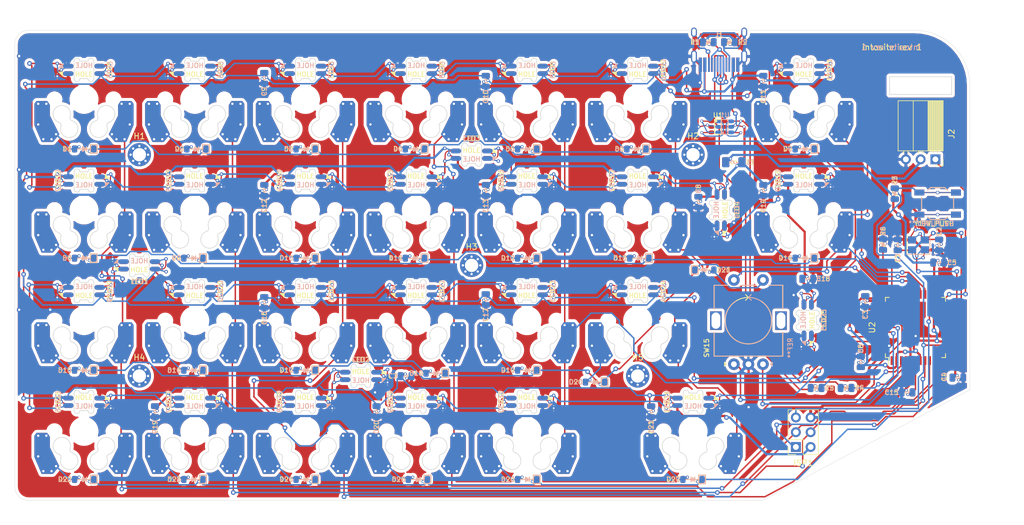
<source format=kicad_pcb>
(kicad_pcb (version 20171130) (host pcbnew "(5.1.9-0-10_14)")
  (layers (0 F.Cu signal) (31 B.Cu signal) (34 B.Paste user) (35 F.Paste user) (36 B.SilkS user) (37 F.SilkS user) (38 B.Mask user) (39 F.Mask user) (44 Edge.Cuts user))
  (net 0 "")
  (net 1 "Net-(U1-Pad4)")
  (net 2 "Net-(U1-Pad3)")
  (net 3 "Net-(D1-Pad2)")
  (net 4 "Net-(LED1-Pad2)")
  (net 5 "Net-(LED1-Pad4)")
  (net 6 "Net-(D2-Pad2)")
  (net 7 "Net-(D3-Pad2)")
  (net 8 "Net-(D4-Pad2)")
  (net 9 "Net-(D5-Pad2)")
  (net 10 "Net-(D6-Pad2)")
  (net 11 "Net-(D7-Pad2)")
  (net 12 "Net-(D8-Pad2)")
  (net 13 "Net-(D9-Pad2)")
  (net 14 "Net-(D10-Pad2)")
  (net 15 "Net-(D11-Pad2)")
  (net 16 "Net-(D12-Pad2)")
  (net 17 "Net-(D13-Pad2)")
  (net 18 "Net-(D14-Pad2)")
  (net 19 "Net-(D15-Pad2)")
  (net 20 "Net-(D16-Pad2)")
  (net 21 "Net-(D17-Pad2)")
  (net 22 "Net-(D18-Pad2)")
  (net 23 "Net-(D19-Pad2)")
  (net 24 "Net-(D20-Pad2)")
  (net 25 "Net-(D21-Pad2)")
  (net 26 "Net-(D22-Pad2)")
  (net 27 "Net-(D23-Pad2)")
  (net 28 "Net-(D24-Pad2)")
  (net 29 "Net-(D25-Pad2)")
  (net 30 "Net-(D26-Pad2)")
  (net 31 ROW0)
  (net 32 ROW1)
  (net 33 ROW2)
  (net 34 ROW3)
  (net 35 "Net-(D27-Pad2)")
  (net 36 COL0)
  (net 37 COL1)
  (net 38 COL2)
  (net 39 COL3)
  (net 40 COL4)
  (net 41 GND)
  (net 42 "Net-(LED2-Pad4)")
  (net 43 LED)
  (net 44 "Net-(LED5-Pad2)")
  (net 45 "Net-(LED6-Pad2)")
  (net 46 "Net-(LED7-Pad2)")
  (net 47 "Net-(LED8-Pad2)")
  (net 48 "Net-(LED10-Pad4)")
  (net 49 "Net-(LED10-Pad2)")
  (net 50 "Net-(LED11-Pad2)")
  (net 51 "Net-(LED12-Pad2)")
  (net 52 "Net-(LED12-Pad4)")
  (net 53 "Net-(LED13-Pad4)")
  (net 54 "Net-(LED14-Pad4)")
  (net 55 "Net-(LED15-Pad4)")
  (net 56 "Net-(LED16-Pad4)")
  (net 57 "Net-(LED17-Pad4)")
  (net 58 "Net-(LED20-Pad2)")
  (net 59 "Net-(LED21-Pad2)")
  (net 60 "Net-(LED22-Pad2)")
  (net 61 "Net-(LED23-Pad2)")
  (net 62 "Net-(LED24-Pad2)")
  (net 63 "Net-(LED26-Pad4)")
  (net 64 "Net-(LED27-Pad4)")
  (net 65 "Net-(LED29-Pad4)")
  (net 66 "Net-(LED30-Pad4)")
  (net 67 RESET)
  (net 68 ENC1)
  (net 69 ENC0)
  (net 70 COL5)
  (net 71 COL6)
  (net 72 SERIAL)
  (net 73 XTAL1)
  (net 74 XTAL2)
  (net 75 +5V)
  (net 76 VBUS)
  (net 77 D-)
  (net 78 D+)
  (net 79 "Net-(R4-Pad2)")
  (net 80 "Net-(R5-Pad2)")
  (net 81 "Net-(R6-Pad1)")
  (net 82 "Net-(U2-Pad21)")
  (net 83 "Net-(U2-Pad12)")
  (net 84 "Net-(U2-Pad1)")
  (net 85 "Net-(C15-Pad1)")
  (net 86 "Net-(J1-PadB5)")
  (net 87 "Net-(J1-PadA5)")
  (net 88 "Net-(LED2-Pad2)")
  (net 89 "Net-(LED16-Pad2)")
  (net 90 "Net-(LED18-Pad4)")
  (net 91 "Net-(LED19-Pad4)")
  (net 92 "Net-(U2-Pad22)")
  (net 93 "Net-(LED3-Pad3)")
  (net 94 "Net-(LED18-Pad2)")
  (net 95 "Net-(U2-Pad37)")
  (net 96 "Net-(U2-Pad36)")
  (net 97 "Net-(U2-Pad32)")
  (net 98 "Net-(U2-Pad31)")
  (net 99 "Net-(U2-Pad30)")
  (net 100 "Net-(U2-Pad19)")
  (net 101 "Net-(U2-Pad18)")
  (module intositeme:Reversible-Crystal_SMD_3225-4pin_3.2x2.5mm (layer F.Cu) (at 250.698 84.582)
    (fp_text reference Y1 (at 0 -3.7) (layer F.SilkS) (effects (font (size 0.8 0.8))))
    (fp_text value Crystal_GND24_Small)
    (fp_text user REF** (at 0 -3.7) (layer B.SilkS) (effects (font (size 0.8 0.8)) (justify mirror)))
    (pad 3 smd custom (at 0.2 -1.8 90) (size 0.2 0.2) (layers B.Cu B.Paste B.Mask) (net 74 XTAL2) (options (clearance outline) (anchor circle)) (primitives (gr_line (start -0.6 -0.9) (end 0 0) (width 0.2))))
    (pad 4 smd custom (at 1 -1.2) (size 0.1 0.1) (layers B.Cu) (net 41 GND) (options (clearance outline) (anchor circle)) (primitives (gr_line (start 0.00301 -0.858286) (end 0 0) (width 0.2)) (gr_arc (start -0.696989 -0.758287) (end 0.00301 -0.858286) (angle -57) (width 0.2)) (gr_line (start -1.5 -1.4) (end -0.4 -1.4) (width 0.2))))
    (pad 4 smd custom (at -1.4 -1.3) (size 0.1 0.1) (layers F.Cu) (net 41 GND) (options (clearance outline) (anchor circle)) (primitives (gr_line (start 0 0) (end 0.8 -1.3) (width 0.2))))
    (pad 3 smd custom (at 0.9 -1) (size 0.2 0.2) (layers F.Cu F.Paste F.Mask) (net 74 XTAL2) (options (clearance outline) (anchor circle)) (primitives (gr_line (start -0.6 -0.9) (end 0 0) (width 0.2))))
    (pad 4 thru_hole circle (at -0.5 -2.6) (size 0.6 0.6) (drill 0.3) (layers *.Cu) (net 41 GND))
    (pad 3 thru_hole circle (at 0.3 -1.9) (size 0.6 0.6) (drill 0.3) (layers *.Cu) (net 74 XTAL2))
    (pad 1 smd custom (at -1.2 0.9) (size 0.01 0.01) (layers B.Cu) (net 73 XTAL1) (options (clearance outline) (anchor circle)) (primitives (gr_line (start 2 1.3) (end 1 1.6) (width 0.2)) (gr_line (start 0.296027 1.17615) (end 0 0.1) (width 0.2)) (gr_arc (start 0.896026 0.976151) (end 0.296027 1.17615) (angle -81) (width 0.2))))
    (pad 2 smd custom (at 1.2 0.9) (size 0.4 0.4) (layers F.Cu) (net 41 GND) (options (clearance outline) (anchor circle)) (primitives (gr_line (start 0 0) (end -0.4 1.3) (width 0.2))))
    (pad 2 thru_hole circle (at 0.8 2.2) (size 0.6 0.6) (drill 0.3) (layers *.Cu) (net 41 GND))
    (pad 1 smd custom (at 0.7 0.6) (size 0.01 0.01) (layers B.Cu) (net 73 XTAL1) (options (clearance outline) (anchor circle)) (primitives (gr_line (start 0 0) (end -1 1.3) (width 0.2))))
    (pad 1 smd custom (at -1.1 0.4) (size 0.01 0.01) (layers F.Cu) (net 73 XTAL1) (options (clearance outline) (anchor circle)) (primitives (gr_line (start 0 0) (end 0.8 1.7) (width 0.2))))
    (pad 1 thru_hole circle (at -0.3 1.9) (size 0.6 0.6) (drill 0.3) (layers *.Cu) (net 73 XTAL1))
    (pad 2 smd rect (at -1.1 0.85) (size 1.4 1.2) (layers B.Cu B.Paste B.Mask) (net 41 GND))
    (pad 3 smd rect (at -1.1 -0.85) (size 1.4 1.2) (layers B.Cu B.Paste B.Mask) (net 74 XTAL2))
    (pad 4 smd rect (at 1.1 -0.85) (size 1.4 1.2) (layers B.Cu B.Paste B.Mask) (net 41 GND))
    (pad 1 smd rect (at 1.1 0.85) (size 1.4 1.2) (layers B.Cu B.Paste B.Mask) (net 73 XTAL1))
    (pad 4 smd rect (at -1.1 -0.85) (size 1.4 1.2) (layers F.Cu F.Paste F.Mask) (net 41 GND))
    (pad 3 smd rect (at 1.1 -0.85) (size 1.4 1.2) (layers F.Cu F.Paste F.Mask) (net 74 XTAL2))
    (pad 2 smd rect (at 1.1 0.85) (size 1.4 1.2) (layers F.Cu F.Paste F.Mask) (net 41 GND))
    (pad 1 smd rect (at -1.1 0.85) (size 1.4 1.2) (layers F.Cu F.Paste F.Mask) (net 73 XTAL1))
  )
  (module Package_QFP:TQFP-44_10x10mm_P0.8mm (layer F.Cu) (at 250.19 98.806 90)
    (fp_text reference U2 (at 0 -7.45 90) (layer F.SilkS))
    (fp_text value ATmega32U4-AU)
    (pad 44 smd rect (at -4 -5.7 180) (size 1.5 0.55) (layers F.Cu F.Paste F.Mask) (net 75 +5V))
    (pad 43 smd rect (at -3.2 -5.7 180) (size 1.5 0.55) (layers F.Cu F.Paste F.Mask) (net 41 GND))
    (pad 42 smd rect (at -2.4 -5.7 180) (size 1.5 0.55) (layers F.Cu F.Paste F.Mask) (net 43 LED))
    (pad 41 smd rect (at -1.6 -5.7 180) (size 1.5 0.55) (layers F.Cu F.Paste F.Mask) (net 40 COL4))
    (pad 40 smd rect (at -0.8 -5.7 180) (size 1.5 0.55) (layers F.Cu F.Paste F.Mask) (net 69 ENC0))
    (pad 39 smd rect (at 0 -5.7 180) (size 1.5 0.55) (layers F.Cu F.Paste F.Mask) (net 68 ENC1))
    (pad 38 smd rect (at 0.8 -5.7 180) (size 1.5 0.55) (layers F.Cu F.Paste F.Mask) (net 70 COL5))
    (pad 37 smd rect (at 1.6 -5.7 180) (size 1.5 0.55) (layers F.Cu F.Paste F.Mask) (net 95 "Net-(U2-Pad37)"))
    (pad 36 smd rect (at 2.4 -5.7 180) (size 1.5 0.55) (layers F.Cu F.Paste F.Mask) (net 96 "Net-(U2-Pad36)"))
    (pad 35 smd rect (at 3.2 -5.7 180) (size 1.5 0.55) (layers F.Cu F.Paste F.Mask) (net 41 GND))
    (pad 34 smd rect (at 4 -5.7 180) (size 1.5 0.55) (layers F.Cu F.Paste F.Mask) (net 75 +5V))
    (pad 33 smd rect (at 5.7 -4 90) (size 1.5 0.55) (layers F.Cu F.Paste F.Mask) (net 81 "Net-(R6-Pad1)"))
    (pad 32 smd rect (at 5.7 -3.2 90) (size 1.5 0.55) (layers F.Cu F.Paste F.Mask) (net 97 "Net-(U2-Pad32)"))
    (pad 31 smd rect (at 5.7 -2.4 90) (size 1.5 0.55) (layers F.Cu F.Paste F.Mask) (net 98 "Net-(U2-Pad31)"))
    (pad 30 smd rect (at 5.7 -1.6 90) (size 1.5 0.55) (layers F.Cu F.Paste F.Mask) (net 99 "Net-(U2-Pad30)"))
    (pad 29 smd rect (at 5.7 -0.8 90) (size 1.5 0.55) (layers F.Cu F.Paste F.Mask) (net 33 ROW2))
    (pad 28 smd rect (at 5.7 0 90) (size 1.5 0.55) (layers F.Cu F.Paste F.Mask) (net 32 ROW1))
    (pad 27 smd rect (at 5.7 0.8 90) (size 1.5 0.55) (layers F.Cu F.Paste F.Mask) (net 71 COL6))
    (pad 26 smd rect (at 5.7 1.6 90) (size 1.5 0.55) (layers F.Cu F.Paste F.Mask) (net 31 ROW0))
    (pad 25 smd rect (at 5.7 2.4 90) (size 1.5 0.55) (layers F.Cu F.Paste F.Mask) (net 34 ROW3))
    (pad 24 smd rect (at 5.7 3.2 90) (size 1.5 0.55) (layers F.Cu F.Paste F.Mask) (net 75 +5V))
    (pad 23 smd rect (at 5.7 4 90) (size 1.5 0.55) (layers F.Cu F.Paste F.Mask) (net 41 GND))
    (pad 22 smd rect (at 4 5.7 180) (size 1.5 0.55) (layers F.Cu F.Paste F.Mask) (net 92 "Net-(U2-Pad22)"))
    (pad 21 smd rect (at 3.2 5.7 180) (size 1.5 0.55) (layers F.Cu F.Paste F.Mask) (net 82 "Net-(U2-Pad21)"))
    (pad 20 smd rect (at 2.4 5.7 180) (size 1.5 0.55) (layers F.Cu F.Paste F.Mask) (net 72 SERIAL))
    (pad 19 smd rect (at 1.6 5.7 180) (size 1.5 0.55) (layers F.Cu F.Paste F.Mask) (net 100 "Net-(U2-Pad19)"))
    (pad 18 smd rect (at 0.8 5.7 180) (size 1.5 0.55) (layers F.Cu F.Paste F.Mask) (net 101 "Net-(U2-Pad18)"))
    (pad 17 smd rect (at 0 5.7 180) (size 1.5 0.55) (layers F.Cu F.Paste F.Mask) (net 73 XTAL1))
    (pad 16 smd rect (at -0.8 5.7 180) (size 1.5 0.55) (layers F.Cu F.Paste F.Mask) (net 74 XTAL2))
    (pad 15 smd rect (at -1.6 5.7 180) (size 1.5 0.55) (layers F.Cu F.Paste F.Mask) (net 41 GND))
    (pad 14 smd rect (at -2.4 5.7 180) (size 1.5 0.55) (layers F.Cu F.Paste F.Mask) (net 75 +5V))
    (pad 13 smd rect (at -3.2 5.7 180) (size 1.5 0.55) (layers F.Cu F.Paste F.Mask) (net 67 RESET))
    (pad 12 smd rect (at -4 5.7 180) (size 1.5 0.55) (layers F.Cu F.Paste F.Mask) (net 83 "Net-(U2-Pad12)"))
    (pad 11 smd rect (at -5.7 4 90) (size 1.5 0.55) (layers F.Cu F.Paste F.Mask) (net 36 COL0))
    (pad 10 smd rect (at -5.7 3.2 90) (size 1.5 0.55) (layers F.Cu F.Paste F.Mask) (net 37 COL1))
    (pad 9 smd rect (at -5.7 2.4 90) (size 1.5 0.55) (layers F.Cu F.Paste F.Mask) (net 38 COL2))
    (pad 8 smd rect (at -5.7 1.6 90) (size 1.5 0.55) (layers F.Cu F.Paste F.Mask) (net 39 COL3))
    (pad 7 smd rect (at -5.7 0.8 90) (size 1.5 0.55) (layers F.Cu F.Paste F.Mask) (net 75 +5V))
    (pad 6 smd rect (at -5.7 0 90) (size 1.5 0.55) (layers F.Cu F.Paste F.Mask) (net 85 "Net-(C15-Pad1)"))
    (pad 5 smd rect (at -5.7 -0.8 90) (size 1.5 0.55) (layers F.Cu F.Paste F.Mask) (net 41 GND))
    (pad 4 smd rect (at -5.7 -1.6 90) (size 1.5 0.55) (layers F.Cu F.Paste F.Mask) (net 79 "Net-(R4-Pad2)"))
    (pad 3 smd rect (at -5.7 -2.4 90) (size 1.5 0.55) (layers F.Cu F.Paste F.Mask) (net 80 "Net-(R5-Pad2)"))
    (pad 2 smd rect (at -5.7 -3.2 90) (size 1.5 0.55) (layers F.Cu F.Paste F.Mask) (net 75 +5V))
    (pad 1 smd rect (at -5.7 -4 90) (size 1.5 0.55) (layers F.Cu F.Paste F.Mask) (net 84 "Net-(U2-Pad1)"))
  )
  (module reversible-kicad-footprints:HRO-TYPE-C-31-M-12-HandSoldering-NoSBU (layer F.Cu) (at 216.408 45.37075 180)
    (fp_text reference J1 (at 0 -3.05622) (layer F.SilkS) (effects (font (size 0.8128 0.8128) (thickness 0.1524))))
    (fp_text value USB_C_Receptacle_USB2.0)
    (fp_text user %R (at 0 -3.05622) (layer B.SilkS) (effects (font (size 0.8128 0.8128) (thickness 0.1524)) (justify mirror)))
    (pad S1 thru_hole oval (at 4.32 -6.78 180) (size 1 2.1) (drill oval 0.6 1.7) (layers *.Cu *.Mask) (net 41 GND))
    (pad S1 thru_hole oval (at 4.32 -2.6 180) (size 1 1.6) (drill oval 0.6 1.2) (layers *.Cu *.Mask) (net 41 GND))
    (pad S1 thru_hole oval (at -4.32 -6.78 180) (size 1 2.1) (drill oval 0.6 1.7) (layers *.Cu *.Mask) (net 41 GND))
    (pad S1 thru_hole oval (at -4.32 -2.6 180) (size 1 1.6) (drill oval 0.6 1.2) (layers *.Cu *.Mask) (net 41 GND))
    (pad B1 smd rect (at -3.225 -8.195 180) (size 0.57 2.45) (layers B.Cu B.Paste B.Mask) (net 41 GND))
    (pad B4 smd rect (at -2.45 -8.195 180) (size 0.57 2.45) (layers B.Cu B.Paste B.Mask) (net 76 VBUS))
    (pad B5 smd rect (at -1.75 -8.195 180) (size 0.3 2.45) (layers B.Cu B.Paste B.Mask) (net 86 "Net-(J1-PadB5)"))
    (pad ~ smd rect (at -1.25 -8.195 180) (size 0.3 2.45) (layers B.Cu B.Paste B.Mask))
    (pad B6 smd rect (at -0.75 -8.195 180) (size 0.3 2.45) (layers B.Cu B.Paste B.Mask) (net 78 D+))
    (pad A7 smd rect (at -0.25 -8.195 180) (size 0.3 2.45) (layers B.Cu B.Paste B.Mask) (net 77 D-))
    (pad A6 smd rect (at 0.25 -8.195 180) (size 0.3 2.45) (layers B.Cu B.Paste B.Mask) (net 78 D+))
    (pad B7 smd rect (at 0.75 -8.195 180) (size 0.3 2.45) (layers B.Cu B.Paste B.Mask) (net 77 D-))
    (pad A5 smd rect (at 1.25 -8.195 180) (size 0.3 2.45) (layers B.Cu B.Paste B.Mask) (net 87 "Net-(J1-PadA5)"))
    (pad ~ smd rect (at 1.75 -8.195 180) (size 0.3 2.45) (layers B.Cu B.Paste B.Mask))
    (pad A4 smd rect (at 2.45 -8.195 180) (size 0.57 2.45) (layers B.Cu B.Paste B.Mask) (net 76 VBUS))
    (pad A1 smd rect (at 3.225 -8.195 180) (size 0.57 2.45) (layers B.Cu B.Paste B.Mask) (net 41 GND))
    (pad B1 smd rect (at 3.225 -8.195 180) (size 0.57 2.45) (layers F.Cu F.Paste F.Mask) (net 41 GND))
    (pad B4 smd rect (at 2.45 -8.195 180) (size 0.57 2.45) (layers F.Cu F.Paste F.Mask) (net 76 VBUS))
    (pad B5 smd rect (at 1.75 -8.195 180) (size 0.3 2.45) (layers F.Cu F.Paste F.Mask) (net 86 "Net-(J1-PadB5)"))
    (pad ~ smd rect (at 1.25 -8.195 180) (size 0.3 2.45) (layers F.Cu F.Paste F.Mask))
    (pad B6 smd rect (at 0.75 -8.195 180) (size 0.3 2.45) (layers F.Cu F.Paste F.Mask) (net 78 D+))
    (pad A7 smd rect (at 0.25 -8.195 180) (size 0.3 2.45) (layers F.Cu F.Paste F.Mask) (net 77 D-))
    (pad A6 smd rect (at -0.25 -8.195 180) (size 0.3 2.45) (layers F.Cu F.Paste F.Mask) (net 78 D+))
    (pad B7 smd rect (at -0.75 -8.195 180) (size 0.3 2.45) (layers F.Cu F.Paste F.Mask) (net 77 D-))
    (pad A5 smd rect (at -1.25 -8.195 180) (size 0.3 2.45) (layers F.Cu F.Paste F.Mask) (net 87 "Net-(J1-PadA5)"))
    (pad ~ smd rect (at -1.75 -8.195 180) (size 0.3 2.45) (layers F.Cu F.Paste F.Mask))
    (pad A4 smd rect (at -2.45 -8.195 180) (size 0.57 2.45) (layers F.Cu F.Paste F.Mask) (net 76 VBUS))
    (pad A1 smd rect (at -3.225 -8.195 180) (size 0.57 2.45) (layers F.Cu F.Paste F.Mask) (net 41 GND))
    (pad "" np_thru_hole circle (at 2.89 -6.25 180) (size 0.65 0.65) (drill 0.65) (layers *.Cu *.Mask))
    (pad "" np_thru_hole circle (at -2.89 -6.25 180) (size 0.65 0.65) (drill 0.65) (layers *.Cu *.Mask))
  )
  (module reversible-kicad-footprints:R-0805_2012Metric (layer F.Cu) (at 214.5515 49.68875 180)
    (fp_text reference R1 (at 1.397 0) (layer F.SilkS) (effects (font (size 0.8128 0.8128) (thickness 0.1524)) (justify right)))
    (fp_text value 5.1k)
    (fp_text user %R (at 1.397 0) (layer B.SilkS) (effects (font (size 0.8128 0.8128) (thickness 0.1524)) (justify left mirror)))
    (pad 2 smd roundrect (at 0.9375 0 180) (size 0.975 1.4) (layers F.Cu F.Paste F.Mask) (net 41 GND) (thermal_gap 0.2))
    (pad 1 smd roundrect (at -0.9375 0 180) (size 0.975 1.4) (layers F.Cu F.Paste F.Mask) (net 87 "Net-(J1-PadA5)") (thermal_gap 0.2))
    (pad 2 smd roundrect (at 0.9375 0 180) (size 0.975 1.4) (layers B.Cu B.Paste B.Mask) (net 41 GND) (thermal_gap 0.2))
    (pad 1 smd roundrect (at -0.9375 0 180) (size 0.975 1.4) (layers B.Cu B.Paste B.Mask) (net 87 "Net-(J1-PadA5)") (thermal_gap 0.2))
    (pad 1 thru_hole circle (at -0.127 -0.381 180) (size 0.5 0.5) (drill 0.3) (layers *.Cu) (net 87 "Net-(J1-PadA5)") (thermal_gap 0.2))
    (pad 2 thru_hole circle (at 0.127 0.381 180) (size 0.5 0.5) (drill 0.3) (layers *.Cu) (net 41 GND) (thermal_gap 0.2))
    (pad 1 smd custom (at -0.9375 0 180) (size 0.01 0.01) (layers F.Cu) (net 87 "Net-(J1-PadA5)") (thermal_gap 0.2) (options (clearance convexhull) (anchor circle)) (primitives (gr_line (start 0.8105 -0.381) (end -0.0785 0) (width 0.5))))
    (pad 1 smd custom (at -0.9375 0 180) (size 0.01 0.01) (layers B.Cu) (net 87 "Net-(J1-PadA5)") (thermal_gap 0.2) (options (clearance convexhull) (anchor circle)) (primitives (gr_line (start 0.8105 -0.381) (end -0.0785 0) (width 0.5))))
    (pad 2 smd custom (at 0.9375 0 180) (size 0.01 0.01) (layers F.Cu) (net 41 GND) (thermal_gap 0.2) (options (clearance convexhull) (anchor circle)) (primitives (gr_line (start -0.8105 0.381) (end 0.0785 0) (width 0.5))))
    (pad 2 smd custom (at 0.9375 0 180) (size 0.01 0.01) (layers B.Cu) (net 41 GND) (thermal_gap 0.2) (options (clearance convexhull) (anchor circle)) (primitives (gr_line (start -0.8105 0.381) (end 0.0785 0) (width 0.5))))
  )
  (module reversible-kicad-footprints:SK6812Mini-E (layer F.Cu) (at 231.648 97.536 90)
    (fp_text reference LED25)
    (fp_text value YS-SK6812MINI-E)
    (fp_line (start 1.7 1.5) (end 1.7 -1.5) (layer Edge.Cuts) (width 0.1))
    (fp_line (start -1.7 -1.5) (end -1.7 1.5) (layer Edge.Cuts) (width 0.1))
    (fp_line (start -0.7 1.5) (end 0.7 1.5) (layer Edge.Cuts) (width 0.1))
    (fp_line (start -0.7 -1.5) (end 0.7 -1.5) (layer Edge.Cuts) (width 0.1))
    (fp_arc (start -1.2 -1.5) (end -0.7 -1.5) (angle -180) (layer Edge.Cuts) (width 0.1))
    (fp_arc (start 1.2 -1.5) (end 1.7 -1.5) (angle -180) (layer Edge.Cuts) (width 0.1))
    (fp_arc (start 1.2 1.5) (end 0.7 1.5) (angle -180) (layer Edge.Cuts) (width 0.1))
    (fp_arc (start -1.2 1.5) (end -1.7 1.5) (angle -180) (layer Edge.Cuts) (width 0.1))
    (fp_text user %R (at 0 2.781 90) (layer B.SilkS) (effects (font (size 0.8128 0.8128) (thickness 0.1524)) (justify mirror)))
    (fp_text user %R (at 0 2.781 90) (layer F.SilkS) (effects (font (size 0.8128 0.8128) (thickness 0.1524))))
    (fp_text user HOLE (at 0 0.762 90) (layer F.SilkS) (effects (font (size 0.8 0.8))))
    (fp_text user HOLE (at 0 -0.762 90) (layer B.SilkS) (effects (font (size 0.8 0.8)) (justify mirror)))
    (pad 1 smd custom (at 2.7 0.64 270) (size 0.01 0.01) (layers B.Cu) (net 76 VBUS) (thermal_gap 0.2) (options (clearance convexhull) (anchor circle)) (primitives (gr_line (start 0.033 0.005) (end -1.9 -0.46) (width 0.2)) (gr_line (start -1.2 0.64) (end -1.2 -0.26) (width 0.2))))
    (pad 2 smd custom (at 2.7 -0.64 270) (size 0.01 0.01) (layers B.Cu) (net 90 "Net-(LED18-Pad4)") (thermal_gap 0.2) (options (clearance convexhull) (anchor circle)) (primitives (gr_line (start -1.9 0.46) (end 0 -0.005) (width 0.2))))
    (pad 2 smd custom (at 2.7 0.64 270) (size 0.01 0.01) (layers F.Cu) (net 90 "Net-(LED18-Pad4)") (thermal_gap 0.2) (options (clearance convexhull) (anchor circle)) (primitives (gr_arc (start -1.199 0.64) (end -1.199 0.005) (angle -81) (width 0.2)) (gr_line (start -1.826269 0.541217) (end -1.9 1.74) (width 0.2)) (gr_line (start -1.199 0.005) (end 0 0.005) (width 0.2))))
    (pad 1 smd custom (at 2.7 -0.64 270) (size 0.01 0.01) (layers F.Cu) (net 76 VBUS) (thermal_gap 0.2) (options (clearance convexhull) (anchor circle)) (primitives (gr_line (start -1.2 -0.64) (end 0.033 -0.005) (width 0.2))))
    (pad 4 smd custom (at -2.7 -0.64 90) (size 0.01 0.01) (layers F.Cu) (net 62 "Net-(LED24-Pad2)") (thermal_gap 0.2) (options (clearance convexhull) (anchor circle)) (primitives (gr_arc (start -1.199 0.64) (end -1.199 0.005) (angle -81) (width 0.2)) (gr_line (start -1.826269 0.541217) (end -1.9 1.74) (width 0.2)) (gr_line (start -1.199 0.005) (end 0 0.005) (width 0.2))))
    (pad 3 smd custom (at -2.7 0.64 90) (size 0.01 0.01) (layers F.Cu) (net 41 GND) (thermal_gap 0.2) (options (clearance convexhull) (anchor circle)) (primitives (gr_line (start -1.2 -0.64) (end 0.033 -0.005) (width 0.2))))
    (pad 4 smd custom (at -2.7 0.64 90) (size 0.01 0.01) (layers B.Cu) (net 62 "Net-(LED24-Pad2)") (thermal_gap 0.2) (options (clearance convexhull) (anchor circle)) (primitives (gr_line (start -1.9 0.46) (end 0 -0.005) (width 0.2))))
    (pad 3 smd custom (at -2.7 -0.64 90) (size 0.01 0.01) (layers B.Cu) (net 41 GND) (thermal_gap 0.2) (options (clearance convexhull) (anchor circle)) (primitives (gr_line (start 0.033 0.005) (end -1.9 -0.46) (width 0.2)) (gr_line (start -1.2 0.64) (end -1.2 -0.26) (width 0.2))))
    (pad 1 thru_hole circle (at 3.9 0 270) (size 0.6 0.6) (drill 0.3) (layers *.Cu) (net 76 VBUS) (thermal_gap 0.2))
    (pad 1 thru_hole circle (at 4.6 1.1 270) (size 0.6 0.6) (drill 0.3) (layers *.Cu) (net 76 VBUS) (thermal_gap 0.2))
    (pad 3 thru_hole circle (at -4.6 -1.1 90) (size 0.6 0.6) (drill 0.3) (layers *.Cu) (net 41 GND) (thermal_gap 0.2))
    (pad 2 thru_hole circle (at 4.6 -1.1 270) (size 0.6 0.6) (drill 0.3) (layers *.Cu) (net 90 "Net-(LED18-Pad4)") (thermal_gap 0.2))
    (pad 4 thru_hole circle (at -4.6 1.1 90) (size 0.6 0.6) (drill 0.3) (layers *.Cu) (net 62 "Net-(LED24-Pad2)") (thermal_gap 0.2))
    (pad 1 smd oval (at 2.7 -0.64 90) (size 1.8 0.82) (layers F.Cu F.Paste F.Mask) (net 76 VBUS) (thermal_gap 0.2))
    (pad 2 smd oval (at 2.7 0.64 90) (size 1.8 0.82) (layers F.Cu F.Paste F.Mask) (net 90 "Net-(LED18-Pad4)") (thermal_gap 0.2))
    (pad 3 smd oval (at -2.7 0.64 90) (size 1.8 0.82) (layers F.Cu F.Paste F.Mask) (net 41 GND) (thermal_gap 0.2))
    (pad 4 smd oval (at -2.7 -0.64 90) (size 1.8 0.82) (layers F.Cu F.Paste F.Mask) (net 62 "Net-(LED24-Pad2)") (thermal_gap 0.2))
    (pad 3 thru_hole circle (at -3.9 0 90) (size 0.6 0.6) (drill 0.3) (layers *.Cu) (net 41 GND) (thermal_gap 0.2))
    (pad 3 smd oval (at -2.7 -0.64 90) (size 1.8 0.82) (layers B.Cu B.Paste B.Mask) (net 41 GND) (thermal_gap 0.2))
    (pad 4 smd oval (at -2.7 0.64 90) (size 1.8 0.82) (layers B.Cu B.Paste B.Mask) (net 62 "Net-(LED24-Pad2)") (thermal_gap 0.2))
    (pad 1 smd oval (at 2.7 0.64 90) (size 1.8 0.82) (layers B.Cu B.Paste B.Mask) (net 76 VBUS) (thermal_gap 0.2))
    (pad 2 smd oval (at 2.7 -0.64 90) (size 1.8 0.82) (layers B.Cu B.Paste B.Mask) (net 90 "Net-(LED18-Pad4)") (thermal_gap 0.2))
  )
  (module kbd:M2_HOLE_v3 (layer F.Cu) (at 202.40625 107.15625)
    (fp_text reference H5 (at 0 -3.2) (layer F.SilkS))
    (fp_text value MountingHole)
    (pad 1 thru_hole circle (at 1.06 -1.06) (size 0.5 0.5) (drill 0.4) (layers *.Cu *.Mask))
    (pad 1 thru_hole circle (at -1.06 -1.06) (size 0.5 0.5) (drill 0.4) (layers *.Cu *.Mask))
    (pad 1 thru_hole circle (at -1.06 1.06) (size 0.5 0.5) (drill 0.4) (layers *.Cu *.Mask))
    (pad 1 thru_hole circle (at 1.06 1.06) (size 0.5 0.5) (drill 0.4) (layers *.Cu *.Mask))
    (pad 1 thru_hole circle (at 0 -1.5) (size 0.5 0.5) (drill 0.4) (layers *.Cu *.Mask))
    (pad 1 thru_hole circle (at 0 1.5) (size 0.5 0.5) (drill 0.4) (layers *.Cu *.Mask))
    (pad 1 thru_hole circle (at -1.5 0) (size 0.5 0.5) (drill 0.4) (layers *.Cu *.Mask))
    (pad 1 thru_hole circle (at 1.5 0) (size 0.5 0.5) (drill 0.4) (layers *.Cu *.Mask))
    (pad 1 thru_hole circle (at 0 0) (size 4 4) (drill 2.3) (layers *.Cu *.Mask))
  )
  (module kbd:M2_HOLE_v3 (layer F.Cu) (at 116.68125 107.15625)
    (fp_text reference H4 (at 0 -3.2) (layer F.SilkS))
    (fp_text value MountingHole)
    (pad 1 thru_hole circle (at 1.06 -1.06) (size 0.5 0.5) (drill 0.4) (layers *.Cu *.Mask))
    (pad 1 thru_hole circle (at -1.06 -1.06) (size 0.5 0.5) (drill 0.4) (layers *.Cu *.Mask))
    (pad 1 thru_hole circle (at -1.06 1.06) (size 0.5 0.5) (drill 0.4) (layers *.Cu *.Mask))
    (pad 1 thru_hole circle (at 1.06 1.06) (size 0.5 0.5) (drill 0.4) (layers *.Cu *.Mask))
    (pad 1 thru_hole circle (at 0 -1.5) (size 0.5 0.5) (drill 0.4) (layers *.Cu *.Mask))
    (pad 1 thru_hole circle (at 0 1.5) (size 0.5 0.5) (drill 0.4) (layers *.Cu *.Mask))
    (pad 1 thru_hole circle (at -1.5 0) (size 0.5 0.5) (drill 0.4) (layers *.Cu *.Mask))
    (pad 1 thru_hole circle (at 1.5 0) (size 0.5 0.5) (drill 0.4) (layers *.Cu *.Mask))
    (pad 1 thru_hole circle (at 0 0) (size 4 4) (drill 2.3) (layers *.Cu *.Mask))
  )
  (module kbd:M2_HOLE_v3 (layer F.Cu) (at 173.83125 88.10625)
    (fp_text reference H3 (at 0 -3.2) (layer F.SilkS))
    (fp_text value MountingHole)
    (pad 1 thru_hole circle (at 1.06 -1.06) (size 0.5 0.5) (drill 0.4) (layers *.Cu *.Mask))
    (pad 1 thru_hole circle (at -1.06 -1.06) (size 0.5 0.5) (drill 0.4) (layers *.Cu *.Mask))
    (pad 1 thru_hole circle (at -1.06 1.06) (size 0.5 0.5) (drill 0.4) (layers *.Cu *.Mask))
    (pad 1 thru_hole circle (at 1.06 1.06) (size 0.5 0.5) (drill 0.4) (layers *.Cu *.Mask))
    (pad 1 thru_hole circle (at 0 -1.5) (size 0.5 0.5) (drill 0.4) (layers *.Cu *.Mask))
    (pad 1 thru_hole circle (at 0 1.5) (size 0.5 0.5) (drill 0.4) (layers *.Cu *.Mask))
    (pad 1 thru_hole circle (at -1.5 0) (size 0.5 0.5) (drill 0.4) (layers *.Cu *.Mask))
    (pad 1 thru_hole circle (at 1.5 0) (size 0.5 0.5) (drill 0.4) (layers *.Cu *.Mask))
    (pad 1 thru_hole circle (at 0 0) (size 4 4) (drill 2.3) (layers *.Cu *.Mask))
  )
  (module kbd:M2_HOLE_v3 (layer F.Cu) (at 211.93125 69.05625)
    (fp_text reference H2 (at 0 -3.2) (layer F.SilkS))
    (fp_text value MountingHole)
    (pad 1 thru_hole circle (at 1.06 -1.06) (size 0.5 0.5) (drill 0.4) (layers *.Cu *.Mask))
    (pad 1 thru_hole circle (at -1.06 -1.06) (size 0.5 0.5) (drill 0.4) (layers *.Cu *.Mask))
    (pad 1 thru_hole circle (at -1.06 1.06) (size 0.5 0.5) (drill 0.4) (layers *.Cu *.Mask))
    (pad 1 thru_hole circle (at 1.06 1.06) (size 0.5 0.5) (drill 0.4) (layers *.Cu *.Mask))
    (pad 1 thru_hole circle (at 0 -1.5) (size 0.5 0.5) (drill 0.4) (layers *.Cu *.Mask))
    (pad 1 thru_hole circle (at 0 1.5) (size 0.5 0.5) (drill 0.4) (layers *.Cu *.Mask))
    (pad 1 thru_hole circle (at -1.5 0) (size 0.5 0.5) (drill 0.4) (layers *.Cu *.Mask))
    (pad 1 thru_hole circle (at 1.5 0) (size 0.5 0.5) (drill 0.4) (layers *.Cu *.Mask))
    (pad 1 thru_hole circle (at 0 0) (size 4 4) (drill 2.3) (layers *.Cu *.Mask))
  )
  (module kbd:M2_HOLE_v3 (layer F.Cu) (at 116.68125 69.05625)
    (fp_text reference H1 (at 0 -3.2) (layer F.SilkS))
    (fp_text value MountingHole)
    (pad 1 thru_hole circle (at 1.06 -1.06) (size 0.5 0.5) (drill 0.4) (layers *.Cu *.Mask))
    (pad 1 thru_hole circle (at -1.06 -1.06) (size 0.5 0.5) (drill 0.4) (layers *.Cu *.Mask))
    (pad 1 thru_hole circle (at -1.06 1.06) (size 0.5 0.5) (drill 0.4) (layers *.Cu *.Mask))
    (pad 1 thru_hole circle (at 1.06 1.06) (size 0.5 0.5) (drill 0.4) (layers *.Cu *.Mask))
    (pad 1 thru_hole circle (at 0 -1.5) (size 0.5 0.5) (drill 0.4) (layers *.Cu *.Mask))
    (pad 1 thru_hole circle (at 0 1.5) (size 0.5 0.5) (drill 0.4) (layers *.Cu *.Mask))
    (pad 1 thru_hole circle (at -1.5 0) (size 0.5 0.5) (drill 0.4) (layers *.Cu *.Mask))
    (pad 1 thru_hole circle (at 1.5 0) (size 0.5 0.5) (drill 0.4) (layers *.Cu *.Mask))
    (pad 1 thru_hole circle (at 0 0) (size 4 4) (drill 2.3) (layers *.Cu *.Mask))
  )
  (module reversible-kicad-footprints:D_SOD-123 (layer F.Cu) (at 211.836 124.968 180)
    (fp_text reference D27 (at 2.032 0) (layer F.SilkS) (effects (font (size 0.8128 0.8128) (thickness 0.1524)) (justify right)))
    (fp_text value D_Small)
    (fp_text user %R (at 2.032 0) (layer B.SilkS) (effects (font (size 0.8128 0.8128) (thickness 0.1524)) (justify left mirror)))
    (pad 1 smd custom (at -1.651 0 180) (size 0.01 0.01) (layers F.Cu) (net 34 ROW3) (thermal_gap 0.2) (options (clearance convexhull) (anchor circle)) (primitives (gr_line (start 0.762 -0.381) (end 0 0) (width 0.5))))
    (pad 1 smd custom (at -1.651 0 180) (size 0.01 0.01) (layers B.Cu) (net 34 ROW3) (thermal_gap 0.2) (options (clearance convexhull) (anchor circle)) (primitives (gr_line (start 0.762 -0.381) (end 0 0) (width 0.5))))
    (pad 2 smd custom (at 1.65 0 180) (size 0.01 0.01) (layers F.Cu) (net 35 "Net-(D27-Pad2)") (thermal_gap 0.2) (options (clearance convexhull) (anchor circle)) (primitives (gr_line (start -0.761 0.381) (end 0.001 0) (width 0.5))))
    (pad 2 smd custom (at 1.65 0 180) (size 0.01 0.01) (layers B.Cu) (net 35 "Net-(D27-Pad2)") (thermal_gap 0.2) (options (clearance convexhull) (anchor circle)) (primitives (gr_line (start -0.761 0.381) (end 0.001 0) (width 0.5))))
    (pad 2 thru_hole circle (at 0.87 0.381 180) (size 0.5 0.5) (drill 0.3) (layers *.Cu) (net 35 "Net-(D27-Pad2)") (thermal_gap 0.2))
    (pad 1 thru_hole circle (at -0.889 -0.381 180) (size 0.5 0.5) (drill 0.3) (layers *.Cu) (net 34 ROW3) (thermal_gap 0.2))
    (pad 2 smd roundrect (at 1.65 0 180) (size 0.9 1.2) (layers B.Cu B.Paste B.Mask) (net 35 "Net-(D27-Pad2)") (thermal_gap 0.2))
    (pad 1 smd roundrect (at -1.65 0 180) (size 0.9 1.2) (layers F.Cu F.Paste F.Mask) (net 34 ROW3) (thermal_gap 0.2))
    (pad 2 smd roundrect (at 1.65 0 180) (size 0.9 1.2) (layers F.Cu F.Paste F.Mask) (net 35 "Net-(D27-Pad2)") (thermal_gap 0.2))
    (pad 1 smd roundrect (at -1.651 0 180) (size 0.9 1.2) (layers B.Cu B.Paste B.Mask) (net 34 ROW3) (thermal_gap 0.2))
  )
  (module reversible-kicad-footprints:D_SOD-123 (layer F.Cu) (at 183.388 124.968 180)
    (fp_text reference D26 (at 2.032 0) (layer F.SilkS) (effects (font (size 0.8128 0.8128) (thickness 0.1524)) (justify right)))
    (fp_text value D_Small)
    (fp_text user %R (at 2.032 0) (layer B.SilkS) (effects (font (size 0.8128 0.8128) (thickness 0.1524)) (justify left mirror)))
    (pad 1 smd custom (at -1.651 0 180) (size 0.01 0.01) (layers F.Cu) (net 34 ROW3) (thermal_gap 0.2) (options (clearance convexhull) (anchor circle)) (primitives (gr_line (start 0.762 -0.381) (end 0 0) (width 0.5))))
    (pad 1 smd custom (at -1.651 0 180) (size 0.01 0.01) (layers B.Cu) (net 34 ROW3) (thermal_gap 0.2) (options (clearance convexhull) (anchor circle)) (primitives (gr_line (start 0.762 -0.381) (end 0 0) (width 0.5))))
    (pad 2 smd custom (at 1.65 0 180) (size 0.01 0.01) (layers F.Cu) (net 30 "Net-(D26-Pad2)") (thermal_gap 0.2) (options (clearance convexhull) (anchor circle)) (primitives (gr_line (start -0.761 0.381) (end 0.001 0) (width 0.5))))
    (pad 2 smd custom (at 1.65 0 180) (size 0.01 0.01) (layers B.Cu) (net 30 "Net-(D26-Pad2)") (thermal_gap 0.2) (options (clearance convexhull) (anchor circle)) (primitives (gr_line (start -0.761 0.381) (end 0.001 0) (width 0.5))))
    (pad 2 thru_hole circle (at 0.87 0.381 180) (size 0.5 0.5) (drill 0.3) (layers *.Cu) (net 30 "Net-(D26-Pad2)") (thermal_gap 0.2))
    (pad 1 thru_hole circle (at -0.889 -0.381 180) (size 0.5 0.5) (drill 0.3) (layers *.Cu) (net 34 ROW3) (thermal_gap 0.2))
    (pad 2 smd roundrect (at 1.65 0 180) (size 0.9 1.2) (layers B.Cu B.Paste B.Mask) (net 30 "Net-(D26-Pad2)") (thermal_gap 0.2))
    (pad 1 smd roundrect (at -1.65 0 180) (size 0.9 1.2) (layers F.Cu F.Paste F.Mask) (net 34 ROW3) (thermal_gap 0.2))
    (pad 2 smd roundrect (at 1.65 0 180) (size 0.9 1.2) (layers F.Cu F.Paste F.Mask) (net 30 "Net-(D26-Pad2)") (thermal_gap 0.2))
    (pad 1 smd roundrect (at -1.651 0 180) (size 0.9 1.2) (layers B.Cu B.Paste B.Mask) (net 34 ROW3) (thermal_gap 0.2))
  )
  (module reversible-kicad-footprints:D_SOD-123 (layer F.Cu) (at 164.592 124.968 180)
    (fp_text reference D25 (at 2.032 0) (layer F.SilkS) (effects (font (size 0.8128 0.8128) (thickness 0.1524)) (justify right)))
    (fp_text value D_Small)
    (fp_text user %R (at 2.032 0) (layer B.SilkS) (effects (font (size 0.8128 0.8128) (thickness 0.1524)) (justify left mirror)))
    (pad 1 smd custom (at -1.651 0 180) (size 0.01 0.01) (layers F.Cu) (net 34 ROW3) (thermal_gap 0.2) (options (clearance convexhull) (anchor circle)) (primitives (gr_line (start 0.762 -0.381) (end 0 0) (width 0.5))))
    (pad 1 smd custom (at -1.651 0 180) (size 0.01 0.01) (layers B.Cu) (net 34 ROW3) (thermal_gap 0.2) (options (clearance convexhull) (anchor circle)) (primitives (gr_line (start 0.762 -0.381) (end 0 0) (width 0.5))))
    (pad 2 smd custom (at 1.65 0 180) (size 0.01 0.01) (layers F.Cu) (net 29 "Net-(D25-Pad2)") (thermal_gap 0.2) (options (clearance convexhull) (anchor circle)) (primitives (gr_line (start -0.761 0.381) (end 0.001 0) (width 0.5))))
    (pad 2 smd custom (at 1.65 0 180) (size 0.01 0.01) (layers B.Cu) (net 29 "Net-(D25-Pad2)") (thermal_gap 0.2) (options (clearance convexhull) (anchor circle)) (primitives (gr_line (start -0.761 0.381) (end 0.001 0) (width 0.5))))
    (pad 2 thru_hole circle (at 0.87 0.381 180) (size 0.5 0.5) (drill 0.3) (layers *.Cu) (net 29 "Net-(D25-Pad2)") (thermal_gap 0.2))
    (pad 1 thru_hole circle (at -0.889 -0.381 180) (size 0.5 0.5) (drill 0.3) (layers *.Cu) (net 34 ROW3) (thermal_gap 0.2))
    (pad 2 smd roundrect (at 1.65 0 180) (size 0.9 1.2) (layers B.Cu B.Paste B.Mask) (net 29 "Net-(D25-Pad2)") (thermal_gap 0.2))
    (pad 1 smd roundrect (at -1.65 0 180) (size 0.9 1.2) (layers F.Cu F.Paste F.Mask) (net 34 ROW3) (thermal_gap 0.2))
    (pad 2 smd roundrect (at 1.65 0 180) (size 0.9 1.2) (layers F.Cu F.Paste F.Mask) (net 29 "Net-(D25-Pad2)") (thermal_gap 0.2))
    (pad 1 smd roundrect (at -1.651 0 180) (size 0.9 1.2) (layers B.Cu B.Paste B.Mask) (net 34 ROW3) (thermal_gap 0.2))
  )
  (module reversible-kicad-footprints:D_SOD-123 (layer F.Cu) (at 145.288 124.968 180)
    (fp_text reference D24 (at 2.032 0) (layer F.SilkS) (effects (font (size 0.8128 0.8128) (thickness 0.1524)) (justify right)))
    (fp_text value D_Small)
    (fp_text user %R (at 2.032 0) (layer B.SilkS) (effects (font (size 0.8128 0.8128) (thickness 0.1524)) (justify left mirror)))
    (pad 1 smd custom (at -1.651 0 180) (size 0.01 0.01) (layers F.Cu) (net 34 ROW3) (thermal_gap 0.2) (options (clearance convexhull) (anchor circle)) (primitives (gr_line (start 0.762 -0.381) (end 0 0) (width 0.5))))
    (pad 1 smd custom (at -1.651 0 180) (size 0.01 0.01) (layers B.Cu) (net 34 ROW3) (thermal_gap 0.2) (options (clearance convexhull) (anchor circle)) (primitives (gr_line (start 0.762 -0.381) (end 0 0) (width 0.5))))
    (pad 2 smd custom (at 1.65 0 180) (size 0.01 0.01) (layers F.Cu) (net 28 "Net-(D24-Pad2)") (thermal_gap 0.2) (options (clearance convexhull) (anchor circle)) (primitives (gr_line (start -0.761 0.381) (end 0.001 0) (width 0.5))))
    (pad 2 smd custom (at 1.65 0 180) (size 0.01 0.01) (layers B.Cu) (net 28 "Net-(D24-Pad2)") (thermal_gap 0.2) (options (clearance convexhull) (anchor circle)) (primitives (gr_line (start -0.761 0.381) (end 0.001 0) (width 0.5))))
    (pad 2 thru_hole circle (at 0.87 0.381 180) (size 0.5 0.5) (drill 0.3) (layers *.Cu) (net 28 "Net-(D24-Pad2)") (thermal_gap 0.2))
    (pad 1 thru_hole circle (at -0.889 -0.381 180) (size 0.5 0.5) (drill 0.3) (layers *.Cu) (net 34 ROW3) (thermal_gap 0.2))
    (pad 2 smd roundrect (at 1.65 0 180) (size 0.9 1.2) (layers B.Cu B.Paste B.Mask) (net 28 "Net-(D24-Pad2)") (thermal_gap 0.2))
    (pad 1 smd roundrect (at -1.65 0 180) (size 0.9 1.2) (layers F.Cu F.Paste F.Mask) (net 34 ROW3) (thermal_gap 0.2))
    (pad 2 smd roundrect (at 1.65 0 180) (size 0.9 1.2) (layers F.Cu F.Paste F.Mask) (net 28 "Net-(D24-Pad2)") (thermal_gap 0.2))
    (pad 1 smd roundrect (at -1.651 0 180) (size 0.9 1.2) (layers B.Cu B.Paste B.Mask) (net 34 ROW3) (thermal_gap 0.2))
  )
  (module reversible-kicad-footprints:D_SOD-123 (layer F.Cu) (at 125.984 124.968 180)
    (fp_text reference D23 (at 2.032 0) (layer F.SilkS) (effects (font (size 0.8128 0.8128) (thickness 0.1524)) (justify right)))
    (fp_text value D_Small)
    (fp_text user %R (at 2.032 0) (layer B.SilkS) (effects (font (size 0.8128 0.8128) (thickness 0.1524)) (justify left mirror)))
    (pad 1 smd custom (at -1.651 0 180) (size 0.01 0.01) (layers F.Cu) (net 34 ROW3) (thermal_gap 0.2) (options (clearance convexhull) (anchor circle)) (primitives (gr_line (start 0.762 -0.381) (end 0 0) (width 0.5))))
    (pad 1 smd custom (at -1.651 0 180) (size 0.01 0.01) (layers B.Cu) (net 34 ROW3) (thermal_gap 0.2) (options (clearance convexhull) (anchor circle)) (primitives (gr_line (start 0.762 -0.381) (end 0 0) (width 0.5))))
    (pad 2 smd custom (at 1.65 0 180) (size 0.01 0.01) (layers F.Cu) (net 27 "Net-(D23-Pad2)") (thermal_gap 0.2) (options (clearance convexhull) (anchor circle)) (primitives (gr_line (start -0.761 0.381) (end 0.001 0) (width 0.5))))
    (pad 2 smd custom (at 1.65 0 180) (size 0.01 0.01) (layers B.Cu) (net 27 "Net-(D23-Pad2)") (thermal_gap 0.2) (options (clearance convexhull) (anchor circle)) (primitives (gr_line (start -0.761 0.381) (end 0.001 0) (width 0.5))))
    (pad 2 thru_hole circle (at 0.87 0.381 180) (size 0.5 0.5) (drill 0.3) (layers *.Cu) (net 27 "Net-(D23-Pad2)") (thermal_gap 0.2))
    (pad 1 thru_hole circle (at -0.889 -0.381 180) (size 0.5 0.5) (drill 0.3) (layers *.Cu) (net 34 ROW3) (thermal_gap 0.2))
    (pad 2 smd roundrect (at 1.65 0 180) (size 0.9 1.2) (layers B.Cu B.Paste B.Mask) (net 27 "Net-(D23-Pad2)") (thermal_gap 0.2))
    (pad 1 smd roundrect (at -1.65 0 180) (size 0.9 1.2) (layers F.Cu F.Paste F.Mask) (net 34 ROW3) (thermal_gap 0.2))
    (pad 2 smd roundrect (at 1.65 0 180) (size 0.9 1.2) (layers F.Cu F.Paste F.Mask) (net 27 "Net-(D23-Pad2)") (thermal_gap 0.2))
    (pad 1 smd roundrect (at -1.651 0 180) (size 0.9 1.2) (layers B.Cu B.Paste B.Mask) (net 34 ROW3) (thermal_gap 0.2))
  )
  (module reversible-kicad-footprints:D_SOD-123 (layer F.Cu) (at 107.188 124.968 180)
    (fp_text reference D22 (at 2.032 0) (layer F.SilkS) (effects (font (size 0.8128 0.8128) (thickness 0.1524)) (justify right)))
    (fp_text value D_Small)
    (fp_text user %R (at 2.032 0) (layer B.SilkS) (effects (font (size 0.8128 0.8128) (thickness 0.1524)) (justify left mirror)))
    (pad 1 smd custom (at -1.651 0 180) (size 0.01 0.01) (layers F.Cu) (net 34 ROW3) (thermal_gap 0.2) (options (clearance convexhull) (anchor circle)) (primitives (gr_line (start 0.762 -0.381) (end 0 0) (width 0.5))))
    (pad 1 smd custom (at -1.651 0 180) (size 0.01 0.01) (layers B.Cu) (net 34 ROW3) (thermal_gap 0.2) (options (clearance convexhull) (anchor circle)) (primitives (gr_line (start 0.762 -0.381) (end 0 0) (width 0.5))))
    (pad 2 smd custom (at 1.65 0 180) (size 0.01 0.01) (layers F.Cu) (net 26 "Net-(D22-Pad2)") (thermal_gap 0.2) (options (clearance convexhull) (anchor circle)) (primitives (gr_line (start -0.761 0.381) (end 0.001 0) (width 0.5))))
    (pad 2 smd custom (at 1.65 0 180) (size 0.01 0.01) (layers B.Cu) (net 26 "Net-(D22-Pad2)") (thermal_gap 0.2) (options (clearance convexhull) (anchor circle)) (primitives (gr_line (start -0.761 0.381) (end 0.001 0) (width 0.5))))
    (pad 2 thru_hole circle (at 0.87 0.381 180) (size 0.5 0.5) (drill 0.3) (layers *.Cu) (net 26 "Net-(D22-Pad2)") (thermal_gap 0.2))
    (pad 1 thru_hole circle (at -0.889 -0.381 180) (size 0.5 0.5) (drill 0.3) (layers *.Cu) (net 34 ROW3) (thermal_gap 0.2))
    (pad 2 smd roundrect (at 1.65 0 180) (size 0.9 1.2) (layers B.Cu B.Paste B.Mask) (net 26 "Net-(D22-Pad2)") (thermal_gap 0.2))
    (pad 1 smd roundrect (at -1.65 0 180) (size 0.9 1.2) (layers F.Cu F.Paste F.Mask) (net 34 ROW3) (thermal_gap 0.2))
    (pad 2 smd roundrect (at 1.65 0 180) (size 0.9 1.2) (layers F.Cu F.Paste F.Mask) (net 26 "Net-(D22-Pad2)") (thermal_gap 0.2))
    (pad 1 smd roundrect (at -1.651 0 180) (size 0.9 1.2) (layers B.Cu B.Paste B.Mask) (net 34 ROW3) (thermal_gap 0.2))
  )
  (module reversible-kicad-footprints:D_SOD-123 (layer F.Cu) (at 213.868 88.9)
    (fp_text reference D21 (at 2.032 0) (layer F.SilkS) (effects (font (size 0.8128 0.8128) (thickness 0.1524)) (justify left)))
    (fp_text value D_Small)
    (fp_text user %R (at 2.032 0) (layer B.SilkS) (effects (font (size 0.8128 0.8128) (thickness 0.1524)) (justify right mirror)))
    (pad 1 smd custom (at -1.651 0) (size 0.01 0.01) (layers F.Cu) (net 33 ROW2) (thermal_gap 0.2) (options (clearance convexhull) (anchor circle)) (primitives (gr_line (start 0.762 -0.381) (end 0 0) (width 0.5))))
    (pad 1 smd custom (at -1.651 0) (size 0.01 0.01) (layers B.Cu) (net 33 ROW2) (thermal_gap 0.2) (options (clearance convexhull) (anchor circle)) (primitives (gr_line (start 0.762 -0.381) (end 0 0) (width 0.5))))
    (pad 2 smd custom (at 1.65 0) (size 0.01 0.01) (layers F.Cu) (net 25 "Net-(D21-Pad2)") (thermal_gap 0.2) (options (clearance convexhull) (anchor circle)) (primitives (gr_line (start -0.761 0.381) (end 0.001 0) (width 0.5))))
    (pad 2 smd custom (at 1.65 0) (size 0.01 0.01) (layers B.Cu) (net 25 "Net-(D21-Pad2)") (thermal_gap 0.2) (options (clearance convexhull) (anchor circle)) (primitives (gr_line (start -0.761 0.381) (end 0.001 0) (width 0.5))))
    (pad 2 thru_hole circle (at 0.87 0.381) (size 0.5 0.5) (drill 0.3) (layers *.Cu) (net 25 "Net-(D21-Pad2)") (thermal_gap 0.2))
    (pad 1 thru_hole circle (at -0.889 -0.381) (size 0.5 0.5) (drill 0.3) (layers *.Cu) (net 33 ROW2) (thermal_gap 0.2))
    (pad 2 smd roundrect (at 1.65 0) (size 0.9 1.2) (layers B.Cu B.Paste B.Mask) (net 25 "Net-(D21-Pad2)") (thermal_gap 0.2))
    (pad 1 smd roundrect (at -1.65 0) (size 0.9 1.2) (layers F.Cu F.Paste F.Mask) (net 33 ROW2) (thermal_gap 0.2))
    (pad 2 smd roundrect (at 1.65 0) (size 0.9 1.2) (layers F.Cu F.Paste F.Mask) (net 25 "Net-(D21-Pad2)") (thermal_gap 0.2))
    (pad 1 smd roundrect (at -1.651 0) (size 0.9 1.2) (layers B.Cu B.Paste B.Mask) (net 33 ROW2) (thermal_gap 0.2))
  )
  (module reversible-kicad-footprints:D_SOD-123 (layer F.Cu) (at 195.072 108.204 180)
    (fp_text reference D20 (at 2.032 0) (layer F.SilkS) (effects (font (size 0.8128 0.8128) (thickness 0.1524)) (justify right)))
    (fp_text value D_Small)
    (fp_text user %R (at 2.032 0) (layer B.SilkS) (effects (font (size 0.8128 0.8128) (thickness 0.1524)) (justify left mirror)))
    (pad 1 smd custom (at -1.651 0 180) (size 0.01 0.01) (layers F.Cu) (net 33 ROW2) (thermal_gap 0.2) (options (clearance convexhull) (anchor circle)) (primitives (gr_line (start 0.762 -0.381) (end 0 0) (width 0.5))))
    (pad 1 smd custom (at -1.651 0 180) (size 0.01 0.01) (layers B.Cu) (net 33 ROW2) (thermal_gap 0.2) (options (clearance convexhull) (anchor circle)) (primitives (gr_line (start 0.762 -0.381) (end 0 0) (width 0.5))))
    (pad 2 smd custom (at 1.65 0 180) (size 0.01 0.01) (layers F.Cu) (net 24 "Net-(D20-Pad2)") (thermal_gap 0.2) (options (clearance convexhull) (anchor circle)) (primitives (gr_line (start -0.761 0.381) (end 0.001 0) (width 0.5))))
    (pad 2 smd custom (at 1.65 0 180) (size 0.01 0.01) (layers B.Cu) (net 24 "Net-(D20-Pad2)") (thermal_gap 0.2) (options (clearance convexhull) (anchor circle)) (primitives (gr_line (start -0.761 0.381) (end 0.001 0) (width 0.5))))
    (pad 2 thru_hole circle (at 0.87 0.381 180) (size 0.5 0.5) (drill 0.3) (layers *.Cu) (net 24 "Net-(D20-Pad2)") (thermal_gap 0.2))
    (pad 1 thru_hole circle (at -0.889 -0.381 180) (size 0.5 0.5) (drill 0.3) (layers *.Cu) (net 33 ROW2) (thermal_gap 0.2))
    (pad 2 smd roundrect (at 1.65 0 180) (size 0.9 1.2) (layers B.Cu B.Paste B.Mask) (net 24 "Net-(D20-Pad2)") (thermal_gap 0.2))
    (pad 1 smd roundrect (at -1.65 0 180) (size 0.9 1.2) (layers F.Cu F.Paste F.Mask) (net 33 ROW2) (thermal_gap 0.2))
    (pad 2 smd roundrect (at 1.65 0 180) (size 0.9 1.2) (layers F.Cu F.Paste F.Mask) (net 24 "Net-(D20-Pad2)") (thermal_gap 0.2))
    (pad 1 smd roundrect (at -1.651 0 180) (size 0.9 1.2) (layers B.Cu B.Paste B.Mask) (net 33 ROW2) (thermal_gap 0.2))
  )
  (module reversible-kicad-footprints:D_SOD-123 (layer F.Cu) (at 183.388 106.172 180)
    (fp_text reference D19 (at 2.032 0) (layer F.SilkS) (effects (font (size 0.8128 0.8128) (thickness 0.1524)) (justify right)))
    (fp_text value D_Small)
    (fp_text user %R (at 2.032 0) (layer B.SilkS) (effects (font (size 0.8128 0.8128) (thickness 0.1524)) (justify left mirror)))
    (pad 1 smd custom (at -1.651 0 180) (size 0.01 0.01) (layers F.Cu) (net 33 ROW2) (thermal_gap 0.2) (options (clearance convexhull) (anchor circle)) (primitives (gr_line (start 0.762 -0.381) (end 0 0) (width 0.5))))
    (pad 1 smd custom (at -1.651 0 180) (size 0.01 0.01) (layers B.Cu) (net 33 ROW2) (thermal_gap 0.2) (options (clearance convexhull) (anchor circle)) (primitives (gr_line (start 0.762 -0.381) (end 0 0) (width 0.5))))
    (pad 2 smd custom (at 1.65 0 180) (size 0.01 0.01) (layers F.Cu) (net 23 "Net-(D19-Pad2)") (thermal_gap 0.2) (options (clearance convexhull) (anchor circle)) (primitives (gr_line (start -0.761 0.381) (end 0.001 0) (width 0.5))))
    (pad 2 smd custom (at 1.65 0 180) (size 0.01 0.01) (layers B.Cu) (net 23 "Net-(D19-Pad2)") (thermal_gap 0.2) (options (clearance convexhull) (anchor circle)) (primitives (gr_line (start -0.761 0.381) (end 0.001 0) (width 0.5))))
    (pad 2 thru_hole circle (at 0.87 0.381 180) (size 0.5 0.5) (drill 0.3) (layers *.Cu) (net 23 "Net-(D19-Pad2)") (thermal_gap 0.2))
    (pad 1 thru_hole circle (at -0.889 -0.381 180) (size 0.5 0.5) (drill 0.3) (layers *.Cu) (net 33 ROW2) (thermal_gap 0.2))
    (pad 2 smd roundrect (at 1.65 0 180) (size 0.9 1.2) (layers B.Cu B.Paste B.Mask) (net 23 "Net-(D19-Pad2)") (thermal_gap 0.2))
    (pad 1 smd roundrect (at -1.65 0 180) (size 0.9 1.2) (layers F.Cu F.Paste F.Mask) (net 33 ROW2) (thermal_gap 0.2))
    (pad 2 smd roundrect (at 1.65 0 180) (size 0.9 1.2) (layers F.Cu F.Paste F.Mask) (net 23 "Net-(D19-Pad2)") (thermal_gap 0.2))
    (pad 1 smd roundrect (at -1.651 0 180) (size 0.9 1.2) (layers B.Cu B.Paste B.Mask) (net 33 ROW2) (thermal_gap 0.2))
  )
  (module reversible-kicad-footprints:D_SOD-123 (layer F.Cu) (at 167.64 106.68 180)
    (fp_text reference D18 (at 2.032 0) (layer F.SilkS) (effects (font (size 0.8128 0.8128) (thickness 0.1524)) (justify right)))
    (fp_text value D_Small)
    (fp_text user %R (at 2.032 0) (layer B.SilkS) (effects (font (size 0.8128 0.8128) (thickness 0.1524)) (justify left mirror)))
    (pad 1 smd custom (at -1.651 0 180) (size 0.01 0.01) (layers F.Cu) (net 33 ROW2) (thermal_gap 0.2) (options (clearance convexhull) (anchor circle)) (primitives (gr_line (start 0.762 -0.381) (end 0 0) (width 0.5))))
    (pad 1 smd custom (at -1.651 0 180) (size 0.01 0.01) (layers B.Cu) (net 33 ROW2) (thermal_gap 0.2) (options (clearance convexhull) (anchor circle)) (primitives (gr_line (start 0.762 -0.381) (end 0 0) (width 0.5))))
    (pad 2 smd custom (at 1.65 0 180) (size 0.01 0.01) (layers F.Cu) (net 22 "Net-(D18-Pad2)") (thermal_gap 0.2) (options (clearance convexhull) (anchor circle)) (primitives (gr_line (start -0.761 0.381) (end 0.001 0) (width 0.5))))
    (pad 2 smd custom (at 1.65 0 180) (size 0.01 0.01) (layers B.Cu) (net 22 "Net-(D18-Pad2)") (thermal_gap 0.2) (options (clearance convexhull) (anchor circle)) (primitives (gr_line (start -0.761 0.381) (end 0.001 0) (width 0.5))))
    (pad 2 thru_hole circle (at 0.87 0.381 180) (size 0.5 0.5) (drill 0.3) (layers *.Cu) (net 22 "Net-(D18-Pad2)") (thermal_gap 0.2))
    (pad 1 thru_hole circle (at -0.889 -0.381 180) (size 0.5 0.5) (drill 0.3) (layers *.Cu) (net 33 ROW2) (thermal_gap 0.2))
    (pad 2 smd roundrect (at 1.65 0 180) (size 0.9 1.2) (layers B.Cu B.Paste B.Mask) (net 22 "Net-(D18-Pad2)") (thermal_gap 0.2))
    (pad 1 smd roundrect (at -1.65 0 180) (size 0.9 1.2) (layers F.Cu F.Paste F.Mask) (net 33 ROW2) (thermal_gap 0.2))
    (pad 2 smd roundrect (at 1.65 0 180) (size 0.9 1.2) (layers F.Cu F.Paste F.Mask) (net 22 "Net-(D18-Pad2)") (thermal_gap 0.2))
    (pad 1 smd roundrect (at -1.651 0 180) (size 0.9 1.2) (layers B.Cu B.Paste B.Mask) (net 33 ROW2) (thermal_gap 0.2))
  )
  (module reversible-kicad-footprints:D_SOD-123 (layer F.Cu) (at 145.288 106.172 180)
    (fp_text reference D17 (at 2.032 0) (layer F.SilkS) (effects (font (size 0.8128 0.8128) (thickness 0.1524)) (justify right)))
    (fp_text value D_Small)
    (fp_text user %R (at 2.032 0) (layer B.SilkS) (effects (font (size 0.8128 0.8128) (thickness 0.1524)) (justify left mirror)))
    (pad 1 smd custom (at -1.651 0 180) (size 0.01 0.01) (layers F.Cu) (net 33 ROW2) (thermal_gap 0.2) (options (clearance convexhull) (anchor circle)) (primitives (gr_line (start 0.762 -0.381) (end 0 0) (width 0.5))))
    (pad 1 smd custom (at -1.651 0 180) (size 0.01 0.01) (layers B.Cu) (net 33 ROW2) (thermal_gap 0.2) (options (clearance convexhull) (anchor circle)) (primitives (gr_line (start 0.762 -0.381) (end 0 0) (width 0.5))))
    (pad 2 smd custom (at 1.65 0 180) (size 0.01 0.01) (layers F.Cu) (net 21 "Net-(D17-Pad2)") (thermal_gap 0.2) (options (clearance convexhull) (anchor circle)) (primitives (gr_line (start -0.761 0.381) (end 0.001 0) (width 0.5))))
    (pad 2 smd custom (at 1.65 0 180) (size 0.01 0.01) (layers B.Cu) (net 21 "Net-(D17-Pad2)") (thermal_gap 0.2) (options (clearance convexhull) (anchor circle)) (primitives (gr_line (start -0.761 0.381) (end 0.001 0) (width 0.5))))
    (pad 2 thru_hole circle (at 0.87 0.381 180) (size 0.5 0.5) (drill 0.3) (layers *.Cu) (net 21 "Net-(D17-Pad2)") (thermal_gap 0.2))
    (pad 1 thru_hole circle (at -0.889 -0.381 180) (size 0.5 0.5) (drill 0.3) (layers *.Cu) (net 33 ROW2) (thermal_gap 0.2))
    (pad 2 smd roundrect (at 1.65 0 180) (size 0.9 1.2) (layers B.Cu B.Paste B.Mask) (net 21 "Net-(D17-Pad2)") (thermal_gap 0.2))
    (pad 1 smd roundrect (at -1.65 0 180) (size 0.9 1.2) (layers F.Cu F.Paste F.Mask) (net 33 ROW2) (thermal_gap 0.2))
    (pad 2 smd roundrect (at 1.65 0 180) (size 0.9 1.2) (layers F.Cu F.Paste F.Mask) (net 21 "Net-(D17-Pad2)") (thermal_gap 0.2))
    (pad 1 smd roundrect (at -1.651 0 180) (size 0.9 1.2) (layers B.Cu B.Paste B.Mask) (net 33 ROW2) (thermal_gap 0.2))
  )
  (module reversible-kicad-footprints:D_SOD-123 (layer F.Cu) (at 125.984 106.172 180)
    (fp_text reference D16 (at 2.032 0) (layer F.SilkS) (effects (font (size 0.8128 0.8128) (thickness 0.1524)) (justify right)))
    (fp_text value D_Small)
    (fp_text user %R (at 2.032 0) (layer B.SilkS) (effects (font (size 0.8128 0.8128) (thickness 0.1524)) (justify left mirror)))
    (pad 1 smd custom (at -1.651 0 180) (size 0.01 0.01) (layers F.Cu) (net 33 ROW2) (thermal_gap 0.2) (options (clearance convexhull) (anchor circle)) (primitives (gr_line (start 0.762 -0.381) (end 0 0) (width 0.5))))
    (pad 1 smd custom (at -1.651 0 180) (size 0.01 0.01) (layers B.Cu) (net 33 ROW2) (thermal_gap 0.2) (options (clearance convexhull) (anchor circle)) (primitives (gr_line (start 0.762 -0.381) (end 0 0) (width 0.5))))
    (pad 2 smd custom (at 1.65 0 180) (size 0.01 0.01) (layers F.Cu) (net 20 "Net-(D16-Pad2)") (thermal_gap 0.2) (options (clearance convexhull) (anchor circle)) (primitives (gr_line (start -0.761 0.381) (end 0.001 0) (width 0.5))))
    (pad 2 smd custom (at 1.65 0 180) (size 0.01 0.01) (layers B.Cu) (net 20 "Net-(D16-Pad2)") (thermal_gap 0.2) (options (clearance convexhull) (anchor circle)) (primitives (gr_line (start -0.761 0.381) (end 0.001 0) (width 0.5))))
    (pad 2 thru_hole circle (at 0.87 0.381 180) (size 0.5 0.5) (drill 0.3) (layers *.Cu) (net 20 "Net-(D16-Pad2)") (thermal_gap 0.2))
    (pad 1 thru_hole circle (at -0.889 -0.381 180) (size 0.5 0.5) (drill 0.3) (layers *.Cu) (net 33 ROW2) (thermal_gap 0.2))
    (pad 2 smd roundrect (at 1.65 0 180) (size 0.9 1.2) (layers B.Cu B.Paste B.Mask) (net 20 "Net-(D16-Pad2)") (thermal_gap 0.2))
    (pad 1 smd roundrect (at -1.65 0 180) (size 0.9 1.2) (layers F.Cu F.Paste F.Mask) (net 33 ROW2) (thermal_gap 0.2))
    (pad 2 smd roundrect (at 1.65 0 180) (size 0.9 1.2) (layers F.Cu F.Paste F.Mask) (net 20 "Net-(D16-Pad2)") (thermal_gap 0.2))
    (pad 1 smd roundrect (at -1.651 0 180) (size 0.9 1.2) (layers B.Cu B.Paste B.Mask) (net 33 ROW2) (thermal_gap 0.2))
  )
  (module reversible-kicad-footprints:D_SOD-123 (layer F.Cu) (at 107.188 106.172 180)
    (fp_text reference D15 (at 2.032 0) (layer F.SilkS) (effects (font (size 0.8128 0.8128) (thickness 0.1524)) (justify right)))
    (fp_text value D_Small)
    (fp_text user %R (at 2.032 0) (layer B.SilkS) (effects (font (size 0.8128 0.8128) (thickness 0.1524)) (justify left mirror)))
    (pad 1 smd custom (at -1.651 0 180) (size 0.01 0.01) (layers F.Cu) (net 33 ROW2) (thermal_gap 0.2) (options (clearance convexhull) (anchor circle)) (primitives (gr_line (start 0.762 -0.381) (end 0 0) (width 0.5))))
    (pad 1 smd custom (at -1.651 0 180) (size 0.01 0.01) (layers B.Cu) (net 33 ROW2) (thermal_gap 0.2) (options (clearance convexhull) (anchor circle)) (primitives (gr_line (start 0.762 -0.381) (end 0 0) (width 0.5))))
    (pad 2 smd custom (at 1.65 0 180) (size 0.01 0.01) (layers F.Cu) (net 19 "Net-(D15-Pad2)") (thermal_gap 0.2) (options (clearance convexhull) (anchor circle)) (primitives (gr_line (start -0.761 0.381) (end 0.001 0) (width 0.5))))
    (pad 2 smd custom (at 1.65 0 180) (size 0.01 0.01) (layers B.Cu) (net 19 "Net-(D15-Pad2)") (thermal_gap 0.2) (options (clearance convexhull) (anchor circle)) (primitives (gr_line (start -0.761 0.381) (end 0.001 0) (width 0.5))))
    (pad 2 thru_hole circle (at 0.87 0.381 180) (size 0.5 0.5) (drill 0.3) (layers *.Cu) (net 19 "Net-(D15-Pad2)") (thermal_gap 0.2))
    (pad 1 thru_hole circle (at -0.889 -0.381 180) (size 0.5 0.5) (drill 0.3) (layers *.Cu) (net 33 ROW2) (thermal_gap 0.2))
    (pad 2 smd roundrect (at 1.65 0 180) (size 0.9 1.2) (layers B.Cu B.Paste B.Mask) (net 19 "Net-(D15-Pad2)") (thermal_gap 0.2))
    (pad 1 smd roundrect (at -1.65 0 180) (size 0.9 1.2) (layers F.Cu F.Paste F.Mask) (net 33 ROW2) (thermal_gap 0.2))
    (pad 2 smd roundrect (at 1.65 0 180) (size 0.9 1.2) (layers F.Cu F.Paste F.Mask) (net 19 "Net-(D15-Pad2)") (thermal_gap 0.2))
    (pad 1 smd roundrect (at -1.651 0 180) (size 0.9 1.2) (layers B.Cu B.Paste B.Mask) (net 33 ROW2) (thermal_gap 0.2))
  )
  (module reversible-kicad-footprints:D_SOD-123 (layer F.Cu) (at 231.14 86.868 180)
    (fp_text reference D14 (at 2.032 0) (layer F.SilkS) (effects (font (size 0.8128 0.8128) (thickness 0.1524)) (justify right)))
    (fp_text value D_Small)
    (fp_text user %R (at 2.032 0) (layer B.SilkS) (effects (font (size 0.8128 0.8128) (thickness 0.1524)) (justify left mirror)))
    (pad 1 smd custom (at -1.651 0 180) (size 0.01 0.01) (layers F.Cu) (net 32 ROW1) (thermal_gap 0.2) (options (clearance convexhull) (anchor circle)) (primitives (gr_line (start 0.762 -0.381) (end 0 0) (width 0.5))))
    (pad 1 smd custom (at -1.651 0 180) (size 0.01 0.01) (layers B.Cu) (net 32 ROW1) (thermal_gap 0.2) (options (clearance convexhull) (anchor circle)) (primitives (gr_line (start 0.762 -0.381) (end 0 0) (width 0.5))))
    (pad 2 smd custom (at 1.65 0 180) (size 0.01 0.01) (layers F.Cu) (net 18 "Net-(D14-Pad2)") (thermal_gap 0.2) (options (clearance convexhull) (anchor circle)) (primitives (gr_line (start -0.761 0.381) (end 0.001 0) (width 0.5))))
    (pad 2 smd custom (at 1.65 0 180) (size 0.01 0.01) (layers B.Cu) (net 18 "Net-(D14-Pad2)") (thermal_gap 0.2) (options (clearance convexhull) (anchor circle)) (primitives (gr_line (start -0.761 0.381) (end 0.001 0) (width 0.5))))
    (pad 2 thru_hole circle (at 0.87 0.381 180) (size 0.5 0.5) (drill 0.3) (layers *.Cu) (net 18 "Net-(D14-Pad2)") (thermal_gap 0.2))
    (pad 1 thru_hole circle (at -0.889 -0.381 180) (size 0.5 0.5) (drill 0.3) (layers *.Cu) (net 32 ROW1) (thermal_gap 0.2))
    (pad 2 smd roundrect (at 1.65 0 180) (size 0.9 1.2) (layers B.Cu B.Paste B.Mask) (net 18 "Net-(D14-Pad2)") (thermal_gap 0.2))
    (pad 1 smd roundrect (at -1.65 0 180) (size 0.9 1.2) (layers F.Cu F.Paste F.Mask) (net 32 ROW1) (thermal_gap 0.2))
    (pad 2 smd roundrect (at 1.65 0 180) (size 0.9 1.2) (layers F.Cu F.Paste F.Mask) (net 18 "Net-(D14-Pad2)") (thermal_gap 0.2))
    (pad 1 smd roundrect (at -1.651 0 180) (size 0.9 1.2) (layers B.Cu B.Paste B.Mask) (net 32 ROW1) (thermal_gap 0.2))
  )
  (module reversible-kicad-footprints:D_SOD-123 (layer F.Cu) (at 202.692 86.868 180)
    (fp_text reference D13 (at 2.032 0) (layer F.SilkS) (effects (font (size 0.8128 0.8128) (thickness 0.1524)) (justify right)))
    (fp_text value D_Small)
    (fp_text user %R (at 2.032 0) (layer B.SilkS) (effects (font (size 0.8128 0.8128) (thickness 0.1524)) (justify left mirror)))
    (pad 1 smd custom (at -1.651 0 180) (size 0.01 0.01) (layers F.Cu) (net 32 ROW1) (thermal_gap 0.2) (options (clearance convexhull) (anchor circle)) (primitives (gr_line (start 0.762 -0.381) (end 0 0) (width 0.5))))
    (pad 1 smd custom (at -1.651 0 180) (size 0.01 0.01) (layers B.Cu) (net 32 ROW1) (thermal_gap 0.2) (options (clearance convexhull) (anchor circle)) (primitives (gr_line (start 0.762 -0.381) (end 0 0) (width 0.5))))
    (pad 2 smd custom (at 1.65 0 180) (size 0.01 0.01) (layers F.Cu) (net 17 "Net-(D13-Pad2)") (thermal_gap 0.2) (options (clearance convexhull) (anchor circle)) (primitives (gr_line (start -0.761 0.381) (end 0.001 0) (width 0.5))))
    (pad 2 smd custom (at 1.65 0 180) (size 0.01 0.01) (layers B.Cu) (net 17 "Net-(D13-Pad2)") (thermal_gap 0.2) (options (clearance convexhull) (anchor circle)) (primitives (gr_line (start -0.761 0.381) (end 0.001 0) (width 0.5))))
    (pad 2 thru_hole circle (at 0.87 0.381 180) (size 0.5 0.5) (drill 0.3) (layers *.Cu) (net 17 "Net-(D13-Pad2)") (thermal_gap 0.2))
    (pad 1 thru_hole circle (at -0.889 -0.381 180) (size 0.5 0.5) (drill 0.3) (layers *.Cu) (net 32 ROW1) (thermal_gap 0.2))
    (pad 2 smd roundrect (at 1.65 0 180) (size 0.9 1.2) (layers B.Cu B.Paste B.Mask) (net 17 "Net-(D13-Pad2)") (thermal_gap 0.2))
    (pad 1 smd roundrect (at -1.65 0 180) (size 0.9 1.2) (layers F.Cu F.Paste F.Mask) (net 32 ROW1) (thermal_gap 0.2))
    (pad 2 smd roundrect (at 1.65 0 180) (size 0.9 1.2) (layers F.Cu F.Paste F.Mask) (net 17 "Net-(D13-Pad2)") (thermal_gap 0.2))
    (pad 1 smd roundrect (at -1.651 0 180) (size 0.9 1.2) (layers B.Cu B.Paste B.Mask) (net 32 ROW1) (thermal_gap 0.2))
  )
  (module reversible-kicad-footprints:D_SOD-123 (layer F.Cu) (at 183.388 86.868 180)
    (fp_text reference D12 (at 2.032 0) (layer F.SilkS) (effects (font (size 0.8128 0.8128) (thickness 0.1524)) (justify right)))
    (fp_text value D_Small)
    (fp_text user %R (at 2.032 0) (layer B.SilkS) (effects (font (size 0.8128 0.8128) (thickness 0.1524)) (justify left mirror)))
    (pad 1 smd custom (at -1.651 0 180) (size 0.01 0.01) (layers F.Cu) (net 32 ROW1) (thermal_gap 0.2) (options (clearance convexhull) (anchor circle)) (primitives (gr_line (start 0.762 -0.381) (end 0 0) (width 0.5))))
    (pad 1 smd custom (at -1.651 0 180) (size 0.01 0.01) (layers B.Cu) (net 32 ROW1) (thermal_gap 0.2) (options (clearance convexhull) (anchor circle)) (primitives (gr_line (start 0.762 -0.381) (end 0 0) (width 0.5))))
    (pad 2 smd custom (at 1.65 0 180) (size 0.01 0.01) (layers F.Cu) (net 16 "Net-(D12-Pad2)") (thermal_gap 0.2) (options (clearance convexhull) (anchor circle)) (primitives (gr_line (start -0.761 0.381) (end 0.001 0) (width 0.5))))
    (pad 2 smd custom (at 1.65 0 180) (size 0.01 0.01) (layers B.Cu) (net 16 "Net-(D12-Pad2)") (thermal_gap 0.2) (options (clearance convexhull) (anchor circle)) (primitives (gr_line (start -0.761 0.381) (end 0.001 0) (width 0.5))))
    (pad 2 thru_hole circle (at 0.87 0.381 180) (size 0.5 0.5) (drill 0.3) (layers *.Cu) (net 16 "Net-(D12-Pad2)") (thermal_gap 0.2))
    (pad 1 thru_hole circle (at -0.889 -0.381 180) (size 0.5 0.5) (drill 0.3) (layers *.Cu) (net 32 ROW1) (thermal_gap 0.2))
    (pad 2 smd roundrect (at 1.65 0 180) (size 0.9 1.2) (layers B.Cu B.Paste B.Mask) (net 16 "Net-(D12-Pad2)") (thermal_gap 0.2))
    (pad 1 smd roundrect (at -1.65 0 180) (size 0.9 1.2) (layers F.Cu F.Paste F.Mask) (net 32 ROW1) (thermal_gap 0.2))
    (pad 2 smd roundrect (at 1.65 0 180) (size 0.9 1.2) (layers F.Cu F.Paste F.Mask) (net 16 "Net-(D12-Pad2)") (thermal_gap 0.2))
    (pad 1 smd roundrect (at -1.651 0 180) (size 0.9 1.2) (layers B.Cu B.Paste B.Mask) (net 32 ROW1) (thermal_gap 0.2))
  )
  (module reversible-kicad-footprints:D_SOD-123 (layer F.Cu) (at 164.084 86.868 180)
    (fp_text reference D11 (at 2.032 0) (layer F.SilkS) (effects (font (size 0.8128 0.8128) (thickness 0.1524)) (justify right)))
    (fp_text value D_Small)
    (fp_text user %R (at 2.032 0) (layer B.SilkS) (effects (font (size 0.8128 0.8128) (thickness 0.1524)) (justify left mirror)))
    (pad 1 smd custom (at -1.651 0 180) (size 0.01 0.01) (layers F.Cu) (net 32 ROW1) (thermal_gap 0.2) (options (clearance convexhull) (anchor circle)) (primitives (gr_line (start 0.762 -0.381) (end 0 0) (width 0.5))))
    (pad 1 smd custom (at -1.651 0 180) (size 0.01 0.01) (layers B.Cu) (net 32 ROW1) (thermal_gap 0.2) (options (clearance convexhull) (anchor circle)) (primitives (gr_line (start 0.762 -0.381) (end 0 0) (width 0.5))))
    (pad 2 smd custom (at 1.65 0 180) (size 0.01 0.01) (layers F.Cu) (net 15 "Net-(D11-Pad2)") (thermal_gap 0.2) (options (clearance convexhull) (anchor circle)) (primitives (gr_line (start -0.761 0.381) (end 0.001 0) (width 0.5))))
    (pad 2 smd custom (at 1.65 0 180) (size 0.01 0.01) (layers B.Cu) (net 15 "Net-(D11-Pad2)") (thermal_gap 0.2) (options (clearance convexhull) (anchor circle)) (primitives (gr_line (start -0.761 0.381) (end 0.001 0) (width 0.5))))
    (pad 2 thru_hole circle (at 0.87 0.381 180) (size 0.5 0.5) (drill 0.3) (layers *.Cu) (net 15 "Net-(D11-Pad2)") (thermal_gap 0.2))
    (pad 1 thru_hole circle (at -0.889 -0.381 180) (size 0.5 0.5) (drill 0.3) (layers *.Cu) (net 32 ROW1) (thermal_gap 0.2))
    (pad 2 smd roundrect (at 1.65 0 180) (size 0.9 1.2) (layers B.Cu B.Paste B.Mask) (net 15 "Net-(D11-Pad2)") (thermal_gap 0.2))
    (pad 1 smd roundrect (at -1.65 0 180) (size 0.9 1.2) (layers F.Cu F.Paste F.Mask) (net 32 ROW1) (thermal_gap 0.2))
    (pad 2 smd roundrect (at 1.65 0 180) (size 0.9 1.2) (layers F.Cu F.Paste F.Mask) (net 15 "Net-(D11-Pad2)") (thermal_gap 0.2))
    (pad 1 smd roundrect (at -1.651 0 180) (size 0.9 1.2) (layers B.Cu B.Paste B.Mask) (net 32 ROW1) (thermal_gap 0.2))
  )
  (module reversible-kicad-footprints:D_SOD-123 (layer F.Cu) (at 145.288 86.868 180)
    (fp_text reference D10 (at 2.032 0) (layer F.SilkS) (effects (font (size 0.8128 0.8128) (thickness 0.1524)) (justify right)))
    (fp_text value D_Small)
    (fp_text user %R (at 2.032 0) (layer B.SilkS) (effects (font (size 0.8128 0.8128) (thickness 0.1524)) (justify left mirror)))
    (pad 1 smd custom (at -1.651 0 180) (size 0.01 0.01) (layers F.Cu) (net 32 ROW1) (thermal_gap 0.2) (options (clearance convexhull) (anchor circle)) (primitives (gr_line (start 0.762 -0.381) (end 0 0) (width 0.5))))
    (pad 1 smd custom (at -1.651 0 180) (size 0.01 0.01) (layers B.Cu) (net 32 ROW1) (thermal_gap 0.2) (options (clearance convexhull) (anchor circle)) (primitives (gr_line (start 0.762 -0.381) (end 0 0) (width 0.5))))
    (pad 2 smd custom (at 1.65 0 180) (size 0.01 0.01) (layers F.Cu) (net 14 "Net-(D10-Pad2)") (thermal_gap 0.2) (options (clearance convexhull) (anchor circle)) (primitives (gr_line (start -0.761 0.381) (end 0.001 0) (width 0.5))))
    (pad 2 smd custom (at 1.65 0 180) (size 0.01 0.01) (layers B.Cu) (net 14 "Net-(D10-Pad2)") (thermal_gap 0.2) (options (clearance convexhull) (anchor circle)) (primitives (gr_line (start -0.761 0.381) (end 0.001 0) (width 0.5))))
    (pad 2 thru_hole circle (at 0.87 0.381 180) (size 0.5 0.5) (drill 0.3) (layers *.Cu) (net 14 "Net-(D10-Pad2)") (thermal_gap 0.2))
    (pad 1 thru_hole circle (at -0.889 -0.381 180) (size 0.5 0.5) (drill 0.3) (layers *.Cu) (net 32 ROW1) (thermal_gap 0.2))
    (pad 2 smd roundrect (at 1.65 0 180) (size 0.9 1.2) (layers B.Cu B.Paste B.Mask) (net 14 "Net-(D10-Pad2)") (thermal_gap 0.2))
    (pad 1 smd roundrect (at -1.65 0 180) (size 0.9 1.2) (layers F.Cu F.Paste F.Mask) (net 32 ROW1) (thermal_gap 0.2))
    (pad 2 smd roundrect (at 1.65 0 180) (size 0.9 1.2) (layers F.Cu F.Paste F.Mask) (net 14 "Net-(D10-Pad2)") (thermal_gap 0.2))
    (pad 1 smd roundrect (at -1.651 0 180) (size 0.9 1.2) (layers B.Cu B.Paste B.Mask) (net 32 ROW1) (thermal_gap 0.2))
  )
  (module reversible-kicad-footprints:D_SOD-123 (layer F.Cu) (at 125.984 86.868 180)
    (fp_text reference D9 (at 2.032 0) (layer F.SilkS) (effects (font (size 0.8128 0.8128) (thickness 0.1524)) (justify right)))
    (fp_text value D_Small)
    (fp_text user %R (at 2.032 0) (layer B.SilkS) (effects (font (size 0.8128 0.8128) (thickness 0.1524)) (justify left mirror)))
    (pad 1 smd custom (at -1.651 0 180) (size 0.01 0.01) (layers F.Cu) (net 32 ROW1) (thermal_gap 0.2) (options (clearance convexhull) (anchor circle)) (primitives (gr_line (start 0.762 -0.381) (end 0 0) (width 0.5))))
    (pad 1 smd custom (at -1.651 0 180) (size 0.01 0.01) (layers B.Cu) (net 32 ROW1) (thermal_gap 0.2) (options (clearance convexhull) (anchor circle)) (primitives (gr_line (start 0.762 -0.381) (end 0 0) (width 0.5))))
    (pad 2 smd custom (at 1.65 0 180) (size 0.01 0.01) (layers F.Cu) (net 13 "Net-(D9-Pad2)") (thermal_gap 0.2) (options (clearance convexhull) (anchor circle)) (primitives (gr_line (start -0.761 0.381) (end 0.001 0) (width 0.5))))
    (pad 2 smd custom (at 1.65 0 180) (size 0.01 0.01) (layers B.Cu) (net 13 "Net-(D9-Pad2)") (thermal_gap 0.2) (options (clearance convexhull) (anchor circle)) (primitives (gr_line (start -0.761 0.381) (end 0.001 0) (width 0.5))))
    (pad 2 thru_hole circle (at 0.87 0.381 180) (size 0.5 0.5) (drill 0.3) (layers *.Cu) (net 13 "Net-(D9-Pad2)") (thermal_gap 0.2))
    (pad 1 thru_hole circle (at -0.889 -0.381 180) (size 0.5 0.5) (drill 0.3) (layers *.Cu) (net 32 ROW1) (thermal_gap 0.2))
    (pad 2 smd roundrect (at 1.65 0 180) (size 0.9 1.2) (layers B.Cu B.Paste B.Mask) (net 13 "Net-(D9-Pad2)") (thermal_gap 0.2))
    (pad 1 smd roundrect (at -1.65 0 180) (size 0.9 1.2) (layers F.Cu F.Paste F.Mask) (net 32 ROW1) (thermal_gap 0.2))
    (pad 2 smd roundrect (at 1.65 0 180) (size 0.9 1.2) (layers F.Cu F.Paste F.Mask) (net 13 "Net-(D9-Pad2)") (thermal_gap 0.2))
    (pad 1 smd roundrect (at -1.651 0 180) (size 0.9 1.2) (layers B.Cu B.Paste B.Mask) (net 32 ROW1) (thermal_gap 0.2))
  )
  (module reversible-kicad-footprints:D_SOD-123 (layer F.Cu) (at 107.188 86.868 180)
    (fp_text reference D8 (at 2.032 0) (layer F.SilkS) (effects (font (size 0.8128 0.8128) (thickness 0.1524)) (justify right)))
    (fp_text value D_Small)
    (fp_text user %R (at 2.032 0) (layer B.SilkS) (effects (font (size 0.8128 0.8128) (thickness 0.1524)) (justify left mirror)))
    (pad 1 smd custom (at -1.651 0 180) (size 0.01 0.01) (layers F.Cu) (net 32 ROW1) (thermal_gap 0.2) (options (clearance convexhull) (anchor circle)) (primitives (gr_line (start 0.762 -0.381) (end 0 0) (width 0.5))))
    (pad 1 smd custom (at -1.651 0 180) (size 0.01 0.01) (layers B.Cu) (net 32 ROW1) (thermal_gap 0.2) (options (clearance convexhull) (anchor circle)) (primitives (gr_line (start 0.762 -0.381) (end 0 0) (width 0.5))))
    (pad 2 smd custom (at 1.65 0 180) (size 0.01 0.01) (layers F.Cu) (net 12 "Net-(D8-Pad2)") (thermal_gap 0.2) (options (clearance convexhull) (anchor circle)) (primitives (gr_line (start -0.761 0.381) (end 0.001 0) (width 0.5))))
    (pad 2 smd custom (at 1.65 0 180) (size 0.01 0.01) (layers B.Cu) (net 12 "Net-(D8-Pad2)") (thermal_gap 0.2) (options (clearance convexhull) (anchor circle)) (primitives (gr_line (start -0.761 0.381) (end 0.001 0) (width 0.5))))
    (pad 2 thru_hole circle (at 0.87 0.381 180) (size 0.5 0.5) (drill 0.3) (layers *.Cu) (net 12 "Net-(D8-Pad2)") (thermal_gap 0.2))
    (pad 1 thru_hole circle (at -0.889 -0.381 180) (size 0.5 0.5) (drill 0.3) (layers *.Cu) (net 32 ROW1) (thermal_gap 0.2))
    (pad 2 smd roundrect (at 1.65 0 180) (size 0.9 1.2) (layers B.Cu B.Paste B.Mask) (net 12 "Net-(D8-Pad2)") (thermal_gap 0.2))
    (pad 1 smd roundrect (at -1.65 0 180) (size 0.9 1.2) (layers F.Cu F.Paste F.Mask) (net 32 ROW1) (thermal_gap 0.2))
    (pad 2 smd roundrect (at 1.65 0 180) (size 0.9 1.2) (layers F.Cu F.Paste F.Mask) (net 12 "Net-(D8-Pad2)") (thermal_gap 0.2))
    (pad 1 smd roundrect (at -1.651 0 180) (size 0.9 1.2) (layers B.Cu B.Paste B.Mask) (net 32 ROW1) (thermal_gap 0.2))
  )
  (module reversible-kicad-footprints:D_SOD-123 (layer F.Cu) (at 231.14 68.072 180)
    (fp_text reference D7 (at 2.032 0) (layer F.SilkS) (effects (font (size 0.8128 0.8128) (thickness 0.1524)) (justify right)))
    (fp_text value D_Small)
    (fp_text user %R (at 2.032 0) (layer B.SilkS) (effects (font (size 0.8128 0.8128) (thickness 0.1524)) (justify left mirror)))
    (pad 1 smd custom (at -1.651 0 180) (size 0.01 0.01) (layers F.Cu) (net 31 ROW0) (thermal_gap 0.2) (options (clearance convexhull) (anchor circle)) (primitives (gr_line (start 0.762 -0.381) (end 0 0) (width 0.5))))
    (pad 1 smd custom (at -1.651 0 180) (size 0.01 0.01) (layers B.Cu) (net 31 ROW0) (thermal_gap 0.2) (options (clearance convexhull) (anchor circle)) (primitives (gr_line (start 0.762 -0.381) (end 0 0) (width 0.5))))
    (pad 2 smd custom (at 1.65 0 180) (size 0.01 0.01) (layers F.Cu) (net 11 "Net-(D7-Pad2)") (thermal_gap 0.2) (options (clearance convexhull) (anchor circle)) (primitives (gr_line (start -0.761 0.381) (end 0.001 0) (width 0.5))))
    (pad 2 smd custom (at 1.65 0 180) (size 0.01 0.01) (layers B.Cu) (net 11 "Net-(D7-Pad2)") (thermal_gap 0.2) (options (clearance convexhull) (anchor circle)) (primitives (gr_line (start -0.761 0.381) (end 0.001 0) (width 0.5))))
    (pad 2 thru_hole circle (at 0.87 0.381 180) (size 0.5 0.5) (drill 0.3) (layers *.Cu) (net 11 "Net-(D7-Pad2)") (thermal_gap 0.2))
    (pad 1 thru_hole circle (at -0.889 -0.381 180) (size 0.5 0.5) (drill 0.3) (layers *.Cu) (net 31 ROW0) (thermal_gap 0.2))
    (pad 2 smd roundrect (at 1.65 0 180) (size 0.9 1.2) (layers B.Cu B.Paste B.Mask) (net 11 "Net-(D7-Pad2)") (thermal_gap 0.2))
    (pad 1 smd roundrect (at -1.65 0 180) (size 0.9 1.2) (layers F.Cu F.Paste F.Mask) (net 31 ROW0) (thermal_gap 0.2))
    (pad 2 smd roundrect (at 1.65 0 180) (size 0.9 1.2) (layers F.Cu F.Paste F.Mask) (net 11 "Net-(D7-Pad2)") (thermal_gap 0.2))
    (pad 1 smd roundrect (at -1.651 0 180) (size 0.9 1.2) (layers B.Cu B.Paste B.Mask) (net 31 ROW0) (thermal_gap 0.2))
  )
  (module reversible-kicad-footprints:D_SOD-123 (layer F.Cu) (at 202.184 68.072 180)
    (fp_text reference D6 (at 2.032 0) (layer F.SilkS) (effects (font (size 0.8128 0.8128) (thickness 0.1524)) (justify right)))
    (fp_text value D_Small)
    (fp_text user %R (at 2.032 0) (layer B.SilkS) (effects (font (size 0.8128 0.8128) (thickness 0.1524)) (justify left mirror)))
    (pad 1 smd custom (at -1.651 0 180) (size 0.01 0.01) (layers F.Cu) (net 31 ROW0) (thermal_gap 0.2) (options (clearance convexhull) (anchor circle)) (primitives (gr_line (start 0.762 -0.381) (end 0 0) (width 0.5))))
    (pad 1 smd custom (at -1.651 0 180) (size 0.01 0.01) (layers B.Cu) (net 31 ROW0) (thermal_gap 0.2) (options (clearance convexhull) (anchor circle)) (primitives (gr_line (start 0.762 -0.381) (end 0 0) (width 0.5))))
    (pad 2 smd custom (at 1.65 0 180) (size 0.01 0.01) (layers F.Cu) (net 10 "Net-(D6-Pad2)") (thermal_gap 0.2) (options (clearance convexhull) (anchor circle)) (primitives (gr_line (start -0.761 0.381) (end 0.001 0) (width 0.5))))
    (pad 2 smd custom (at 1.65 0 180) (size 0.01 0.01) (layers B.Cu) (net 10 "Net-(D6-Pad2)") (thermal_gap 0.2) (options (clearance convexhull) (anchor circle)) (primitives (gr_line (start -0.761 0.381) (end 0.001 0) (width 0.5))))
    (pad 2 thru_hole circle (at 0.87 0.381 180) (size 0.5 0.5) (drill 0.3) (layers *.Cu) (net 10 "Net-(D6-Pad2)") (thermal_gap 0.2))
    (pad 1 thru_hole circle (at -0.889 -0.381 180) (size 0.5 0.5) (drill 0.3) (layers *.Cu) (net 31 ROW0) (thermal_gap 0.2))
    (pad 2 smd roundrect (at 1.65 0 180) (size 0.9 1.2) (layers B.Cu B.Paste B.Mask) (net 10 "Net-(D6-Pad2)") (thermal_gap 0.2))
    (pad 1 smd roundrect (at -1.65 0 180) (size 0.9 1.2) (layers F.Cu F.Paste F.Mask) (net 31 ROW0) (thermal_gap 0.2))
    (pad 2 smd roundrect (at 1.65 0 180) (size 0.9 1.2) (layers F.Cu F.Paste F.Mask) (net 10 "Net-(D6-Pad2)") (thermal_gap 0.2))
    (pad 1 smd roundrect (at -1.651 0 180) (size 0.9 1.2) (layers B.Cu B.Paste B.Mask) (net 31 ROW0) (thermal_gap 0.2))
  )
  (module reversible-kicad-footprints:D_SOD-123 (layer F.Cu) (at 183.388 68.072 180)
    (fp_text reference D5 (at 2.032 0) (layer F.SilkS) (effects (font (size 0.8128 0.8128) (thickness 0.1524)) (justify right)))
    (fp_text value D_Small)
    (fp_text user %R (at 2.032 0) (layer B.SilkS) (effects (font (size 0.8128 0.8128) (thickness 0.1524)) (justify left mirror)))
    (pad 1 smd custom (at -1.651 0 180) (size 0.01 0.01) (layers F.Cu) (net 31 ROW0) (thermal_gap 0.2) (options (clearance convexhull) (anchor circle)) (primitives (gr_line (start 0.762 -0.381) (end 0 0) (width 0.5))))
    (pad 1 smd custom (at -1.651 0 180) (size 0.01 0.01) (layers B.Cu) (net 31 ROW0) (thermal_gap 0.2) (options (clearance convexhull) (anchor circle)) (primitives (gr_line (start 0.762 -0.381) (end 0 0) (width 0.5))))
    (pad 2 smd custom (at 1.65 0 180) (size 0.01 0.01) (layers F.Cu) (net 9 "Net-(D5-Pad2)") (thermal_gap 0.2) (options (clearance convexhull) (anchor circle)) (primitives (gr_line (start -0.761 0.381) (end 0.001 0) (width 0.5))))
    (pad 2 smd custom (at 1.65 0 180) (size 0.01 0.01) (layers B.Cu) (net 9 "Net-(D5-Pad2)") (thermal_gap 0.2) (options (clearance convexhull) (anchor circle)) (primitives (gr_line (start -0.761 0.381) (end 0.001 0) (width 0.5))))
    (pad 2 thru_hole circle (at 0.87 0.381 180) (size 0.5 0.5) (drill 0.3) (layers *.Cu) (net 9 "Net-(D5-Pad2)") (thermal_gap 0.2))
    (pad 1 thru_hole circle (at -0.889 -0.381 180) (size 0.5 0.5) (drill 0.3) (layers *.Cu) (net 31 ROW0) (thermal_gap 0.2))
    (pad 2 smd roundrect (at 1.65 0 180) (size 0.9 1.2) (layers B.Cu B.Paste B.Mask) (net 9 "Net-(D5-Pad2)") (thermal_gap 0.2))
    (pad 1 smd roundrect (at -1.65 0 180) (size 0.9 1.2) (layers F.Cu F.Paste F.Mask) (net 31 ROW0) (thermal_gap 0.2))
    (pad 2 smd roundrect (at 1.65 0 180) (size 0.9 1.2) (layers F.Cu F.Paste F.Mask) (net 9 "Net-(D5-Pad2)") (thermal_gap 0.2))
    (pad 1 smd roundrect (at -1.651 0 180) (size 0.9 1.2) (layers B.Cu B.Paste B.Mask) (net 31 ROW0) (thermal_gap 0.2))
  )
  (module reversible-kicad-footprints:D_SOD-123 (layer F.Cu) (at 164.084 68.072 180)
    (fp_text reference D4 (at 2.032 0) (layer F.SilkS) (effects (font (size 0.8128 0.8128) (thickness 0.1524)) (justify right)))
    (fp_text value D_Small)
    (fp_text user %R (at 2.032 0) (layer B.SilkS) (effects (font (size 0.8128 0.8128) (thickness 0.1524)) (justify left mirror)))
    (pad 1 smd custom (at -1.651 0 180) (size 0.01 0.01) (layers F.Cu) (net 31 ROW0) (thermal_gap 0.2) (options (clearance convexhull) (anchor circle)) (primitives (gr_line (start 0.762 -0.381) (end 0 0) (width 0.5))))
    (pad 1 smd custom (at -1.651 0 180) (size 0.01 0.01) (layers B.Cu) (net 31 ROW0) (thermal_gap 0.2) (options (clearance convexhull) (anchor circle)) (primitives (gr_line (start 0.762 -0.381) (end 0 0) (width 0.5))))
    (pad 2 smd custom (at 1.65 0 180) (size 0.01 0.01) (layers F.Cu) (net 8 "Net-(D4-Pad2)") (thermal_gap 0.2) (options (clearance convexhull) (anchor circle)) (primitives (gr_line (start -0.761 0.381) (end 0.001 0) (width 0.5))))
    (pad 2 smd custom (at 1.65 0 180) (size 0.01 0.01) (layers B.Cu) (net 8 "Net-(D4-Pad2)") (thermal_gap 0.2) (options (clearance convexhull) (anchor circle)) (primitives (gr_line (start -0.761 0.381) (end 0.001 0) (width 0.5))))
    (pad 2 thru_hole circle (at 0.87 0.381 180) (size 0.5 0.5) (drill 0.3) (layers *.Cu) (net 8 "Net-(D4-Pad2)") (thermal_gap 0.2))
    (pad 1 thru_hole circle (at -0.889 -0.381 180) (size 0.5 0.5) (drill 0.3) (layers *.Cu) (net 31 ROW0) (thermal_gap 0.2))
    (pad 2 smd roundrect (at 1.65 0 180) (size 0.9 1.2) (layers B.Cu B.Paste B.Mask) (net 8 "Net-(D4-Pad2)") (thermal_gap 0.2))
    (pad 1 smd roundrect (at -1.65 0 180) (size 0.9 1.2) (layers F.Cu F.Paste F.Mask) (net 31 ROW0) (thermal_gap 0.2))
    (pad 2 smd roundrect (at 1.65 0 180) (size 0.9 1.2) (layers F.Cu F.Paste F.Mask) (net 8 "Net-(D4-Pad2)") (thermal_gap 0.2))
    (pad 1 smd roundrect (at -1.651 0 180) (size 0.9 1.2) (layers B.Cu B.Paste B.Mask) (net 31 ROW0) (thermal_gap 0.2))
  )
  (module reversible-kicad-footprints:D_SOD-123 (layer F.Cu) (at 145.288 68.072 180)
    (fp_text reference D3 (at 2.032 0) (layer F.SilkS) (effects (font (size 0.8128 0.8128) (thickness 0.1524)) (justify right)))
    (fp_text value D_Small)
    (fp_text user %R (at 2.032 0) (layer B.SilkS) (effects (font (size 0.8128 0.8128) (thickness 0.1524)) (justify left mirror)))
    (pad 1 smd custom (at -1.651 0 180) (size 0.01 0.01) (layers F.Cu) (net 31 ROW0) (thermal_gap 0.2) (options (clearance convexhull) (anchor circle)) (primitives (gr_line (start 0.762 -0.381) (end 0 0) (width 0.5))))
    (pad 1 smd custom (at -1.651 0 180) (size 0.01 0.01) (layers B.Cu) (net 31 ROW0) (thermal_gap 0.2) (options (clearance convexhull) (anchor circle)) (primitives (gr_line (start 0.762 -0.381) (end 0 0) (width 0.5))))
    (pad 2 smd custom (at 1.65 0 180) (size 0.01 0.01) (layers F.Cu) (net 7 "Net-(D3-Pad2)") (thermal_gap 0.2) (options (clearance convexhull) (anchor circle)) (primitives (gr_line (start -0.761 0.381) (end 0.001 0) (width 0.5))))
    (pad 2 smd custom (at 1.65 0 180) (size 0.01 0.01) (layers B.Cu) (net 7 "Net-(D3-Pad2)") (thermal_gap 0.2) (options (clearance convexhull) (anchor circle)) (primitives (gr_line (start -0.761 0.381) (end 0.001 0) (width 0.5))))
    (pad 2 thru_hole circle (at 0.87 0.381 180) (size 0.5 0.5) (drill 0.3) (layers *.Cu) (net 7 "Net-(D3-Pad2)") (thermal_gap 0.2))
    (pad 1 thru_hole circle (at -0.889 -0.381 180) (size 0.5 0.5) (drill 0.3) (layers *.Cu) (net 31 ROW0) (thermal_gap 0.2))
    (pad 2 smd roundrect (at 1.65 0 180) (size 0.9 1.2) (layers B.Cu B.Paste B.Mask) (net 7 "Net-(D3-Pad2)") (thermal_gap 0.2))
    (pad 1 smd roundrect (at -1.65 0 180) (size 0.9 1.2) (layers F.Cu F.Paste F.Mask) (net 31 ROW0) (thermal_gap 0.2))
    (pad 2 smd roundrect (at 1.65 0 180) (size 0.9 1.2) (layers F.Cu F.Paste F.Mask) (net 7 "Net-(D3-Pad2)") (thermal_gap 0.2))
    (pad 1 smd roundrect (at -1.651 0 180) (size 0.9 1.2) (layers B.Cu B.Paste B.Mask) (net 31 ROW0) (thermal_gap 0.2))
  )
  (module reversible-kicad-footprints:D_SOD-123 (layer F.Cu) (at 126.492 68.072 180)
    (fp_text reference D2 (at 2.032 0) (layer F.SilkS) (effects (font (size 0.8128 0.8128) (thickness 0.1524)) (justify right)))
    (fp_text value D_Small)
    (fp_text user %R (at 2.032 0) (layer B.SilkS) (effects (font (size 0.8128 0.8128) (thickness 0.1524)) (justify left mirror)))
    (pad 1 smd custom (at -1.651 0 180) (size 0.01 0.01) (layers F.Cu) (net 31 ROW0) (thermal_gap 0.2) (options (clearance convexhull) (anchor circle)) (primitives (gr_line (start 0.762 -0.381) (end 0 0) (width 0.5))))
    (pad 1 smd custom (at -1.651 0 180) (size 0.01 0.01) (layers B.Cu) (net 31 ROW0) (thermal_gap 0.2) (options (clearance convexhull) (anchor circle)) (primitives (gr_line (start 0.762 -0.381) (end 0 0) (width 0.5))))
    (pad 2 smd custom (at 1.65 0 180) (size 0.01 0.01) (layers F.Cu) (net 6 "Net-(D2-Pad2)") (thermal_gap 0.2) (options (clearance convexhull) (anchor circle)) (primitives (gr_line (start -0.761 0.381) (end 0.001 0) (width 0.5))))
    (pad 2 smd custom (at 1.65 0 180) (size 0.01 0.01) (layers B.Cu) (net 6 "Net-(D2-Pad2)") (thermal_gap 0.2) (options (clearance convexhull) (anchor circle)) (primitives (gr_line (start -0.761 0.381) (end 0.001 0) (width 0.5))))
    (pad 2 thru_hole circle (at 0.87 0.381 180) (size 0.5 0.5) (drill 0.3) (layers *.Cu) (net 6 "Net-(D2-Pad2)") (thermal_gap 0.2))
    (pad 1 thru_hole circle (at -0.889 -0.381 180) (size 0.5 0.5) (drill 0.3) (layers *.Cu) (net 31 ROW0) (thermal_gap 0.2))
    (pad 2 smd roundrect (at 1.65 0 180) (size 0.9 1.2) (layers B.Cu B.Paste B.Mask) (net 6 "Net-(D2-Pad2)") (thermal_gap 0.2))
    (pad 1 smd roundrect (at -1.65 0 180) (size 0.9 1.2) (layers F.Cu F.Paste F.Mask) (net 31 ROW0) (thermal_gap 0.2))
    (pad 2 smd roundrect (at 1.65 0 180) (size 0.9 1.2) (layers F.Cu F.Paste F.Mask) (net 6 "Net-(D2-Pad2)") (thermal_gap 0.2))
    (pad 1 smd roundrect (at -1.651 0 180) (size 0.9 1.2) (layers B.Cu B.Paste B.Mask) (net 31 ROW0) (thermal_gap 0.2))
  )
  (module reversible-kicad-footprints:D_SOD-123 (layer F.Cu) (at 107.188 68.072 180)
    (fp_text reference D1 (at 2.032 0) (layer F.SilkS) (effects (font (size 0.8128 0.8128) (thickness 0.1524)) (justify right)))
    (fp_text value D_Small)
    (fp_text user %R (at 2.032 0) (layer B.SilkS) (effects (font (size 0.8128 0.8128) (thickness 0.1524)) (justify left mirror)))
    (pad 1 smd custom (at -1.651 0 180) (size 0.01 0.01) (layers F.Cu) (net 31 ROW0) (thermal_gap 0.2) (options (clearance convexhull) (anchor circle)) (primitives (gr_line (start 0.762 -0.381) (end 0 0) (width 0.5))))
    (pad 1 smd custom (at -1.651 0 180) (size 0.01 0.01) (layers B.Cu) (net 31 ROW0) (thermal_gap 0.2) (options (clearance convexhull) (anchor circle)) (primitives (gr_line (start 0.762 -0.381) (end 0 0) (width 0.5))))
    (pad 2 smd custom (at 1.65 0 180) (size 0.01 0.01) (layers F.Cu) (net 3 "Net-(D1-Pad2)") (thermal_gap 0.2) (options (clearance convexhull) (anchor circle)) (primitives (gr_line (start -0.761 0.381) (end 0.001 0) (width 0.5))))
    (pad 2 smd custom (at 1.65 0 180) (size 0.01 0.01) (layers B.Cu) (net 3 "Net-(D1-Pad2)") (thermal_gap 0.2) (options (clearance convexhull) (anchor circle)) (primitives (gr_line (start -0.761 0.381) (end 0.001 0) (width 0.5))))
    (pad 2 thru_hole circle (at 0.87 0.381 180) (size 0.5 0.5) (drill 0.3) (layers *.Cu) (net 3 "Net-(D1-Pad2)") (thermal_gap 0.2))
    (pad 1 thru_hole circle (at -0.889 -0.381 180) (size 0.5 0.5) (drill 0.3) (layers *.Cu) (net 31 ROW0) (thermal_gap 0.2))
    (pad 2 smd roundrect (at 1.65 0 180) (size 0.9 1.2) (layers B.Cu B.Paste B.Mask) (net 3 "Net-(D1-Pad2)") (thermal_gap 0.2))
    (pad 1 smd roundrect (at -1.65 0 180) (size 0.9 1.2) (layers F.Cu F.Paste F.Mask) (net 31 ROW0) (thermal_gap 0.2))
    (pad 2 smd roundrect (at 1.65 0 180) (size 0.9 1.2) (layers F.Cu F.Paste F.Mask) (net 3 "Net-(D1-Pad2)") (thermal_gap 0.2))
    (pad 1 smd roundrect (at -1.651 0 180) (size 0.9 1.2) (layers B.Cu B.Paste B.Mask) (net 31 ROW0) (thermal_gap 0.2))
  )
  (module reversible-kicad-footprints:MX-1U-SK6812Mini-E (layer F.Cu) (at 211.93125 116.68125 180)
    (fp_text reference LED31)
    (fp_text value YS-SK6812MINI-E)
    (fp_line (start -0.7 3.58) (end 0.7 3.58) (layer Edge.Cuts) (width 0.1))
    (fp_line (start 1.7 6.58) (end 1.7 3.58) (layer Edge.Cuts) (width 0.1))
    (fp_line (start -0.7 6.58) (end 0.7 6.58) (layer Edge.Cuts) (width 0.1))
    (fp_line (start -1.7 3.58) (end -1.7 6.58) (layer Edge.Cuts) (width 0.1))
    (fp_arc (start -1.2 6.58) (end -1.7 6.58) (angle -180) (layer Edge.Cuts) (width 0.1))
    (fp_arc (start 1.2 3.58) (end 1.7 3.58) (angle -180) (layer Edge.Cuts) (width 0.1))
    (fp_arc (start 1.2 6.58) (end 0.7 6.58) (angle -180) (layer Edge.Cuts) (width 0.1))
    (fp_arc (start -1.2 3.58) (end -0.7 3.58) (angle -180) (layer Edge.Cuts) (width 0.1))
    (fp_text user HOLE (at 0 5.842) (layer F.SilkS) (effects (font (size 0.8 0.8))))
    (fp_text user HOLE (at 0 4.318) (layer B.SilkS) (effects (font (size 0.8 0.8)) (justify mirror)))
    (fp_text user %R (at 4.432 5.08 90) (layer F.SilkS) (effects (font (size 0.8128 0.8128) (thickness 0.1524))))
    (fp_text user %R (at 4.432 5.08 90) (layer B.SilkS) (effects (font (size 0.8128 0.8128) (thickness 0.1524)) (justify mirror)))
    (pad 4 smd oval (at -2.7 5.72 180) (size 1.8 0.82) (layers B.Cu B.Paste B.Mask) (net 43 LED) (thermal_gap 0.2))
    (pad 3 smd oval (at -2.7 4.44 180) (size 1.8 0.82) (layers B.Cu B.Paste B.Mask) (net 41 GND) (thermal_gap 0.2))
    (pad 2 smd oval (at 2.7 4.44 180) (size 1.8 0.82) (layers B.Cu B.Paste B.Mask) (net 66 "Net-(LED30-Pad4)") (thermal_gap 0.2))
    (pad 3 thru_hole circle (at -3.9 5.08 180) (size 0.6 0.6) (drill 0.3) (layers *.Cu) (net 41 GND) (thermal_gap 0.2))
    (pad 4 smd oval (at -2.7 4.44 180) (size 1.8 0.82) (layers F.Cu F.Paste F.Mask) (net 43 LED) (thermal_gap 0.2))
    (pad 3 smd oval (at -2.7 5.72 180) (size 1.8 0.82) (layers F.Cu F.Paste F.Mask) (net 41 GND) (thermal_gap 0.2))
    (pad 2 smd oval (at 2.7 5.72 180) (size 1.8 0.82) (layers F.Cu F.Paste F.Mask) (net 66 "Net-(LED30-Pad4)") (thermal_gap 0.2))
    (pad 1 smd oval (at 2.7 4.44 180) (size 1.8 0.82) (layers F.Cu F.Paste F.Mask) (net 76 VBUS) (thermal_gap 0.2))
    (pad 1 smd oval (at 2.7 5.72 180) (size 1.8 0.82) (layers B.Cu B.Paste B.Mask) (net 76 VBUS) (thermal_gap 0.2))
    (pad 1 smd custom (at 2.7 4.44) (size 0.01 0.01) (layers F.Cu) (net 76 VBUS) (thermal_gap 0.2) (options (clearance convexhull) (anchor circle)) (primitives (gr_line (start -1.2 -0.64) (end 0.033 -0.005) (width 0.2))))
    (pad 4 smd custom (at -2.7 5.72 180) (size 0.01 0.01) (layers B.Cu) (net 43 LED) (thermal_gap 0.2) (options (clearance convexhull) (anchor circle)) (primitives (gr_line (start -1.9 0.46) (end 0 -0.005) (width 0.2))))
    (pad 2 smd custom (at 2.7 4.44) (size 0.01 0.01) (layers B.Cu) (net 66 "Net-(LED30-Pad4)") (thermal_gap 0.2) (options (clearance convexhull) (anchor circle)) (primitives (gr_line (start -1.9 0.46) (end 0 -0.005) (width 0.2))))
    (pad 4 thru_hole circle (at -4.6 6.18 180) (size 0.6 0.6) (drill 0.3) (layers *.Cu) (net 43 LED) (thermal_gap 0.2))
    (pad 2 thru_hole circle (at 4.6 3.98) (size 0.6 0.6) (drill 0.3) (layers *.Cu) (net 66 "Net-(LED30-Pad4)") (thermal_gap 0.2))
    (pad 3 smd custom (at -2.7 5.72 180) (size 0.01 0.01) (layers F.Cu) (net 41 GND) (thermal_gap 0.2) (options (clearance convexhull) (anchor circle)) (primitives (gr_line (start -1.2 -0.64) (end 0.033 -0.005) (width 0.2))))
    (pad 3 thru_hole circle (at -4.6 3.98 180) (size 0.6 0.6) (drill 0.3) (layers *.Cu) (net 41 GND) (thermal_gap 0.2))
    (pad 1 thru_hole circle (at 4.6 6.18) (size 0.6 0.6) (drill 0.3) (layers *.Cu) (net 76 VBUS) (thermal_gap 0.2))
    (pad 2 smd custom (at 2.7 5.72) (size 0.01 0.01) (layers F.Cu) (net 66 "Net-(LED30-Pad4)") (thermal_gap 0.2) (options (clearance convexhull) (anchor circle)) (primitives (gr_arc (start -1.199 0.64) (end -1.199 0.005) (angle -81) (width 0.2)) (gr_line (start -1.826269 0.541217) (end -1.9 1.74) (width 0.2)) (gr_line (start -1.199 0.005) (end 0 0.005) (width 0.2))))
    (pad 1 smd custom (at 2.7 5.72) (size 0.01 0.01) (layers B.Cu) (net 76 VBUS) (thermal_gap 0.2) (options (clearance convexhull) (anchor circle)) (primitives (gr_line (start 0.033 0.005) (end -1.9 -0.46) (width 0.2)) (gr_line (start -1.2 0.64) (end -1.2 -0.26) (width 0.2))))
    (pad 4 smd custom (at -2.7 4.44 180) (size 0.01 0.01) (layers F.Cu) (net 43 LED) (thermal_gap 0.2) (options (clearance convexhull) (anchor circle)) (primitives (gr_arc (start -1.199 0.64) (end -1.199 0.005) (angle -81) (width 0.2)) (gr_line (start -1.826269 0.541217) (end -1.9 1.74) (width 0.2)) (gr_line (start -1.199 0.005) (end 0 0.005) (width 0.2))))
    (pad 1 thru_hole circle (at 3.9 5.08) (size 0.6 0.6) (drill 0.3) (layers *.Cu) (net 76 VBUS) (thermal_gap 0.2))
    (pad 3 smd custom (at -2.7 4.44 180) (size 0.01 0.01) (layers B.Cu) (net 41 GND) (thermal_gap 0.2) (options (clearance convexhull) (anchor circle)) (primitives (gr_line (start 0.033 0.005) (end -1.9 -0.46) (width 0.2)) (gr_line (start -1.2 0.64) (end -1.2 -0.26) (width 0.2))))
  )
  (module reversible-kicad-footprints:MX-1U-SK6812Mini-E (layer F.Cu) (at 183.35625 116.68125 180)
    (fp_text reference LED30)
    (fp_text value YS-SK6812MINI-E)
    (fp_line (start -0.7 3.58) (end 0.7 3.58) (layer Edge.Cuts) (width 0.1))
    (fp_line (start 1.7 6.58) (end 1.7 3.58) (layer Edge.Cuts) (width 0.1))
    (fp_line (start -0.7 6.58) (end 0.7 6.58) (layer Edge.Cuts) (width 0.1))
    (fp_line (start -1.7 3.58) (end -1.7 6.58) (layer Edge.Cuts) (width 0.1))
    (fp_arc (start -1.2 6.58) (end -1.7 6.58) (angle -180) (layer Edge.Cuts) (width 0.1))
    (fp_arc (start 1.2 3.58) (end 1.7 3.58) (angle -180) (layer Edge.Cuts) (width 0.1))
    (fp_arc (start 1.2 6.58) (end 0.7 6.58) (angle -180) (layer Edge.Cuts) (width 0.1))
    (fp_arc (start -1.2 3.58) (end -0.7 3.58) (angle -180) (layer Edge.Cuts) (width 0.1))
    (fp_text user HOLE (at 0 5.842) (layer F.SilkS) (effects (font (size 0.8 0.8))))
    (fp_text user HOLE (at 0 4.318) (layer B.SilkS) (effects (font (size 0.8 0.8)) (justify mirror)))
    (fp_text user %R (at 4.432 5.08 90) (layer F.SilkS) (effects (font (size 0.8128 0.8128) (thickness 0.1524))))
    (fp_text user %R (at 4.432 5.08 90) (layer B.SilkS) (effects (font (size 0.8128 0.8128) (thickness 0.1524)) (justify mirror)))
    (pad 4 smd oval (at -2.7 5.72 180) (size 1.8 0.82) (layers B.Cu B.Paste B.Mask) (net 66 "Net-(LED30-Pad4)") (thermal_gap 0.2))
    (pad 3 smd oval (at -2.7 4.44 180) (size 1.8 0.82) (layers B.Cu B.Paste B.Mask) (net 41 GND) (thermal_gap 0.2))
    (pad 2 smd oval (at 2.7 4.44 180) (size 1.8 0.82) (layers B.Cu B.Paste B.Mask) (net 65 "Net-(LED29-Pad4)") (thermal_gap 0.2))
    (pad 3 thru_hole circle (at -3.9 5.08 180) (size 0.6 0.6) (drill 0.3) (layers *.Cu) (net 41 GND) (thermal_gap 0.2))
    (pad 4 smd oval (at -2.7 4.44 180) (size 1.8 0.82) (layers F.Cu F.Paste F.Mask) (net 66 "Net-(LED30-Pad4)") (thermal_gap 0.2))
    (pad 3 smd oval (at -2.7 5.72 180) (size 1.8 0.82) (layers F.Cu F.Paste F.Mask) (net 41 GND) (thermal_gap 0.2))
    (pad 2 smd oval (at 2.7 5.72 180) (size 1.8 0.82) (layers F.Cu F.Paste F.Mask) (net 65 "Net-(LED29-Pad4)") (thermal_gap 0.2))
    (pad 1 smd oval (at 2.7 4.44 180) (size 1.8 0.82) (layers F.Cu F.Paste F.Mask) (net 76 VBUS) (thermal_gap 0.2))
    (pad 1 smd oval (at 2.7 5.72 180) (size 1.8 0.82) (layers B.Cu B.Paste B.Mask) (net 76 VBUS) (thermal_gap 0.2))
    (pad 1 smd custom (at 2.7 4.44) (size 0.01 0.01) (layers F.Cu) (net 76 VBUS) (thermal_gap 0.2) (options (clearance convexhull) (anchor circle)) (primitives (gr_line (start -1.2 -0.64) (end 0.033 -0.005) (width 0.2))))
    (pad 4 smd custom (at -2.7 5.72 180) (size 0.01 0.01) (layers B.Cu) (net 66 "Net-(LED30-Pad4)") (thermal_gap 0.2) (options (clearance convexhull) (anchor circle)) (primitives (gr_line (start -1.9 0.46) (end 0 -0.005) (width 0.2))))
    (pad 2 smd custom (at 2.7 4.44) (size 0.01 0.01) (layers B.Cu) (net 65 "Net-(LED29-Pad4)") (thermal_gap 0.2) (options (clearance convexhull) (anchor circle)) (primitives (gr_line (start -1.9 0.46) (end 0 -0.005) (width 0.2))))
    (pad 4 thru_hole circle (at -4.6 6.18 180) (size 0.6 0.6) (drill 0.3) (layers *.Cu) (net 66 "Net-(LED30-Pad4)") (thermal_gap 0.2))
    (pad 2 thru_hole circle (at 4.6 3.98) (size 0.6 0.6) (drill 0.3) (layers *.Cu) (net 65 "Net-(LED29-Pad4)") (thermal_gap 0.2))
    (pad 3 smd custom (at -2.7 5.72 180) (size 0.01 0.01) (layers F.Cu) (net 41 GND) (thermal_gap 0.2) (options (clearance convexhull) (anchor circle)) (primitives (gr_line (start -1.2 -0.64) (end 0.033 -0.005) (width 0.2))))
    (pad 3 thru_hole circle (at -4.6 3.98 180) (size 0.6 0.6) (drill 0.3) (layers *.Cu) (net 41 GND) (thermal_gap 0.2))
    (pad 1 thru_hole circle (at 4.6 6.18) (size 0.6 0.6) (drill 0.3) (layers *.Cu) (net 76 VBUS) (thermal_gap 0.2))
    (pad 2 smd custom (at 2.7 5.72) (size 0.01 0.01) (layers F.Cu) (net 65 "Net-(LED29-Pad4)") (thermal_gap 0.2) (options (clearance convexhull) (anchor circle)) (primitives (gr_arc (start -1.199 0.64) (end -1.199 0.005) (angle -81) (width 0.2)) (gr_line (start -1.826269 0.541217) (end -1.9 1.74) (width 0.2)) (gr_line (start -1.199 0.005) (end 0 0.005) (width 0.2))))
    (pad 1 smd custom (at 2.7 5.72) (size 0.01 0.01) (layers B.Cu) (net 76 VBUS) (thermal_gap 0.2) (options (clearance convexhull) (anchor circle)) (primitives (gr_line (start 0.033 0.005) (end -1.9 -0.46) (width 0.2)) (gr_line (start -1.2 0.64) (end -1.2 -0.26) (width 0.2))))
    (pad 4 smd custom (at -2.7 4.44 180) (size 0.01 0.01) (layers F.Cu) (net 66 "Net-(LED30-Pad4)") (thermal_gap 0.2) (options (clearance convexhull) (anchor circle)) (primitives (gr_arc (start -1.199 0.64) (end -1.199 0.005) (angle -81) (width 0.2)) (gr_line (start -1.826269 0.541217) (end -1.9 1.74) (width 0.2)) (gr_line (start -1.199 0.005) (end 0 0.005) (width 0.2))))
    (pad 1 thru_hole circle (at 3.9 5.08) (size 0.6 0.6) (drill 0.3) (layers *.Cu) (net 76 VBUS) (thermal_gap 0.2))
    (pad 3 smd custom (at -2.7 4.44 180) (size 0.01 0.01) (layers B.Cu) (net 41 GND) (thermal_gap 0.2) (options (clearance convexhull) (anchor circle)) (primitives (gr_line (start 0.033 0.005) (end -1.9 -0.46) (width 0.2)) (gr_line (start -1.2 0.64) (end -1.2 -0.26) (width 0.2))))
  )
  (module reversible-kicad-footprints:MX-1U-SK6812Mini-E (layer F.Cu) (at 164.30625 116.68125 180)
    (fp_text reference LED29)
    (fp_text value YS-SK6812MINI-E)
    (fp_line (start -0.7 3.58) (end 0.7 3.58) (layer Edge.Cuts) (width 0.1))
    (fp_line (start 1.7 6.58) (end 1.7 3.58) (layer Edge.Cuts) (width 0.1))
    (fp_line (start -0.7 6.58) (end 0.7 6.58) (layer Edge.Cuts) (width 0.1))
    (fp_line (start -1.7 3.58) (end -1.7 6.58) (layer Edge.Cuts) (width 0.1))
    (fp_arc (start -1.2 6.58) (end -1.7 6.58) (angle -180) (layer Edge.Cuts) (width 0.1))
    (fp_arc (start 1.2 3.58) (end 1.7 3.58) (angle -180) (layer Edge.Cuts) (width 0.1))
    (fp_arc (start 1.2 6.58) (end 0.7 6.58) (angle -180) (layer Edge.Cuts) (width 0.1))
    (fp_arc (start -1.2 3.58) (end -0.7 3.58) (angle -180) (layer Edge.Cuts) (width 0.1))
    (fp_text user HOLE (at 0 5.842) (layer F.SilkS) (effects (font (size 0.8 0.8))))
    (fp_text user HOLE (at 0 4.318) (layer B.SilkS) (effects (font (size 0.8 0.8)) (justify mirror)))
    (fp_text user %R (at 4.432 5.08 90) (layer F.SilkS) (effects (font (size 0.8128 0.8128) (thickness 0.1524))))
    (fp_text user %R (at 4.432 5.08 90) (layer B.SilkS) (effects (font (size 0.8128 0.8128) (thickness 0.1524)) (justify mirror)))
    (pad 4 smd oval (at -2.7 5.72 180) (size 1.8 0.82) (layers B.Cu B.Paste B.Mask) (net 65 "Net-(LED29-Pad4)") (thermal_gap 0.2))
    (pad 3 smd oval (at -2.7 4.44 180) (size 1.8 0.82) (layers B.Cu B.Paste B.Mask) (net 41 GND) (thermal_gap 0.2))
    (pad 2 smd oval (at 2.7 4.44 180) (size 1.8 0.82) (layers B.Cu B.Paste B.Mask) (net 42 "Net-(LED2-Pad4)") (thermal_gap 0.2))
    (pad 3 thru_hole circle (at -3.9 5.08 180) (size 0.6 0.6) (drill 0.3) (layers *.Cu) (net 41 GND) (thermal_gap 0.2))
    (pad 4 smd oval (at -2.7 4.44 180) (size 1.8 0.82) (layers F.Cu F.Paste F.Mask) (net 65 "Net-(LED29-Pad4)") (thermal_gap 0.2))
    (pad 3 smd oval (at -2.7 5.72 180) (size 1.8 0.82) (layers F.Cu F.Paste F.Mask) (net 41 GND) (thermal_gap 0.2))
    (pad 2 smd oval (at 2.7 5.72 180) (size 1.8 0.82) (layers F.Cu F.Paste F.Mask) (net 42 "Net-(LED2-Pad4)") (thermal_gap 0.2))
    (pad 1 smd oval (at 2.7 4.44 180) (size 1.8 0.82) (layers F.Cu F.Paste F.Mask) (net 76 VBUS) (thermal_gap 0.2))
    (pad 1 smd oval (at 2.7 5.72 180) (size 1.8 0.82) (layers B.Cu B.Paste B.Mask) (net 76 VBUS) (thermal_gap 0.2))
    (pad 1 smd custom (at 2.7 4.44) (size 0.01 0.01) (layers F.Cu) (net 76 VBUS) (thermal_gap 0.2) (options (clearance convexhull) (anchor circle)) (primitives (gr_line (start -1.2 -0.64) (end 0.033 -0.005) (width 0.2))))
    (pad 4 smd custom (at -2.7 5.72 180) (size 0.01 0.01) (layers B.Cu) (net 65 "Net-(LED29-Pad4)") (thermal_gap 0.2) (options (clearance convexhull) (anchor circle)) (primitives (gr_line (start -1.9 0.46) (end 0 -0.005) (width 0.2))))
    (pad 2 smd custom (at 2.7 4.44) (size 0.01 0.01) (layers B.Cu) (net 42 "Net-(LED2-Pad4)") (thermal_gap 0.2) (options (clearance convexhull) (anchor circle)) (primitives (gr_line (start -1.9 0.46) (end 0 -0.005) (width 0.2))))
    (pad 4 thru_hole circle (at -4.6 6.18 180) (size 0.6 0.6) (drill 0.3) (layers *.Cu) (net 65 "Net-(LED29-Pad4)") (thermal_gap 0.2))
    (pad 2 thru_hole circle (at 4.6 3.98) (size 0.6 0.6) (drill 0.3) (layers *.Cu) (net 42 "Net-(LED2-Pad4)") (thermal_gap 0.2))
    (pad 3 smd custom (at -2.7 5.72 180) (size 0.01 0.01) (layers F.Cu) (net 41 GND) (thermal_gap 0.2) (options (clearance convexhull) (anchor circle)) (primitives (gr_line (start -1.2 -0.64) (end 0.033 -0.005) (width 0.2))))
    (pad 3 thru_hole circle (at -4.6 3.98 180) (size 0.6 0.6) (drill 0.3) (layers *.Cu) (net 41 GND) (thermal_gap 0.2))
    (pad 1 thru_hole circle (at 4.6 6.18) (size 0.6 0.6) (drill 0.3) (layers *.Cu) (net 76 VBUS) (thermal_gap 0.2))
    (pad 2 smd custom (at 2.7 5.72) (size 0.01 0.01) (layers F.Cu) (net 42 "Net-(LED2-Pad4)") (thermal_gap 0.2) (options (clearance convexhull) (anchor circle)) (primitives (gr_arc (start -1.199 0.64) (end -1.199 0.005) (angle -81) (width 0.2)) (gr_line (start -1.826269 0.541217) (end -1.9 1.74) (width 0.2)) (gr_line (start -1.199 0.005) (end 0 0.005) (width 0.2))))
    (pad 1 smd custom (at 2.7 5.72) (size 0.01 0.01) (layers B.Cu) (net 76 VBUS) (thermal_gap 0.2) (options (clearance convexhull) (anchor circle)) (primitives (gr_line (start 0.033 0.005) (end -1.9 -0.46) (width 0.2)) (gr_line (start -1.2 0.64) (end -1.2 -0.26) (width 0.2))))
    (pad 4 smd custom (at -2.7 4.44 180) (size 0.01 0.01) (layers F.Cu) (net 65 "Net-(LED29-Pad4)") (thermal_gap 0.2) (options (clearance convexhull) (anchor circle)) (primitives (gr_arc (start -1.199 0.64) (end -1.199 0.005) (angle -81) (width 0.2)) (gr_line (start -1.826269 0.541217) (end -1.9 1.74) (width 0.2)) (gr_line (start -1.199 0.005) (end 0 0.005) (width 0.2))))
    (pad 1 thru_hole circle (at 3.9 5.08) (size 0.6 0.6) (drill 0.3) (layers *.Cu) (net 76 VBUS) (thermal_gap 0.2))
    (pad 3 smd custom (at -2.7 4.44 180) (size 0.01 0.01) (layers B.Cu) (net 41 GND) (thermal_gap 0.2) (options (clearance convexhull) (anchor circle)) (primitives (gr_line (start 0.033 0.005) (end -1.9 -0.46) (width 0.2)) (gr_line (start -1.2 0.64) (end -1.2 -0.26) (width 0.2))))
  )
  (module reversible-kicad-footprints:MX-1U-SK6812Mini-E (layer F.Cu) (at 145.25625 116.68125 180)
    (fp_text reference LED28)
    (fp_text value YS-SK6812MINI-E)
    (fp_line (start -0.7 3.58) (end 0.7 3.58) (layer Edge.Cuts) (width 0.1))
    (fp_line (start 1.7 6.58) (end 1.7 3.58) (layer Edge.Cuts) (width 0.1))
    (fp_line (start -0.7 6.58) (end 0.7 6.58) (layer Edge.Cuts) (width 0.1))
    (fp_line (start -1.7 3.58) (end -1.7 6.58) (layer Edge.Cuts) (width 0.1))
    (fp_arc (start -1.2 6.58) (end -1.7 6.58) (angle -180) (layer Edge.Cuts) (width 0.1))
    (fp_arc (start 1.2 3.58) (end 1.7 3.58) (angle -180) (layer Edge.Cuts) (width 0.1))
    (fp_arc (start 1.2 6.58) (end 0.7 6.58) (angle -180) (layer Edge.Cuts) (width 0.1))
    (fp_arc (start -1.2 3.58) (end -0.7 3.58) (angle -180) (layer Edge.Cuts) (width 0.1))
    (fp_text user HOLE (at 0 5.842) (layer F.SilkS) (effects (font (size 0.8 0.8))))
    (fp_text user HOLE (at 0 4.318) (layer B.SilkS) (effects (font (size 0.8 0.8)) (justify mirror)))
    (fp_text user %R (at 4.432 5.08 90) (layer F.SilkS) (effects (font (size 0.8128 0.8128) (thickness 0.1524))))
    (fp_text user %R (at 4.432 5.08 90) (layer B.SilkS) (effects (font (size 0.8128 0.8128) (thickness 0.1524)) (justify mirror)))
    (pad 4 smd oval (at -2.7 5.72 180) (size 1.8 0.82) (layers B.Cu B.Paste B.Mask) (net 88 "Net-(LED2-Pad2)") (thermal_gap 0.2))
    (pad 3 smd oval (at -2.7 4.44 180) (size 1.8 0.82) (layers B.Cu B.Paste B.Mask) (net 41 GND) (thermal_gap 0.2))
    (pad 2 smd oval (at 2.7 4.44 180) (size 1.8 0.82) (layers B.Cu B.Paste B.Mask) (net 64 "Net-(LED27-Pad4)") (thermal_gap 0.2))
    (pad 3 thru_hole circle (at -3.9 5.08 180) (size 0.6 0.6) (drill 0.3) (layers *.Cu) (net 41 GND) (thermal_gap 0.2))
    (pad 4 smd oval (at -2.7 4.44 180) (size 1.8 0.82) (layers F.Cu F.Paste F.Mask) (net 88 "Net-(LED2-Pad2)") (thermal_gap 0.2))
    (pad 3 smd oval (at -2.7 5.72 180) (size 1.8 0.82) (layers F.Cu F.Paste F.Mask) (net 41 GND) (thermal_gap 0.2))
    (pad 2 smd oval (at 2.7 5.72 180) (size 1.8 0.82) (layers F.Cu F.Paste F.Mask) (net 64 "Net-(LED27-Pad4)") (thermal_gap 0.2))
    (pad 1 smd oval (at 2.7 4.44 180) (size 1.8 0.82) (layers F.Cu F.Paste F.Mask) (net 76 VBUS) (thermal_gap 0.2))
    (pad 1 smd oval (at 2.7 5.72 180) (size 1.8 0.82) (layers B.Cu B.Paste B.Mask) (net 76 VBUS) (thermal_gap 0.2))
    (pad 1 smd custom (at 2.7 4.44) (size 0.01 0.01) (layers F.Cu) (net 76 VBUS) (thermal_gap 0.2) (options (clearance convexhull) (anchor circle)) (primitives (gr_line (start -1.2 -0.64) (end 0.033 -0.005) (width 0.2))))
    (pad 4 smd custom (at -2.7 5.72 180) (size 0.01 0.01) (layers B.Cu) (net 88 "Net-(LED2-Pad2)") (thermal_gap 0.2) (options (clearance convexhull) (anchor circle)) (primitives (gr_line (start -1.9 0.46) (end 0 -0.005) (width 0.2))))
    (pad 2 smd custom (at 2.7 4.44) (size 0.01 0.01) (layers B.Cu) (net 64 "Net-(LED27-Pad4)") (thermal_gap 0.2) (options (clearance convexhull) (anchor circle)) (primitives (gr_line (start -1.9 0.46) (end 0 -0.005) (width 0.2))))
    (pad 4 thru_hole circle (at -4.6 6.18 180) (size 0.6 0.6) (drill 0.3) (layers *.Cu) (net 88 "Net-(LED2-Pad2)") (thermal_gap 0.2))
    (pad 2 thru_hole circle (at 4.6 3.98) (size 0.6 0.6) (drill 0.3) (layers *.Cu) (net 64 "Net-(LED27-Pad4)") (thermal_gap 0.2))
    (pad 3 smd custom (at -2.7 5.72 180) (size 0.01 0.01) (layers F.Cu) (net 41 GND) (thermal_gap 0.2) (options (clearance convexhull) (anchor circle)) (primitives (gr_line (start -1.2 -0.64) (end 0.033 -0.005) (width 0.2))))
    (pad 3 thru_hole circle (at -4.6 3.98 180) (size 0.6 0.6) (drill 0.3) (layers *.Cu) (net 41 GND) (thermal_gap 0.2))
    (pad 1 thru_hole circle (at 4.6 6.18) (size 0.6 0.6) (drill 0.3) (layers *.Cu) (net 76 VBUS) (thermal_gap 0.2))
    (pad 2 smd custom (at 2.7 5.72) (size 0.01 0.01) (layers F.Cu) (net 64 "Net-(LED27-Pad4)") (thermal_gap 0.2) (options (clearance convexhull) (anchor circle)) (primitives (gr_arc (start -1.199 0.64) (end -1.199 0.005) (angle -81) (width 0.2)) (gr_line (start -1.826269 0.541217) (end -1.9 1.74) (width 0.2)) (gr_line (start -1.199 0.005) (end 0 0.005) (width 0.2))))
    (pad 1 smd custom (at 2.7 5.72) (size 0.01 0.01) (layers B.Cu) (net 76 VBUS) (thermal_gap 0.2) (options (clearance convexhull) (anchor circle)) (primitives (gr_line (start 0.033 0.005) (end -1.9 -0.46) (width 0.2)) (gr_line (start -1.2 0.64) (end -1.2 -0.26) (width 0.2))))
    (pad 4 smd custom (at -2.7 4.44 180) (size 0.01 0.01) (layers F.Cu) (net 88 "Net-(LED2-Pad2)") (thermal_gap 0.2) (options (clearance convexhull) (anchor circle)) (primitives (gr_arc (start -1.199 0.64) (end -1.199 0.005) (angle -81) (width 0.2)) (gr_line (start -1.826269 0.541217) (end -1.9 1.74) (width 0.2)) (gr_line (start -1.199 0.005) (end 0 0.005) (width 0.2))))
    (pad 1 thru_hole circle (at 3.9 5.08) (size 0.6 0.6) (drill 0.3) (layers *.Cu) (net 76 VBUS) (thermal_gap 0.2))
    (pad 3 smd custom (at -2.7 4.44 180) (size 0.01 0.01) (layers B.Cu) (net 41 GND) (thermal_gap 0.2) (options (clearance convexhull) (anchor circle)) (primitives (gr_line (start 0.033 0.005) (end -1.9 -0.46) (width 0.2)) (gr_line (start -1.2 0.64) (end -1.2 -0.26) (width 0.2))))
  )
  (module reversible-kicad-footprints:MX-1U-SK6812Mini-E (layer F.Cu) (at 126.20625 116.68125 180)
    (fp_text reference LED27)
    (fp_text value YS-SK6812MINI-E)
    (fp_line (start -0.7 3.58) (end 0.7 3.58) (layer Edge.Cuts) (width 0.1))
    (fp_line (start 1.7 6.58) (end 1.7 3.58) (layer Edge.Cuts) (width 0.1))
    (fp_line (start -0.7 6.58) (end 0.7 6.58) (layer Edge.Cuts) (width 0.1))
    (fp_line (start -1.7 3.58) (end -1.7 6.58) (layer Edge.Cuts) (width 0.1))
    (fp_arc (start -1.2 6.58) (end -1.7 6.58) (angle -180) (layer Edge.Cuts) (width 0.1))
    (fp_arc (start 1.2 3.58) (end 1.7 3.58) (angle -180) (layer Edge.Cuts) (width 0.1))
    (fp_arc (start 1.2 6.58) (end 0.7 6.58) (angle -180) (layer Edge.Cuts) (width 0.1))
    (fp_arc (start -1.2 3.58) (end -0.7 3.58) (angle -180) (layer Edge.Cuts) (width 0.1))
    (fp_text user HOLE (at 0 5.842) (layer F.SilkS) (effects (font (size 0.8 0.8))))
    (fp_text user HOLE (at 0 4.318) (layer B.SilkS) (effects (font (size 0.8 0.8)) (justify mirror)))
    (fp_text user %R (at 4.432 5.08 90) (layer F.SilkS) (effects (font (size 0.8128 0.8128) (thickness 0.1524))))
    (fp_text user %R (at 4.432 5.08 90) (layer B.SilkS) (effects (font (size 0.8128 0.8128) (thickness 0.1524)) (justify mirror)))
    (pad 4 smd oval (at -2.7 5.72 180) (size 1.8 0.82) (layers B.Cu B.Paste B.Mask) (net 64 "Net-(LED27-Pad4)") (thermal_gap 0.2))
    (pad 3 smd oval (at -2.7 4.44 180) (size 1.8 0.82) (layers B.Cu B.Paste B.Mask) (net 41 GND) (thermal_gap 0.2))
    (pad 2 smd oval (at 2.7 4.44 180) (size 1.8 0.82) (layers B.Cu B.Paste B.Mask) (net 63 "Net-(LED26-Pad4)") (thermal_gap 0.2))
    (pad 3 thru_hole circle (at -3.9 5.08 180) (size 0.6 0.6) (drill 0.3) (layers *.Cu) (net 41 GND) (thermal_gap 0.2))
    (pad 4 smd oval (at -2.7 4.44 180) (size 1.8 0.82) (layers F.Cu F.Paste F.Mask) (net 64 "Net-(LED27-Pad4)") (thermal_gap 0.2))
    (pad 3 smd oval (at -2.7 5.72 180) (size 1.8 0.82) (layers F.Cu F.Paste F.Mask) (net 41 GND) (thermal_gap 0.2))
    (pad 2 smd oval (at 2.7 5.72 180) (size 1.8 0.82) (layers F.Cu F.Paste F.Mask) (net 63 "Net-(LED26-Pad4)") (thermal_gap 0.2))
    (pad 1 smd oval (at 2.7 4.44 180) (size 1.8 0.82) (layers F.Cu F.Paste F.Mask) (net 76 VBUS) (thermal_gap 0.2))
    (pad 1 smd oval (at 2.7 5.72 180) (size 1.8 0.82) (layers B.Cu B.Paste B.Mask) (net 76 VBUS) (thermal_gap 0.2))
    (pad 1 smd custom (at 2.7 4.44) (size 0.01 0.01) (layers F.Cu) (net 76 VBUS) (thermal_gap 0.2) (options (clearance convexhull) (anchor circle)) (primitives (gr_line (start -1.2 -0.64) (end 0.033 -0.005) (width 0.2))))
    (pad 4 smd custom (at -2.7 5.72 180) (size 0.01 0.01) (layers B.Cu) (net 64 "Net-(LED27-Pad4)") (thermal_gap 0.2) (options (clearance convexhull) (anchor circle)) (primitives (gr_line (start -1.9 0.46) (end 0 -0.005) (width 0.2))))
    (pad 2 smd custom (at 2.7 4.44) (size 0.01 0.01) (layers B.Cu) (net 63 "Net-(LED26-Pad4)") (thermal_gap 0.2) (options (clearance convexhull) (anchor circle)) (primitives (gr_line (start -1.9 0.46) (end 0 -0.005) (width 0.2))))
    (pad 4 thru_hole circle (at -4.6 6.18 180) (size 0.6 0.6) (drill 0.3) (layers *.Cu) (net 64 "Net-(LED27-Pad4)") (thermal_gap 0.2))
    (pad 2 thru_hole circle (at 4.6 3.98) (size 0.6 0.6) (drill 0.3) (layers *.Cu) (net 63 "Net-(LED26-Pad4)") (thermal_gap 0.2))
    (pad 3 smd custom (at -2.7 5.72 180) (size 0.01 0.01) (layers F.Cu) (net 41 GND) (thermal_gap 0.2) (options (clearance convexhull) (anchor circle)) (primitives (gr_line (start -1.2 -0.64) (end 0.033 -0.005) (width 0.2))))
    (pad 3 thru_hole circle (at -4.6 3.98 180) (size 0.6 0.6) (drill 0.3) (layers *.Cu) (net 41 GND) (thermal_gap 0.2))
    (pad 1 thru_hole circle (at 4.6 6.18) (size 0.6 0.6) (drill 0.3) (layers *.Cu) (net 76 VBUS) (thermal_gap 0.2))
    (pad 2 smd custom (at 2.7 5.72) (size 0.01 0.01) (layers F.Cu) (net 63 "Net-(LED26-Pad4)") (thermal_gap 0.2) (options (clearance convexhull) (anchor circle)) (primitives (gr_arc (start -1.199 0.64) (end -1.199 0.005) (angle -81) (width 0.2)) (gr_line (start -1.826269 0.541217) (end -1.9 1.74) (width 0.2)) (gr_line (start -1.199 0.005) (end 0 0.005) (width 0.2))))
    (pad 1 smd custom (at 2.7 5.72) (size 0.01 0.01) (layers B.Cu) (net 76 VBUS) (thermal_gap 0.2) (options (clearance convexhull) (anchor circle)) (primitives (gr_line (start 0.033 0.005) (end -1.9 -0.46) (width 0.2)) (gr_line (start -1.2 0.64) (end -1.2 -0.26) (width 0.2))))
    (pad 4 smd custom (at -2.7 4.44 180) (size 0.01 0.01) (layers F.Cu) (net 64 "Net-(LED27-Pad4)") (thermal_gap 0.2) (options (clearance convexhull) (anchor circle)) (primitives (gr_arc (start -1.199 0.64) (end -1.199 0.005) (angle -81) (width 0.2)) (gr_line (start -1.826269 0.541217) (end -1.9 1.74) (width 0.2)) (gr_line (start -1.199 0.005) (end 0 0.005) (width 0.2))))
    (pad 1 thru_hole circle (at 3.9 5.08) (size 0.6 0.6) (drill 0.3) (layers *.Cu) (net 76 VBUS) (thermal_gap 0.2))
    (pad 3 smd custom (at -2.7 4.44 180) (size 0.01 0.01) (layers B.Cu) (net 41 GND) (thermal_gap 0.2) (options (clearance convexhull) (anchor circle)) (primitives (gr_line (start 0.033 0.005) (end -1.9 -0.46) (width 0.2)) (gr_line (start -1.2 0.64) (end -1.2 -0.26) (width 0.2))))
  )
  (module reversible-kicad-footprints:MX-1U-SK6812Mini-E (layer F.Cu) (at 107.15625 116.68125 180)
    (fp_text reference LED26)
    (fp_text value YS-SK6812MINI-E)
    (fp_line (start -0.7 3.58) (end 0.7 3.58) (layer Edge.Cuts) (width 0.1))
    (fp_line (start 1.7 6.58) (end 1.7 3.58) (layer Edge.Cuts) (width 0.1))
    (fp_line (start -0.7 6.58) (end 0.7 6.58) (layer Edge.Cuts) (width 0.1))
    (fp_line (start -1.7 3.58) (end -1.7 6.58) (layer Edge.Cuts) (width 0.1))
    (fp_arc (start -1.2 6.58) (end -1.7 6.58) (angle -180) (layer Edge.Cuts) (width 0.1))
    (fp_arc (start 1.2 3.58) (end 1.7 3.58) (angle -180) (layer Edge.Cuts) (width 0.1))
    (fp_arc (start 1.2 6.58) (end 0.7 6.58) (angle -180) (layer Edge.Cuts) (width 0.1))
    (fp_arc (start -1.2 3.58) (end -0.7 3.58) (angle -180) (layer Edge.Cuts) (width 0.1))
    (fp_text user HOLE (at 0 5.842) (layer F.SilkS) (effects (font (size 0.8 0.8))))
    (fp_text user HOLE (at 0 4.318) (layer B.SilkS) (effects (font (size 0.8 0.8)) (justify mirror)))
    (fp_text user %R (at 4.432 5.08 90) (layer F.SilkS) (effects (font (size 0.8128 0.8128) (thickness 0.1524))))
    (fp_text user %R (at 4.432 5.08 90) (layer B.SilkS) (effects (font (size 0.8128 0.8128) (thickness 0.1524)) (justify mirror)))
    (pad 4 smd oval (at -2.7 5.72 180) (size 1.8 0.82) (layers B.Cu B.Paste B.Mask) (net 63 "Net-(LED26-Pad4)") (thermal_gap 0.2))
    (pad 3 smd oval (at -2.7 4.44 180) (size 1.8 0.82) (layers B.Cu B.Paste B.Mask) (net 41 GND) (thermal_gap 0.2))
    (pad 2 smd oval (at 2.7 4.44 180) (size 1.8 0.82) (layers B.Cu B.Paste B.Mask) (net 91 "Net-(LED19-Pad4)") (thermal_gap 0.2))
    (pad 3 thru_hole circle (at -3.9 5.08 180) (size 0.6 0.6) (drill 0.3) (layers *.Cu) (net 41 GND) (thermal_gap 0.2))
    (pad 4 smd oval (at -2.7 4.44 180) (size 1.8 0.82) (layers F.Cu F.Paste F.Mask) (net 63 "Net-(LED26-Pad4)") (thermal_gap 0.2))
    (pad 3 smd oval (at -2.7 5.72 180) (size 1.8 0.82) (layers F.Cu F.Paste F.Mask) (net 41 GND) (thermal_gap 0.2))
    (pad 2 smd oval (at 2.7 5.72 180) (size 1.8 0.82) (layers F.Cu F.Paste F.Mask) (net 91 "Net-(LED19-Pad4)") (thermal_gap 0.2))
    (pad 1 smd oval (at 2.7 4.44 180) (size 1.8 0.82) (layers F.Cu F.Paste F.Mask) (net 76 VBUS) (thermal_gap 0.2))
    (pad 1 smd oval (at 2.7 5.72 180) (size 1.8 0.82) (layers B.Cu B.Paste B.Mask) (net 76 VBUS) (thermal_gap 0.2))
    (pad 1 smd custom (at 2.7 4.44) (size 0.01 0.01) (layers F.Cu) (net 76 VBUS) (thermal_gap 0.2) (options (clearance convexhull) (anchor circle)) (primitives (gr_line (start -1.2 -0.64) (end 0.033 -0.005) (width 0.2))))
    (pad 4 smd custom (at -2.7 5.72 180) (size 0.01 0.01) (layers B.Cu) (net 63 "Net-(LED26-Pad4)") (thermal_gap 0.2) (options (clearance convexhull) (anchor circle)) (primitives (gr_line (start -1.9 0.46) (end 0 -0.005) (width 0.2))))
    (pad 2 smd custom (at 2.7 4.44) (size 0.01 0.01) (layers B.Cu) (net 91 "Net-(LED19-Pad4)") (thermal_gap 0.2) (options (clearance convexhull) (anchor circle)) (primitives (gr_line (start -1.9 0.46) (end 0 -0.005) (width 0.2))))
    (pad 4 thru_hole circle (at -4.6 6.18 180) (size 0.6 0.6) (drill 0.3) (layers *.Cu) (net 63 "Net-(LED26-Pad4)") (thermal_gap 0.2))
    (pad 2 thru_hole circle (at 4.6 3.98) (size 0.6 0.6) (drill 0.3) (layers *.Cu) (net 91 "Net-(LED19-Pad4)") (thermal_gap 0.2))
    (pad 3 smd custom (at -2.7 5.72 180) (size 0.01 0.01) (layers F.Cu) (net 41 GND) (thermal_gap 0.2) (options (clearance convexhull) (anchor circle)) (primitives (gr_line (start -1.2 -0.64) (end 0.033 -0.005) (width 0.2))))
    (pad 3 thru_hole circle (at -4.6 3.98 180) (size 0.6 0.6) (drill 0.3) (layers *.Cu) (net 41 GND) (thermal_gap 0.2))
    (pad 1 thru_hole circle (at 4.6 6.18) (size 0.6 0.6) (drill 0.3) (layers *.Cu) (net 76 VBUS) (thermal_gap 0.2))
    (pad 2 smd custom (at 2.7 5.72) (size 0.01 0.01) (layers F.Cu) (net 91 "Net-(LED19-Pad4)") (thermal_gap 0.2) (options (clearance convexhull) (anchor circle)) (primitives (gr_arc (start -1.199 0.64) (end -1.199 0.005) (angle -81) (width 0.2)) (gr_line (start -1.826269 0.541217) (end -1.9 1.74) (width 0.2)) (gr_line (start -1.199 0.005) (end 0 0.005) (width 0.2))))
    (pad 1 smd custom (at 2.7 5.72) (size 0.01 0.01) (layers B.Cu) (net 76 VBUS) (thermal_gap 0.2) (options (clearance convexhull) (anchor circle)) (primitives (gr_line (start 0.033 0.005) (end -1.9 -0.46) (width 0.2)) (gr_line (start -1.2 0.64) (end -1.2 -0.26) (width 0.2))))
    (pad 4 smd custom (at -2.7 4.44 180) (size 0.01 0.01) (layers F.Cu) (net 63 "Net-(LED26-Pad4)") (thermal_gap 0.2) (options (clearance convexhull) (anchor circle)) (primitives (gr_arc (start -1.199 0.64) (end -1.199 0.005) (angle -81) (width 0.2)) (gr_line (start -1.826269 0.541217) (end -1.9 1.74) (width 0.2)) (gr_line (start -1.199 0.005) (end 0 0.005) (width 0.2))))
    (pad 1 thru_hole circle (at 3.9 5.08) (size 0.6 0.6) (drill 0.3) (layers *.Cu) (net 76 VBUS) (thermal_gap 0.2))
    (pad 3 smd custom (at -2.7 4.44 180) (size 0.01 0.01) (layers B.Cu) (net 41 GND) (thermal_gap 0.2) (options (clearance convexhull) (anchor circle)) (primitives (gr_line (start 0.033 0.005) (end -1.9 -0.46) (width 0.2)) (gr_line (start -1.2 0.64) (end -1.2 -0.26) (width 0.2))))
  )
  (module reversible-kicad-footprints:MX-1U-SK6812Mini-E (layer B.Cu) (at 202.40625 97.63125)
    (fp_text reference LED24)
    (fp_text value YS-SK6812MINI-E)
    (fp_line (start -0.7 -3.58) (end 0.7 -3.58) (layer Edge.Cuts) (width 0.1))
    (fp_line (start 1.7 -6.58) (end 1.7 -3.58) (layer Edge.Cuts) (width 0.1))
    (fp_line (start -0.7 -6.58) (end 0.7 -6.58) (layer Edge.Cuts) (width 0.1))
    (fp_line (start -1.7 -3.58) (end -1.7 -6.58) (layer Edge.Cuts) (width 0.1))
    (fp_arc (start -1.2 -6.58) (end -1.7 -6.58) (angle 180) (layer Edge.Cuts) (width 0.1))
    (fp_arc (start 1.2 -3.58) (end 1.7 -3.58) (angle 180) (layer Edge.Cuts) (width 0.1))
    (fp_arc (start 1.2 -6.58) (end 0.7 -6.58) (angle 180) (layer Edge.Cuts) (width 0.1))
    (fp_arc (start -1.2 -3.58) (end -0.7 -3.58) (angle 180) (layer Edge.Cuts) (width 0.1))
    (fp_text user HOLE (at 0 -5.842) (layer B.SilkS) (effects (font (size 0.8 0.8)) (justify mirror)))
    (fp_text user HOLE (at 0 -4.318) (layer F.SilkS) (effects (font (size 0.8 0.8))))
    (fp_text user %R (at 4.432 -5.08 270) (layer B.SilkS) (effects (font (size 0.8128 0.8128) (thickness 0.1524)) (justify mirror)))
    (fp_text user %R (at 4.432 -5.08 270) (layer F.SilkS) (effects (font (size 0.8128 0.8128) (thickness 0.1524))))
    (pad 4 smd oval (at -2.7 -5.72) (size 1.8 0.82) (layers F.Cu F.Paste F.Mask) (net 61 "Net-(LED23-Pad2)") (thermal_gap 0.2))
    (pad 3 smd oval (at -2.7 -4.44) (size 1.8 0.82) (layers F.Cu F.Paste F.Mask) (net 41 GND) (thermal_gap 0.2))
    (pad 2 smd oval (at 2.7 -4.44) (size 1.8 0.82) (layers F.Cu F.Paste F.Mask) (net 62 "Net-(LED24-Pad2)") (thermal_gap 0.2))
    (pad 3 thru_hole circle (at -3.9 -5.08) (size 0.6 0.6) (drill 0.3) (layers *.Cu) (net 41 GND) (thermal_gap 0.2))
    (pad 4 smd oval (at -2.7 -4.44) (size 1.8 0.82) (layers B.Cu B.Paste B.Mask) (net 61 "Net-(LED23-Pad2)") (thermal_gap 0.2))
    (pad 3 smd oval (at -2.7 -5.72) (size 1.8 0.82) (layers B.Cu B.Paste B.Mask) (net 41 GND) (thermal_gap 0.2))
    (pad 2 smd oval (at 2.7 -5.72) (size 1.8 0.82) (layers B.Cu B.Paste B.Mask) (net 62 "Net-(LED24-Pad2)") (thermal_gap 0.2))
    (pad 1 smd oval (at 2.7 -4.44) (size 1.8 0.82) (layers B.Cu B.Paste B.Mask) (net 76 VBUS) (thermal_gap 0.2))
    (pad 1 smd oval (at 2.7 -5.72) (size 1.8 0.82) (layers F.Cu F.Paste F.Mask) (net 76 VBUS) (thermal_gap 0.2))
    (pad 1 smd custom (at 2.7 -4.44 180) (size 0.01 0.01) (layers B.Cu) (net 76 VBUS) (thermal_gap 0.2) (options (clearance convexhull) (anchor circle)) (primitives (gr_line (start -1.2 0.64) (end 0.033 0.005) (width 0.2))))
    (pad 4 smd custom (at -2.7 -5.72) (size 0.01 0.01) (layers F.Cu) (net 61 "Net-(LED23-Pad2)") (thermal_gap 0.2) (options (clearance convexhull) (anchor circle)) (primitives (gr_line (start -1.9 -0.46) (end 0 0.005) (width 0.2))))
    (pad 2 smd custom (at 2.7 -4.44 180) (size 0.01 0.01) (layers F.Cu) (net 62 "Net-(LED24-Pad2)") (thermal_gap 0.2) (options (clearance convexhull) (anchor circle)) (primitives (gr_line (start -1.9 -0.46) (end 0 0.005) (width 0.2))))
    (pad 4 thru_hole circle (at -4.6 -6.18) (size 0.6 0.6) (drill 0.3) (layers *.Cu) (net 61 "Net-(LED23-Pad2)") (thermal_gap 0.2))
    (pad 2 thru_hole circle (at 4.6 -3.98 180) (size 0.6 0.6) (drill 0.3) (layers *.Cu) (net 62 "Net-(LED24-Pad2)") (thermal_gap 0.2))
    (pad 3 smd custom (at -2.7 -5.72) (size 0.01 0.01) (layers B.Cu) (net 41 GND) (thermal_gap 0.2) (options (clearance convexhull) (anchor circle)) (primitives (gr_line (start -1.2 0.64) (end 0.033 0.005) (width 0.2))))
    (pad 3 thru_hole circle (at -4.6 -3.98) (size 0.6 0.6) (drill 0.3) (layers *.Cu) (net 41 GND) (thermal_gap 0.2))
    (pad 1 thru_hole circle (at 4.6 -6.18 180) (size 0.6 0.6) (drill 0.3) (layers *.Cu) (net 76 VBUS) (thermal_gap 0.2))
    (pad 2 smd custom (at 2.7 -5.72 180) (size 0.01 0.01) (layers B.Cu) (net 62 "Net-(LED24-Pad2)") (thermal_gap 0.2) (options (clearance convexhull) (anchor circle)) (primitives (gr_arc (start -1.199 -0.64) (end -1.199 -0.005) (angle 81) (width 0.2)) (gr_line (start -1.826269 -0.541217) (end -1.9 -1.74) (width 0.2)) (gr_line (start -1.199 -0.005) (end 0 -0.005) (width 0.2))))
    (pad 1 smd custom (at 2.7 -5.72 180) (size 0.01 0.01) (layers F.Cu) (net 76 VBUS) (thermal_gap 0.2) (options (clearance convexhull) (anchor circle)) (primitives (gr_line (start 0.033 -0.005) (end -1.9 0.46) (width 0.2)) (gr_line (start -1.2 -0.64) (end -1.2 0.26) (width 0.2))))
    (pad 4 smd custom (at -2.7 -4.44) (size 0.01 0.01) (layers B.Cu) (net 61 "Net-(LED23-Pad2)") (thermal_gap 0.2) (options (clearance convexhull) (anchor circle)) (primitives (gr_arc (start -1.199 -0.64) (end -1.199 -0.005) (angle 81) (width 0.2)) (gr_line (start -1.826269 -0.541217) (end -1.9 -1.74) (width 0.2)) (gr_line (start -1.199 -0.005) (end 0 -0.005) (width 0.2))))
    (pad 1 thru_hole circle (at 3.9 -5.08 180) (size 0.6 0.6) (drill 0.3) (layers *.Cu) (net 76 VBUS) (thermal_gap 0.2))
    (pad 3 smd custom (at -2.7 -4.44) (size 0.01 0.01) (layers F.Cu) (net 41 GND) (thermal_gap 0.2) (options (clearance convexhull) (anchor circle)) (primitives (gr_line (start 0.033 -0.005) (end -1.9 0.46) (width 0.2)) (gr_line (start -1.2 -0.64) (end -1.2 0.26) (width 0.2))))
  )
  (module reversible-kicad-footprints:MX-1U-SK6812Mini-E (layer B.Cu) (at 183.35625 97.63125)
    (fp_text reference LED23)
    (fp_text value YS-SK6812MINI-E)
    (fp_line (start -0.7 -3.58) (end 0.7 -3.58) (layer Edge.Cuts) (width 0.1))
    (fp_line (start 1.7 -6.58) (end 1.7 -3.58) (layer Edge.Cuts) (width 0.1))
    (fp_line (start -0.7 -6.58) (end 0.7 -6.58) (layer Edge.Cuts) (width 0.1))
    (fp_line (start -1.7 -3.58) (end -1.7 -6.58) (layer Edge.Cuts) (width 0.1))
    (fp_arc (start -1.2 -6.58) (end -1.7 -6.58) (angle 180) (layer Edge.Cuts) (width 0.1))
    (fp_arc (start 1.2 -3.58) (end 1.7 -3.58) (angle 180) (layer Edge.Cuts) (width 0.1))
    (fp_arc (start 1.2 -6.58) (end 0.7 -6.58) (angle 180) (layer Edge.Cuts) (width 0.1))
    (fp_arc (start -1.2 -3.58) (end -0.7 -3.58) (angle 180) (layer Edge.Cuts) (width 0.1))
    (fp_text user HOLE (at 0 -5.842) (layer B.SilkS) (effects (font (size 0.8 0.8)) (justify mirror)))
    (fp_text user HOLE (at 0 -4.318) (layer F.SilkS) (effects (font (size 0.8 0.8))))
    (fp_text user %R (at 4.432 -5.08 270) (layer B.SilkS) (effects (font (size 0.8128 0.8128) (thickness 0.1524)) (justify mirror)))
    (fp_text user %R (at 4.432 -5.08 270) (layer F.SilkS) (effects (font (size 0.8128 0.8128) (thickness 0.1524))))
    (pad 4 smd oval (at -2.7 -5.72) (size 1.8 0.82) (layers F.Cu F.Paste F.Mask) (net 60 "Net-(LED22-Pad2)") (thermal_gap 0.2))
    (pad 3 smd oval (at -2.7 -4.44) (size 1.8 0.82) (layers F.Cu F.Paste F.Mask) (net 41 GND) (thermal_gap 0.2))
    (pad 2 smd oval (at 2.7 -4.44) (size 1.8 0.82) (layers F.Cu F.Paste F.Mask) (net 61 "Net-(LED23-Pad2)") (thermal_gap 0.2))
    (pad 3 thru_hole circle (at -3.9 -5.08) (size 0.6 0.6) (drill 0.3) (layers *.Cu) (net 41 GND) (thermal_gap 0.2))
    (pad 4 smd oval (at -2.7 -4.44) (size 1.8 0.82) (layers B.Cu B.Paste B.Mask) (net 60 "Net-(LED22-Pad2)") (thermal_gap 0.2))
    (pad 3 smd oval (at -2.7 -5.72) (size 1.8 0.82) (layers B.Cu B.Paste B.Mask) (net 41 GND) (thermal_gap 0.2))
    (pad 2 smd oval (at 2.7 -5.72) (size 1.8 0.82) (layers B.Cu B.Paste B.Mask) (net 61 "Net-(LED23-Pad2)") (thermal_gap 0.2))
    (pad 1 smd oval (at 2.7 -4.44) (size 1.8 0.82) (layers B.Cu B.Paste B.Mask) (net 76 VBUS) (thermal_gap 0.2))
    (pad 1 smd oval (at 2.7 -5.72) (size 1.8 0.82) (layers F.Cu F.Paste F.Mask) (net 76 VBUS) (thermal_gap 0.2))
    (pad 1 smd custom (at 2.7 -4.44 180) (size 0.01 0.01) (layers B.Cu) (net 76 VBUS) (thermal_gap 0.2) (options (clearance convexhull) (anchor circle)) (primitives (gr_line (start -1.2 0.64) (end 0.033 0.005) (width 0.2))))
    (pad 4 smd custom (at -2.7 -5.72) (size 0.01 0.01) (layers F.Cu) (net 60 "Net-(LED22-Pad2)") (thermal_gap 0.2) (options (clearance convexhull) (anchor circle)) (primitives (gr_line (start -1.9 -0.46) (end 0 0.005) (width 0.2))))
    (pad 2 smd custom (at 2.7 -4.44 180) (size 0.01 0.01) (layers F.Cu) (net 61 "Net-(LED23-Pad2)") (thermal_gap 0.2) (options (clearance convexhull) (anchor circle)) (primitives (gr_line (start -1.9 -0.46) (end 0 0.005) (width 0.2))))
    (pad 4 thru_hole circle (at -4.6 -6.18) (size 0.6 0.6) (drill 0.3) (layers *.Cu) (net 60 "Net-(LED22-Pad2)") (thermal_gap 0.2))
    (pad 2 thru_hole circle (at 4.6 -3.98 180) (size 0.6 0.6) (drill 0.3) (layers *.Cu) (net 61 "Net-(LED23-Pad2)") (thermal_gap 0.2))
    (pad 3 smd custom (at -2.7 -5.72) (size 0.01 0.01) (layers B.Cu) (net 41 GND) (thermal_gap 0.2) (options (clearance convexhull) (anchor circle)) (primitives (gr_line (start -1.2 0.64) (end 0.033 0.005) (width 0.2))))
    (pad 3 thru_hole circle (at -4.6 -3.98) (size 0.6 0.6) (drill 0.3) (layers *.Cu) (net 41 GND) (thermal_gap 0.2))
    (pad 1 thru_hole circle (at 4.6 -6.18 180) (size 0.6 0.6) (drill 0.3) (layers *.Cu) (net 76 VBUS) (thermal_gap 0.2))
    (pad 2 smd custom (at 2.7 -5.72 180) (size 0.01 0.01) (layers B.Cu) (net 61 "Net-(LED23-Pad2)") (thermal_gap 0.2) (options (clearance convexhull) (anchor circle)) (primitives (gr_arc (start -1.199 -0.64) (end -1.199 -0.005) (angle 81) (width 0.2)) (gr_line (start -1.826269 -0.541217) (end -1.9 -1.74) (width 0.2)) (gr_line (start -1.199 -0.005) (end 0 -0.005) (width 0.2))))
    (pad 1 smd custom (at 2.7 -5.72 180) (size 0.01 0.01) (layers F.Cu) (net 76 VBUS) (thermal_gap 0.2) (options (clearance convexhull) (anchor circle)) (primitives (gr_line (start 0.033 -0.005) (end -1.9 0.46) (width 0.2)) (gr_line (start -1.2 -0.64) (end -1.2 0.26) (width 0.2))))
    (pad 4 smd custom (at -2.7 -4.44) (size 0.01 0.01) (layers B.Cu) (net 60 "Net-(LED22-Pad2)") (thermal_gap 0.2) (options (clearance convexhull) (anchor circle)) (primitives (gr_arc (start -1.199 -0.64) (end -1.199 -0.005) (angle 81) (width 0.2)) (gr_line (start -1.826269 -0.541217) (end -1.9 -1.74) (width 0.2)) (gr_line (start -1.199 -0.005) (end 0 -0.005) (width 0.2))))
    (pad 1 thru_hole circle (at 3.9 -5.08 180) (size 0.6 0.6) (drill 0.3) (layers *.Cu) (net 76 VBUS) (thermal_gap 0.2))
    (pad 3 smd custom (at -2.7 -4.44) (size 0.01 0.01) (layers F.Cu) (net 41 GND) (thermal_gap 0.2) (options (clearance convexhull) (anchor circle)) (primitives (gr_line (start 0.033 -0.005) (end -1.9 0.46) (width 0.2)) (gr_line (start -1.2 -0.64) (end -1.2 0.26) (width 0.2))))
  )
  (module reversible-kicad-footprints:MX-1U-SK6812Mini-E (layer B.Cu) (at 164.30625 97.63125)
    (fp_text reference LED22)
    (fp_text value YS-SK6812MINI-E)
    (fp_line (start -0.7 -3.58) (end 0.7 -3.58) (layer Edge.Cuts) (width 0.1))
    (fp_line (start 1.7 -6.58) (end 1.7 -3.58) (layer Edge.Cuts) (width 0.1))
    (fp_line (start -0.7 -6.58) (end 0.7 -6.58) (layer Edge.Cuts) (width 0.1))
    (fp_line (start -1.7 -3.58) (end -1.7 -6.58) (layer Edge.Cuts) (width 0.1))
    (fp_arc (start -1.2 -6.58) (end -1.7 -6.58) (angle 180) (layer Edge.Cuts) (width 0.1))
    (fp_arc (start 1.2 -3.58) (end 1.7 -3.58) (angle 180) (layer Edge.Cuts) (width 0.1))
    (fp_arc (start 1.2 -6.58) (end 0.7 -6.58) (angle 180) (layer Edge.Cuts) (width 0.1))
    (fp_arc (start -1.2 -3.58) (end -0.7 -3.58) (angle 180) (layer Edge.Cuts) (width 0.1))
    (fp_text user HOLE (at 0 -5.842) (layer B.SilkS) (effects (font (size 0.8 0.8)) (justify mirror)))
    (fp_text user HOLE (at 0 -4.318) (layer F.SilkS) (effects (font (size 0.8 0.8))))
    (fp_text user %R (at 4.432 -5.08 270) (layer B.SilkS) (effects (font (size 0.8128 0.8128) (thickness 0.1524)) (justify mirror)))
    (fp_text user %R (at 4.432 -5.08 270) (layer F.SilkS) (effects (font (size 0.8128 0.8128) (thickness 0.1524))))
    (pad 4 smd oval (at -2.7 -5.72) (size 1.8 0.82) (layers F.Cu F.Paste F.Mask) (net 59 "Net-(LED21-Pad2)") (thermal_gap 0.2))
    (pad 3 smd oval (at -2.7 -4.44) (size 1.8 0.82) (layers F.Cu F.Paste F.Mask) (net 41 GND) (thermal_gap 0.2))
    (pad 2 smd oval (at 2.7 -4.44) (size 1.8 0.82) (layers F.Cu F.Paste F.Mask) (net 60 "Net-(LED22-Pad2)") (thermal_gap 0.2))
    (pad 3 thru_hole circle (at -3.9 -5.08) (size 0.6 0.6) (drill 0.3) (layers *.Cu) (net 41 GND) (thermal_gap 0.2))
    (pad 4 smd oval (at -2.7 -4.44) (size 1.8 0.82) (layers B.Cu B.Paste B.Mask) (net 59 "Net-(LED21-Pad2)") (thermal_gap 0.2))
    (pad 3 smd oval (at -2.7 -5.72) (size 1.8 0.82) (layers B.Cu B.Paste B.Mask) (net 41 GND) (thermal_gap 0.2))
    (pad 2 smd oval (at 2.7 -5.72) (size 1.8 0.82) (layers B.Cu B.Paste B.Mask) (net 60 "Net-(LED22-Pad2)") (thermal_gap 0.2))
    (pad 1 smd oval (at 2.7 -4.44) (size 1.8 0.82) (layers B.Cu B.Paste B.Mask) (net 76 VBUS) (thermal_gap 0.2))
    (pad 1 smd oval (at 2.7 -5.72) (size 1.8 0.82) (layers F.Cu F.Paste F.Mask) (net 76 VBUS) (thermal_gap 0.2))
    (pad 1 smd custom (at 2.7 -4.44 180) (size 0.01 0.01) (layers B.Cu) (net 76 VBUS) (thermal_gap 0.2) (options (clearance convexhull) (anchor circle)) (primitives (gr_line (start -1.2 0.64) (end 0.033 0.005) (width 0.2))))
    (pad 4 smd custom (at -2.7 -5.72) (size 0.01 0.01) (layers F.Cu) (net 59 "Net-(LED21-Pad2)") (thermal_gap 0.2) (options (clearance convexhull) (anchor circle)) (primitives (gr_line (start -1.9 -0.46) (end 0 0.005) (width 0.2))))
    (pad 2 smd custom (at 2.7 -4.44 180) (size 0.01 0.01) (layers F.Cu) (net 60 "Net-(LED22-Pad2)") (thermal_gap 0.2) (options (clearance convexhull) (anchor circle)) (primitives (gr_line (start -1.9 -0.46) (end 0 0.005) (width 0.2))))
    (pad 4 thru_hole circle (at -4.6 -6.18) (size 0.6 0.6) (drill 0.3) (layers *.Cu) (net 59 "Net-(LED21-Pad2)") (thermal_gap 0.2))
    (pad 2 thru_hole circle (at 4.6 -3.98 180) (size 0.6 0.6) (drill 0.3) (layers *.Cu) (net 60 "Net-(LED22-Pad2)") (thermal_gap 0.2))
    (pad 3 smd custom (at -2.7 -5.72) (size 0.01 0.01) (layers B.Cu) (net 41 GND) (thermal_gap 0.2) (options (clearance convexhull) (anchor circle)) (primitives (gr_line (start -1.2 0.64) (end 0.033 0.005) (width 0.2))))
    (pad 3 thru_hole circle (at -4.6 -3.98) (size 0.6 0.6) (drill 0.3) (layers *.Cu) (net 41 GND) (thermal_gap 0.2))
    (pad 1 thru_hole circle (at 4.6 -6.18 180) (size 0.6 0.6) (drill 0.3) (layers *.Cu) (net 76 VBUS) (thermal_gap 0.2))
    (pad 2 smd custom (at 2.7 -5.72 180) (size 0.01 0.01) (layers B.Cu) (net 60 "Net-(LED22-Pad2)") (thermal_gap 0.2) (options (clearance convexhull) (anchor circle)) (primitives (gr_arc (start -1.199 -0.64) (end -1.199 -0.005) (angle 81) (width 0.2)) (gr_line (start -1.826269 -0.541217) (end -1.9 -1.74) (width 0.2)) (gr_line (start -1.199 -0.005) (end 0 -0.005) (width 0.2))))
    (pad 1 smd custom (at 2.7 -5.72 180) (size 0.01 0.01) (layers F.Cu) (net 76 VBUS) (thermal_gap 0.2) (options (clearance convexhull) (anchor circle)) (primitives (gr_line (start 0.033 -0.005) (end -1.9 0.46) (width 0.2)) (gr_line (start -1.2 -0.64) (end -1.2 0.26) (width 0.2))))
    (pad 4 smd custom (at -2.7 -4.44) (size 0.01 0.01) (layers B.Cu) (net 59 "Net-(LED21-Pad2)") (thermal_gap 0.2) (options (clearance convexhull) (anchor circle)) (primitives (gr_arc (start -1.199 -0.64) (end -1.199 -0.005) (angle 81) (width 0.2)) (gr_line (start -1.826269 -0.541217) (end -1.9 -1.74) (width 0.2)) (gr_line (start -1.199 -0.005) (end 0 -0.005) (width 0.2))))
    (pad 1 thru_hole circle (at 3.9 -5.08 180) (size 0.6 0.6) (drill 0.3) (layers *.Cu) (net 76 VBUS) (thermal_gap 0.2))
    (pad 3 smd custom (at -2.7 -4.44) (size 0.01 0.01) (layers F.Cu) (net 41 GND) (thermal_gap 0.2) (options (clearance convexhull) (anchor circle)) (primitives (gr_line (start 0.033 -0.005) (end -1.9 0.46) (width 0.2)) (gr_line (start -1.2 -0.64) (end -1.2 0.26) (width 0.2))))
  )
  (module reversible-kicad-footprints:MX-1U-SK6812Mini-E (layer B.Cu) (at 145.25625 97.63125)
    (fp_text reference LED21)
    (fp_text value YS-SK6812MINI-E)
    (fp_line (start -0.7 -3.58) (end 0.7 -3.58) (layer Edge.Cuts) (width 0.1))
    (fp_line (start 1.7 -6.58) (end 1.7 -3.58) (layer Edge.Cuts) (width 0.1))
    (fp_line (start -0.7 -6.58) (end 0.7 -6.58) (layer Edge.Cuts) (width 0.1))
    (fp_line (start -1.7 -3.58) (end -1.7 -6.58) (layer Edge.Cuts) (width 0.1))
    (fp_arc (start -1.2 -6.58) (end -1.7 -6.58) (angle 180) (layer Edge.Cuts) (width 0.1))
    (fp_arc (start 1.2 -3.58) (end 1.7 -3.58) (angle 180) (layer Edge.Cuts) (width 0.1))
    (fp_arc (start 1.2 -6.58) (end 0.7 -6.58) (angle 180) (layer Edge.Cuts) (width 0.1))
    (fp_arc (start -1.2 -3.58) (end -0.7 -3.58) (angle 180) (layer Edge.Cuts) (width 0.1))
    (fp_text user HOLE (at 0 -5.842) (layer B.SilkS) (effects (font (size 0.8 0.8)) (justify mirror)))
    (fp_text user HOLE (at 0 -4.318) (layer F.SilkS) (effects (font (size 0.8 0.8))))
    (fp_text user %R (at 4.432 -5.08 270) (layer B.SilkS) (effects (font (size 0.8128 0.8128) (thickness 0.1524)) (justify mirror)))
    (fp_text user %R (at 4.432 -5.08 270) (layer F.SilkS) (effects (font (size 0.8128 0.8128) (thickness 0.1524))))
    (pad 4 smd oval (at -2.7 -5.72) (size 1.8 0.82) (layers F.Cu F.Paste F.Mask) (net 58 "Net-(LED20-Pad2)") (thermal_gap 0.2))
    (pad 3 smd oval (at -2.7 -4.44) (size 1.8 0.82) (layers F.Cu F.Paste F.Mask) (net 41 GND) (thermal_gap 0.2))
    (pad 2 smd oval (at 2.7 -4.44) (size 1.8 0.82) (layers F.Cu F.Paste F.Mask) (net 59 "Net-(LED21-Pad2)") (thermal_gap 0.2))
    (pad 3 thru_hole circle (at -3.9 -5.08) (size 0.6 0.6) (drill 0.3) (layers *.Cu) (net 41 GND) (thermal_gap 0.2))
    (pad 4 smd oval (at -2.7 -4.44) (size 1.8 0.82) (layers B.Cu B.Paste B.Mask) (net 58 "Net-(LED20-Pad2)") (thermal_gap 0.2))
    (pad 3 smd oval (at -2.7 -5.72) (size 1.8 0.82) (layers B.Cu B.Paste B.Mask) (net 41 GND) (thermal_gap 0.2))
    (pad 2 smd oval (at 2.7 -5.72) (size 1.8 0.82) (layers B.Cu B.Paste B.Mask) (net 59 "Net-(LED21-Pad2)") (thermal_gap 0.2))
    (pad 1 smd oval (at 2.7 -4.44) (size 1.8 0.82) (layers B.Cu B.Paste B.Mask) (net 76 VBUS) (thermal_gap 0.2))
    (pad 1 smd oval (at 2.7 -5.72) (size 1.8 0.82) (layers F.Cu F.Paste F.Mask) (net 76 VBUS) (thermal_gap 0.2))
    (pad 1 smd custom (at 2.7 -4.44 180) (size 0.01 0.01) (layers B.Cu) (net 76 VBUS) (thermal_gap 0.2) (options (clearance convexhull) (anchor circle)) (primitives (gr_line (start -1.2 0.64) (end 0.033 0.005) (width 0.2))))
    (pad 4 smd custom (at -2.7 -5.72) (size 0.01 0.01) (layers F.Cu) (net 58 "Net-(LED20-Pad2)") (thermal_gap 0.2) (options (clearance convexhull) (anchor circle)) (primitives (gr_line (start -1.9 -0.46) (end 0 0.005) (width 0.2))))
    (pad 2 smd custom (at 2.7 -4.44 180) (size 0.01 0.01) (layers F.Cu) (net 59 "Net-(LED21-Pad2)") (thermal_gap 0.2) (options (clearance convexhull) (anchor circle)) (primitives (gr_line (start -1.9 -0.46) (end 0 0.005) (width 0.2))))
    (pad 4 thru_hole circle (at -4.6 -6.18) (size 0.6 0.6) (drill 0.3) (layers *.Cu) (net 58 "Net-(LED20-Pad2)") (thermal_gap 0.2))
    (pad 2 thru_hole circle (at 4.6 -3.98 180) (size 0.6 0.6) (drill 0.3) (layers *.Cu) (net 59 "Net-(LED21-Pad2)") (thermal_gap 0.2))
    (pad 3 smd custom (at -2.7 -5.72) (size 0.01 0.01) (layers B.Cu) (net 41 GND) (thermal_gap 0.2) (options (clearance convexhull) (anchor circle)) (primitives (gr_line (start -1.2 0.64) (end 0.033 0.005) (width 0.2))))
    (pad 3 thru_hole circle (at -4.6 -3.98) (size 0.6 0.6) (drill 0.3) (layers *.Cu) (net 41 GND) (thermal_gap 0.2))
    (pad 1 thru_hole circle (at 4.6 -6.18 180) (size 0.6 0.6) (drill 0.3) (layers *.Cu) (net 76 VBUS) (thermal_gap 0.2))
    (pad 2 smd custom (at 2.7 -5.72 180) (size 0.01 0.01) (layers B.Cu) (net 59 "Net-(LED21-Pad2)") (thermal_gap 0.2) (options (clearance convexhull) (anchor circle)) (primitives (gr_arc (start -1.199 -0.64) (end -1.199 -0.005) (angle 81) (width 0.2)) (gr_line (start -1.826269 -0.541217) (end -1.9 -1.74) (width 0.2)) (gr_line (start -1.199 -0.005) (end 0 -0.005) (width 0.2))))
    (pad 1 smd custom (at 2.7 -5.72 180) (size 0.01 0.01) (layers F.Cu) (net 76 VBUS) (thermal_gap 0.2) (options (clearance convexhull) (anchor circle)) (primitives (gr_line (start 0.033 -0.005) (end -1.9 0.46) (width 0.2)) (gr_line (start -1.2 -0.64) (end -1.2 0.26) (width 0.2))))
    (pad 4 smd custom (at -2.7 -4.44) (size 0.01 0.01) (layers B.Cu) (net 58 "Net-(LED20-Pad2)") (thermal_gap 0.2) (options (clearance convexhull) (anchor circle)) (primitives (gr_arc (start -1.199 -0.64) (end -1.199 -0.005) (angle 81) (width 0.2)) (gr_line (start -1.826269 -0.541217) (end -1.9 -1.74) (width 0.2)) (gr_line (start -1.199 -0.005) (end 0 -0.005) (width 0.2))))
    (pad 1 thru_hole circle (at 3.9 -5.08 180) (size 0.6 0.6) (drill 0.3) (layers *.Cu) (net 76 VBUS) (thermal_gap 0.2))
    (pad 3 smd custom (at -2.7 -4.44) (size 0.01 0.01) (layers F.Cu) (net 41 GND) (thermal_gap 0.2) (options (clearance convexhull) (anchor circle)) (primitives (gr_line (start 0.033 -0.005) (end -1.9 0.46) (width 0.2)) (gr_line (start -1.2 -0.64) (end -1.2 0.26) (width 0.2))))
  )
  (module reversible-kicad-footprints:MX-1U-SK6812Mini-E (layer B.Cu) (at 126.20625 97.63125)
    (fp_text reference LED20)
    (fp_text value YS-SK6812MINI-E)
    (fp_line (start -0.7 -3.58) (end 0.7 -3.58) (layer Edge.Cuts) (width 0.1))
    (fp_line (start 1.7 -6.58) (end 1.7 -3.58) (layer Edge.Cuts) (width 0.1))
    (fp_line (start -0.7 -6.58) (end 0.7 -6.58) (layer Edge.Cuts) (width 0.1))
    (fp_line (start -1.7 -3.58) (end -1.7 -6.58) (layer Edge.Cuts) (width 0.1))
    (fp_arc (start -1.2 -6.58) (end -1.7 -6.58) (angle 180) (layer Edge.Cuts) (width 0.1))
    (fp_arc (start 1.2 -3.58) (end 1.7 -3.58) (angle 180) (layer Edge.Cuts) (width 0.1))
    (fp_arc (start 1.2 -6.58) (end 0.7 -6.58) (angle 180) (layer Edge.Cuts) (width 0.1))
    (fp_arc (start -1.2 -3.58) (end -0.7 -3.58) (angle 180) (layer Edge.Cuts) (width 0.1))
    (fp_text user HOLE (at 0 -5.842) (layer B.SilkS) (effects (font (size 0.8 0.8)) (justify mirror)))
    (fp_text user HOLE (at 0 -4.318) (layer F.SilkS) (effects (font (size 0.8 0.8))))
    (fp_text user %R (at 4.432 -5.08 270) (layer B.SilkS) (effects (font (size 0.8128 0.8128) (thickness 0.1524)) (justify mirror)))
    (fp_text user %R (at 4.432 -5.08 270) (layer F.SilkS) (effects (font (size 0.8128 0.8128) (thickness 0.1524))))
    (pad 4 smd oval (at -2.7 -5.72) (size 1.8 0.82) (layers F.Cu F.Paste F.Mask) (net 4 "Net-(LED1-Pad2)") (thermal_gap 0.2))
    (pad 3 smd oval (at -2.7 -4.44) (size 1.8 0.82) (layers F.Cu F.Paste F.Mask) (net 41 GND) (thermal_gap 0.2))
    (pad 2 smd oval (at 2.7 -4.44) (size 1.8 0.82) (layers F.Cu F.Paste F.Mask) (net 58 "Net-(LED20-Pad2)") (thermal_gap 0.2))
    (pad 3 thru_hole circle (at -3.9 -5.08) (size 0.6 0.6) (drill 0.3) (layers *.Cu) (net 41 GND) (thermal_gap 0.2))
    (pad 4 smd oval (at -2.7 -4.44) (size 1.8 0.82) (layers B.Cu B.Paste B.Mask) (net 4 "Net-(LED1-Pad2)") (thermal_gap 0.2))
    (pad 3 smd oval (at -2.7 -5.72) (size 1.8 0.82) (layers B.Cu B.Paste B.Mask) (net 41 GND) (thermal_gap 0.2))
    (pad 2 smd oval (at 2.7 -5.72) (size 1.8 0.82) (layers B.Cu B.Paste B.Mask) (net 58 "Net-(LED20-Pad2)") (thermal_gap 0.2))
    (pad 1 smd oval (at 2.7 -4.44) (size 1.8 0.82) (layers B.Cu B.Paste B.Mask) (net 76 VBUS) (thermal_gap 0.2))
    (pad 1 smd oval (at 2.7 -5.72) (size 1.8 0.82) (layers F.Cu F.Paste F.Mask) (net 76 VBUS) (thermal_gap 0.2))
    (pad 1 smd custom (at 2.7 -4.44 180) (size 0.01 0.01) (layers B.Cu) (net 76 VBUS) (thermal_gap 0.2) (options (clearance convexhull) (anchor circle)) (primitives (gr_line (start -1.2 0.64) (end 0.033 0.005) (width 0.2))))
    (pad 4 smd custom (at -2.7 -5.72) (size 0.01 0.01) (layers F.Cu) (net 4 "Net-(LED1-Pad2)") (thermal_gap 0.2) (options (clearance convexhull) (anchor circle)) (primitives (gr_line (start -1.9 -0.46) (end 0 0.005) (width 0.2))))
    (pad 2 smd custom (at 2.7 -4.44 180) (size 0.01 0.01) (layers F.Cu) (net 58 "Net-(LED20-Pad2)") (thermal_gap 0.2) (options (clearance convexhull) (anchor circle)) (primitives (gr_line (start -1.9 -0.46) (end 0 0.005) (width 0.2))))
    (pad 4 thru_hole circle (at -4.6 -6.18) (size 0.6 0.6) (drill 0.3) (layers *.Cu) (net 4 "Net-(LED1-Pad2)") (thermal_gap 0.2))
    (pad 2 thru_hole circle (at 4.6 -3.98 180) (size 0.6 0.6) (drill 0.3) (layers *.Cu) (net 58 "Net-(LED20-Pad2)") (thermal_gap 0.2))
    (pad 3 smd custom (at -2.7 -5.72) (size 0.01 0.01) (layers B.Cu) (net 41 GND) (thermal_gap 0.2) (options (clearance convexhull) (anchor circle)) (primitives (gr_line (start -1.2 0.64) (end 0.033 0.005) (width 0.2))))
    (pad 3 thru_hole circle (at -4.6 -3.98) (size 0.6 0.6) (drill 0.3) (layers *.Cu) (net 41 GND) (thermal_gap 0.2))
    (pad 1 thru_hole circle (at 4.6 -6.18 180) (size 0.6 0.6) (drill 0.3) (layers *.Cu) (net 76 VBUS) (thermal_gap 0.2))
    (pad 2 smd custom (at 2.7 -5.72 180) (size 0.01 0.01) (layers B.Cu) (net 58 "Net-(LED20-Pad2)") (thermal_gap 0.2) (options (clearance convexhull) (anchor circle)) (primitives (gr_arc (start -1.199 -0.64) (end -1.199 -0.005) (angle 81) (width 0.2)) (gr_line (start -1.826269 -0.541217) (end -1.9 -1.74) (width 0.2)) (gr_line (start -1.199 -0.005) (end 0 -0.005) (width 0.2))))
    (pad 1 smd custom (at 2.7 -5.72 180) (size 0.01 0.01) (layers F.Cu) (net 76 VBUS) (thermal_gap 0.2) (options (clearance convexhull) (anchor circle)) (primitives (gr_line (start 0.033 -0.005) (end -1.9 0.46) (width 0.2)) (gr_line (start -1.2 -0.64) (end -1.2 0.26) (width 0.2))))
    (pad 4 smd custom (at -2.7 -4.44) (size 0.01 0.01) (layers B.Cu) (net 4 "Net-(LED1-Pad2)") (thermal_gap 0.2) (options (clearance convexhull) (anchor circle)) (primitives (gr_arc (start -1.199 -0.64) (end -1.199 -0.005) (angle 81) (width 0.2)) (gr_line (start -1.826269 -0.541217) (end -1.9 -1.74) (width 0.2)) (gr_line (start -1.199 -0.005) (end 0 -0.005) (width 0.2))))
    (pad 1 thru_hole circle (at 3.9 -5.08 180) (size 0.6 0.6) (drill 0.3) (layers *.Cu) (net 76 VBUS) (thermal_gap 0.2))
    (pad 3 smd custom (at -2.7 -4.44) (size 0.01 0.01) (layers F.Cu) (net 41 GND) (thermal_gap 0.2) (options (clearance convexhull) (anchor circle)) (primitives (gr_line (start 0.033 -0.005) (end -1.9 0.46) (width 0.2)) (gr_line (start -1.2 -0.64) (end -1.2 0.26) (width 0.2))))
  )
  (module reversible-kicad-footprints:MX-1U-SK6812Mini-E (layer B.Cu) (at 107.15625 97.63125)
    (fp_text reference LED19)
    (fp_text value YS-SK6812MINI-E)
    (fp_line (start -0.7 -3.58) (end 0.7 -3.58) (layer Edge.Cuts) (width 0.1))
    (fp_line (start 1.7 -6.58) (end 1.7 -3.58) (layer Edge.Cuts) (width 0.1))
    (fp_line (start -0.7 -6.58) (end 0.7 -6.58) (layer Edge.Cuts) (width 0.1))
    (fp_line (start -1.7 -3.58) (end -1.7 -6.58) (layer Edge.Cuts) (width 0.1))
    (fp_arc (start -1.2 -6.58) (end -1.7 -6.58) (angle 180) (layer Edge.Cuts) (width 0.1))
    (fp_arc (start 1.2 -3.58) (end 1.7 -3.58) (angle 180) (layer Edge.Cuts) (width 0.1))
    (fp_arc (start 1.2 -6.58) (end 0.7 -6.58) (angle 180) (layer Edge.Cuts) (width 0.1))
    (fp_arc (start -1.2 -3.58) (end -0.7 -3.58) (angle 180) (layer Edge.Cuts) (width 0.1))
    (fp_text user HOLE (at 0 -5.842) (layer B.SilkS) (effects (font (size 0.8 0.8)) (justify mirror)))
    (fp_text user HOLE (at 0 -4.318) (layer F.SilkS) (effects (font (size 0.8 0.8))))
    (fp_text user %R (at 4.432 -5.08 270) (layer B.SilkS) (effects (font (size 0.8128 0.8128) (thickness 0.1524)) (justify mirror)))
    (fp_text user %R (at 4.432 -5.08 270) (layer F.SilkS) (effects (font (size 0.8128 0.8128) (thickness 0.1524))))
    (pad 4 smd oval (at -2.7 -5.72) (size 1.8 0.82) (layers F.Cu F.Paste F.Mask) (net 91 "Net-(LED19-Pad4)") (thermal_gap 0.2))
    (pad 3 smd oval (at -2.7 -4.44) (size 1.8 0.82) (layers F.Cu F.Paste F.Mask) (net 41 GND) (thermal_gap 0.2))
    (pad 2 smd oval (at 2.7 -4.44) (size 1.8 0.82) (layers F.Cu F.Paste F.Mask) (net 5 "Net-(LED1-Pad4)") (thermal_gap 0.2))
    (pad 3 thru_hole circle (at -3.9 -5.08) (size 0.6 0.6) (drill 0.3) (layers *.Cu) (net 41 GND) (thermal_gap 0.2))
    (pad 4 smd oval (at -2.7 -4.44) (size 1.8 0.82) (layers B.Cu B.Paste B.Mask) (net 91 "Net-(LED19-Pad4)") (thermal_gap 0.2))
    (pad 3 smd oval (at -2.7 -5.72) (size 1.8 0.82) (layers B.Cu B.Paste B.Mask) (net 41 GND) (thermal_gap 0.2))
    (pad 2 smd oval (at 2.7 -5.72) (size 1.8 0.82) (layers B.Cu B.Paste B.Mask) (net 5 "Net-(LED1-Pad4)") (thermal_gap 0.2))
    (pad 1 smd oval (at 2.7 -4.44) (size 1.8 0.82) (layers B.Cu B.Paste B.Mask) (net 76 VBUS) (thermal_gap 0.2))
    (pad 1 smd oval (at 2.7 -5.72) (size 1.8 0.82) (layers F.Cu F.Paste F.Mask) (net 76 VBUS) (thermal_gap 0.2))
    (pad 1 smd custom (at 2.7 -4.44 180) (size 0.01 0.01) (layers B.Cu) (net 76 VBUS) (thermal_gap 0.2) (options (clearance convexhull) (anchor circle)) (primitives (gr_line (start -1.2 0.64) (end 0.033 0.005) (width 0.2))))
    (pad 4 smd custom (at -2.7 -5.72) (size 0.01 0.01) (layers F.Cu) (net 91 "Net-(LED19-Pad4)") (thermal_gap 0.2) (options (clearance convexhull) (anchor circle)) (primitives (gr_line (start -1.9 -0.46) (end 0 0.005) (width 0.2))))
    (pad 2 smd custom (at 2.7 -4.44 180) (size 0.01 0.01) (layers F.Cu) (net 5 "Net-(LED1-Pad4)") (thermal_gap 0.2) (options (clearance convexhull) (anchor circle)) (primitives (gr_line (start -1.9 -0.46) (end 0 0.005) (width 0.2))))
    (pad 4 thru_hole circle (at -4.6 -6.18) (size 0.6 0.6) (drill 0.3) (layers *.Cu) (net 91 "Net-(LED19-Pad4)") (thermal_gap 0.2))
    (pad 2 thru_hole circle (at 4.6 -3.98 180) (size 0.6 0.6) (drill 0.3) (layers *.Cu) (net 5 "Net-(LED1-Pad4)") (thermal_gap 0.2))
    (pad 3 smd custom (at -2.7 -5.72) (size 0.01 0.01) (layers B.Cu) (net 41 GND) (thermal_gap 0.2) (options (clearance convexhull) (anchor circle)) (primitives (gr_line (start -1.2 0.64) (end 0.033 0.005) (width 0.2))))
    (pad 3 thru_hole circle (at -4.6 -3.98) (size 0.6 0.6) (drill 0.3) (layers *.Cu) (net 41 GND) (thermal_gap 0.2))
    (pad 1 thru_hole circle (at 4.6 -6.18 180) (size 0.6 0.6) (drill 0.3) (layers *.Cu) (net 76 VBUS) (thermal_gap 0.2))
    (pad 2 smd custom (at 2.7 -5.72 180) (size 0.01 0.01) (layers B.Cu) (net 5 "Net-(LED1-Pad4)") (thermal_gap 0.2) (options (clearance convexhull) (anchor circle)) (primitives (gr_arc (start -1.199 -0.64) (end -1.199 -0.005) (angle 81) (width 0.2)) (gr_line (start -1.826269 -0.541217) (end -1.9 -1.74) (width 0.2)) (gr_line (start -1.199 -0.005) (end 0 -0.005) (width 0.2))))
    (pad 1 smd custom (at 2.7 -5.72 180) (size 0.01 0.01) (layers F.Cu) (net 76 VBUS) (thermal_gap 0.2) (options (clearance convexhull) (anchor circle)) (primitives (gr_line (start 0.033 -0.005) (end -1.9 0.46) (width 0.2)) (gr_line (start -1.2 -0.64) (end -1.2 0.26) (width 0.2))))
    (pad 4 smd custom (at -2.7 -4.44) (size 0.01 0.01) (layers B.Cu) (net 91 "Net-(LED19-Pad4)") (thermal_gap 0.2) (options (clearance convexhull) (anchor circle)) (primitives (gr_arc (start -1.199 -0.64) (end -1.199 -0.005) (angle 81) (width 0.2)) (gr_line (start -1.826269 -0.541217) (end -1.9 -1.74) (width 0.2)) (gr_line (start -1.199 -0.005) (end 0 -0.005) (width 0.2))))
    (pad 1 thru_hole circle (at 3.9 -5.08 180) (size 0.6 0.6) (drill 0.3) (layers *.Cu) (net 76 VBUS) (thermal_gap 0.2))
    (pad 3 smd custom (at -2.7 -4.44) (size 0.01 0.01) (layers F.Cu) (net 41 GND) (thermal_gap 0.2) (options (clearance convexhull) (anchor circle)) (primitives (gr_line (start 0.033 -0.005) (end -1.9 0.46) (width 0.2)) (gr_line (start -1.2 -0.64) (end -1.2 0.26) (width 0.2))))
  )
  (module reversible-kicad-footprints:MX-1U-SK6812Mini-E (layer F.Cu) (at 230.98125 78.58125 180)
    (fp_text reference LED18)
    (fp_text value YS-SK6812MINI-E)
    (fp_line (start -0.7 3.58) (end 0.7 3.58) (layer Edge.Cuts) (width 0.1))
    (fp_line (start 1.7 6.58) (end 1.7 3.58) (layer Edge.Cuts) (width 0.1))
    (fp_line (start -0.7 6.58) (end 0.7 6.58) (layer Edge.Cuts) (width 0.1))
    (fp_line (start -1.7 3.58) (end -1.7 6.58) (layer Edge.Cuts) (width 0.1))
    (fp_arc (start -1.2 6.58) (end -1.7 6.58) (angle -180) (layer Edge.Cuts) (width 0.1))
    (fp_arc (start 1.2 3.58) (end 1.7 3.58) (angle -180) (layer Edge.Cuts) (width 0.1))
    (fp_arc (start 1.2 6.58) (end 0.7 6.58) (angle -180) (layer Edge.Cuts) (width 0.1))
    (fp_arc (start -1.2 3.58) (end -0.7 3.58) (angle -180) (layer Edge.Cuts) (width 0.1))
    (fp_text user HOLE (at 0 5.842) (layer F.SilkS) (effects (font (size 0.8 0.8))))
    (fp_text user HOLE (at 0 4.318) (layer B.SilkS) (effects (font (size 0.8 0.8)) (justify mirror)))
    (fp_text user %R (at 4.432 5.08 90) (layer F.SilkS) (effects (font (size 0.8128 0.8128) (thickness 0.1524))))
    (fp_text user %R (at 4.432 5.08 90) (layer B.SilkS) (effects (font (size 0.8128 0.8128) (thickness 0.1524)) (justify mirror)))
    (pad 4 smd oval (at -2.7 5.72 180) (size 1.8 0.82) (layers B.Cu B.Paste B.Mask) (net 90 "Net-(LED18-Pad4)") (thermal_gap 0.2))
    (pad 3 smd oval (at -2.7 4.44 180) (size 1.8 0.82) (layers B.Cu B.Paste B.Mask) (net 41 GND) (thermal_gap 0.2))
    (pad 2 smd oval (at 2.7 4.44 180) (size 1.8 0.82) (layers B.Cu B.Paste B.Mask) (net 94 "Net-(LED18-Pad2)") (thermal_gap 0.2))
    (pad 3 thru_hole circle (at -3.9 5.08 180) (size 0.6 0.6) (drill 0.3) (layers *.Cu) (net 41 GND) (thermal_gap 0.2))
    (pad 4 smd oval (at -2.7 4.44 180) (size 1.8 0.82) (layers F.Cu F.Paste F.Mask) (net 90 "Net-(LED18-Pad4)") (thermal_gap 0.2))
    (pad 3 smd oval (at -2.7 5.72 180) (size 1.8 0.82) (layers F.Cu F.Paste F.Mask) (net 41 GND) (thermal_gap 0.2))
    (pad 2 smd oval (at 2.7 5.72 180) (size 1.8 0.82) (layers F.Cu F.Paste F.Mask) (net 94 "Net-(LED18-Pad2)") (thermal_gap 0.2))
    (pad 1 smd oval (at 2.7 4.44 180) (size 1.8 0.82) (layers F.Cu F.Paste F.Mask) (net 76 VBUS) (thermal_gap 0.2))
    (pad 1 smd oval (at 2.7 5.72 180) (size 1.8 0.82) (layers B.Cu B.Paste B.Mask) (net 76 VBUS) (thermal_gap 0.2))
    (pad 1 smd custom (at 2.7 4.44) (size 0.01 0.01) (layers F.Cu) (net 76 VBUS) (thermal_gap 0.2) (options (clearance convexhull) (anchor circle)) (primitives (gr_line (start -1.2 -0.64) (end 0.033 -0.005) (width 0.2))))
    (pad 4 smd custom (at -2.7 5.72 180) (size 0.01 0.01) (layers B.Cu) (net 90 "Net-(LED18-Pad4)") (thermal_gap 0.2) (options (clearance convexhull) (anchor circle)) (primitives (gr_line (start -1.9 0.46) (end 0 -0.005) (width 0.2))))
    (pad 2 smd custom (at 2.7 4.44) (size 0.01 0.01) (layers B.Cu) (net 94 "Net-(LED18-Pad2)") (thermal_gap 0.2) (options (clearance convexhull) (anchor circle)) (primitives (gr_line (start -1.9 0.46) (end 0 -0.005) (width 0.2))))
    (pad 4 thru_hole circle (at -4.6 6.18 180) (size 0.6 0.6) (drill 0.3) (layers *.Cu) (net 90 "Net-(LED18-Pad4)") (thermal_gap 0.2))
    (pad 2 thru_hole circle (at 4.6 3.98) (size 0.6 0.6) (drill 0.3) (layers *.Cu) (net 94 "Net-(LED18-Pad2)") (thermal_gap 0.2))
    (pad 3 smd custom (at -2.7 5.72 180) (size 0.01 0.01) (layers F.Cu) (net 41 GND) (thermal_gap 0.2) (options (clearance convexhull) (anchor circle)) (primitives (gr_line (start -1.2 -0.64) (end 0.033 -0.005) (width 0.2))))
    (pad 3 thru_hole circle (at -4.6 3.98 180) (size 0.6 0.6) (drill 0.3) (layers *.Cu) (net 41 GND) (thermal_gap 0.2))
    (pad 1 thru_hole circle (at 4.6 6.18) (size 0.6 0.6) (drill 0.3) (layers *.Cu) (net 76 VBUS) (thermal_gap 0.2))
    (pad 2 smd custom (at 2.7 5.72) (size 0.01 0.01) (layers F.Cu) (net 94 "Net-(LED18-Pad2)") (thermal_gap 0.2) (options (clearance convexhull) (anchor circle)) (primitives (gr_arc (start -1.199 0.64) (end -1.199 0.005) (angle -81) (width 0.2)) (gr_line (start -1.826269 0.541217) (end -1.9 1.74) (width 0.2)) (gr_line (start -1.199 0.005) (end 0 0.005) (width 0.2))))
    (pad 1 smd custom (at 2.7 5.72) (size 0.01 0.01) (layers B.Cu) (net 76 VBUS) (thermal_gap 0.2) (options (clearance convexhull) (anchor circle)) (primitives (gr_line (start 0.033 0.005) (end -1.9 -0.46) (width 0.2)) (gr_line (start -1.2 0.64) (end -1.2 -0.26) (width 0.2))))
    (pad 4 smd custom (at -2.7 4.44 180) (size 0.01 0.01) (layers F.Cu) (net 90 "Net-(LED18-Pad4)") (thermal_gap 0.2) (options (clearance convexhull) (anchor circle)) (primitives (gr_arc (start -1.199 0.64) (end -1.199 0.005) (angle -81) (width 0.2)) (gr_line (start -1.826269 0.541217) (end -1.9 1.74) (width 0.2)) (gr_line (start -1.199 0.005) (end 0 0.005) (width 0.2))))
    (pad 1 thru_hole circle (at 3.9 5.08) (size 0.6 0.6) (drill 0.3) (layers *.Cu) (net 76 VBUS) (thermal_gap 0.2))
    (pad 3 smd custom (at -2.7 4.44 180) (size 0.01 0.01) (layers B.Cu) (net 41 GND) (thermal_gap 0.2) (options (clearance convexhull) (anchor circle)) (primitives (gr_line (start 0.033 0.005) (end -1.9 -0.46) (width 0.2)) (gr_line (start -1.2 0.64) (end -1.2 -0.26) (width 0.2))))
  )
  (module reversible-kicad-footprints:MX-1U-SK6812Mini-E (layer F.Cu) (at 202.40625 78.58125 180)
    (fp_text reference LED17)
    (fp_text value YS-SK6812MINI-E)
    (fp_line (start -0.7 3.58) (end 0.7 3.58) (layer Edge.Cuts) (width 0.1))
    (fp_line (start 1.7 6.58) (end 1.7 3.58) (layer Edge.Cuts) (width 0.1))
    (fp_line (start -0.7 6.58) (end 0.7 6.58) (layer Edge.Cuts) (width 0.1))
    (fp_line (start -1.7 3.58) (end -1.7 6.58) (layer Edge.Cuts) (width 0.1))
    (fp_arc (start -1.2 6.58) (end -1.7 6.58) (angle -180) (layer Edge.Cuts) (width 0.1))
    (fp_arc (start 1.2 3.58) (end 1.7 3.58) (angle -180) (layer Edge.Cuts) (width 0.1))
    (fp_arc (start 1.2 6.58) (end 0.7 6.58) (angle -180) (layer Edge.Cuts) (width 0.1))
    (fp_arc (start -1.2 3.58) (end -0.7 3.58) (angle -180) (layer Edge.Cuts) (width 0.1))
    (fp_text user HOLE (at 0 5.842) (layer F.SilkS) (effects (font (size 0.8 0.8))))
    (fp_text user HOLE (at 0 4.318) (layer B.SilkS) (effects (font (size 0.8 0.8)) (justify mirror)))
    (fp_text user %R (at 4.432 5.08 90) (layer F.SilkS) (effects (font (size 0.8128 0.8128) (thickness 0.1524))))
    (fp_text user %R (at 4.432 5.08 90) (layer B.SilkS) (effects (font (size 0.8128 0.8128) (thickness 0.1524)) (justify mirror)))
    (pad 4 smd oval (at -2.7 5.72 180) (size 1.8 0.82) (layers B.Cu B.Paste B.Mask) (net 57 "Net-(LED17-Pad4)") (thermal_gap 0.2))
    (pad 3 smd oval (at -2.7 4.44 180) (size 1.8 0.82) (layers B.Cu B.Paste B.Mask) (net 41 GND) (thermal_gap 0.2))
    (pad 2 smd oval (at 2.7 4.44 180) (size 1.8 0.82) (layers B.Cu B.Paste B.Mask) (net 56 "Net-(LED16-Pad4)") (thermal_gap 0.2))
    (pad 3 thru_hole circle (at -3.9 5.08 180) (size 0.6 0.6) (drill 0.3) (layers *.Cu) (net 41 GND) (thermal_gap 0.2))
    (pad 4 smd oval (at -2.7 4.44 180) (size 1.8 0.82) (layers F.Cu F.Paste F.Mask) (net 57 "Net-(LED17-Pad4)") (thermal_gap 0.2))
    (pad 3 smd oval (at -2.7 5.72 180) (size 1.8 0.82) (layers F.Cu F.Paste F.Mask) (net 41 GND) (thermal_gap 0.2))
    (pad 2 smd oval (at 2.7 5.72 180) (size 1.8 0.82) (layers F.Cu F.Paste F.Mask) (net 56 "Net-(LED16-Pad4)") (thermal_gap 0.2))
    (pad 1 smd oval (at 2.7 4.44 180) (size 1.8 0.82) (layers F.Cu F.Paste F.Mask) (net 76 VBUS) (thermal_gap 0.2))
    (pad 1 smd oval (at 2.7 5.72 180) (size 1.8 0.82) (layers B.Cu B.Paste B.Mask) (net 76 VBUS) (thermal_gap 0.2))
    (pad 1 smd custom (at 2.7 4.44) (size 0.01 0.01) (layers F.Cu) (net 76 VBUS) (thermal_gap 0.2) (options (clearance convexhull) (anchor circle)) (primitives (gr_line (start -1.2 -0.64) (end 0.033 -0.005) (width 0.2))))
    (pad 4 smd custom (at -2.7 5.72 180) (size 0.01 0.01) (layers B.Cu) (net 57 "Net-(LED17-Pad4)") (thermal_gap 0.2) (options (clearance convexhull) (anchor circle)) (primitives (gr_line (start -1.9 0.46) (end 0 -0.005) (width 0.2))))
    (pad 2 smd custom (at 2.7 4.44) (size 0.01 0.01) (layers B.Cu) (net 56 "Net-(LED16-Pad4)") (thermal_gap 0.2) (options (clearance convexhull) (anchor circle)) (primitives (gr_line (start -1.9 0.46) (end 0 -0.005) (width 0.2))))
    (pad 4 thru_hole circle (at -4.6 6.18 180) (size 0.6 0.6) (drill 0.3) (layers *.Cu) (net 57 "Net-(LED17-Pad4)") (thermal_gap 0.2))
    (pad 2 thru_hole circle (at 4.6 3.98) (size 0.6 0.6) (drill 0.3) (layers *.Cu) (net 56 "Net-(LED16-Pad4)") (thermal_gap 0.2))
    (pad 3 smd custom (at -2.7 5.72 180) (size 0.01 0.01) (layers F.Cu) (net 41 GND) (thermal_gap 0.2) (options (clearance convexhull) (anchor circle)) (primitives (gr_line (start -1.2 -0.64) (end 0.033 -0.005) (width 0.2))))
    (pad 3 thru_hole circle (at -4.6 3.98 180) (size 0.6 0.6) (drill 0.3) (layers *.Cu) (net 41 GND) (thermal_gap 0.2))
    (pad 1 thru_hole circle (at 4.6 6.18) (size 0.6 0.6) (drill 0.3) (layers *.Cu) (net 76 VBUS) (thermal_gap 0.2))
    (pad 2 smd custom (at 2.7 5.72) (size 0.01 0.01) (layers F.Cu) (net 56 "Net-(LED16-Pad4)") (thermal_gap 0.2) (options (clearance convexhull) (anchor circle)) (primitives (gr_arc (start -1.199 0.64) (end -1.199 0.005) (angle -81) (width 0.2)) (gr_line (start -1.826269 0.541217) (end -1.9 1.74) (width 0.2)) (gr_line (start -1.199 0.005) (end 0 0.005) (width 0.2))))
    (pad 1 smd custom (at 2.7 5.72) (size 0.01 0.01) (layers B.Cu) (net 76 VBUS) (thermal_gap 0.2) (options (clearance convexhull) (anchor circle)) (primitives (gr_line (start 0.033 0.005) (end -1.9 -0.46) (width 0.2)) (gr_line (start -1.2 0.64) (end -1.2 -0.26) (width 0.2))))
    (pad 4 smd custom (at -2.7 4.44 180) (size 0.01 0.01) (layers F.Cu) (net 57 "Net-(LED17-Pad4)") (thermal_gap 0.2) (options (clearance convexhull) (anchor circle)) (primitives (gr_arc (start -1.199 0.64) (end -1.199 0.005) (angle -81) (width 0.2)) (gr_line (start -1.826269 0.541217) (end -1.9 1.74) (width 0.2)) (gr_line (start -1.199 0.005) (end 0 0.005) (width 0.2))))
    (pad 1 thru_hole circle (at 3.9 5.08) (size 0.6 0.6) (drill 0.3) (layers *.Cu) (net 76 VBUS) (thermal_gap 0.2))
    (pad 3 smd custom (at -2.7 4.44 180) (size 0.01 0.01) (layers B.Cu) (net 41 GND) (thermal_gap 0.2) (options (clearance convexhull) (anchor circle)) (primitives (gr_line (start 0.033 0.005) (end -1.9 -0.46) (width 0.2)) (gr_line (start -1.2 0.64) (end -1.2 -0.26) (width 0.2))))
  )
  (module reversible-kicad-footprints:MX-1U-SK6812Mini-E (layer F.Cu) (at 183.35625 78.58125 180)
    (fp_text reference LED16)
    (fp_text value YS-SK6812MINI-E)
    (fp_line (start -0.7 3.58) (end 0.7 3.58) (layer Edge.Cuts) (width 0.1))
    (fp_line (start 1.7 6.58) (end 1.7 3.58) (layer Edge.Cuts) (width 0.1))
    (fp_line (start -0.7 6.58) (end 0.7 6.58) (layer Edge.Cuts) (width 0.1))
    (fp_line (start -1.7 3.58) (end -1.7 6.58) (layer Edge.Cuts) (width 0.1))
    (fp_arc (start -1.2 6.58) (end -1.7 6.58) (angle -180) (layer Edge.Cuts) (width 0.1))
    (fp_arc (start 1.2 3.58) (end 1.7 3.58) (angle -180) (layer Edge.Cuts) (width 0.1))
    (fp_arc (start 1.2 6.58) (end 0.7 6.58) (angle -180) (layer Edge.Cuts) (width 0.1))
    (fp_arc (start -1.2 3.58) (end -0.7 3.58) (angle -180) (layer Edge.Cuts) (width 0.1))
    (fp_text user HOLE (at 0 5.842) (layer F.SilkS) (effects (font (size 0.8 0.8))))
    (fp_text user HOLE (at 0 4.318) (layer B.SilkS) (effects (font (size 0.8 0.8)) (justify mirror)))
    (fp_text user %R (at 4.432 5.08 90) (layer F.SilkS) (effects (font (size 0.8128 0.8128) (thickness 0.1524))))
    (fp_text user %R (at 4.432 5.08 90) (layer B.SilkS) (effects (font (size 0.8128 0.8128) (thickness 0.1524)) (justify mirror)))
    (pad 4 smd oval (at -2.7 5.72 180) (size 1.8 0.82) (layers B.Cu B.Paste B.Mask) (net 56 "Net-(LED16-Pad4)") (thermal_gap 0.2))
    (pad 3 smd oval (at -2.7 4.44 180) (size 1.8 0.82) (layers B.Cu B.Paste B.Mask) (net 41 GND) (thermal_gap 0.2))
    (pad 2 smd oval (at 2.7 4.44 180) (size 1.8 0.82) (layers B.Cu B.Paste B.Mask) (net 89 "Net-(LED16-Pad2)") (thermal_gap 0.2))
    (pad 3 thru_hole circle (at -3.9 5.08 180) (size 0.6 0.6) (drill 0.3) (layers *.Cu) (net 41 GND) (thermal_gap 0.2))
    (pad 4 smd oval (at -2.7 4.44 180) (size 1.8 0.82) (layers F.Cu F.Paste F.Mask) (net 56 "Net-(LED16-Pad4)") (thermal_gap 0.2))
    (pad 3 smd oval (at -2.7 5.72 180) (size 1.8 0.82) (layers F.Cu F.Paste F.Mask) (net 41 GND) (thermal_gap 0.2))
    (pad 2 smd oval (at 2.7 5.72 180) (size 1.8 0.82) (layers F.Cu F.Paste F.Mask) (net 89 "Net-(LED16-Pad2)") (thermal_gap 0.2))
    (pad 1 smd oval (at 2.7 4.44 180) (size 1.8 0.82) (layers F.Cu F.Paste F.Mask) (net 76 VBUS) (thermal_gap 0.2))
    (pad 1 smd oval (at 2.7 5.72 180) (size 1.8 0.82) (layers B.Cu B.Paste B.Mask) (net 76 VBUS) (thermal_gap 0.2))
    (pad 1 smd custom (at 2.7 4.44) (size 0.01 0.01) (layers F.Cu) (net 76 VBUS) (thermal_gap 0.2) (options (clearance convexhull) (anchor circle)) (primitives (gr_line (start -1.2 -0.64) (end 0.033 -0.005) (width 0.2))))
    (pad 4 smd custom (at -2.7 5.72 180) (size 0.01 0.01) (layers B.Cu) (net 56 "Net-(LED16-Pad4)") (thermal_gap 0.2) (options (clearance convexhull) (anchor circle)) (primitives (gr_line (start -1.9 0.46) (end 0 -0.005) (width 0.2))))
    (pad 2 smd custom (at 2.7 4.44) (size 0.01 0.01) (layers B.Cu) (net 89 "Net-(LED16-Pad2)") (thermal_gap 0.2) (options (clearance convexhull) (anchor circle)) (primitives (gr_line (start -1.9 0.46) (end 0 -0.005) (width 0.2))))
    (pad 4 thru_hole circle (at -4.6 6.18 180) (size 0.6 0.6) (drill 0.3) (layers *.Cu) (net 56 "Net-(LED16-Pad4)") (thermal_gap 0.2))
    (pad 2 thru_hole circle (at 4.6 3.98) (size 0.6 0.6) (drill 0.3) (layers *.Cu) (net 89 "Net-(LED16-Pad2)") (thermal_gap 0.2))
    (pad 3 smd custom (at -2.7 5.72 180) (size 0.01 0.01) (layers F.Cu) (net 41 GND) (thermal_gap 0.2) (options (clearance convexhull) (anchor circle)) (primitives (gr_line (start -1.2 -0.64) (end 0.033 -0.005) (width 0.2))))
    (pad 3 thru_hole circle (at -4.6 3.98 180) (size 0.6 0.6) (drill 0.3) (layers *.Cu) (net 41 GND) (thermal_gap 0.2))
    (pad 1 thru_hole circle (at 4.6 6.18) (size 0.6 0.6) (drill 0.3) (layers *.Cu) (net 76 VBUS) (thermal_gap 0.2))
    (pad 2 smd custom (at 2.7 5.72) (size 0.01 0.01) (layers F.Cu) (net 89 "Net-(LED16-Pad2)") (thermal_gap 0.2) (options (clearance convexhull) (anchor circle)) (primitives (gr_arc (start -1.199 0.64) (end -1.199 0.005) (angle -81) (width 0.2)) (gr_line (start -1.826269 0.541217) (end -1.9 1.74) (width 0.2)) (gr_line (start -1.199 0.005) (end 0 0.005) (width 0.2))))
    (pad 1 smd custom (at 2.7 5.72) (size 0.01 0.01) (layers B.Cu) (net 76 VBUS) (thermal_gap 0.2) (options (clearance convexhull) (anchor circle)) (primitives (gr_line (start 0.033 0.005) (end -1.9 -0.46) (width 0.2)) (gr_line (start -1.2 0.64) (end -1.2 -0.26) (width 0.2))))
    (pad 4 smd custom (at -2.7 4.44 180) (size 0.01 0.01) (layers F.Cu) (net 56 "Net-(LED16-Pad4)") (thermal_gap 0.2) (options (clearance convexhull) (anchor circle)) (primitives (gr_arc (start -1.199 0.64) (end -1.199 0.005) (angle -81) (width 0.2)) (gr_line (start -1.826269 0.541217) (end -1.9 1.74) (width 0.2)) (gr_line (start -1.199 0.005) (end 0 0.005) (width 0.2))))
    (pad 1 thru_hole circle (at 3.9 5.08) (size 0.6 0.6) (drill 0.3) (layers *.Cu) (net 76 VBUS) (thermal_gap 0.2))
    (pad 3 smd custom (at -2.7 4.44 180) (size 0.01 0.01) (layers B.Cu) (net 41 GND) (thermal_gap 0.2) (options (clearance convexhull) (anchor circle)) (primitives (gr_line (start 0.033 0.005) (end -1.9 -0.46) (width 0.2)) (gr_line (start -1.2 0.64) (end -1.2 -0.26) (width 0.2))))
  )
  (module reversible-kicad-footprints:MX-1U-SK6812Mini-E (layer F.Cu) (at 164.30625 78.58125 180)
    (fp_text reference LED15)
    (fp_text value YS-SK6812MINI-E)
    (fp_line (start -0.7 3.58) (end 0.7 3.58) (layer Edge.Cuts) (width 0.1))
    (fp_line (start 1.7 6.58) (end 1.7 3.58) (layer Edge.Cuts) (width 0.1))
    (fp_line (start -0.7 6.58) (end 0.7 6.58) (layer Edge.Cuts) (width 0.1))
    (fp_line (start -1.7 3.58) (end -1.7 6.58) (layer Edge.Cuts) (width 0.1))
    (fp_arc (start -1.2 6.58) (end -1.7 6.58) (angle -180) (layer Edge.Cuts) (width 0.1))
    (fp_arc (start 1.2 3.58) (end 1.7 3.58) (angle -180) (layer Edge.Cuts) (width 0.1))
    (fp_arc (start 1.2 6.58) (end 0.7 6.58) (angle -180) (layer Edge.Cuts) (width 0.1))
    (fp_arc (start -1.2 3.58) (end -0.7 3.58) (angle -180) (layer Edge.Cuts) (width 0.1))
    (fp_text user HOLE (at 0 5.842) (layer F.SilkS) (effects (font (size 0.8 0.8))))
    (fp_text user HOLE (at 0 4.318) (layer B.SilkS) (effects (font (size 0.8 0.8)) (justify mirror)))
    (fp_text user %R (at 4.432 5.08 90) (layer F.SilkS) (effects (font (size 0.8128 0.8128) (thickness 0.1524))))
    (fp_text user %R (at 4.432 5.08 90) (layer B.SilkS) (effects (font (size 0.8128 0.8128) (thickness 0.1524)) (justify mirror)))
    (pad 4 smd oval (at -2.7 5.72 180) (size 1.8 0.82) (layers B.Cu B.Paste B.Mask) (net 55 "Net-(LED15-Pad4)") (thermal_gap 0.2))
    (pad 3 smd oval (at -2.7 4.44 180) (size 1.8 0.82) (layers B.Cu B.Paste B.Mask) (net 41 GND) (thermal_gap 0.2))
    (pad 2 smd oval (at 2.7 4.44 180) (size 1.8 0.82) (layers B.Cu B.Paste B.Mask) (net 54 "Net-(LED14-Pad4)") (thermal_gap 0.2))
    (pad 3 thru_hole circle (at -3.9 5.08 180) (size 0.6 0.6) (drill 0.3) (layers *.Cu) (net 41 GND) (thermal_gap 0.2))
    (pad 4 smd oval (at -2.7 4.44 180) (size 1.8 0.82) (layers F.Cu F.Paste F.Mask) (net 55 "Net-(LED15-Pad4)") (thermal_gap 0.2))
    (pad 3 smd oval (at -2.7 5.72 180) (size 1.8 0.82) (layers F.Cu F.Paste F.Mask) (net 41 GND) (thermal_gap 0.2))
    (pad 2 smd oval (at 2.7 5.72 180) (size 1.8 0.82) (layers F.Cu F.Paste F.Mask) (net 54 "Net-(LED14-Pad4)") (thermal_gap 0.2))
    (pad 1 smd oval (at 2.7 4.44 180) (size 1.8 0.82) (layers F.Cu F.Paste F.Mask) (net 76 VBUS) (thermal_gap 0.2))
    (pad 1 smd oval (at 2.7 5.72 180) (size 1.8 0.82) (layers B.Cu B.Paste B.Mask) (net 76 VBUS) (thermal_gap 0.2))
    (pad 1 smd custom (at 2.7 4.44) (size 0.01 0.01) (layers F.Cu) (net 76 VBUS) (thermal_gap 0.2) (options (clearance convexhull) (anchor circle)) (primitives (gr_line (start -1.2 -0.64) (end 0.033 -0.005) (width 0.2))))
    (pad 4 smd custom (at -2.7 5.72 180) (size 0.01 0.01) (layers B.Cu) (net 55 "Net-(LED15-Pad4)") (thermal_gap 0.2) (options (clearance convexhull) (anchor circle)) (primitives (gr_line (start -1.9 0.46) (end 0 -0.005) (width 0.2))))
    (pad 2 smd custom (at 2.7 4.44) (size 0.01 0.01) (layers B.Cu) (net 54 "Net-(LED14-Pad4)") (thermal_gap 0.2) (options (clearance convexhull) (anchor circle)) (primitives (gr_line (start -1.9 0.46) (end 0 -0.005) (width 0.2))))
    (pad 4 thru_hole circle (at -4.6 6.18 180) (size 0.6 0.6) (drill 0.3) (layers *.Cu) (net 55 "Net-(LED15-Pad4)") (thermal_gap 0.2))
    (pad 2 thru_hole circle (at 4.6 3.98) (size 0.6 0.6) (drill 0.3) (layers *.Cu) (net 54 "Net-(LED14-Pad4)") (thermal_gap 0.2))
    (pad 3 smd custom (at -2.7 5.72 180) (size 0.01 0.01) (layers F.Cu) (net 41 GND) (thermal_gap 0.2) (options (clearance convexhull) (anchor circle)) (primitives (gr_line (start -1.2 -0.64) (end 0.033 -0.005) (width 0.2))))
    (pad 3 thru_hole circle (at -4.6 3.98 180) (size 0.6 0.6) (drill 0.3) (layers *.Cu) (net 41 GND) (thermal_gap 0.2))
    (pad 1 thru_hole circle (at 4.6 6.18) (size 0.6 0.6) (drill 0.3) (layers *.Cu) (net 76 VBUS) (thermal_gap 0.2))
    (pad 2 smd custom (at 2.7 5.72) (size 0.01 0.01) (layers F.Cu) (net 54 "Net-(LED14-Pad4)") (thermal_gap 0.2) (options (clearance convexhull) (anchor circle)) (primitives (gr_arc (start -1.199 0.64) (end -1.199 0.005) (angle -81) (width 0.2)) (gr_line (start -1.826269 0.541217) (end -1.9 1.74) (width 0.2)) (gr_line (start -1.199 0.005) (end 0 0.005) (width 0.2))))
    (pad 1 smd custom (at 2.7 5.72) (size 0.01 0.01) (layers B.Cu) (net 76 VBUS) (thermal_gap 0.2) (options (clearance convexhull) (anchor circle)) (primitives (gr_line (start 0.033 0.005) (end -1.9 -0.46) (width 0.2)) (gr_line (start -1.2 0.64) (end -1.2 -0.26) (width 0.2))))
    (pad 4 smd custom (at -2.7 4.44 180) (size 0.01 0.01) (layers F.Cu) (net 55 "Net-(LED15-Pad4)") (thermal_gap 0.2) (options (clearance convexhull) (anchor circle)) (primitives (gr_arc (start -1.199 0.64) (end -1.199 0.005) (angle -81) (width 0.2)) (gr_line (start -1.826269 0.541217) (end -1.9 1.74) (width 0.2)) (gr_line (start -1.199 0.005) (end 0 0.005) (width 0.2))))
    (pad 1 thru_hole circle (at 3.9 5.08) (size 0.6 0.6) (drill 0.3) (layers *.Cu) (net 76 VBUS) (thermal_gap 0.2))
    (pad 3 smd custom (at -2.7 4.44 180) (size 0.01 0.01) (layers B.Cu) (net 41 GND) (thermal_gap 0.2) (options (clearance convexhull) (anchor circle)) (primitives (gr_line (start 0.033 0.005) (end -1.9 -0.46) (width 0.2)) (gr_line (start -1.2 0.64) (end -1.2 -0.26) (width 0.2))))
  )
  (module reversible-kicad-footprints:MX-1U-SK6812Mini-E (layer F.Cu) (at 145.25625 78.58125 180)
    (fp_text reference LED14)
    (fp_text value YS-SK6812MINI-E)
    (fp_line (start -0.7 3.58) (end 0.7 3.58) (layer Edge.Cuts) (width 0.1))
    (fp_line (start 1.7 6.58) (end 1.7 3.58) (layer Edge.Cuts) (width 0.1))
    (fp_line (start -0.7 6.58) (end 0.7 6.58) (layer Edge.Cuts) (width 0.1))
    (fp_line (start -1.7 3.58) (end -1.7 6.58) (layer Edge.Cuts) (width 0.1))
    (fp_arc (start -1.2 6.58) (end -1.7 6.58) (angle -180) (layer Edge.Cuts) (width 0.1))
    (fp_arc (start 1.2 3.58) (end 1.7 3.58) (angle -180) (layer Edge.Cuts) (width 0.1))
    (fp_arc (start 1.2 6.58) (end 0.7 6.58) (angle -180) (layer Edge.Cuts) (width 0.1))
    (fp_arc (start -1.2 3.58) (end -0.7 3.58) (angle -180) (layer Edge.Cuts) (width 0.1))
    (fp_text user HOLE (at 0 5.842) (layer F.SilkS) (effects (font (size 0.8 0.8))))
    (fp_text user HOLE (at 0 4.318) (layer B.SilkS) (effects (font (size 0.8 0.8)) (justify mirror)))
    (fp_text user %R (at 4.432 5.08 90) (layer F.SilkS) (effects (font (size 0.8128 0.8128) (thickness 0.1524))))
    (fp_text user %R (at 4.432 5.08 90) (layer B.SilkS) (effects (font (size 0.8128 0.8128) (thickness 0.1524)) (justify mirror)))
    (pad 4 smd oval (at -2.7 5.72 180) (size 1.8 0.82) (layers B.Cu B.Paste B.Mask) (net 54 "Net-(LED14-Pad4)") (thermal_gap 0.2))
    (pad 3 smd oval (at -2.7 4.44 180) (size 1.8 0.82) (layers B.Cu B.Paste B.Mask) (net 41 GND) (thermal_gap 0.2))
    (pad 2 smd oval (at 2.7 4.44 180) (size 1.8 0.82) (layers B.Cu B.Paste B.Mask) (net 53 "Net-(LED13-Pad4)") (thermal_gap 0.2))
    (pad 3 thru_hole circle (at -3.9 5.08 180) (size 0.6 0.6) (drill 0.3) (layers *.Cu) (net 41 GND) (thermal_gap 0.2))
    (pad 4 smd oval (at -2.7 4.44 180) (size 1.8 0.82) (layers F.Cu F.Paste F.Mask) (net 54 "Net-(LED14-Pad4)") (thermal_gap 0.2))
    (pad 3 smd oval (at -2.7 5.72 180) (size 1.8 0.82) (layers F.Cu F.Paste F.Mask) (net 41 GND) (thermal_gap 0.2))
    (pad 2 smd oval (at 2.7 5.72 180) (size 1.8 0.82) (layers F.Cu F.Paste F.Mask) (net 53 "Net-(LED13-Pad4)") (thermal_gap 0.2))
    (pad 1 smd oval (at 2.7 4.44 180) (size 1.8 0.82) (layers F.Cu F.Paste F.Mask) (net 76 VBUS) (thermal_gap 0.2))
    (pad 1 smd oval (at 2.7 5.72 180) (size 1.8 0.82) (layers B.Cu B.Paste B.Mask) (net 76 VBUS) (thermal_gap 0.2))
    (pad 1 smd custom (at 2.7 4.44) (size 0.01 0.01) (layers F.Cu) (net 76 VBUS) (thermal_gap 0.2) (options (clearance convexhull) (anchor circle)) (primitives (gr_line (start -1.2 -0.64) (end 0.033 -0.005) (width 0.2))))
    (pad 4 smd custom (at -2.7 5.72 180) (size 0.01 0.01) (layers B.Cu) (net 54 "Net-(LED14-Pad4)") (thermal_gap 0.2) (options (clearance convexhull) (anchor circle)) (primitives (gr_line (start -1.9 0.46) (end 0 -0.005) (width 0.2))))
    (pad 2 smd custom (at 2.7 4.44) (size 0.01 0.01) (layers B.Cu) (net 53 "Net-(LED13-Pad4)") (thermal_gap 0.2) (options (clearance convexhull) (anchor circle)) (primitives (gr_line (start -1.9 0.46) (end 0 -0.005) (width 0.2))))
    (pad 4 thru_hole circle (at -4.6 6.18 180) (size 0.6 0.6) (drill 0.3) (layers *.Cu) (net 54 "Net-(LED14-Pad4)") (thermal_gap 0.2))
    (pad 2 thru_hole circle (at 4.6 3.98) (size 0.6 0.6) (drill 0.3) (layers *.Cu) (net 53 "Net-(LED13-Pad4)") (thermal_gap 0.2))
    (pad 3 smd custom (at -2.7 5.72 180) (size 0.01 0.01) (layers F.Cu) (net 41 GND) (thermal_gap 0.2) (options (clearance convexhull) (anchor circle)) (primitives (gr_line (start -1.2 -0.64) (end 0.033 -0.005) (width 0.2))))
    (pad 3 thru_hole circle (at -4.6 3.98 180) (size 0.6 0.6) (drill 0.3) (layers *.Cu) (net 41 GND) (thermal_gap 0.2))
    (pad 1 thru_hole circle (at 4.6 6.18) (size 0.6 0.6) (drill 0.3) (layers *.Cu) (net 76 VBUS) (thermal_gap 0.2))
    (pad 2 smd custom (at 2.7 5.72) (size 0.01 0.01) (layers F.Cu) (net 53 "Net-(LED13-Pad4)") (thermal_gap 0.2) (options (clearance convexhull) (anchor circle)) (primitives (gr_arc (start -1.199 0.64) (end -1.199 0.005) (angle -81) (width 0.2)) (gr_line (start -1.826269 0.541217) (end -1.9 1.74) (width 0.2)) (gr_line (start -1.199 0.005) (end 0 0.005) (width 0.2))))
    (pad 1 smd custom (at 2.7 5.72) (size 0.01 0.01) (layers B.Cu) (net 76 VBUS) (thermal_gap 0.2) (options (clearance convexhull) (anchor circle)) (primitives (gr_line (start 0.033 0.005) (end -1.9 -0.46) (width 0.2)) (gr_line (start -1.2 0.64) (end -1.2 -0.26) (width 0.2))))
    (pad 4 smd custom (at -2.7 4.44 180) (size 0.01 0.01) (layers F.Cu) (net 54 "Net-(LED14-Pad4)") (thermal_gap 0.2) (options (clearance convexhull) (anchor circle)) (primitives (gr_arc (start -1.199 0.64) (end -1.199 0.005) (angle -81) (width 0.2)) (gr_line (start -1.826269 0.541217) (end -1.9 1.74) (width 0.2)) (gr_line (start -1.199 0.005) (end 0 0.005) (width 0.2))))
    (pad 1 thru_hole circle (at 3.9 5.08) (size 0.6 0.6) (drill 0.3) (layers *.Cu) (net 76 VBUS) (thermal_gap 0.2))
    (pad 3 smd custom (at -2.7 4.44 180) (size 0.01 0.01) (layers B.Cu) (net 41 GND) (thermal_gap 0.2) (options (clearance convexhull) (anchor circle)) (primitives (gr_line (start 0.033 0.005) (end -1.9 -0.46) (width 0.2)) (gr_line (start -1.2 0.64) (end -1.2 -0.26) (width 0.2))))
  )
  (module reversible-kicad-footprints:MX-1U-SK6812Mini-E (layer F.Cu) (at 126.20625 78.58125 180)
    (fp_text reference LED13)
    (fp_text value YS-SK6812MINI-E)
    (fp_line (start -0.7 3.58) (end 0.7 3.58) (layer Edge.Cuts) (width 0.1))
    (fp_line (start 1.7 6.58) (end 1.7 3.58) (layer Edge.Cuts) (width 0.1))
    (fp_line (start -0.7 6.58) (end 0.7 6.58) (layer Edge.Cuts) (width 0.1))
    (fp_line (start -1.7 3.58) (end -1.7 6.58) (layer Edge.Cuts) (width 0.1))
    (fp_arc (start -1.2 6.58) (end -1.7 6.58) (angle -180) (layer Edge.Cuts) (width 0.1))
    (fp_arc (start 1.2 3.58) (end 1.7 3.58) (angle -180) (layer Edge.Cuts) (width 0.1))
    (fp_arc (start 1.2 6.58) (end 0.7 6.58) (angle -180) (layer Edge.Cuts) (width 0.1))
    (fp_arc (start -1.2 3.58) (end -0.7 3.58) (angle -180) (layer Edge.Cuts) (width 0.1))
    (fp_text user HOLE (at 0 5.842) (layer F.SilkS) (effects (font (size 0.8 0.8))))
    (fp_text user HOLE (at 0 4.318) (layer B.SilkS) (effects (font (size 0.8 0.8)) (justify mirror)))
    (fp_text user %R (at 4.432 5.08 90) (layer F.SilkS) (effects (font (size 0.8128 0.8128) (thickness 0.1524))))
    (fp_text user %R (at 4.432 5.08 90) (layer B.SilkS) (effects (font (size 0.8128 0.8128) (thickness 0.1524)) (justify mirror)))
    (pad 4 smd oval (at -2.7 5.72 180) (size 1.8 0.82) (layers B.Cu B.Paste B.Mask) (net 53 "Net-(LED13-Pad4)") (thermal_gap 0.2))
    (pad 3 smd oval (at -2.7 4.44 180) (size 1.8 0.82) (layers B.Cu B.Paste B.Mask) (net 41 GND) (thermal_gap 0.2))
    (pad 2 smd oval (at 2.7 4.44 180) (size 1.8 0.82) (layers B.Cu B.Paste B.Mask) (net 52 "Net-(LED12-Pad4)") (thermal_gap 0.2))
    (pad 3 thru_hole circle (at -3.9 5.08 180) (size 0.6 0.6) (drill 0.3) (layers *.Cu) (net 41 GND) (thermal_gap 0.2))
    (pad 4 smd oval (at -2.7 4.44 180) (size 1.8 0.82) (layers F.Cu F.Paste F.Mask) (net 53 "Net-(LED13-Pad4)") (thermal_gap 0.2))
    (pad 3 smd oval (at -2.7 5.72 180) (size 1.8 0.82) (layers F.Cu F.Paste F.Mask) (net 41 GND) (thermal_gap 0.2))
    (pad 2 smd oval (at 2.7 5.72 180) (size 1.8 0.82) (layers F.Cu F.Paste F.Mask) (net 52 "Net-(LED12-Pad4)") (thermal_gap 0.2))
    (pad 1 smd oval (at 2.7 4.44 180) (size 1.8 0.82) (layers F.Cu F.Paste F.Mask) (net 76 VBUS) (thermal_gap 0.2))
    (pad 1 smd oval (at 2.7 5.72 180) (size 1.8 0.82) (layers B.Cu B.Paste B.Mask) (net 76 VBUS) (thermal_gap 0.2))
    (pad 1 smd custom (at 2.7 4.44) (size 0.01 0.01) (layers F.Cu) (net 76 VBUS) (thermal_gap 0.2) (options (clearance convexhull) (anchor circle)) (primitives (gr_line (start -1.2 -0.64) (end 0.033 -0.005) (width 0.2))))
    (pad 4 smd custom (at -2.7 5.72 180) (size 0.01 0.01) (layers B.Cu) (net 53 "Net-(LED13-Pad4)") (thermal_gap 0.2) (options (clearance convexhull) (anchor circle)) (primitives (gr_line (start -1.9 0.46) (end 0 -0.005) (width 0.2))))
    (pad 2 smd custom (at 2.7 4.44) (size 0.01 0.01) (layers B.Cu) (net 52 "Net-(LED12-Pad4)") (thermal_gap 0.2) (options (clearance convexhull) (anchor circle)) (primitives (gr_line (start -1.9 0.46) (end 0 -0.005) (width 0.2))))
    (pad 4 thru_hole circle (at -4.6 6.18 180) (size 0.6 0.6) (drill 0.3) (layers *.Cu) (net 53 "Net-(LED13-Pad4)") (thermal_gap 0.2))
    (pad 2 thru_hole circle (at 4.6 3.98) (size 0.6 0.6) (drill 0.3) (layers *.Cu) (net 52 "Net-(LED12-Pad4)") (thermal_gap 0.2))
    (pad 3 smd custom (at -2.7 5.72 180) (size 0.01 0.01) (layers F.Cu) (net 41 GND) (thermal_gap 0.2) (options (clearance convexhull) (anchor circle)) (primitives (gr_line (start -1.2 -0.64) (end 0.033 -0.005) (width 0.2))))
    (pad 3 thru_hole circle (at -4.6 3.98 180) (size 0.6 0.6) (drill 0.3) (layers *.Cu) (net 41 GND) (thermal_gap 0.2))
    (pad 1 thru_hole circle (at 4.6 6.18) (size 0.6 0.6) (drill 0.3) (layers *.Cu) (net 76 VBUS) (thermal_gap 0.2))
    (pad 2 smd custom (at 2.7 5.72) (size 0.01 0.01) (layers F.Cu) (net 52 "Net-(LED12-Pad4)") (thermal_gap 0.2) (options (clearance convexhull) (anchor circle)) (primitives (gr_arc (start -1.199 0.64) (end -1.199 0.005) (angle -81) (width 0.2)) (gr_line (start -1.826269 0.541217) (end -1.9 1.74) (width 0.2)) (gr_line (start -1.199 0.005) (end 0 0.005) (width 0.2))))
    (pad 1 smd custom (at 2.7 5.72) (size 0.01 0.01) (layers B.Cu) (net 76 VBUS) (thermal_gap 0.2) (options (clearance convexhull) (anchor circle)) (primitives (gr_line (start 0.033 0.005) (end -1.9 -0.46) (width 0.2)) (gr_line (start -1.2 0.64) (end -1.2 -0.26) (width 0.2))))
    (pad 4 smd custom (at -2.7 4.44 180) (size 0.01 0.01) (layers F.Cu) (net 53 "Net-(LED13-Pad4)") (thermal_gap 0.2) (options (clearance convexhull) (anchor circle)) (primitives (gr_arc (start -1.199 0.64) (end -1.199 0.005) (angle -81) (width 0.2)) (gr_line (start -1.826269 0.541217) (end -1.9 1.74) (width 0.2)) (gr_line (start -1.199 0.005) (end 0 0.005) (width 0.2))))
    (pad 1 thru_hole circle (at 3.9 5.08) (size 0.6 0.6) (drill 0.3) (layers *.Cu) (net 76 VBUS) (thermal_gap 0.2))
    (pad 3 smd custom (at -2.7 4.44 180) (size 0.01 0.01) (layers B.Cu) (net 41 GND) (thermal_gap 0.2) (options (clearance convexhull) (anchor circle)) (primitives (gr_line (start 0.033 0.005) (end -1.9 -0.46) (width 0.2)) (gr_line (start -1.2 0.64) (end -1.2 -0.26) (width 0.2))))
  )
  (module reversible-kicad-footprints:MX-1U-SK6812Mini-E (layer F.Cu) (at 107.15625 78.58125 180)
    (fp_text reference LED12)
    (fp_text value YS-SK6812MINI-E)
    (fp_line (start -0.7 3.58) (end 0.7 3.58) (layer Edge.Cuts) (width 0.1))
    (fp_line (start 1.7 6.58) (end 1.7 3.58) (layer Edge.Cuts) (width 0.1))
    (fp_line (start -0.7 6.58) (end 0.7 6.58) (layer Edge.Cuts) (width 0.1))
    (fp_line (start -1.7 3.58) (end -1.7 6.58) (layer Edge.Cuts) (width 0.1))
    (fp_arc (start -1.2 6.58) (end -1.7 6.58) (angle -180) (layer Edge.Cuts) (width 0.1))
    (fp_arc (start 1.2 3.58) (end 1.7 3.58) (angle -180) (layer Edge.Cuts) (width 0.1))
    (fp_arc (start 1.2 6.58) (end 0.7 6.58) (angle -180) (layer Edge.Cuts) (width 0.1))
    (fp_arc (start -1.2 3.58) (end -0.7 3.58) (angle -180) (layer Edge.Cuts) (width 0.1))
    (fp_text user HOLE (at 0 5.842) (layer F.SilkS) (effects (font (size 0.8 0.8))))
    (fp_text user HOLE (at 0 4.318) (layer B.SilkS) (effects (font (size 0.8 0.8)) (justify mirror)))
    (fp_text user %R (at 4.432 5.08 90) (layer F.SilkS) (effects (font (size 0.8128 0.8128) (thickness 0.1524))))
    (fp_text user %R (at 4.432 5.08 90) (layer B.SilkS) (effects (font (size 0.8128 0.8128) (thickness 0.1524)) (justify mirror)))
    (pad 4 smd oval (at -2.7 5.72 180) (size 1.8 0.82) (layers B.Cu B.Paste B.Mask) (net 52 "Net-(LED12-Pad4)") (thermal_gap 0.2))
    (pad 3 smd oval (at -2.7 4.44 180) (size 1.8 0.82) (layers B.Cu B.Paste B.Mask) (net 41 GND) (thermal_gap 0.2))
    (pad 2 smd oval (at 2.7 4.44 180) (size 1.8 0.82) (layers B.Cu B.Paste B.Mask) (net 51 "Net-(LED12-Pad2)") (thermal_gap 0.2))
    (pad 3 thru_hole circle (at -3.9 5.08 180) (size 0.6 0.6) (drill 0.3) (layers *.Cu) (net 41 GND) (thermal_gap 0.2))
    (pad 4 smd oval (at -2.7 4.44 180) (size 1.8 0.82) (layers F.Cu F.Paste F.Mask) (net 52 "Net-(LED12-Pad4)") (thermal_gap 0.2))
    (pad 3 smd oval (at -2.7 5.72 180) (size 1.8 0.82) (layers F.Cu F.Paste F.Mask) (net 41 GND) (thermal_gap 0.2))
    (pad 2 smd oval (at 2.7 5.72 180) (size 1.8 0.82) (layers F.Cu F.Paste F.Mask) (net 51 "Net-(LED12-Pad2)") (thermal_gap 0.2))
    (pad 1 smd oval (at 2.7 4.44 180) (size 1.8 0.82) (layers F.Cu F.Paste F.Mask) (net 76 VBUS) (thermal_gap 0.2))
    (pad 1 smd oval (at 2.7 5.72 180) (size 1.8 0.82) (layers B.Cu B.Paste B.Mask) (net 76 VBUS) (thermal_gap 0.2))
    (pad 1 smd custom (at 2.7 4.44) (size 0.01 0.01) (layers F.Cu) (net 76 VBUS) (thermal_gap 0.2) (options (clearance convexhull) (anchor circle)) (primitives (gr_line (start -1.2 -0.64) (end 0.033 -0.005) (width 0.2))))
    (pad 4 smd custom (at -2.7 5.72 180) (size 0.01 0.01) (layers B.Cu) (net 52 "Net-(LED12-Pad4)") (thermal_gap 0.2) (options (clearance convexhull) (anchor circle)) (primitives (gr_line (start -1.9 0.46) (end 0 -0.005) (width 0.2))))
    (pad 2 smd custom (at 2.7 4.44) (size 0.01 0.01) (layers B.Cu) (net 51 "Net-(LED12-Pad2)") (thermal_gap 0.2) (options (clearance convexhull) (anchor circle)) (primitives (gr_line (start -1.9 0.46) (end 0 -0.005) (width 0.2))))
    (pad 4 thru_hole circle (at -4.6 6.18 180) (size 0.6 0.6) (drill 0.3) (layers *.Cu) (net 52 "Net-(LED12-Pad4)") (thermal_gap 0.2))
    (pad 2 thru_hole circle (at 4.6 3.98) (size 0.6 0.6) (drill 0.3) (layers *.Cu) (net 51 "Net-(LED12-Pad2)") (thermal_gap 0.2))
    (pad 3 smd custom (at -2.7 5.72 180) (size 0.01 0.01) (layers F.Cu) (net 41 GND) (thermal_gap 0.2) (options (clearance convexhull) (anchor circle)) (primitives (gr_line (start -1.2 -0.64) (end 0.033 -0.005) (width 0.2))))
    (pad 3 thru_hole circle (at -4.6 3.98 180) (size 0.6 0.6) (drill 0.3) (layers *.Cu) (net 41 GND) (thermal_gap 0.2))
    (pad 1 thru_hole circle (at 4.6 6.18) (size 0.6 0.6) (drill 0.3) (layers *.Cu) (net 76 VBUS) (thermal_gap 0.2))
    (pad 2 smd custom (at 2.7 5.72) (size 0.01 0.01) (layers F.Cu) (net 51 "Net-(LED12-Pad2)") (thermal_gap 0.2) (options (clearance convexhull) (anchor circle)) (primitives (gr_arc (start -1.199 0.64) (end -1.199 0.005) (angle -81) (width 0.2)) (gr_line (start -1.826269 0.541217) (end -1.9 1.74) (width 0.2)) (gr_line (start -1.199 0.005) (end 0 0.005) (width 0.2))))
    (pad 1 smd custom (at 2.7 5.72) (size 0.01 0.01) (layers B.Cu) (net 76 VBUS) (thermal_gap 0.2) (options (clearance convexhull) (anchor circle)) (primitives (gr_line (start 0.033 0.005) (end -1.9 -0.46) (width 0.2)) (gr_line (start -1.2 0.64) (end -1.2 -0.26) (width 0.2))))
    (pad 4 smd custom (at -2.7 4.44 180) (size 0.01 0.01) (layers F.Cu) (net 52 "Net-(LED12-Pad4)") (thermal_gap 0.2) (options (clearance convexhull) (anchor circle)) (primitives (gr_arc (start -1.199 0.64) (end -1.199 0.005) (angle -81) (width 0.2)) (gr_line (start -1.826269 0.541217) (end -1.9 1.74) (width 0.2)) (gr_line (start -1.199 0.005) (end 0 0.005) (width 0.2))))
    (pad 1 thru_hole circle (at 3.9 5.08) (size 0.6 0.6) (drill 0.3) (layers *.Cu) (net 76 VBUS) (thermal_gap 0.2))
    (pad 3 smd custom (at -2.7 4.44 180) (size 0.01 0.01) (layers B.Cu) (net 41 GND) (thermal_gap 0.2) (options (clearance convexhull) (anchor circle)) (primitives (gr_line (start 0.033 0.005) (end -1.9 -0.46) (width 0.2)) (gr_line (start -1.2 0.64) (end -1.2 -0.26) (width 0.2))))
  )
  (module reversible-kicad-footprints:MX-1U-SK6812Mini-E (layer B.Cu) (at 230.98125 59.53125)
    (fp_text reference LED11)
    (fp_text value YS-SK6812MINI-E)
    (fp_line (start -0.7 -3.58) (end 0.7 -3.58) (layer Edge.Cuts) (width 0.1))
    (fp_line (start 1.7 -6.58) (end 1.7 -3.58) (layer Edge.Cuts) (width 0.1))
    (fp_line (start -0.7 -6.58) (end 0.7 -6.58) (layer Edge.Cuts) (width 0.1))
    (fp_line (start -1.7 -3.58) (end -1.7 -6.58) (layer Edge.Cuts) (width 0.1))
    (fp_arc (start -1.2 -6.58) (end -1.7 -6.58) (angle 180) (layer Edge.Cuts) (width 0.1))
    (fp_arc (start 1.2 -3.58) (end 1.7 -3.58) (angle 180) (layer Edge.Cuts) (width 0.1))
    (fp_arc (start 1.2 -6.58) (end 0.7 -6.58) (angle 180) (layer Edge.Cuts) (width 0.1))
    (fp_arc (start -1.2 -3.58) (end -0.7 -3.58) (angle 180) (layer Edge.Cuts) (width 0.1))
    (fp_text user HOLE (at 0 -5.842) (layer B.SilkS) (effects (font (size 0.8 0.8)) (justify mirror)))
    (fp_text user HOLE (at 0 -4.318) (layer F.SilkS) (effects (font (size 0.8 0.8))))
    (fp_text user %R (at 4.432 -5.08 270) (layer B.SilkS) (effects (font (size 0.8128 0.8128) (thickness 0.1524)) (justify mirror)))
    (fp_text user %R (at 4.432 -5.08 270) (layer F.SilkS) (effects (font (size 0.8128 0.8128) (thickness 0.1524))))
    (pad 4 smd oval (at -2.7 -5.72) (size 1.8 0.82) (layers F.Cu F.Paste F.Mask) (net 49 "Net-(LED10-Pad2)") (thermal_gap 0.2))
    (pad 3 smd oval (at -2.7 -4.44) (size 1.8 0.82) (layers F.Cu F.Paste F.Mask) (net 41 GND) (thermal_gap 0.2))
    (pad 2 smd oval (at 2.7 -4.44) (size 1.8 0.82) (layers F.Cu F.Paste F.Mask) (net 50 "Net-(LED11-Pad2)") (thermal_gap 0.2))
    (pad 3 thru_hole circle (at -3.9 -5.08) (size 0.6 0.6) (drill 0.3) (layers *.Cu) (net 41 GND) (thermal_gap 0.2))
    (pad 4 smd oval (at -2.7 -4.44) (size 1.8 0.82) (layers B.Cu B.Paste B.Mask) (net 49 "Net-(LED10-Pad2)") (thermal_gap 0.2))
    (pad 3 smd oval (at -2.7 -5.72) (size 1.8 0.82) (layers B.Cu B.Paste B.Mask) (net 41 GND) (thermal_gap 0.2))
    (pad 2 smd oval (at 2.7 -5.72) (size 1.8 0.82) (layers B.Cu B.Paste B.Mask) (net 50 "Net-(LED11-Pad2)") (thermal_gap 0.2))
    (pad 1 smd oval (at 2.7 -4.44) (size 1.8 0.82) (layers B.Cu B.Paste B.Mask) (net 76 VBUS) (thermal_gap 0.2))
    (pad 1 smd oval (at 2.7 -5.72) (size 1.8 0.82) (layers F.Cu F.Paste F.Mask) (net 76 VBUS) (thermal_gap 0.2))
    (pad 1 smd custom (at 2.7 -4.44 180) (size 0.01 0.01) (layers B.Cu) (net 76 VBUS) (thermal_gap 0.2) (options (clearance convexhull) (anchor circle)) (primitives (gr_line (start -1.2 0.64) (end 0.033 0.005) (width 0.2))))
    (pad 4 smd custom (at -2.7 -5.72) (size 0.01 0.01) (layers F.Cu) (net 49 "Net-(LED10-Pad2)") (thermal_gap 0.2) (options (clearance convexhull) (anchor circle)) (primitives (gr_line (start -1.9 -0.46) (end 0 0.005) (width 0.2))))
    (pad 2 smd custom (at 2.7 -4.44 180) (size 0.01 0.01) (layers F.Cu) (net 50 "Net-(LED11-Pad2)") (thermal_gap 0.2) (options (clearance convexhull) (anchor circle)) (primitives (gr_line (start -1.9 -0.46) (end 0 0.005) (width 0.2))))
    (pad 4 thru_hole circle (at -4.6 -6.18) (size 0.6 0.6) (drill 0.3) (layers *.Cu) (net 49 "Net-(LED10-Pad2)") (thermal_gap 0.2))
    (pad 2 thru_hole circle (at 4.6 -3.98 180) (size 0.6 0.6) (drill 0.3) (layers *.Cu) (net 50 "Net-(LED11-Pad2)") (thermal_gap 0.2))
    (pad 3 smd custom (at -2.7 -5.72) (size 0.01 0.01) (layers B.Cu) (net 41 GND) (thermal_gap 0.2) (options (clearance convexhull) (anchor circle)) (primitives (gr_line (start -1.2 0.64) (end 0.033 0.005) (width 0.2))))
    (pad 3 thru_hole circle (at -4.6 -3.98) (size 0.6 0.6) (drill 0.3) (layers *.Cu) (net 41 GND) (thermal_gap 0.2))
    (pad 1 thru_hole circle (at 4.6 -6.18 180) (size 0.6 0.6) (drill 0.3) (layers *.Cu) (net 76 VBUS) (thermal_gap 0.2))
    (pad 2 smd custom (at 2.7 -5.72 180) (size 0.01 0.01) (layers B.Cu) (net 50 "Net-(LED11-Pad2)") (thermal_gap 0.2) (options (clearance convexhull) (anchor circle)) (primitives (gr_arc (start -1.199 -0.64) (end -1.199 -0.005) (angle 81) (width 0.2)) (gr_line (start -1.826269 -0.541217) (end -1.9 -1.74) (width 0.2)) (gr_line (start -1.199 -0.005) (end 0 -0.005) (width 0.2))))
    (pad 1 smd custom (at 2.7 -5.72 180) (size 0.01 0.01) (layers F.Cu) (net 76 VBUS) (thermal_gap 0.2) (options (clearance convexhull) (anchor circle)) (primitives (gr_line (start 0.033 -0.005) (end -1.9 0.46) (width 0.2)) (gr_line (start -1.2 -0.64) (end -1.2 0.26) (width 0.2))))
    (pad 4 smd custom (at -2.7 -4.44) (size 0.01 0.01) (layers B.Cu) (net 49 "Net-(LED10-Pad2)") (thermal_gap 0.2) (options (clearance convexhull) (anchor circle)) (primitives (gr_arc (start -1.199 -0.64) (end -1.199 -0.005) (angle 81) (width 0.2)) (gr_line (start -1.826269 -0.541217) (end -1.9 -1.74) (width 0.2)) (gr_line (start -1.199 -0.005) (end 0 -0.005) (width 0.2))))
    (pad 1 thru_hole circle (at 3.9 -5.08 180) (size 0.6 0.6) (drill 0.3) (layers *.Cu) (net 76 VBUS) (thermal_gap 0.2))
    (pad 3 smd custom (at -2.7 -4.44) (size 0.01 0.01) (layers F.Cu) (net 41 GND) (thermal_gap 0.2) (options (clearance convexhull) (anchor circle)) (primitives (gr_line (start 0.033 -0.005) (end -1.9 0.46) (width 0.2)) (gr_line (start -1.2 -0.64) (end -1.2 0.26) (width 0.2))))
  )
  (module reversible-kicad-footprints:MX-1U-SK6812Mini-E (layer B.Cu) (at 202.40625 59.53125)
    (fp_text reference LED10)
    (fp_text value YS-SK6812MINI-E)
    (fp_line (start -0.7 -3.58) (end 0.7 -3.58) (layer Edge.Cuts) (width 0.1))
    (fp_line (start 1.7 -6.58) (end 1.7 -3.58) (layer Edge.Cuts) (width 0.1))
    (fp_line (start -0.7 -6.58) (end 0.7 -6.58) (layer Edge.Cuts) (width 0.1))
    (fp_line (start -1.7 -3.58) (end -1.7 -6.58) (layer Edge.Cuts) (width 0.1))
    (fp_arc (start -1.2 -6.58) (end -1.7 -6.58) (angle 180) (layer Edge.Cuts) (width 0.1))
    (fp_arc (start 1.2 -3.58) (end 1.7 -3.58) (angle 180) (layer Edge.Cuts) (width 0.1))
    (fp_arc (start 1.2 -6.58) (end 0.7 -6.58) (angle 180) (layer Edge.Cuts) (width 0.1))
    (fp_arc (start -1.2 -3.58) (end -0.7 -3.58) (angle 180) (layer Edge.Cuts) (width 0.1))
    (fp_text user HOLE (at 0 -5.842) (layer B.SilkS) (effects (font (size 0.8 0.8)) (justify mirror)))
    (fp_text user HOLE (at 0 -4.318) (layer F.SilkS) (effects (font (size 0.8 0.8))))
    (fp_text user %R (at 4.432 -5.08 270) (layer B.SilkS) (effects (font (size 0.8128 0.8128) (thickness 0.1524)) (justify mirror)))
    (fp_text user %R (at 4.432 -5.08 270) (layer F.SilkS) (effects (font (size 0.8128 0.8128) (thickness 0.1524))))
    (pad 4 smd oval (at -2.7 -5.72) (size 1.8 0.82) (layers F.Cu F.Paste F.Mask) (net 48 "Net-(LED10-Pad4)") (thermal_gap 0.2))
    (pad 3 smd oval (at -2.7 -4.44) (size 1.8 0.82) (layers F.Cu F.Paste F.Mask) (net 41 GND) (thermal_gap 0.2))
    (pad 2 smd oval (at 2.7 -4.44) (size 1.8 0.82) (layers F.Cu F.Paste F.Mask) (net 49 "Net-(LED10-Pad2)") (thermal_gap 0.2))
    (pad 3 thru_hole circle (at -3.9 -5.08) (size 0.6 0.6) (drill 0.3) (layers *.Cu) (net 41 GND) (thermal_gap 0.2))
    (pad 4 smd oval (at -2.7 -4.44) (size 1.8 0.82) (layers B.Cu B.Paste B.Mask) (net 48 "Net-(LED10-Pad4)") (thermal_gap 0.2))
    (pad 3 smd oval (at -2.7 -5.72) (size 1.8 0.82) (layers B.Cu B.Paste B.Mask) (net 41 GND) (thermal_gap 0.2))
    (pad 2 smd oval (at 2.7 -5.72) (size 1.8 0.82) (layers B.Cu B.Paste B.Mask) (net 49 "Net-(LED10-Pad2)") (thermal_gap 0.2))
    (pad 1 smd oval (at 2.7 -4.44) (size 1.8 0.82) (layers B.Cu B.Paste B.Mask) (net 76 VBUS) (thermal_gap 0.2))
    (pad 1 smd oval (at 2.7 -5.72) (size 1.8 0.82) (layers F.Cu F.Paste F.Mask) (net 76 VBUS) (thermal_gap 0.2))
    (pad 1 smd custom (at 2.7 -4.44 180) (size 0.01 0.01) (layers B.Cu) (net 76 VBUS) (thermal_gap 0.2) (options (clearance convexhull) (anchor circle)) (primitives (gr_line (start -1.2 0.64) (end 0.033 0.005) (width 0.2))))
    (pad 4 smd custom (at -2.7 -5.72) (size 0.01 0.01) (layers F.Cu) (net 48 "Net-(LED10-Pad4)") (thermal_gap 0.2) (options (clearance convexhull) (anchor circle)) (primitives (gr_line (start -1.9 -0.46) (end 0 0.005) (width 0.2))))
    (pad 2 smd custom (at 2.7 -4.44 180) (size 0.01 0.01) (layers F.Cu) (net 49 "Net-(LED10-Pad2)") (thermal_gap 0.2) (options (clearance convexhull) (anchor circle)) (primitives (gr_line (start -1.9 -0.46) (end 0 0.005) (width 0.2))))
    (pad 4 thru_hole circle (at -4.6 -6.18) (size 0.6 0.6) (drill 0.3) (layers *.Cu) (net 48 "Net-(LED10-Pad4)") (thermal_gap 0.2))
    (pad 2 thru_hole circle (at 4.6 -3.98 180) (size 0.6 0.6) (drill 0.3) (layers *.Cu) (net 49 "Net-(LED10-Pad2)") (thermal_gap 0.2))
    (pad 3 smd custom (at -2.7 -5.72) (size 0.01 0.01) (layers B.Cu) (net 41 GND) (thermal_gap 0.2) (options (clearance convexhull) (anchor circle)) (primitives (gr_line (start -1.2 0.64) (end 0.033 0.005) (width 0.2))))
    (pad 3 thru_hole circle (at -4.6 -3.98) (size 0.6 0.6) (drill 0.3) (layers *.Cu) (net 41 GND) (thermal_gap 0.2))
    (pad 1 thru_hole circle (at 4.6 -6.18 180) (size 0.6 0.6) (drill 0.3) (layers *.Cu) (net 76 VBUS) (thermal_gap 0.2))
    (pad 2 smd custom (at 2.7 -5.72 180) (size 0.01 0.01) (layers B.Cu) (net 49 "Net-(LED10-Pad2)") (thermal_gap 0.2) (options (clearance convexhull) (anchor circle)) (primitives (gr_arc (start -1.199 -0.64) (end -1.199 -0.005) (angle 81) (width 0.2)) (gr_line (start -1.826269 -0.541217) (end -1.9 -1.74) (width 0.2)) (gr_line (start -1.199 -0.005) (end 0 -0.005) (width 0.2))))
    (pad 1 smd custom (at 2.7 -5.72 180) (size 0.01 0.01) (layers F.Cu) (net 76 VBUS) (thermal_gap 0.2) (options (clearance convexhull) (anchor circle)) (primitives (gr_line (start 0.033 -0.005) (end -1.9 0.46) (width 0.2)) (gr_line (start -1.2 -0.64) (end -1.2 0.26) (width 0.2))))
    (pad 4 smd custom (at -2.7 -4.44) (size 0.01 0.01) (layers B.Cu) (net 48 "Net-(LED10-Pad4)") (thermal_gap 0.2) (options (clearance convexhull) (anchor circle)) (primitives (gr_arc (start -1.199 -0.64) (end -1.199 -0.005) (angle 81) (width 0.2)) (gr_line (start -1.826269 -0.541217) (end -1.9 -1.74) (width 0.2)) (gr_line (start -1.199 -0.005) (end 0 -0.005) (width 0.2))))
    (pad 1 thru_hole circle (at 3.9 -5.08 180) (size 0.6 0.6) (drill 0.3) (layers *.Cu) (net 76 VBUS) (thermal_gap 0.2))
    (pad 3 smd custom (at -2.7 -4.44) (size 0.01 0.01) (layers F.Cu) (net 41 GND) (thermal_gap 0.2) (options (clearance convexhull) (anchor circle)) (primitives (gr_line (start 0.033 -0.005) (end -1.9 0.46) (width 0.2)) (gr_line (start -1.2 -0.64) (end -1.2 0.26) (width 0.2))))
  )
  (module reversible-kicad-footprints:MX-1U-SK6812Mini-E (layer B.Cu) (at 183.35625 59.53125)
    (fp_text reference LED9)
    (fp_text value YS-SK6812MINI-E)
    (fp_line (start -0.7 -3.58) (end 0.7 -3.58) (layer Edge.Cuts) (width 0.1))
    (fp_line (start 1.7 -6.58) (end 1.7 -3.58) (layer Edge.Cuts) (width 0.1))
    (fp_line (start -0.7 -6.58) (end 0.7 -6.58) (layer Edge.Cuts) (width 0.1))
    (fp_line (start -1.7 -3.58) (end -1.7 -6.58) (layer Edge.Cuts) (width 0.1))
    (fp_arc (start -1.2 -6.58) (end -1.7 -6.58) (angle 180) (layer Edge.Cuts) (width 0.1))
    (fp_arc (start 1.2 -3.58) (end 1.7 -3.58) (angle 180) (layer Edge.Cuts) (width 0.1))
    (fp_arc (start 1.2 -6.58) (end 0.7 -6.58) (angle 180) (layer Edge.Cuts) (width 0.1))
    (fp_arc (start -1.2 -3.58) (end -0.7 -3.58) (angle 180) (layer Edge.Cuts) (width 0.1))
    (fp_text user HOLE (at 0 -5.842) (layer B.SilkS) (effects (font (size 0.8 0.8)) (justify mirror)))
    (fp_text user HOLE (at 0 -4.318) (layer F.SilkS) (effects (font (size 0.8 0.8))))
    (fp_text user %R (at 4.432 -5.08 270) (layer B.SilkS) (effects (font (size 0.8128 0.8128) (thickness 0.1524)) (justify mirror)))
    (fp_text user %R (at 4.432 -5.08 270) (layer F.SilkS) (effects (font (size 0.8128 0.8128) (thickness 0.1524))))
    (pad 4 smd oval (at -2.7 -5.72) (size 1.8 0.82) (layers F.Cu F.Paste F.Mask) (net 47 "Net-(LED8-Pad2)") (thermal_gap 0.2))
    (pad 3 smd oval (at -2.7 -4.44) (size 1.8 0.82) (layers F.Cu F.Paste F.Mask) (net 41 GND) (thermal_gap 0.2))
    (pad 2 smd oval (at 2.7 -4.44) (size 1.8 0.82) (layers F.Cu F.Paste F.Mask) (net 48 "Net-(LED10-Pad4)") (thermal_gap 0.2))
    (pad 3 thru_hole circle (at -3.9 -5.08) (size 0.6 0.6) (drill 0.3) (layers *.Cu) (net 41 GND) (thermal_gap 0.2))
    (pad 4 smd oval (at -2.7 -4.44) (size 1.8 0.82) (layers B.Cu B.Paste B.Mask) (net 47 "Net-(LED8-Pad2)") (thermal_gap 0.2))
    (pad 3 smd oval (at -2.7 -5.72) (size 1.8 0.82) (layers B.Cu B.Paste B.Mask) (net 41 GND) (thermal_gap 0.2))
    (pad 2 smd oval (at 2.7 -5.72) (size 1.8 0.82) (layers B.Cu B.Paste B.Mask) (net 48 "Net-(LED10-Pad4)") (thermal_gap 0.2))
    (pad 1 smd oval (at 2.7 -4.44) (size 1.8 0.82) (layers B.Cu B.Paste B.Mask) (net 76 VBUS) (thermal_gap 0.2))
    (pad 1 smd oval (at 2.7 -5.72) (size 1.8 0.82) (layers F.Cu F.Paste F.Mask) (net 76 VBUS) (thermal_gap 0.2))
    (pad 1 smd custom (at 2.7 -4.44 180) (size 0.01 0.01) (layers B.Cu) (net 76 VBUS) (thermal_gap 0.2) (options (clearance convexhull) (anchor circle)) (primitives (gr_line (start -1.2 0.64) (end 0.033 0.005) (width 0.2))))
    (pad 4 smd custom (at -2.7 -5.72) (size 0.01 0.01) (layers F.Cu) (net 47 "Net-(LED8-Pad2)") (thermal_gap 0.2) (options (clearance convexhull) (anchor circle)) (primitives (gr_line (start -1.9 -0.46) (end 0 0.005) (width 0.2))))
    (pad 2 smd custom (at 2.7 -4.44 180) (size 0.01 0.01) (layers F.Cu) (net 48 "Net-(LED10-Pad4)") (thermal_gap 0.2) (options (clearance convexhull) (anchor circle)) (primitives (gr_line (start -1.9 -0.46) (end 0 0.005) (width 0.2))))
    (pad 4 thru_hole circle (at -4.6 -6.18) (size 0.6 0.6) (drill 0.3) (layers *.Cu) (net 47 "Net-(LED8-Pad2)") (thermal_gap 0.2))
    (pad 2 thru_hole circle (at 4.6 -3.98 180) (size 0.6 0.6) (drill 0.3) (layers *.Cu) (net 48 "Net-(LED10-Pad4)") (thermal_gap 0.2))
    (pad 3 smd custom (at -2.7 -5.72) (size 0.01 0.01) (layers B.Cu) (net 41 GND) (thermal_gap 0.2) (options (clearance convexhull) (anchor circle)) (primitives (gr_line (start -1.2 0.64) (end 0.033 0.005) (width 0.2))))
    (pad 3 thru_hole circle (at -4.6 -3.98) (size 0.6 0.6) (drill 0.3) (layers *.Cu) (net 41 GND) (thermal_gap 0.2))
    (pad 1 thru_hole circle (at 4.6 -6.18 180) (size 0.6 0.6) (drill 0.3) (layers *.Cu) (net 76 VBUS) (thermal_gap 0.2))
    (pad 2 smd custom (at 2.7 -5.72 180) (size 0.01 0.01) (layers B.Cu) (net 48 "Net-(LED10-Pad4)") (thermal_gap 0.2) (options (clearance convexhull) (anchor circle)) (primitives (gr_arc (start -1.199 -0.64) (end -1.199 -0.005) (angle 81) (width 0.2)) (gr_line (start -1.826269 -0.541217) (end -1.9 -1.74) (width 0.2)) (gr_line (start -1.199 -0.005) (end 0 -0.005) (width 0.2))))
    (pad 1 smd custom (at 2.7 -5.72 180) (size 0.01 0.01) (layers F.Cu) (net 76 VBUS) (thermal_gap 0.2) (options (clearance convexhull) (anchor circle)) (primitives (gr_line (start 0.033 -0.005) (end -1.9 0.46) (width 0.2)) (gr_line (start -1.2 -0.64) (end -1.2 0.26) (width 0.2))))
    (pad 4 smd custom (at -2.7 -4.44) (size 0.01 0.01) (layers B.Cu) (net 47 "Net-(LED8-Pad2)") (thermal_gap 0.2) (options (clearance convexhull) (anchor circle)) (primitives (gr_arc (start -1.199 -0.64) (end -1.199 -0.005) (angle 81) (width 0.2)) (gr_line (start -1.826269 -0.541217) (end -1.9 -1.74) (width 0.2)) (gr_line (start -1.199 -0.005) (end 0 -0.005) (width 0.2))))
    (pad 1 thru_hole circle (at 3.9 -5.08 180) (size 0.6 0.6) (drill 0.3) (layers *.Cu) (net 76 VBUS) (thermal_gap 0.2))
    (pad 3 smd custom (at -2.7 -4.44) (size 0.01 0.01) (layers F.Cu) (net 41 GND) (thermal_gap 0.2) (options (clearance convexhull) (anchor circle)) (primitives (gr_line (start 0.033 -0.005) (end -1.9 0.46) (width 0.2)) (gr_line (start -1.2 -0.64) (end -1.2 0.26) (width 0.2))))
  )
  (module reversible-kicad-footprints:MX-1U-SK6812Mini-E (layer B.Cu) (at 164.30625 59.53125)
    (fp_text reference LED8)
    (fp_text value YS-SK6812MINI-E)
    (fp_line (start -0.7 -3.58) (end 0.7 -3.58) (layer Edge.Cuts) (width 0.1))
    (fp_line (start 1.7 -6.58) (end 1.7 -3.58) (layer Edge.Cuts) (width 0.1))
    (fp_line (start -0.7 -6.58) (end 0.7 -6.58) (layer Edge.Cuts) (width 0.1))
    (fp_line (start -1.7 -3.58) (end -1.7 -6.58) (layer Edge.Cuts) (width 0.1))
    (fp_arc (start -1.2 -6.58) (end -1.7 -6.58) (angle 180) (layer Edge.Cuts) (width 0.1))
    (fp_arc (start 1.2 -3.58) (end 1.7 -3.58) (angle 180) (layer Edge.Cuts) (width 0.1))
    (fp_arc (start 1.2 -6.58) (end 0.7 -6.58) (angle 180) (layer Edge.Cuts) (width 0.1))
    (fp_arc (start -1.2 -3.58) (end -0.7 -3.58) (angle 180) (layer Edge.Cuts) (width 0.1))
    (fp_text user HOLE (at 0 -5.842) (layer B.SilkS) (effects (font (size 0.8 0.8)) (justify mirror)))
    (fp_text user HOLE (at 0 -4.318) (layer F.SilkS) (effects (font (size 0.8 0.8))))
    (fp_text user %R (at 4.432 -5.08 270) (layer B.SilkS) (effects (font (size 0.8128 0.8128) (thickness 0.1524)) (justify mirror)))
    (fp_text user %R (at 4.432 -5.08 270) (layer F.SilkS) (effects (font (size 0.8128 0.8128) (thickness 0.1524))))
    (pad 4 smd oval (at -2.7 -5.72) (size 1.8 0.82) (layers F.Cu F.Paste F.Mask) (net 46 "Net-(LED7-Pad2)") (thermal_gap 0.2))
    (pad 3 smd oval (at -2.7 -4.44) (size 1.8 0.82) (layers F.Cu F.Paste F.Mask) (net 41 GND) (thermal_gap 0.2))
    (pad 2 smd oval (at 2.7 -4.44) (size 1.8 0.82) (layers F.Cu F.Paste F.Mask) (net 47 "Net-(LED8-Pad2)") (thermal_gap 0.2))
    (pad 3 thru_hole circle (at -3.9 -5.08) (size 0.6 0.6) (drill 0.3) (layers *.Cu) (net 41 GND) (thermal_gap 0.2))
    (pad 4 smd oval (at -2.7 -4.44) (size 1.8 0.82) (layers B.Cu B.Paste B.Mask) (net 46 "Net-(LED7-Pad2)") (thermal_gap 0.2))
    (pad 3 smd oval (at -2.7 -5.72) (size 1.8 0.82) (layers B.Cu B.Paste B.Mask) (net 41 GND) (thermal_gap 0.2))
    (pad 2 smd oval (at 2.7 -5.72) (size 1.8 0.82) (layers B.Cu B.Paste B.Mask) (net 47 "Net-(LED8-Pad2)") (thermal_gap 0.2))
    (pad 1 smd oval (at 2.7 -4.44) (size 1.8 0.82) (layers B.Cu B.Paste B.Mask) (net 76 VBUS) (thermal_gap 0.2))
    (pad 1 smd oval (at 2.7 -5.72) (size 1.8 0.82) (layers F.Cu F.Paste F.Mask) (net 76 VBUS) (thermal_gap 0.2))
    (pad 1 smd custom (at 2.7 -4.44 180) (size 0.01 0.01) (layers B.Cu) (net 76 VBUS) (thermal_gap 0.2) (options (clearance convexhull) (anchor circle)) (primitives (gr_line (start -1.2 0.64) (end 0.033 0.005) (width 0.2))))
    (pad 4 smd custom (at -2.7 -5.72) (size 0.01 0.01) (layers F.Cu) (net 46 "Net-(LED7-Pad2)") (thermal_gap 0.2) (options (clearance convexhull) (anchor circle)) (primitives (gr_line (start -1.9 -0.46) (end 0 0.005) (width 0.2))))
    (pad 2 smd custom (at 2.7 -4.44 180) (size 0.01 0.01) (layers F.Cu) (net 47 "Net-(LED8-Pad2)") (thermal_gap 0.2) (options (clearance convexhull) (anchor circle)) (primitives (gr_line (start -1.9 -0.46) (end 0 0.005) (width 0.2))))
    (pad 4 thru_hole circle (at -4.6 -6.18) (size 0.6 0.6) (drill 0.3) (layers *.Cu) (net 46 "Net-(LED7-Pad2)") (thermal_gap 0.2))
    (pad 2 thru_hole circle (at 4.6 -3.98 180) (size 0.6 0.6) (drill 0.3) (layers *.Cu) (net 47 "Net-(LED8-Pad2)") (thermal_gap 0.2))
    (pad 3 smd custom (at -2.7 -5.72) (size 0.01 0.01) (layers B.Cu) (net 41 GND) (thermal_gap 0.2) (options (clearance convexhull) (anchor circle)) (primitives (gr_line (start -1.2 0.64) (end 0.033 0.005) (width 0.2))))
    (pad 3 thru_hole circle (at -4.6 -3.98) (size 0.6 0.6) (drill 0.3) (layers *.Cu) (net 41 GND) (thermal_gap 0.2))
    (pad 1 thru_hole circle (at 4.6 -6.18 180) (size 0.6 0.6) (drill 0.3) (layers *.Cu) (net 76 VBUS) (thermal_gap 0.2))
    (pad 2 smd custom (at 2.7 -5.72 180) (size 0.01 0.01) (layers B.Cu) (net 47 "Net-(LED8-Pad2)") (thermal_gap 0.2) (options (clearance convexhull) (anchor circle)) (primitives (gr_arc (start -1.199 -0.64) (end -1.199 -0.005) (angle 81) (width 0.2)) (gr_line (start -1.826269 -0.541217) (end -1.9 -1.74) (width 0.2)) (gr_line (start -1.199 -0.005) (end 0 -0.005) (width 0.2))))
    (pad 1 smd custom (at 2.7 -5.72 180) (size 0.01 0.01) (layers F.Cu) (net 76 VBUS) (thermal_gap 0.2) (options (clearance convexhull) (anchor circle)) (primitives (gr_line (start 0.033 -0.005) (end -1.9 0.46) (width 0.2)) (gr_line (start -1.2 -0.64) (end -1.2 0.26) (width 0.2))))
    (pad 4 smd custom (at -2.7 -4.44) (size 0.01 0.01) (layers B.Cu) (net 46 "Net-(LED7-Pad2)") (thermal_gap 0.2) (options (clearance convexhull) (anchor circle)) (primitives (gr_arc (start -1.199 -0.64) (end -1.199 -0.005) (angle 81) (width 0.2)) (gr_line (start -1.826269 -0.541217) (end -1.9 -1.74) (width 0.2)) (gr_line (start -1.199 -0.005) (end 0 -0.005) (width 0.2))))
    (pad 1 thru_hole circle (at 3.9 -5.08 180) (size 0.6 0.6) (drill 0.3) (layers *.Cu) (net 76 VBUS) (thermal_gap 0.2))
    (pad 3 smd custom (at -2.7 -4.44) (size 0.01 0.01) (layers F.Cu) (net 41 GND) (thermal_gap 0.2) (options (clearance convexhull) (anchor circle)) (primitives (gr_line (start 0.033 -0.005) (end -1.9 0.46) (width 0.2)) (gr_line (start -1.2 -0.64) (end -1.2 0.26) (width 0.2))))
  )
  (module reversible-kicad-footprints:MX-1U-SK6812Mini-E (layer B.Cu) (at 145.25625 59.53125)
    (fp_text reference LED7)
    (fp_text value YS-SK6812MINI-E)
    (fp_line (start -0.7 -3.58) (end 0.7 -3.58) (layer Edge.Cuts) (width 0.1))
    (fp_line (start 1.7 -6.58) (end 1.7 -3.58) (layer Edge.Cuts) (width 0.1))
    (fp_line (start -0.7 -6.58) (end 0.7 -6.58) (layer Edge.Cuts) (width 0.1))
    (fp_line (start -1.7 -3.58) (end -1.7 -6.58) (layer Edge.Cuts) (width 0.1))
    (fp_arc (start -1.2 -6.58) (end -1.7 -6.58) (angle 180) (layer Edge.Cuts) (width 0.1))
    (fp_arc (start 1.2 -3.58) (end 1.7 -3.58) (angle 180) (layer Edge.Cuts) (width 0.1))
    (fp_arc (start 1.2 -6.58) (end 0.7 -6.58) (angle 180) (layer Edge.Cuts) (width 0.1))
    (fp_arc (start -1.2 -3.58) (end -0.7 -3.58) (angle 180) (layer Edge.Cuts) (width 0.1))
    (fp_text user HOLE (at 0 -5.842) (layer B.SilkS) (effects (font (size 0.8 0.8)) (justify mirror)))
    (fp_text user HOLE (at 0 -4.318) (layer F.SilkS) (effects (font (size 0.8 0.8))))
    (fp_text user %R (at 4.432 -5.08 270) (layer B.SilkS) (effects (font (size 0.8128 0.8128) (thickness 0.1524)) (justify mirror)))
    (fp_text user %R (at 4.432 -5.08 270) (layer F.SilkS) (effects (font (size 0.8128 0.8128) (thickness 0.1524))))
    (pad 4 smd oval (at -2.7 -5.72) (size 1.8 0.82) (layers F.Cu F.Paste F.Mask) (net 45 "Net-(LED6-Pad2)") (thermal_gap 0.2))
    (pad 3 smd oval (at -2.7 -4.44) (size 1.8 0.82) (layers F.Cu F.Paste F.Mask) (net 41 GND) (thermal_gap 0.2))
    (pad 2 smd oval (at 2.7 -4.44) (size 1.8 0.82) (layers F.Cu F.Paste F.Mask) (net 46 "Net-(LED7-Pad2)") (thermal_gap 0.2))
    (pad 3 thru_hole circle (at -3.9 -5.08) (size 0.6 0.6) (drill 0.3) (layers *.Cu) (net 41 GND) (thermal_gap 0.2))
    (pad 4 smd oval (at -2.7 -4.44) (size 1.8 0.82) (layers B.Cu B.Paste B.Mask) (net 45 "Net-(LED6-Pad2)") (thermal_gap 0.2))
    (pad 3 smd oval (at -2.7 -5.72) (size 1.8 0.82) (layers B.Cu B.Paste B.Mask) (net 41 GND) (thermal_gap 0.2))
    (pad 2 smd oval (at 2.7 -5.72) (size 1.8 0.82) (layers B.Cu B.Paste B.Mask) (net 46 "Net-(LED7-Pad2)") (thermal_gap 0.2))
    (pad 1 smd oval (at 2.7 -4.44) (size 1.8 0.82) (layers B.Cu B.Paste B.Mask) (net 76 VBUS) (thermal_gap 0.2))
    (pad 1 smd oval (at 2.7 -5.72) (size 1.8 0.82) (layers F.Cu F.Paste F.Mask) (net 76 VBUS) (thermal_gap 0.2))
    (pad 1 smd custom (at 2.7 -4.44 180) (size 0.01 0.01) (layers B.Cu) (net 76 VBUS) (thermal_gap 0.2) (options (clearance convexhull) (anchor circle)) (primitives (gr_line (start -1.2 0.64) (end 0.033 0.005) (width 0.2))))
    (pad 4 smd custom (at -2.7 -5.72) (size 0.01 0.01) (layers F.Cu) (net 45 "Net-(LED6-Pad2)") (thermal_gap 0.2) (options (clearance convexhull) (anchor circle)) (primitives (gr_line (start -1.9 -0.46) (end 0 0.005) (width 0.2))))
    (pad 2 smd custom (at 2.7 -4.44 180) (size 0.01 0.01) (layers F.Cu) (net 46 "Net-(LED7-Pad2)") (thermal_gap 0.2) (options (clearance convexhull) (anchor circle)) (primitives (gr_line (start -1.9 -0.46) (end 0 0.005) (width 0.2))))
    (pad 4 thru_hole circle (at -4.6 -6.18) (size 0.6 0.6) (drill 0.3) (layers *.Cu) (net 45 "Net-(LED6-Pad2)") (thermal_gap 0.2))
    (pad 2 thru_hole circle (at 4.6 -3.98 180) (size 0.6 0.6) (drill 0.3) (layers *.Cu) (net 46 "Net-(LED7-Pad2)") (thermal_gap 0.2))
    (pad 3 smd custom (at -2.7 -5.72) (size 0.01 0.01) (layers B.Cu) (net 41 GND) (thermal_gap 0.2) (options (clearance convexhull) (anchor circle)) (primitives (gr_line (start -1.2 0.64) (end 0.033 0.005) (width 0.2))))
    (pad 3 thru_hole circle (at -4.6 -3.98) (size 0.6 0.6) (drill 0.3) (layers *.Cu) (net 41 GND) (thermal_gap 0.2))
    (pad 1 thru_hole circle (at 4.6 -6.18 180) (size 0.6 0.6) (drill 0.3) (layers *.Cu) (net 76 VBUS) (thermal_gap 0.2))
    (pad 2 smd custom (at 2.7 -5.72 180) (size 0.01 0.01) (layers B.Cu) (net 46 "Net-(LED7-Pad2)") (thermal_gap 0.2) (options (clearance convexhull) (anchor circle)) (primitives (gr_arc (start -1.199 -0.64) (end -1.199 -0.005) (angle 81) (width 0.2)) (gr_line (start -1.826269 -0.541217) (end -1.9 -1.74) (width 0.2)) (gr_line (start -1.199 -0.005) (end 0 -0.005) (width 0.2))))
    (pad 1 smd custom (at 2.7 -5.72 180) (size 0.01 0.01) (layers F.Cu) (net 76 VBUS) (thermal_gap 0.2) (options (clearance convexhull) (anchor circle)) (primitives (gr_line (start 0.033 -0.005) (end -1.9 0.46) (width 0.2)) (gr_line (start -1.2 -0.64) (end -1.2 0.26) (width 0.2))))
    (pad 4 smd custom (at -2.7 -4.44) (size 0.01 0.01) (layers B.Cu) (net 45 "Net-(LED6-Pad2)") (thermal_gap 0.2) (options (clearance convexhull) (anchor circle)) (primitives (gr_arc (start -1.199 -0.64) (end -1.199 -0.005) (angle 81) (width 0.2)) (gr_line (start -1.826269 -0.541217) (end -1.9 -1.74) (width 0.2)) (gr_line (start -1.199 -0.005) (end 0 -0.005) (width 0.2))))
    (pad 1 thru_hole circle (at 3.9 -5.08 180) (size 0.6 0.6) (drill 0.3) (layers *.Cu) (net 76 VBUS) (thermal_gap 0.2))
    (pad 3 smd custom (at -2.7 -4.44) (size 0.01 0.01) (layers F.Cu) (net 41 GND) (thermal_gap 0.2) (options (clearance convexhull) (anchor circle)) (primitives (gr_line (start 0.033 -0.005) (end -1.9 0.46) (width 0.2)) (gr_line (start -1.2 -0.64) (end -1.2 0.26) (width 0.2))))
  )
  (module reversible-kicad-footprints:MX-1U-SK6812Mini-E (layer B.Cu) (at 126.20625 59.53125)
    (fp_text reference LED6)
    (fp_text value YS-SK6812MINI-E)
    (fp_line (start -0.7 -3.58) (end 0.7 -3.58) (layer Edge.Cuts) (width 0.1))
    (fp_line (start 1.7 -6.58) (end 1.7 -3.58) (layer Edge.Cuts) (width 0.1))
    (fp_line (start -0.7 -6.58) (end 0.7 -6.58) (layer Edge.Cuts) (width 0.1))
    (fp_line (start -1.7 -3.58) (end -1.7 -6.58) (layer Edge.Cuts) (width 0.1))
    (fp_arc (start -1.2 -6.58) (end -1.7 -6.58) (angle 180) (layer Edge.Cuts) (width 0.1))
    (fp_arc (start 1.2 -3.58) (end 1.7 -3.58) (angle 180) (layer Edge.Cuts) (width 0.1))
    (fp_arc (start 1.2 -6.58) (end 0.7 -6.58) (angle 180) (layer Edge.Cuts) (width 0.1))
    (fp_arc (start -1.2 -3.58) (end -0.7 -3.58) (angle 180) (layer Edge.Cuts) (width 0.1))
    (fp_text user HOLE (at 0 -5.842) (layer B.SilkS) (effects (font (size 0.8 0.8)) (justify mirror)))
    (fp_text user HOLE (at 0 -4.318) (layer F.SilkS) (effects (font (size 0.8 0.8))))
    (fp_text user %R (at 4.432 -5.08 270) (layer B.SilkS) (effects (font (size 0.8128 0.8128) (thickness 0.1524)) (justify mirror)))
    (fp_text user %R (at 4.432 -5.08 270) (layer F.SilkS) (effects (font (size 0.8128 0.8128) (thickness 0.1524))))
    (pad 4 smd oval (at -2.7 -5.72) (size 1.8 0.82) (layers F.Cu F.Paste F.Mask) (net 44 "Net-(LED5-Pad2)") (thermal_gap 0.2))
    (pad 3 smd oval (at -2.7 -4.44) (size 1.8 0.82) (layers F.Cu F.Paste F.Mask) (net 41 GND) (thermal_gap 0.2))
    (pad 2 smd oval (at 2.7 -4.44) (size 1.8 0.82) (layers F.Cu F.Paste F.Mask) (net 45 "Net-(LED6-Pad2)") (thermal_gap 0.2))
    (pad 3 thru_hole circle (at -3.9 -5.08) (size 0.6 0.6) (drill 0.3) (layers *.Cu) (net 41 GND) (thermal_gap 0.2))
    (pad 4 smd oval (at -2.7 -4.44) (size 1.8 0.82) (layers B.Cu B.Paste B.Mask) (net 44 "Net-(LED5-Pad2)") (thermal_gap 0.2))
    (pad 3 smd oval (at -2.7 -5.72) (size 1.8 0.82) (layers B.Cu B.Paste B.Mask) (net 41 GND) (thermal_gap 0.2))
    (pad 2 smd oval (at 2.7 -5.72) (size 1.8 0.82) (layers B.Cu B.Paste B.Mask) (net 45 "Net-(LED6-Pad2)") (thermal_gap 0.2))
    (pad 1 smd oval (at 2.7 -4.44) (size 1.8 0.82) (layers B.Cu B.Paste B.Mask) (net 76 VBUS) (thermal_gap 0.2))
    (pad 1 smd oval (at 2.7 -5.72) (size 1.8 0.82) (layers F.Cu F.Paste F.Mask) (net 76 VBUS) (thermal_gap 0.2))
    (pad 1 smd custom (at 2.7 -4.44 180) (size 0.01 0.01) (layers B.Cu) (net 76 VBUS) (thermal_gap 0.2) (options (clearance convexhull) (anchor circle)) (primitives (gr_line (start -1.2 0.64) (end 0.033 0.005) (width 0.2))))
    (pad 4 smd custom (at -2.7 -5.72) (size 0.01 0.01) (layers F.Cu) (net 44 "Net-(LED5-Pad2)") (thermal_gap 0.2) (options (clearance convexhull) (anchor circle)) (primitives (gr_line (start -1.9 -0.46) (end 0 0.005) (width 0.2))))
    (pad 2 smd custom (at 2.7 -4.44 180) (size 0.01 0.01) (layers F.Cu) (net 45 "Net-(LED6-Pad2)") (thermal_gap 0.2) (options (clearance convexhull) (anchor circle)) (primitives (gr_line (start -1.9 -0.46) (end 0 0.005) (width 0.2))))
    (pad 4 thru_hole circle (at -4.6 -6.18) (size 0.6 0.6) (drill 0.3) (layers *.Cu) (net 44 "Net-(LED5-Pad2)") (thermal_gap 0.2))
    (pad 2 thru_hole circle (at 4.6 -3.98 180) (size 0.6 0.6) (drill 0.3) (layers *.Cu) (net 45 "Net-(LED6-Pad2)") (thermal_gap 0.2))
    (pad 3 smd custom (at -2.7 -5.72) (size 0.01 0.01) (layers B.Cu) (net 41 GND) (thermal_gap 0.2) (options (clearance convexhull) (anchor circle)) (primitives (gr_line (start -1.2 0.64) (end 0.033 0.005) (width 0.2))))
    (pad 3 thru_hole circle (at -4.6 -3.98) (size 0.6 0.6) (drill 0.3) (layers *.Cu) (net 41 GND) (thermal_gap 0.2))
    (pad 1 thru_hole circle (at 4.6 -6.18 180) (size 0.6 0.6) (drill 0.3) (layers *.Cu) (net 76 VBUS) (thermal_gap 0.2))
    (pad 2 smd custom (at 2.7 -5.72 180) (size 0.01 0.01) (layers B.Cu) (net 45 "Net-(LED6-Pad2)") (thermal_gap 0.2) (options (clearance convexhull) (anchor circle)) (primitives (gr_arc (start -1.199 -0.64) (end -1.199 -0.005) (angle 81) (width 0.2)) (gr_line (start -1.826269 -0.541217) (end -1.9 -1.74) (width 0.2)) (gr_line (start -1.199 -0.005) (end 0 -0.005) (width 0.2))))
    (pad 1 smd custom (at 2.7 -5.72 180) (size 0.01 0.01) (layers F.Cu) (net 76 VBUS) (thermal_gap 0.2) (options (clearance convexhull) (anchor circle)) (primitives (gr_line (start 0.033 -0.005) (end -1.9 0.46) (width 0.2)) (gr_line (start -1.2 -0.64) (end -1.2 0.26) (width 0.2))))
    (pad 4 smd custom (at -2.7 -4.44) (size 0.01 0.01) (layers B.Cu) (net 44 "Net-(LED5-Pad2)") (thermal_gap 0.2) (options (clearance convexhull) (anchor circle)) (primitives (gr_arc (start -1.199 -0.64) (end -1.199 -0.005) (angle 81) (width 0.2)) (gr_line (start -1.826269 -0.541217) (end -1.9 -1.74) (width 0.2)) (gr_line (start -1.199 -0.005) (end 0 -0.005) (width 0.2))))
    (pad 1 thru_hole circle (at 3.9 -5.08 180) (size 0.6 0.6) (drill 0.3) (layers *.Cu) (net 76 VBUS) (thermal_gap 0.2))
    (pad 3 smd custom (at -2.7 -4.44) (size 0.01 0.01) (layers F.Cu) (net 41 GND) (thermal_gap 0.2) (options (clearance convexhull) (anchor circle)) (primitives (gr_line (start 0.033 -0.005) (end -1.9 0.46) (width 0.2)) (gr_line (start -1.2 -0.64) (end -1.2 0.26) (width 0.2))))
  )
  (module reversible-kicad-footprints:MX-1U-SK6812Mini-E (layer B.Cu) (at 107.15625 59.53125)
    (fp_text reference LED5)
    (fp_text value YS-SK6812MINI-E)
    (fp_line (start -0.7 -3.58) (end 0.7 -3.58) (layer Edge.Cuts) (width 0.1))
    (fp_line (start 1.7 -6.58) (end 1.7 -3.58) (layer Edge.Cuts) (width 0.1))
    (fp_line (start -0.7 -6.58) (end 0.7 -6.58) (layer Edge.Cuts) (width 0.1))
    (fp_line (start -1.7 -3.58) (end -1.7 -6.58) (layer Edge.Cuts) (width 0.1))
    (fp_arc (start -1.2 -6.58) (end -1.7 -6.58) (angle 180) (layer Edge.Cuts) (width 0.1))
    (fp_arc (start 1.2 -3.58) (end 1.7 -3.58) (angle 180) (layer Edge.Cuts) (width 0.1))
    (fp_arc (start 1.2 -6.58) (end 0.7 -6.58) (angle 180) (layer Edge.Cuts) (width 0.1))
    (fp_arc (start -1.2 -3.58) (end -0.7 -3.58) (angle 180) (layer Edge.Cuts) (width 0.1))
    (fp_text user HOLE (at 0 -5.842) (layer B.SilkS) (effects (font (size 0.8 0.8)) (justify mirror)))
    (fp_text user HOLE (at 0 -4.318) (layer F.SilkS) (effects (font (size 0.8 0.8))))
    (fp_text user %R (at 4.432 -5.08 270) (layer B.SilkS) (effects (font (size 0.8128 0.8128) (thickness 0.1524)) (justify mirror)))
    (fp_text user %R (at 4.432 -5.08 270) (layer F.SilkS) (effects (font (size 0.8128 0.8128) (thickness 0.1524))))
    (pad 4 smd oval (at -2.7 -5.72) (size 1.8 0.82) (layers F.Cu F.Paste F.Mask) (net 51 "Net-(LED12-Pad2)") (thermal_gap 0.2))
    (pad 3 smd oval (at -2.7 -4.44) (size 1.8 0.82) (layers F.Cu F.Paste F.Mask) (net 41 GND) (thermal_gap 0.2))
    (pad 2 smd oval (at 2.7 -4.44) (size 1.8 0.82) (layers F.Cu F.Paste F.Mask) (net 44 "Net-(LED5-Pad2)") (thermal_gap 0.2))
    (pad 3 thru_hole circle (at -3.9 -5.08) (size 0.6 0.6) (drill 0.3) (layers *.Cu) (net 41 GND) (thermal_gap 0.2))
    (pad 4 smd oval (at -2.7 -4.44) (size 1.8 0.82) (layers B.Cu B.Paste B.Mask) (net 51 "Net-(LED12-Pad2)") (thermal_gap 0.2))
    (pad 3 smd oval (at -2.7 -5.72) (size 1.8 0.82) (layers B.Cu B.Paste B.Mask) (net 41 GND) (thermal_gap 0.2))
    (pad 2 smd oval (at 2.7 -5.72) (size 1.8 0.82) (layers B.Cu B.Paste B.Mask) (net 44 "Net-(LED5-Pad2)") (thermal_gap 0.2))
    (pad 1 smd oval (at 2.7 -4.44) (size 1.8 0.82) (layers B.Cu B.Paste B.Mask) (net 76 VBUS) (thermal_gap 0.2))
    (pad 1 smd oval (at 2.7 -5.72) (size 1.8 0.82) (layers F.Cu F.Paste F.Mask) (net 76 VBUS) (thermal_gap 0.2))
    (pad 1 smd custom (at 2.7 -4.44 180) (size 0.01 0.01) (layers B.Cu) (net 76 VBUS) (thermal_gap 0.2) (options (clearance convexhull) (anchor circle)) (primitives (gr_line (start -1.2 0.64) (end 0.033 0.005) (width 0.2))))
    (pad 4 smd custom (at -2.7 -5.72) (size 0.01 0.01) (layers F.Cu) (net 51 "Net-(LED12-Pad2)") (thermal_gap 0.2) (options (clearance convexhull) (anchor circle)) (primitives (gr_line (start -1.9 -0.46) (end 0 0.005) (width 0.2))))
    (pad 2 smd custom (at 2.7 -4.44 180) (size 0.01 0.01) (layers F.Cu) (net 44 "Net-(LED5-Pad2)") (thermal_gap 0.2) (options (clearance convexhull) (anchor circle)) (primitives (gr_line (start -1.9 -0.46) (end 0 0.005) (width 0.2))))
    (pad 4 thru_hole circle (at -4.6 -6.18) (size 0.6 0.6) (drill 0.3) (layers *.Cu) (net 51 "Net-(LED12-Pad2)") (thermal_gap 0.2))
    (pad 2 thru_hole circle (at 4.6 -3.98 180) (size 0.6 0.6) (drill 0.3) (layers *.Cu) (net 44 "Net-(LED5-Pad2)") (thermal_gap 0.2))
    (pad 3 smd custom (at -2.7 -5.72) (size 0.01 0.01) (layers B.Cu) (net 41 GND) (thermal_gap 0.2) (options (clearance convexhull) (anchor circle)) (primitives (gr_line (start -1.2 0.64) (end 0.033 0.005) (width 0.2))))
    (pad 3 thru_hole circle (at -4.6 -3.98) (size 0.6 0.6) (drill 0.3) (layers *.Cu) (net 41 GND) (thermal_gap 0.2))
    (pad 1 thru_hole circle (at 4.6 -6.18 180) (size 0.6 0.6) (drill 0.3) (layers *.Cu) (net 76 VBUS) (thermal_gap 0.2))
    (pad 2 smd custom (at 2.7 -5.72 180) (size 0.01 0.01) (layers B.Cu) (net 44 "Net-(LED5-Pad2)") (thermal_gap 0.2) (options (clearance convexhull) (anchor circle)) (primitives (gr_arc (start -1.199 -0.64) (end -1.199 -0.005) (angle 81) (width 0.2)) (gr_line (start -1.826269 -0.541217) (end -1.9 -1.74) (width 0.2)) (gr_line (start -1.199 -0.005) (end 0 -0.005) (width 0.2))))
    (pad 1 smd custom (at 2.7 -5.72 180) (size 0.01 0.01) (layers F.Cu) (net 76 VBUS) (thermal_gap 0.2) (options (clearance convexhull) (anchor circle)) (primitives (gr_line (start 0.033 -0.005) (end -1.9 0.46) (width 0.2)) (gr_line (start -1.2 -0.64) (end -1.2 0.26) (width 0.2))))
    (pad 4 smd custom (at -2.7 -4.44) (size 0.01 0.01) (layers B.Cu) (net 51 "Net-(LED12-Pad2)") (thermal_gap 0.2) (options (clearance convexhull) (anchor circle)) (primitives (gr_arc (start -1.199 -0.64) (end -1.199 -0.005) (angle 81) (width 0.2)) (gr_line (start -1.826269 -0.541217) (end -1.9 -1.74) (width 0.2)) (gr_line (start -1.199 -0.005) (end 0 -0.005) (width 0.2))))
    (pad 1 thru_hole circle (at 3.9 -5.08 180) (size 0.6 0.6) (drill 0.3) (layers *.Cu) (net 76 VBUS) (thermal_gap 0.2))
    (pad 3 smd custom (at -2.7 -4.44) (size 0.01 0.01) (layers F.Cu) (net 41 GND) (thermal_gap 0.2) (options (clearance convexhull) (anchor circle)) (primitives (gr_line (start 0.033 -0.005) (end -1.9 0.46) (width 0.2)) (gr_line (start -1.2 -0.64) (end -1.2 0.26) (width 0.2))))
  )
  (module reversible-kicad-footprints:SK6812Mini-E (layer F.Cu) (at 216.69375 78.58125 90)
    (fp_text reference LED4)
    (fp_text value YS-SK6812MINI-E)
    (fp_line (start -0.7 -1.5) (end 0.7 -1.5) (layer Edge.Cuts) (width 0.1))
    (fp_line (start -0.7 1.5) (end 0.7 1.5) (layer Edge.Cuts) (width 0.1))
    (fp_line (start -1.7 -1.5) (end -1.7 1.5) (layer Edge.Cuts) (width 0.1))
    (fp_line (start 1.7 1.5) (end 1.7 -1.5) (layer Edge.Cuts) (width 0.1))
    (fp_arc (start -1.2 -1.5) (end -0.7 -1.5) (angle -180) (layer Edge.Cuts) (width 0.1))
    (fp_arc (start 1.2 -1.5) (end 1.7 -1.5) (angle -180) (layer Edge.Cuts) (width 0.1))
    (fp_arc (start 1.2 1.5) (end 0.7 1.5) (angle -180) (layer Edge.Cuts) (width 0.1))
    (fp_arc (start -1.2 1.5) (end -1.7 1.5) (angle -180) (layer Edge.Cuts) (width 0.1))
    (fp_text user %R (at 0 2.781 90) (layer B.SilkS) (effects (font (size 0.8128 0.8128) (thickness 0.1524)) (justify mirror)))
    (fp_text user %R (at 0 2.781 90) (layer F.SilkS) (effects (font (size 0.8128 0.8128) (thickness 0.1524))))
    (fp_text user HOLE (at 0 0.762 90) (layer F.SilkS) (effects (font (size 0.8 0.8))))
    (fp_text user HOLE (at 0 -0.762 90) (layer B.SilkS) (effects (font (size 0.8 0.8)) (justify mirror)))
    (pad 1 smd custom (at 2.7 0.64 270) (size 0.01 0.01) (layers B.Cu) (net 76 VBUS) (thermal_gap 0.2) (options (clearance convexhull) (anchor circle)) (primitives (gr_line (start 0.033 0.005) (end -1.9 -0.46) (width 0.2)) (gr_line (start -1.2 0.64) (end -1.2 -0.26) (width 0.2))))
    (pad 2 smd custom (at 2.7 -0.64 270) (size 0.01 0.01) (layers B.Cu) (net 57 "Net-(LED17-Pad4)") (thermal_gap 0.2) (options (clearance convexhull) (anchor circle)) (primitives (gr_line (start -1.9 0.46) (end 0 -0.005) (width 0.2))))
    (pad 2 smd custom (at 2.7 0.64 270) (size 0.01 0.01) (layers F.Cu) (net 57 "Net-(LED17-Pad4)") (thermal_gap 0.2) (options (clearance convexhull) (anchor circle)) (primitives (gr_arc (start -1.199 0.64) (end -1.199 0.005) (angle -81) (width 0.2)) (gr_line (start -1.826269 0.541217) (end -1.9 1.74) (width 0.2)) (gr_line (start -1.199 0.005) (end 0 0.005) (width 0.2))))
    (pad 1 smd custom (at 2.7 -0.64 270) (size 0.01 0.01) (layers F.Cu) (net 76 VBUS) (thermal_gap 0.2) (options (clearance convexhull) (anchor circle)) (primitives (gr_line (start -1.2 -0.64) (end 0.033 -0.005) (width 0.2))))
    (pad 4 smd custom (at -2.7 -0.64 90) (size 0.01 0.01) (layers F.Cu) (net 94 "Net-(LED18-Pad2)") (thermal_gap 0.2) (options (clearance convexhull) (anchor circle)) (primitives (gr_arc (start -1.199 0.64) (end -1.199 0.005) (angle -81) (width 0.2)) (gr_line (start -1.826269 0.541217) (end -1.9 1.74) (width 0.2)) (gr_line (start -1.199 0.005) (end 0 0.005) (width 0.2))))
    (pad 3 smd custom (at -2.7 0.64 90) (size 0.01 0.01) (layers F.Cu) (net 41 GND) (thermal_gap 0.2) (options (clearance convexhull) (anchor circle)) (primitives (gr_line (start -1.2 -0.64) (end 0.033 -0.005) (width 0.2))))
    (pad 4 smd custom (at -2.7 0.64 90) (size 0.01 0.01) (layers B.Cu) (net 94 "Net-(LED18-Pad2)") (thermal_gap 0.2) (options (clearance convexhull) (anchor circle)) (primitives (gr_line (start -1.9 0.46) (end 0 -0.005) (width 0.2))))
    (pad 3 smd custom (at -2.7 -0.64 90) (size 0.01 0.01) (layers B.Cu) (net 41 GND) (thermal_gap 0.2) (options (clearance convexhull) (anchor circle)) (primitives (gr_line (start 0.033 0.005) (end -1.9 -0.46) (width 0.2)) (gr_line (start -1.2 0.64) (end -1.2 -0.26) (width 0.2))))
    (pad 1 thru_hole circle (at 3.9 0 270) (size 0.6 0.6) (drill 0.3) (layers *.Cu) (net 76 VBUS) (thermal_gap 0.2))
    (pad 1 thru_hole circle (at 4.6 1.1 270) (size 0.6 0.6) (drill 0.3) (layers *.Cu) (net 76 VBUS) (thermal_gap 0.2))
    (pad 3 thru_hole circle (at -4.6 -1.1 90) (size 0.6 0.6) (drill 0.3) (layers *.Cu) (net 41 GND) (thermal_gap 0.2))
    (pad 2 thru_hole circle (at 4.6 -1.1 270) (size 0.6 0.6) (drill 0.3) (layers *.Cu) (net 57 "Net-(LED17-Pad4)") (thermal_gap 0.2))
    (pad 4 thru_hole circle (at -4.6 1.1 90) (size 0.6 0.6) (drill 0.3) (layers *.Cu) (net 94 "Net-(LED18-Pad2)") (thermal_gap 0.2))
    (pad 1 smd oval (at 2.7 -0.64 90) (size 1.8 0.82) (layers F.Cu F.Paste F.Mask) (net 76 VBUS) (thermal_gap 0.2))
    (pad 2 smd oval (at 2.7 0.64 90) (size 1.8 0.82) (layers F.Cu F.Paste F.Mask) (net 57 "Net-(LED17-Pad4)") (thermal_gap 0.2))
    (pad 3 smd oval (at -2.7 0.64 90) (size 1.8 0.82) (layers F.Cu F.Paste F.Mask) (net 41 GND) (thermal_gap 0.2))
    (pad 4 smd oval (at -2.7 -0.64 90) (size 1.8 0.82) (layers F.Cu F.Paste F.Mask) (net 94 "Net-(LED18-Pad2)") (thermal_gap 0.2))
    (pad 3 thru_hole circle (at -3.9 0 90) (size 0.6 0.6) (drill 0.3) (layers *.Cu) (net 41 GND) (thermal_gap 0.2))
    (pad 3 smd oval (at -2.7 -0.64 90) (size 1.8 0.82) (layers B.Cu B.Paste B.Mask) (net 41 GND) (thermal_gap 0.2))
    (pad 4 smd oval (at -2.7 0.64 90) (size 1.8 0.82) (layers B.Cu B.Paste B.Mask) (net 94 "Net-(LED18-Pad2)") (thermal_gap 0.2))
    (pad 1 smd oval (at 2.7 0.64 90) (size 1.8 0.82) (layers B.Cu B.Paste B.Mask) (net 76 VBUS) (thermal_gap 0.2))
    (pad 2 smd oval (at 2.7 -0.64 90) (size 1.8 0.82) (layers B.Cu B.Paste B.Mask) (net 57 "Net-(LED17-Pad4)") (thermal_gap 0.2))
  )
  (module reversible-kicad-footprints:SK6812Mini-E (layer F.Cu) (at 173.83125 69.05625 180)
    (fp_text reference LED3)
    (fp_text value YS-SK6812MINI-E)
    (fp_line (start -0.7 -1.5) (end 0.7 -1.5) (layer Edge.Cuts) (width 0.1))
    (fp_line (start -0.7 1.5) (end 0.7 1.5) (layer Edge.Cuts) (width 0.1))
    (fp_line (start -1.7 -1.5) (end -1.7 1.5) (layer Edge.Cuts) (width 0.1))
    (fp_line (start 1.7 1.5) (end 1.7 -1.5) (layer Edge.Cuts) (width 0.1))
    (fp_arc (start -1.2 -1.5) (end -0.7 -1.5) (angle -180) (layer Edge.Cuts) (width 0.1))
    (fp_arc (start 1.2 -1.5) (end 1.7 -1.5) (angle -180) (layer Edge.Cuts) (width 0.1))
    (fp_arc (start 1.2 1.5) (end 0.7 1.5) (angle -180) (layer Edge.Cuts) (width 0.1))
    (fp_arc (start -1.2 1.5) (end -1.7 1.5) (angle -180) (layer Edge.Cuts) (width 0.1))
    (fp_text user %R (at 0 2.781) (layer B.SilkS) (effects (font (size 0.8128 0.8128) (thickness 0.1524)) (justify mirror)))
    (fp_text user %R (at 0 2.781) (layer F.SilkS) (effects (font (size 0.8128 0.8128) (thickness 0.1524))))
    (fp_text user HOLE (at 0 0.762) (layer F.SilkS) (effects (font (size 0.8 0.8))))
    (fp_text user HOLE (at 0 -0.762) (layer B.SilkS) (effects (font (size 0.8 0.8)) (justify mirror)))
    (pad 1 smd custom (at 2.7 0.64) (size 0.01 0.01) (layers B.Cu) (net 76 VBUS) (thermal_gap 0.2) (options (clearance convexhull) (anchor circle)) (primitives (gr_line (start 0.033 0.005) (end -1.9 -0.46) (width 0.2)) (gr_line (start -1.2 0.64) (end -1.2 -0.26) (width 0.2))))
    (pad 2 smd custom (at 2.7 -0.64) (size 0.01 0.01) (layers B.Cu) (net 55 "Net-(LED15-Pad4)") (thermal_gap 0.2) (options (clearance convexhull) (anchor circle)) (primitives (gr_line (start -1.9 0.46) (end 0 -0.005) (width 0.2))))
    (pad 2 smd custom (at 2.7 0.64) (size 0.01 0.01) (layers F.Cu) (net 55 "Net-(LED15-Pad4)") (thermal_gap 0.2) (options (clearance convexhull) (anchor circle)) (primitives (gr_arc (start -1.199 0.64) (end -1.199 0.005) (angle -81) (width 0.2)) (gr_line (start -1.826269 0.541217) (end -1.9 1.74) (width 0.2)) (gr_line (start -1.199 0.005) (end 0 0.005) (width 0.2))))
    (pad 1 smd custom (at 2.7 -0.64) (size 0.01 0.01) (layers F.Cu) (net 76 VBUS) (thermal_gap 0.2) (options (clearance convexhull) (anchor circle)) (primitives (gr_line (start -1.2 -0.64) (end 0.033 -0.005) (width 0.2))))
    (pad 4 smd custom (at -2.7 -0.64 180) (size 0.01 0.01) (layers F.Cu) (net 89 "Net-(LED16-Pad2)") (thermal_gap 0.2) (options (clearance convexhull) (anchor circle)) (primitives (gr_arc (start -1.199 0.64) (end -1.199 0.005) (angle -81) (width 0.2)) (gr_line (start -1.826269 0.541217) (end -1.9 1.74) (width 0.2)) (gr_line (start -1.199 0.005) (end 0 0.005) (width 0.2))))
    (pad 3 smd custom (at -2.7 0.64 180) (size 0.01 0.01) (layers F.Cu) (net 93 "Net-(LED3-Pad3)") (thermal_gap 0.2) (options (clearance convexhull) (anchor circle)) (primitives (gr_line (start -1.2 -0.64) (end 0.033 -0.005) (width 0.2))))
    (pad 4 smd custom (at -2.7 0.64 180) (size 0.01 0.01) (layers B.Cu) (net 89 "Net-(LED16-Pad2)") (thermal_gap 0.2) (options (clearance convexhull) (anchor circle)) (primitives (gr_line (start -1.9 0.46) (end 0 -0.005) (width 0.2))))
    (pad 3 smd custom (at -2.7 -0.64 180) (size 0.01 0.01) (layers B.Cu) (net 93 "Net-(LED3-Pad3)") (thermal_gap 0.2) (options (clearance convexhull) (anchor circle)) (primitives (gr_line (start 0.033 0.005) (end -1.9 -0.46) (width 0.2)) (gr_line (start -1.2 0.64) (end -1.2 -0.26) (width 0.2))))
    (pad 1 thru_hole circle (at 3.9 0) (size 0.6 0.6) (drill 0.3) (layers *.Cu) (net 76 VBUS) (thermal_gap 0.2))
    (pad 1 thru_hole circle (at 4.6 1.1) (size 0.6 0.6) (drill 0.3) (layers *.Cu) (net 76 VBUS) (thermal_gap 0.2))
    (pad 3 thru_hole circle (at -4.6 -1.1 180) (size 0.6 0.6) (drill 0.3) (layers *.Cu) (net 93 "Net-(LED3-Pad3)") (thermal_gap 0.2))
    (pad 2 thru_hole circle (at 4.6 -1.1) (size 0.6 0.6) (drill 0.3) (layers *.Cu) (net 55 "Net-(LED15-Pad4)") (thermal_gap 0.2))
    (pad 4 thru_hole circle (at -4.6 1.1 180) (size 0.6 0.6) (drill 0.3) (layers *.Cu) (net 89 "Net-(LED16-Pad2)") (thermal_gap 0.2))
    (pad 1 smd oval (at 2.7 -0.64 180) (size 1.8 0.82) (layers F.Cu F.Paste F.Mask) (net 76 VBUS) (thermal_gap 0.2))
    (pad 2 smd oval (at 2.7 0.64 180) (size 1.8 0.82) (layers F.Cu F.Paste F.Mask) (net 55 "Net-(LED15-Pad4)") (thermal_gap 0.2))
    (pad 3 smd oval (at -2.7 0.64 180) (size 1.8 0.82) (layers F.Cu F.Paste F.Mask) (net 93 "Net-(LED3-Pad3)") (thermal_gap 0.2))
    (pad 4 smd oval (at -2.7 -0.64 180) (size 1.8 0.82) (layers F.Cu F.Paste F.Mask) (net 89 "Net-(LED16-Pad2)") (thermal_gap 0.2))
    (pad 3 thru_hole circle (at -3.9 0 180) (size 0.6 0.6) (drill 0.3) (layers *.Cu) (net 93 "Net-(LED3-Pad3)") (thermal_gap 0.2))
    (pad 3 smd oval (at -2.7 -0.64 180) (size 1.8 0.82) (layers B.Cu B.Paste B.Mask) (net 93 "Net-(LED3-Pad3)") (thermal_gap 0.2))
    (pad 4 smd oval (at -2.7 0.64 180) (size 1.8 0.82) (layers B.Cu B.Paste B.Mask) (net 89 "Net-(LED16-Pad2)") (thermal_gap 0.2))
    (pad 1 smd oval (at 2.7 0.64 180) (size 1.8 0.82) (layers B.Cu B.Paste B.Mask) (net 76 VBUS) (thermal_gap 0.2))
    (pad 2 smd oval (at 2.7 -0.64 180) (size 1.8 0.82) (layers B.Cu B.Paste B.Mask) (net 55 "Net-(LED15-Pad4)") (thermal_gap 0.2))
  )
  (module reversible-kicad-footprints:SK6812Mini-E (layer F.Cu) (at 154.78125 107.15625 180)
    (fp_text reference LED2)
    (fp_text value YS-SK6812MINI-E)
    (fp_line (start -0.7 -1.5) (end 0.7 -1.5) (layer Edge.Cuts) (width 0.1))
    (fp_line (start -0.7 1.5) (end 0.7 1.5) (layer Edge.Cuts) (width 0.1))
    (fp_line (start -1.7 -1.5) (end -1.7 1.5) (layer Edge.Cuts) (width 0.1))
    (fp_line (start 1.7 1.5) (end 1.7 -1.5) (layer Edge.Cuts) (width 0.1))
    (fp_arc (start -1.2 -1.5) (end -0.7 -1.5) (angle -180) (layer Edge.Cuts) (width 0.1))
    (fp_arc (start 1.2 -1.5) (end 1.7 -1.5) (angle -180) (layer Edge.Cuts) (width 0.1))
    (fp_arc (start 1.2 1.5) (end 0.7 1.5) (angle -180) (layer Edge.Cuts) (width 0.1))
    (fp_arc (start -1.2 1.5) (end -1.7 1.5) (angle -180) (layer Edge.Cuts) (width 0.1))
    (fp_text user %R (at 0 2.781) (layer B.SilkS) (effects (font (size 0.8128 0.8128) (thickness 0.1524)) (justify mirror)))
    (fp_text user %R (at 0 2.781) (layer F.SilkS) (effects (font (size 0.8128 0.8128) (thickness 0.1524))))
    (fp_text user HOLE (at 0 0.762) (layer F.SilkS) (effects (font (size 0.8 0.8))))
    (fp_text user HOLE (at 0 -0.762) (layer B.SilkS) (effects (font (size 0.8 0.8)) (justify mirror)))
    (pad 1 smd custom (at 2.7 0.64) (size 0.01 0.01) (layers B.Cu) (net 76 VBUS) (thermal_gap 0.2) (options (clearance convexhull) (anchor circle)) (primitives (gr_line (start 0.033 0.005) (end -1.9 -0.46) (width 0.2)) (gr_line (start -1.2 0.64) (end -1.2 -0.26) (width 0.2))))
    (pad 2 smd custom (at 2.7 -0.64) (size 0.01 0.01) (layers B.Cu) (net 88 "Net-(LED2-Pad2)") (thermal_gap 0.2) (options (clearance convexhull) (anchor circle)) (primitives (gr_line (start -1.9 0.46) (end 0 -0.005) (width 0.2))))
    (pad 2 smd custom (at 2.7 0.64) (size 0.01 0.01) (layers F.Cu) (net 88 "Net-(LED2-Pad2)") (thermal_gap 0.2) (options (clearance convexhull) (anchor circle)) (primitives (gr_arc (start -1.199 0.64) (end -1.199 0.005) (angle -81) (width 0.2)) (gr_line (start -1.826269 0.541217) (end -1.9 1.74) (width 0.2)) (gr_line (start -1.199 0.005) (end 0 0.005) (width 0.2))))
    (pad 1 smd custom (at 2.7 -0.64) (size 0.01 0.01) (layers F.Cu) (net 76 VBUS) (thermal_gap 0.2) (options (clearance convexhull) (anchor circle)) (primitives (gr_line (start -1.2 -0.64) (end 0.033 -0.005) (width 0.2))))
    (pad 4 smd custom (at -2.7 -0.64 180) (size 0.01 0.01) (layers F.Cu) (net 42 "Net-(LED2-Pad4)") (thermal_gap 0.2) (options (clearance convexhull) (anchor circle)) (primitives (gr_arc (start -1.199 0.64) (end -1.199 0.005) (angle -81) (width 0.2)) (gr_line (start -1.826269 0.541217) (end -1.9 1.74) (width 0.2)) (gr_line (start -1.199 0.005) (end 0 0.005) (width 0.2))))
    (pad 3 smd custom (at -2.7 0.64 180) (size 0.01 0.01) (layers F.Cu) (net 41 GND) (thermal_gap 0.2) (options (clearance convexhull) (anchor circle)) (primitives (gr_line (start -1.2 -0.64) (end 0.033 -0.005) (width 0.2))))
    (pad 4 smd custom (at -2.7 0.64 180) (size 0.01 0.01) (layers B.Cu) (net 42 "Net-(LED2-Pad4)") (thermal_gap 0.2) (options (clearance convexhull) (anchor circle)) (primitives (gr_line (start -1.9 0.46) (end 0 -0.005) (width 0.2))))
    (pad 3 smd custom (at -2.7 -0.64 180) (size 0.01 0.01) (layers B.Cu) (net 41 GND) (thermal_gap 0.2) (options (clearance convexhull) (anchor circle)) (primitives (gr_line (start 0.033 0.005) (end -1.9 -0.46) (width 0.2)) (gr_line (start -1.2 0.64) (end -1.2 -0.26) (width 0.2))))
    (pad 1 thru_hole circle (at 3.9 0) (size 0.6 0.6) (drill 0.3) (layers *.Cu) (net 76 VBUS) (thermal_gap 0.2))
    (pad 1 thru_hole circle (at 4.6 1.1) (size 0.6 0.6) (drill 0.3) (layers *.Cu) (net 76 VBUS) (thermal_gap 0.2))
    (pad 3 thru_hole circle (at -4.6 -1.1 180) (size 0.6 0.6) (drill 0.3) (layers *.Cu) (net 41 GND) (thermal_gap 0.2))
    (pad 2 thru_hole circle (at 4.6 -1.1) (size 0.6 0.6) (drill 0.3) (layers *.Cu) (net 88 "Net-(LED2-Pad2)") (thermal_gap 0.2))
    (pad 4 thru_hole circle (at -4.6 1.1 180) (size 0.6 0.6) (drill 0.3) (layers *.Cu) (net 42 "Net-(LED2-Pad4)") (thermal_gap 0.2))
    (pad 1 smd oval (at 2.7 -0.64 180) (size 1.8 0.82) (layers F.Cu F.Paste F.Mask) (net 76 VBUS) (thermal_gap 0.2))
    (pad 2 smd oval (at 2.7 0.64 180) (size 1.8 0.82) (layers F.Cu F.Paste F.Mask) (net 88 "Net-(LED2-Pad2)") (thermal_gap 0.2))
    (pad 3 smd oval (at -2.7 0.64 180) (size 1.8 0.82) (layers F.Cu F.Paste F.Mask) (net 41 GND) (thermal_gap 0.2))
    (pad 4 smd oval (at -2.7 -0.64 180) (size 1.8 0.82) (layers F.Cu F.Paste F.Mask) (net 42 "Net-(LED2-Pad4)") (thermal_gap 0.2))
    (pad 3 thru_hole circle (at -3.9 0 180) (size 0.6 0.6) (drill 0.3) (layers *.Cu) (net 41 GND) (thermal_gap 0.2))
    (pad 3 smd oval (at -2.7 -0.64 180) (size 1.8 0.82) (layers B.Cu B.Paste B.Mask) (net 41 GND) (thermal_gap 0.2))
    (pad 4 smd oval (at -2.7 0.64 180) (size 1.8 0.82) (layers B.Cu B.Paste B.Mask) (net 42 "Net-(LED2-Pad4)") (thermal_gap 0.2))
    (pad 1 smd oval (at 2.7 0.64 180) (size 1.8 0.82) (layers B.Cu B.Paste B.Mask) (net 76 VBUS) (thermal_gap 0.2))
    (pad 2 smd oval (at 2.7 -0.64 180) (size 1.8 0.82) (layers B.Cu B.Paste B.Mask) (net 88 "Net-(LED2-Pad2)") (thermal_gap 0.2))
  )
  (module reversible-kicad-footprints:SK6812Mini-E (layer F.Cu) (at 116.68125 88.10625)
    (fp_text reference LED1)
    (fp_text value YS-SK6812MINI-E)
    (fp_line (start -0.7 -1.5) (end 0.7 -1.5) (layer Edge.Cuts) (width 0.1))
    (fp_line (start -0.7 1.5) (end 0.7 1.5) (layer Edge.Cuts) (width 0.1))
    (fp_line (start -1.7 -1.5) (end -1.7 1.5) (layer Edge.Cuts) (width 0.1))
    (fp_line (start 1.7 1.5) (end 1.7 -1.5) (layer Edge.Cuts) (width 0.1))
    (fp_arc (start -1.2 -1.5) (end -0.7 -1.5) (angle -180) (layer Edge.Cuts) (width 0.1))
    (fp_arc (start 1.2 -1.5) (end 1.7 -1.5) (angle -180) (layer Edge.Cuts) (width 0.1))
    (fp_arc (start 1.2 1.5) (end 0.7 1.5) (angle -180) (layer Edge.Cuts) (width 0.1))
    (fp_arc (start -1.2 1.5) (end -1.7 1.5) (angle -180) (layer Edge.Cuts) (width 0.1))
    (fp_text user %R (at 0 2.781) (layer B.SilkS) (effects (font (size 0.8128 0.8128) (thickness 0.1524)) (justify mirror)))
    (fp_text user %R (at 0 2.781) (layer F.SilkS) (effects (font (size 0.8128 0.8128) (thickness 0.1524))))
    (fp_text user HOLE (at 0 0.762) (layer F.SilkS) (effects (font (size 0.8 0.8))))
    (fp_text user HOLE (at 0 -0.762) (layer B.SilkS) (effects (font (size 0.8 0.8)) (justify mirror)))
    (pad 1 smd custom (at 2.7 0.64 180) (size 0.01 0.01) (layers B.Cu) (net 76 VBUS) (thermal_gap 0.2) (options (clearance convexhull) (anchor circle)) (primitives (gr_line (start 0.033 0.005) (end -1.9 -0.46) (width 0.2)) (gr_line (start -1.2 0.64) (end -1.2 -0.26) (width 0.2))))
    (pad 2 smd custom (at 2.7 -0.64 180) (size 0.01 0.01) (layers B.Cu) (net 4 "Net-(LED1-Pad2)") (thermal_gap 0.2) (options (clearance convexhull) (anchor circle)) (primitives (gr_line (start -1.9 0.46) (end 0 -0.005) (width 0.2))))
    (pad 2 smd custom (at 2.7 0.64 180) (size 0.01 0.01) (layers F.Cu) (net 4 "Net-(LED1-Pad2)") (thermal_gap 0.2) (options (clearance convexhull) (anchor circle)) (primitives (gr_arc (start -1.199 0.64) (end -1.199 0.005) (angle -81) (width 0.2)) (gr_line (start -1.826269 0.541217) (end -1.9 1.74) (width 0.2)) (gr_line (start -1.199 0.005) (end 0 0.005) (width 0.2))))
    (pad 1 smd custom (at 2.7 -0.64 180) (size 0.01 0.01) (layers F.Cu) (net 76 VBUS) (thermal_gap 0.2) (options (clearance convexhull) (anchor circle)) (primitives (gr_line (start -1.2 -0.64) (end 0.033 -0.005) (width 0.2))))
    (pad 4 smd custom (at -2.7 -0.64) (size 0.01 0.01) (layers F.Cu) (net 5 "Net-(LED1-Pad4)") (thermal_gap 0.2) (options (clearance convexhull) (anchor circle)) (primitives (gr_arc (start -1.199 0.64) (end -1.199 0.005) (angle -81) (width 0.2)) (gr_line (start -1.826269 0.541217) (end -1.9 1.74) (width 0.2)) (gr_line (start -1.199 0.005) (end 0 0.005) (width 0.2))))
    (pad 3 smd custom (at -2.7 0.64) (size 0.01 0.01) (layers F.Cu) (net 41 GND) (thermal_gap 0.2) (options (clearance convexhull) (anchor circle)) (primitives (gr_line (start -1.2 -0.64) (end 0.033 -0.005) (width 0.2))))
    (pad 4 smd custom (at -2.7 0.64) (size 0.01 0.01) (layers B.Cu) (net 5 "Net-(LED1-Pad4)") (thermal_gap 0.2) (options (clearance convexhull) (anchor circle)) (primitives (gr_line (start -1.9 0.46) (end 0 -0.005) (width 0.2))))
    (pad 3 smd custom (at -2.7 -0.64) (size 0.01 0.01) (layers B.Cu) (net 41 GND) (thermal_gap 0.2) (options (clearance convexhull) (anchor circle)) (primitives (gr_line (start 0.033 0.005) (end -1.9 -0.46) (width 0.2)) (gr_line (start -1.2 0.64) (end -1.2 -0.26) (width 0.2))))
    (pad 1 thru_hole circle (at 3.9 0 180) (size 0.6 0.6) (drill 0.3) (layers *.Cu) (net 76 VBUS) (thermal_gap 0.2))
    (pad 1 thru_hole circle (at 4.6 1.1 180) (size 0.6 0.6) (drill 0.3) (layers *.Cu) (net 76 VBUS) (thermal_gap 0.2))
    (pad 3 thru_hole circle (at -4.6 -1.1) (size 0.6 0.6) (drill 0.3) (layers *.Cu) (net 41 GND) (thermal_gap 0.2))
    (pad 2 thru_hole circle (at 4.6 -1.1 180) (size 0.6 0.6) (drill 0.3) (layers *.Cu) (net 4 "Net-(LED1-Pad2)") (thermal_gap 0.2))
    (pad 4 thru_hole circle (at -4.6 1.1) (size 0.6 0.6) (drill 0.3) (layers *.Cu) (net 5 "Net-(LED1-Pad4)") (thermal_gap 0.2))
    (pad 1 smd oval (at 2.7 -0.64) (size 1.8 0.82) (layers F.Cu F.Paste F.Mask) (net 76 VBUS) (thermal_gap 0.2))
    (pad 2 smd oval (at 2.7 0.64) (size 1.8 0.82) (layers F.Cu F.Paste F.Mask) (net 4 "Net-(LED1-Pad2)") (thermal_gap 0.2))
    (pad 3 smd oval (at -2.7 0.64) (size 1.8 0.82) (layers F.Cu F.Paste F.Mask) (net 41 GND) (thermal_gap 0.2))
    (pad 4 smd oval (at -2.7 -0.64) (size 1.8 0.82) (layers F.Cu F.Paste F.Mask) (net 5 "Net-(LED1-Pad4)") (thermal_gap 0.2))
    (pad 3 thru_hole circle (at -3.9 0) (size 0.6 0.6) (drill 0.3) (layers *.Cu) (net 41 GND) (thermal_gap 0.2))
    (pad 3 smd oval (at -2.7 -0.64) (size 1.8 0.82) (layers B.Cu B.Paste B.Mask) (net 41 GND) (thermal_gap 0.2))
    (pad 4 smd oval (at -2.7 0.64) (size 1.8 0.82) (layers B.Cu B.Paste B.Mask) (net 5 "Net-(LED1-Pad4)") (thermal_gap 0.2))
    (pad 1 smd oval (at 2.7 0.64) (size 1.8 0.82) (layers B.Cu B.Paste B.Mask) (net 76 VBUS) (thermal_gap 0.2))
    (pad 2 smd oval (at 2.7 -0.64) (size 1.8 0.82) (layers B.Cu B.Paste B.Mask) (net 4 "Net-(LED1-Pad2)") (thermal_gap 0.2))
  )
  (module reversible-kicad-footprints:SOT-23-6 (layer F.Cu) (at 216.789 64.262)
    (fp_text reference U1 (at -0.6 -2) (layer F.SilkS) (effects (font (size 0.8128 0.8128) (thickness 0.1524))))
    (fp_text value SRV05-4)
    (fp_text user %R (at 0.6 -2) (layer B.SilkS) (effects (font (size 0.8128 0.8128) (thickness 0.1524)) (justify mirror)))
    (pad 6 smd custom (at 1.7 0.95) (size 0.65 0.65) (layers B.Cu) (net 78 D+) (thermal_gap 0.2) (options (clearance convexhull) (anchor circle)) (primitives (gr_line (start 0.9 -0.4) (end 1.65 -1.95) (width 0.2)) (gr_arc (start 0.3 -0.65) (end 0.3 0) (angle -67.3) (width 0.2))))
    (pad 5 smd custom (at 1.7 0) (size 0.65 0.65) (layers B.Cu) (net 76 VBUS) (thermal_gap 0.2) (options (clearance convexhull) (anchor circle)) (primitives (gr_line (start 0 0) (end 0.7 -0.3) (width 0.2))))
    (pad 4 smd custom (at 1.7 -0.95) (size 0.65 0.65) (layers B.Cu) (net 1 "Net-(U1-Pad4)") (thermal_gap 0.2) (options (clearance convexhull) (anchor circle)) (primitives (gr_line (start -0.85 1.9) (end -0.85 0.65) (width 0.2)) (gr_line (start 0.8 2.55) (end -0.2 2.55) (width 0.2)) (gr_line (start 1.65 1.95) (end 1.256852 2.356852) (width 0.2)) (gr_arc (start -0.2 0.65) (end -0.2 0) (angle -90) (width 0.2)) (gr_arc (start 0.790381 1.890381) (end 0.8 2.55) (angle -44.1) (width 0.2)) (gr_arc (start -0.2 1.9) (end -0.85 1.9) (angle -90) (width 0.2))))
    (pad 3 smd custom (at -0.5 -0.95) (size 0.65 0.65) (layers B.Cu) (net 2 "Net-(U1-Pad3)") (thermal_gap 0.2) (options (clearance convexhull) (anchor circle)) (primitives (gr_line (start 0.85 1.9) (end 0.85 0.65) (width 0.2)) (gr_line (start -2 2.55) (end 0.2 2.55) (width 0.2)) (gr_line (start -2.459619 2.359619) (end -2.85 1.95) (width 0.2)) (gr_arc (start -2 1.9) (end -2 2.55) (angle 45) (width 0.2)) (gr_arc (start 0.2 0.65) (end 0.85 0.65) (angle -90) (width 0.2)) (gr_arc (start 0.2 1.9) (end 0.2 2.55) (angle -90) (width 0.2))))
    (pad 2 smd custom (at -0.5 0) (size 0.65 0.65) (layers B.Cu) (net 41 GND) (thermal_gap 0.2) (options (clearance convexhull) (anchor circle)) (primitives (gr_line (start -1.9 -0.3) (end 0 0) (width 0.2))))
    (pad 1 smd custom (at -0.5 0.95) (size 0.65 0.65) (layers B.Cu) (net 77 D-) (thermal_gap 0.2) (options (clearance convexhull) (anchor circle)) (primitives (gr_line (start -2.1 -0.4) (end -2.85 -1.95) (width 0.2)) (gr_line (start 0 0) (end -1.5 0) (width 0.2)) (gr_arc (start -1.5 -0.65) (end -1.5 0) (angle 67.3) (width 0.2))))
    (pad 6 smd custom (at 0.5 -0.95) (size 0.65 0.65) (layers F.Cu) (net 78 D+) (thermal_gap 0.2) (options (clearance convexhull) (anchor circle)) (primitives (gr_line (start 2.85 -0.05) (end 0 0) (width 0.2))))
    (pad 5 smd custom (at 0.5 0) (size 0.65 0.65) (layers F.Cu) (net 76 VBUS) (thermal_gap 0.2) (options (clearance convexhull) (anchor circle)) (primitives (gr_line (start 0 0) (end 1.9 -0.3) (width 0.2)) (gr_line (start 1.9 -0.3) (end 3.4 0) (width 0.2))))
    (pad 4 smd custom (at 0.5 0.95) (size 0.65 0.65) (layers F.Cu) (net 1 "Net-(U1-Pad4)") (thermal_gap 0.2) (options (clearance convexhull) (anchor circle)) (primitives (gr_line (start 2.85 0.05) (end 0 0) (width 0.2))))
    (pad 3 smd custom (at -1.7 0.95) (size 0.65 0.65) (layers F.Cu) (net 2 "Net-(U1-Pad3)") (thermal_gap 0.2) (options (clearance convexhull) (anchor circle)) (primitives (gr_line (start -1.65 0.05) (end 0 0) (width 0.2))))
    (pad 2 smd custom (at -1.7 0) (size 0.65 0.65) (layers F.Cu) (net 41 GND) (thermal_gap 0.2) (options (clearance convexhull) (anchor circle)) (primitives (gr_line (start -2.2 0) (end -0.7 -0.3) (width 0.2)) (gr_line (start 0 0) (end -0.7 -0.3) (width 0.2))))
    (pad 1 smd custom (at -1.7 -0.95) (size 0.65 0.65) (layers F.Cu) (net 77 D-) (thermal_gap 0.2) (options (clearance convexhull) (anchor circle)) (primitives (gr_line (start -1.65 -0.05) (end 0 0) (width 0.2))))
    (pad 6 thru_hole circle (at 3.35 -1) (size 0.5 0.5) (drill 0.3) (layers *.Cu) (net 78 D+) (thermal_gap 0.2))
    (pad 5 thru_hole circle (at 3.9 0) (size 0.5 0.5) (drill 0.3) (layers *.Cu) (net 76 VBUS) (thermal_gap 0.2))
    (pad 4 thru_hole circle (at 3.35 1) (size 0.5 0.5) (drill 0.3) (layers *.Cu) (net 1 "Net-(U1-Pad4)") (thermal_gap 0.2))
    (pad 3 thru_hole circle (at -3.35 1) (size 0.5 0.5) (drill 0.3) (layers *.Cu) (net 2 "Net-(U1-Pad3)") (thermal_gap 0.2))
    (pad 2 thru_hole circle (at -3.9 0) (size 0.5 0.5) (drill 0.3) (layers *.Cu) (net 41 GND) (thermal_gap 0.2))
    (pad 1 thru_hole circle (at -3.35 -1) (size 0.5 0.5) (drill 0.3) (layers *.Cu) (net 77 D-) (thermal_gap 0.2))
    (pad 5 smd oval (at 1.7 0) (size 1.06 0.65) (layers B.Cu B.Paste B.Mask) (net 76 VBUS) (thermal_gap 0.2))
    (pad 4 smd oval (at 1.7 -0.95) (size 1.06 0.65) (layers B.Cu B.Paste B.Mask) (net 1 "Net-(U1-Pad4)") (thermal_gap 0.2))
    (pad 6 smd oval (at 1.7 0.95) (size 1.06 0.65) (layers B.Cu B.Paste B.Mask) (net 78 D+) (thermal_gap 0.2))
    (pad 1 smd oval (at -0.5 0.95) (size 1.06 0.65) (layers B.Cu B.Paste B.Mask) (net 77 D-) (thermal_gap 0.2))
    (pad 2 smd oval (at -0.5 0) (size 1.06 0.65) (layers B.Cu B.Paste B.Mask) (net 41 GND) (thermal_gap 0.2))
    (pad 3 smd oval (at -0.5 -0.95) (size 1.06 0.65) (layers B.Cu B.Paste B.Mask) (net 2 "Net-(U1-Pad3)") (thermal_gap 0.2))
    (pad 5 smd oval (at 0.5 0) (size 1.06 0.65) (layers F.Cu F.Paste F.Mask) (net 76 VBUS) (thermal_gap 0.2))
    (pad 6 smd oval (at 0.5 -0.95) (size 1.06 0.65) (layers F.Cu F.Paste F.Mask) (net 78 D+) (thermal_gap 0.2))
    (pad 4 smd oval (at 0.5 0.95) (size 1.06 0.65) (layers F.Cu F.Paste F.Mask) (net 1 "Net-(U1-Pad4)") (thermal_gap 0.2))
    (pad 3 smd oval (at -1.7 0.95) (size 1.06 0.65) (layers F.Cu F.Paste F.Mask) (net 2 "Net-(U1-Pad3)") (thermal_gap 0.2))
    (pad 2 smd oval (at -1.7 0) (size 1.06 0.65) (layers F.Cu F.Paste F.Mask) (net 41 GND) (thermal_gap 0.2))
    (pad 1 smd oval (at -1.7 -0.95) (size 1.06 0.65) (layers F.Cu F.Paste F.Mask) (net 77 D-) (thermal_gap 0.2))
    (pad 5 thru_hole circle (at 2.4 -0.3) (size 0.5 0.5) (drill 0.3) (layers *.Cu) (net 76 VBUS) (thermal_gap 0.2))
    (pad 2 thru_hole circle (at -2.4 -0.3) (size 0.5 0.5) (drill 0.3) (layers *.Cu) (net 41 GND) (thermal_gap 0.2))
  )
  (module reversible-kicad-footprints:SMD_Push (layer F.Cu) (at 254 77.47 180)
    (fp_text reference SW22 hide)
    (fp_text value SW_PUSH)
    (fp_text user %V (at 0 -3.45) (layer F.SilkS) (effects (font (size 0.8128 0.8128) (thickness 0.1524))))
    (fp_text user %V (at 0 -3.45) (layer B.SilkS) (effects (font (size 0.8128 0.8128) (thickness 0.1524)) (justify mirror)))
    (pad 1 smd custom (at -3.15 -1.9 180) (size 1.7 1) (layers B.Cu) (net 41 GND) (options (clearance outline) (anchor rect)) (primitives (gr_line (start 0.65 0) (end 6.35 0) (width 0.16))))
    (pad 1 smd custom (at -3.15 -1.9 180) (size 1.7 1) (layers F.Cu) (net 41 GND) (options (clearance outline) (anchor rect)) (primitives (gr_line (start 0.65 0) (end 6.35 0) (width 0.16))))
    (pad 2 smd custom (at -3.15 1.9 180) (size 1.7 1) (layers F.Cu) (net 67 RESET) (options (clearance outline) (anchor rect)) (primitives (gr_line (start 0.65 0) (end 6.35 0) (width 0.16))))
    (pad 2 smd custom (at -3.15 1.9 180) (size 1.7 1) (layers B.Cu) (net 67 RESET) (options (clearance outline) (anchor rect)) (primitives (gr_line (start 0.65 0) (end 6.35 0) (width 0.16))))
    (pad 2 thru_hole circle (at 0 1.9 180) (size 0.6 0.6) (drill 0.4) (layers *.Cu *.Mask) (net 67 RESET))
    (pad 1 thru_hole circle (at 0 -1.9 180) (size 0.6 0.6) (drill 0.4) (layers *.Cu *.Mask) (net 41 GND))
    (pad 2 smd rect (at 3.15 1.9 180) (size 1.7 1) (layers B.Cu B.Paste B.Mask) (net 67 RESET))
    (pad 2 smd rect (at -3.15 1.9 180) (size 1.7 1) (layers B.Cu B.Paste B.Mask) (net 67 RESET))
    (pad 1 smd rect (at 3.15 -1.9 180) (size 1.7 1) (layers B.Cu B.Paste B.Mask) (net 41 GND))
    (pad 1 smd rect (at -3.15 -1.9 180) (size 1.7 1) (layers B.Cu B.Paste B.Mask) (net 41 GND))
    (pad 2 smd rect (at 3.15 1.9 180) (size 1.7 1) (layers F.Cu F.Paste F.Mask) (net 67 RESET))
    (pad 2 smd rect (at -3.15 1.9 180) (size 1.7 1) (layers F.Cu F.Paste F.Mask) (net 67 RESET))
    (pad 1 smd rect (at 3.15 -1.9 180) (size 1.7 1) (layers F.Cu F.Paste F.Mask) (net 41 GND))
    (pad 1 smd rect (at -3.15 -1.9 180) (size 1.7 1) (layers F.Cu F.Paste F.Mask) (net 41 GND))
  )
  (module reversible-kicad-footprints:MX-1U-Hotswap (layer F.Cu) (at 211.93125 116.68125 180)
    (fp_text reference SW28)
    (fp_text value SW_PUSH)
    (fp_arc (start 3.81 -2.54) (end 2.389 -3.02) (angle -270.5000159) (layer Edge.Cuts) (width 0.1))
    (fp_arc (start 4.435 -4.44) (end 4.277581 -3.965135) (angle 90.34083848) (layer Edge.Cuts) (width 0.1))
    (fp_arc (start 1.915 -3.18) (end 2.389 -3.02) (angle -90.4999418) (layer Edge.Cuts) (width 0.1))
    (fp_arc (start 2.54 -5.08) (end 3.96108 -4.600241) (angle -270.427572) (layer Edge.Cuts) (width 0.1))
    (fp_arc (start -3.81 -2.54) (end -2.389 -3.02) (angle 270.5000159) (layer Edge.Cuts) (width 0.1))
    (fp_arc (start -1.915 -3.18) (end -2.389 -3.02) (angle 90.4999418) (layer Edge.Cuts) (width 0.1))
    (fp_arc (start -4.435 -4.44) (end -4.277581 -3.965135) (angle -90.34083848) (layer Edge.Cuts) (width 0.1))
    (fp_arc (start -2.54 -5.08) (end -3.96108 -4.600241) (angle 270.427572) (layer Edge.Cuts) (width 0.1))
    (pad 1 thru_hole circle (at -4.8 -6 180) (size 0.8 0.8) (drill 0.4) (layers *.Cu) (net 70 COL5))
    (pad 2 thru_hole circle (at 4.8 -6 180) (size 0.8 0.8) (drill 0.4) (layers *.Cu) (net 35 "Net-(D27-Pad2)"))
    (pad 1 smd custom (at -7.285 -2.54) (size 2.35 2.5) (layers B.Cu) (net 70 COL5) (options (clearance outline) (anchor rect)) (primitives (gr_poly (pts (xy -1.285 -1.54) (xy -1.285 0.26) (xy -2.885 3.46) (xy -1.885 4.66) (xy -0.085 4.66) (xy 1.115 1.86) (xy 1.115 -1.74) (xy 0.815 -2.14) (xy -0.885 -2.14)) (width 0.27))))
    (pad 1 smd custom (at -6.4992 -5.0673) (size 2.15 2.5) (layers F.Cu) (net 70 COL5) (options (clearance outline) (anchor rect)) (primitives (gr_poly (pts (xy -0.4992 -4.0673) (xy -0.4992 -2.2673) (xy -2.0992 0.9327) (xy -1.0992 2.1327) (xy 0.7008 2.1327) (xy 1.9008 -0.6673) (xy 1.9008 -4.2673) (xy 1.6008 -4.6673) (xy -0.0992 -4.6673)) (width 0.27))))
    (pad 2 smd custom (at 7.212 -2.54) (size 2.35 2.5) (layers F.Cu) (net 35 "Net-(D27-Pad2)") (options (clearance outline) (anchor rect)) (primitives (gr_poly (pts (xy 1.212 -1.54) (xy 1.212 0.26) (xy 2.812 3.46) (xy 1.812 4.66) (xy 0.012 4.66) (xy -1.188 1.86) (xy -1.188 -1.74) (xy -0.888 -2.14) (xy 0.812 -2.14)) (width 0.27))))
    (pad 2 smd custom (at 6.4246 -5.0673) (size 2.15 2.5) (layers B.Cu) (net 35 "Net-(D27-Pad2)") (options (clearance outline) (anchor rect)) (primitives (gr_poly (pts (xy 0.4246 -4.0673) (xy 0.4246 -2.2673) (xy 2.0246 0.9327) (xy 1.0246 2.1327) (xy -0.7754 2.1327) (xy -1.9754 -0.6673) (xy -1.9754 -4.2673) (xy -1.6754 -4.6673) (xy 0.0246 -4.6673)) (width 0.27))))
    (pad 1 smd rect (at -7.2 -2.54) (size 2.35 2.5) (layers B.Cu B.Paste B.Mask) (net 70 COL5))
    (pad 1 smd rect (at -6.3992 -5.0673) (size 2.15 2.5) (layers F.Cu F.Paste F.Mask) (net 70 COL5))
    (pad 2 smd rect (at 6.4246 -5.0673 180) (size 2.15 2.5) (layers B.Cu B.Paste B.Mask) (net 35 "Net-(D27-Pad2)"))
    (pad 2 thru_hole circle (at 7.874 -4.318 180) (size 0.8 0.8) (drill 0.4) (layers *.Cu) (net 35 "Net-(D27-Pad2)"))
    (pad 1 thru_hole circle (at -7.874 -4.318 180) (size 0.8 0.8) (drill 0.4) (layers *.Cu) (net 70 COL5))
    (pad 2 thru_hole circle (at 7.874 -0.762 180) (size 0.8 0.8) (drill 0.4) (layers *.Cu) (net 35 "Net-(D27-Pad2)"))
    (pad 2 thru_hole circle (at 6.477 -0.762 180) (size 0.8 0.8) (drill 0.4) (layers *.Cu) (net 35 "Net-(D27-Pad2)"))
    (pad 1 thru_hole circle (at -6.477 -0.762 180) (size 0.8 0.8) (drill 0.4) (layers *.Cu) (net 70 COL5))
    (pad 1 thru_hole circle (at -7.874 -0.762 180) (size 0.8 0.8) (drill 0.4) (layers *.Cu) (net 70 COL5))
    (pad 2 thru_hole circle (at 6.985 -6.858 180) (size 0.8 0.8) (drill 0.4) (layers *.Cu) (net 35 "Net-(D27-Pad2)"))
    (pad 2 thru_hole circle (at 5.588 -6.858 180) (size 0.8 0.8) (drill 0.4) (layers *.Cu) (net 35 "Net-(D27-Pad2)"))
    (pad 1 thru_hole circle (at -5.588 -6.858 180) (size 0.8 0.8) (drill 0.4) (layers *.Cu) (net 70 COL5))
    (pad 1 thru_hole circle (at -6.985 -6.858 180) (size 0.8 0.8) (drill 0.4) (layers *.Cu) (net 70 COL5))
    (pad 2 smd rect (at 7.212 -2.54 180) (size 2.35 2.5) (layers F.Cu F.Paste F.Mask) (net 35 "Net-(D27-Pad2)"))
    (pad "" np_thru_hole circle (at 5.08 0 228) (size 1.75 1.75) (drill 1.75) (layers *.Cu *.Mask) (clearance 0.3))
    (pad "" np_thru_hole circle (at -5.08 0 228) (size 1.75 1.75) (drill 1.75) (layers *.Cu *.Mask) (clearance 0.3))
    (pad "" np_thru_hole circle (at 0 0 180) (size 3.9878 3.9878) (drill 3.9878) (layers *.Cu *.Mask) (clearance 0.3))
  )
  (module reversible-kicad-footprints:MX-1U-Hotswap (layer F.Cu) (at 183.35625 116.68125 180)
    (fp_text reference SW27)
    (fp_text value SW_PUSH)
    (fp_arc (start 3.81 -2.54) (end 2.389 -3.02) (angle -270.5000159) (layer Edge.Cuts) (width 0.1))
    (fp_arc (start 4.435 -4.44) (end 4.277581 -3.965135) (angle 90.34083848) (layer Edge.Cuts) (width 0.1))
    (fp_arc (start 1.915 -3.18) (end 2.389 -3.02) (angle -90.4999418) (layer Edge.Cuts) (width 0.1))
    (fp_arc (start 2.54 -5.08) (end 3.96108 -4.600241) (angle -270.427572) (layer Edge.Cuts) (width 0.1))
    (fp_arc (start -3.81 -2.54) (end -2.389 -3.02) (angle 270.5000159) (layer Edge.Cuts) (width 0.1))
    (fp_arc (start -1.915 -3.18) (end -2.389 -3.02) (angle 90.4999418) (layer Edge.Cuts) (width 0.1))
    (fp_arc (start -4.435 -4.44) (end -4.277581 -3.965135) (angle -90.34083848) (layer Edge.Cuts) (width 0.1))
    (fp_arc (start -2.54 -5.08) (end -3.96108 -4.600241) (angle 270.427572) (layer Edge.Cuts) (width 0.1))
    (pad 1 thru_hole circle (at -4.8 -6 180) (size 0.8 0.8) (drill 0.4) (layers *.Cu) (net 40 COL4))
    (pad 2 thru_hole circle (at 4.8 -6 180) (size 0.8 0.8) (drill 0.4) (layers *.Cu) (net 30 "Net-(D26-Pad2)"))
    (pad 1 smd custom (at -7.285 -2.54) (size 2.35 2.5) (layers B.Cu) (net 40 COL4) (options (clearance outline) (anchor rect)) (primitives (gr_poly (pts (xy -1.285 -1.54) (xy -1.285 0.26) (xy -2.885 3.46) (xy -1.885 4.66) (xy -0.085 4.66) (xy 1.115 1.86) (xy 1.115 -1.74) (xy 0.815 -2.14) (xy -0.885 -2.14)) (width 0.27))))
    (pad 1 smd custom (at -6.4992 -5.0673) (size 2.15 2.5) (layers F.Cu) (net 40 COL4) (options (clearance outline) (anchor rect)) (primitives (gr_poly (pts (xy -0.4992 -4.0673) (xy -0.4992 -2.2673) (xy -2.0992 0.9327) (xy -1.0992 2.1327) (xy 0.7008 2.1327) (xy 1.9008 -0.6673) (xy 1.9008 -4.2673) (xy 1.6008 -4.6673) (xy -0.0992 -4.6673)) (width 0.27))))
    (pad 2 smd custom (at 7.212 -2.54) (size 2.35 2.5) (layers F.Cu) (net 30 "Net-(D26-Pad2)") (options (clearance outline) (anchor rect)) (primitives (gr_poly (pts (xy 1.212 -1.54) (xy 1.212 0.26) (xy 2.812 3.46) (xy 1.812 4.66) (xy 0.012 4.66) (xy -1.188 1.86) (xy -1.188 -1.74) (xy -0.888 -2.14) (xy 0.812 -2.14)) (width 0.27))))
    (pad 2 smd custom (at 6.4246 -5.0673) (size 2.15 2.5) (layers B.Cu) (net 30 "Net-(D26-Pad2)") (options (clearance outline) (anchor rect)) (primitives (gr_poly (pts (xy 0.4246 -4.0673) (xy 0.4246 -2.2673) (xy 2.0246 0.9327) (xy 1.0246 2.1327) (xy -0.7754 2.1327) (xy -1.9754 -0.6673) (xy -1.9754 -4.2673) (xy -1.6754 -4.6673) (xy 0.0246 -4.6673)) (width 0.27))))
    (pad 1 smd rect (at -7.2 -2.54) (size 2.35 2.5) (layers B.Cu B.Paste B.Mask) (net 40 COL4))
    (pad 1 smd rect (at -6.3992 -5.0673) (size 2.15 2.5) (layers F.Cu F.Paste F.Mask) (net 40 COL4))
    (pad 2 smd rect (at 6.4246 -5.0673 180) (size 2.15 2.5) (layers B.Cu B.Paste B.Mask) (net 30 "Net-(D26-Pad2)"))
    (pad 2 thru_hole circle (at 7.874 -4.318 180) (size 0.8 0.8) (drill 0.4) (layers *.Cu) (net 30 "Net-(D26-Pad2)"))
    (pad 1 thru_hole circle (at -7.874 -4.318 180) (size 0.8 0.8) (drill 0.4) (layers *.Cu) (net 40 COL4))
    (pad 2 thru_hole circle (at 7.874 -0.762 180) (size 0.8 0.8) (drill 0.4) (layers *.Cu) (net 30 "Net-(D26-Pad2)"))
    (pad 2 thru_hole circle (at 6.477 -0.762 180) (size 0.8 0.8) (drill 0.4) (layers *.Cu) (net 30 "Net-(D26-Pad2)"))
    (pad 1 thru_hole circle (at -6.477 -0.762 180) (size 0.8 0.8) (drill 0.4) (layers *.Cu) (net 40 COL4))
    (pad 1 thru_hole circle (at -7.874 -0.762 180) (size 0.8 0.8) (drill 0.4) (layers *.Cu) (net 40 COL4))
    (pad 2 thru_hole circle (at 6.985 -6.858 180) (size 0.8 0.8) (drill 0.4) (layers *.Cu) (net 30 "Net-(D26-Pad2)"))
    (pad 2 thru_hole circle (at 5.588 -6.858 180) (size 0.8 0.8) (drill 0.4) (layers *.Cu) (net 30 "Net-(D26-Pad2)"))
    (pad 1 thru_hole circle (at -5.588 -6.858 180) (size 0.8 0.8) (drill 0.4) (layers *.Cu) (net 40 COL4))
    (pad 1 thru_hole circle (at -6.985 -6.858 180) (size 0.8 0.8) (drill 0.4) (layers *.Cu) (net 40 COL4))
    (pad 2 smd rect (at 7.212 -2.54 180) (size 2.35 2.5) (layers F.Cu F.Paste F.Mask) (net 30 "Net-(D26-Pad2)"))
    (pad "" np_thru_hole circle (at 5.08 0 228) (size 1.75 1.75) (drill 1.75) (layers *.Cu *.Mask) (clearance 0.3))
    (pad "" np_thru_hole circle (at -5.08 0 228) (size 1.75 1.75) (drill 1.75) (layers *.Cu *.Mask) (clearance 0.3))
    (pad "" np_thru_hole circle (at 0 0 180) (size 3.9878 3.9878) (drill 3.9878) (layers *.Cu *.Mask) (clearance 0.3))
  )
  (module reversible-kicad-footprints:MX-1U-Hotswap (layer F.Cu) (at 164.30625 116.68125 180)
    (fp_text reference SW26)
    (fp_text value SW_PUSH)
    (fp_arc (start 3.81 -2.54) (end 2.389 -3.02) (angle -270.5000159) (layer Edge.Cuts) (width 0.1))
    (fp_arc (start 4.435 -4.44) (end 4.277581 -3.965135) (angle 90.34083848) (layer Edge.Cuts) (width 0.1))
    (fp_arc (start 1.915 -3.18) (end 2.389 -3.02) (angle -90.4999418) (layer Edge.Cuts) (width 0.1))
    (fp_arc (start 2.54 -5.08) (end 3.96108 -4.600241) (angle -270.427572) (layer Edge.Cuts) (width 0.1))
    (fp_arc (start -3.81 -2.54) (end -2.389 -3.02) (angle 270.5000159) (layer Edge.Cuts) (width 0.1))
    (fp_arc (start -1.915 -3.18) (end -2.389 -3.02) (angle 90.4999418) (layer Edge.Cuts) (width 0.1))
    (fp_arc (start -4.435 -4.44) (end -4.277581 -3.965135) (angle -90.34083848) (layer Edge.Cuts) (width 0.1))
    (fp_arc (start -2.54 -5.08) (end -3.96108 -4.600241) (angle 270.427572) (layer Edge.Cuts) (width 0.1))
    (pad 1 thru_hole circle (at -4.8 -6 180) (size 0.8 0.8) (drill 0.4) (layers *.Cu) (net 39 COL3))
    (pad 2 thru_hole circle (at 4.8 -6 180) (size 0.8 0.8) (drill 0.4) (layers *.Cu) (net 29 "Net-(D25-Pad2)"))
    (pad 1 smd custom (at -7.285 -2.54) (size 2.35 2.5) (layers B.Cu) (net 39 COL3) (options (clearance outline) (anchor rect)) (primitives (gr_poly (pts (xy -1.285 -1.54) (xy -1.285 0.26) (xy -2.885 3.46) (xy -1.885 4.66) (xy -0.085 4.66) (xy 1.115 1.86) (xy 1.115 -1.74) (xy 0.815 -2.14) (xy -0.885 -2.14)) (width 0.27))))
    (pad 1 smd custom (at -6.4992 -5.0673) (size 2.15 2.5) (layers F.Cu) (net 39 COL3) (options (clearance outline) (anchor rect)) (primitives (gr_poly (pts (xy -0.4992 -4.0673) (xy -0.4992 -2.2673) (xy -2.0992 0.9327) (xy -1.0992 2.1327) (xy 0.7008 2.1327) (xy 1.9008 -0.6673) (xy 1.9008 -4.2673) (xy 1.6008 -4.6673) (xy -0.0992 -4.6673)) (width 0.27))))
    (pad 2 smd custom (at 7.212 -2.54) (size 2.35 2.5) (layers F.Cu) (net 29 "Net-(D25-Pad2)") (options (clearance outline) (anchor rect)) (primitives (gr_poly (pts (xy 1.212 -1.54) (xy 1.212 0.26) (xy 2.812 3.46) (xy 1.812 4.66) (xy 0.012 4.66) (xy -1.188 1.86) (xy -1.188 -1.74) (xy -0.888 -2.14) (xy 0.812 -2.14)) (width 0.27))))
    (pad 2 smd custom (at 6.4246 -5.0673) (size 2.15 2.5) (layers B.Cu) (net 29 "Net-(D25-Pad2)") (options (clearance outline) (anchor rect)) (primitives (gr_poly (pts (xy 0.4246 -4.0673) (xy 0.4246 -2.2673) (xy 2.0246 0.9327) (xy 1.0246 2.1327) (xy -0.7754 2.1327) (xy -1.9754 -0.6673) (xy -1.9754 -4.2673) (xy -1.6754 -4.6673) (xy 0.0246 -4.6673)) (width 0.27))))
    (pad 1 smd rect (at -7.2 -2.54) (size 2.35 2.5) (layers B.Cu B.Paste B.Mask) (net 39 COL3))
    (pad 1 smd rect (at -6.3992 -5.0673) (size 2.15 2.5) (layers F.Cu F.Paste F.Mask) (net 39 COL3))
    (pad 2 smd rect (at 6.4246 -5.0673 180) (size 2.15 2.5) (layers B.Cu B.Paste B.Mask) (net 29 "Net-(D25-Pad2)"))
    (pad 2 thru_hole circle (at 7.874 -4.318 180) (size 0.8 0.8) (drill 0.4) (layers *.Cu) (net 29 "Net-(D25-Pad2)"))
    (pad 1 thru_hole circle (at -7.874 -4.318 180) (size 0.8 0.8) (drill 0.4) (layers *.Cu) (net 39 COL3))
    (pad 2 thru_hole circle (at 7.874 -0.762 180) (size 0.8 0.8) (drill 0.4) (layers *.Cu) (net 29 "Net-(D25-Pad2)"))
    (pad 2 thru_hole circle (at 6.477 -0.762 180) (size 0.8 0.8) (drill 0.4) (layers *.Cu) (net 29 "Net-(D25-Pad2)"))
    (pad 1 thru_hole circle (at -6.477 -0.762 180) (size 0.8 0.8) (drill 0.4) (layers *.Cu) (net 39 COL3))
    (pad 1 thru_hole circle (at -7.874 -0.762 180) (size 0.8 0.8) (drill 0.4) (layers *.Cu) (net 39 COL3))
    (pad 2 thru_hole circle (at 6.985 -6.858 180) (size 0.8 0.8) (drill 0.4) (layers *.Cu) (net 29 "Net-(D25-Pad2)"))
    (pad 2 thru_hole circle (at 5.588 -6.858 180) (size 0.8 0.8) (drill 0.4) (layers *.Cu) (net 29 "Net-(D25-Pad2)"))
    (pad 1 thru_hole circle (at -5.588 -6.858 180) (size 0.8 0.8) (drill 0.4) (layers *.Cu) (net 39 COL3))
    (pad 1 thru_hole circle (at -6.985 -6.858 180) (size 0.8 0.8) (drill 0.4) (layers *.Cu) (net 39 COL3))
    (pad 2 smd rect (at 7.212 -2.54 180) (size 2.35 2.5) (layers F.Cu F.Paste F.Mask) (net 29 "Net-(D25-Pad2)"))
    (pad "" np_thru_hole circle (at 5.08 0 228) (size 1.75 1.75) (drill 1.75) (layers *.Cu *.Mask) (clearance 0.3))
    (pad "" np_thru_hole circle (at -5.08 0 228) (size 1.75 1.75) (drill 1.75) (layers *.Cu *.Mask) (clearance 0.3))
    (pad "" np_thru_hole circle (at 0 0 180) (size 3.9878 3.9878) (drill 3.9878) (layers *.Cu *.Mask) (clearance 0.3))
  )
  (module reversible-kicad-footprints:MX-1U-Hotswap (layer F.Cu) (at 145.25625 116.68125 180)
    (fp_text reference SW25)
    (fp_text value SW_PUSH)
    (fp_arc (start 3.81 -2.54) (end 2.389 -3.02) (angle -270.5000159) (layer Edge.Cuts) (width 0.1))
    (fp_arc (start 4.435 -4.44) (end 4.277581 -3.965135) (angle 90.34083848) (layer Edge.Cuts) (width 0.1))
    (fp_arc (start 1.915 -3.18) (end 2.389 -3.02) (angle -90.4999418) (layer Edge.Cuts) (width 0.1))
    (fp_arc (start 2.54 -5.08) (end 3.96108 -4.600241) (angle -270.427572) (layer Edge.Cuts) (width 0.1))
    (fp_arc (start -3.81 -2.54) (end -2.389 -3.02) (angle 270.5000159) (layer Edge.Cuts) (width 0.1))
    (fp_arc (start -1.915 -3.18) (end -2.389 -3.02) (angle 90.4999418) (layer Edge.Cuts) (width 0.1))
    (fp_arc (start -4.435 -4.44) (end -4.277581 -3.965135) (angle -90.34083848) (layer Edge.Cuts) (width 0.1))
    (fp_arc (start -2.54 -5.08) (end -3.96108 -4.600241) (angle 270.427572) (layer Edge.Cuts) (width 0.1))
    (pad 1 thru_hole circle (at -4.8 -6 180) (size 0.8 0.8) (drill 0.4) (layers *.Cu) (net 38 COL2))
    (pad 2 thru_hole circle (at 4.8 -6 180) (size 0.8 0.8) (drill 0.4) (layers *.Cu) (net 28 "Net-(D24-Pad2)"))
    (pad 1 smd custom (at -7.285 -2.54) (size 2.35 2.5) (layers B.Cu) (net 38 COL2) (options (clearance outline) (anchor rect)) (primitives (gr_poly (pts (xy -1.285 -1.54) (xy -1.285 0.26) (xy -2.885 3.46) (xy -1.885 4.66) (xy -0.085 4.66) (xy 1.115 1.86) (xy 1.115 -1.74) (xy 0.815 -2.14) (xy -0.885 -2.14)) (width 0.27))))
    (pad 1 smd custom (at -6.4992 -5.0673) (size 2.15 2.5) (layers F.Cu) (net 38 COL2) (options (clearance outline) (anchor rect)) (primitives (gr_poly (pts (xy -0.4992 -4.0673) (xy -0.4992 -2.2673) (xy -2.0992 0.9327) (xy -1.0992 2.1327) (xy 0.7008 2.1327) (xy 1.9008 -0.6673) (xy 1.9008 -4.2673) (xy 1.6008 -4.6673) (xy -0.0992 -4.6673)) (width 0.27))))
    (pad 2 smd custom (at 7.212 -2.54) (size 2.35 2.5) (layers F.Cu) (net 28 "Net-(D24-Pad2)") (options (clearance outline) (anchor rect)) (primitives (gr_poly (pts (xy 1.212 -1.54) (xy 1.212 0.26) (xy 2.812 3.46) (xy 1.812 4.66) (xy 0.012 4.66) (xy -1.188 1.86) (xy -1.188 -1.74) (xy -0.888 -2.14) (xy 0.812 -2.14)) (width 0.27))))
    (pad 2 smd custom (at 6.4246 -5.0673) (size 2.15 2.5) (layers B.Cu) (net 28 "Net-(D24-Pad2)") (options (clearance outline) (anchor rect)) (primitives (gr_poly (pts (xy 0.4246 -4.0673) (xy 0.4246 -2.2673) (xy 2.0246 0.9327) (xy 1.0246 2.1327) (xy -0.7754 2.1327) (xy -1.9754 -0.6673) (xy -1.9754 -4.2673) (xy -1.6754 -4.6673) (xy 0.0246 -4.6673)) (width 0.27))))
    (pad 1 smd rect (at -7.2 -2.54) (size 2.35 2.5) (layers B.Cu B.Paste B.Mask) (net 38 COL2))
    (pad 1 smd rect (at -6.3992 -5.0673) (size 2.15 2.5) (layers F.Cu F.Paste F.Mask) (net 38 COL2))
    (pad 2 smd rect (at 6.4246 -5.0673 180) (size 2.15 2.5) (layers B.Cu B.Paste B.Mask) (net 28 "Net-(D24-Pad2)"))
    (pad 2 thru_hole circle (at 7.874 -4.318 180) (size 0.8 0.8) (drill 0.4) (layers *.Cu) (net 28 "Net-(D24-Pad2)"))
    (pad 1 thru_hole circle (at -7.874 -4.318 180) (size 0.8 0.8) (drill 0.4) (layers *.Cu) (net 38 COL2))
    (pad 2 thru_hole circle (at 7.874 -0.762 180) (size 0.8 0.8) (drill 0.4) (layers *.Cu) (net 28 "Net-(D24-Pad2)"))
    (pad 2 thru_hole circle (at 6.477 -0.762 180) (size 0.8 0.8) (drill 0.4) (layers *.Cu) (net 28 "Net-(D24-Pad2)"))
    (pad 1 thru_hole circle (at -6.477 -0.762 180) (size 0.8 0.8) (drill 0.4) (layers *.Cu) (net 38 COL2))
    (pad 1 thru_hole circle (at -7.874 -0.762 180) (size 0.8 0.8) (drill 0.4) (layers *.Cu) (net 38 COL2))
    (pad 2 thru_hole circle (at 6.985 -6.858 180) (size 0.8 0.8) (drill 0.4) (layers *.Cu) (net 28 "Net-(D24-Pad2)"))
    (pad 2 thru_hole circle (at 5.588 -6.858 180) (size 0.8 0.8) (drill 0.4) (layers *.Cu) (net 28 "Net-(D24-Pad2)"))
    (pad 1 thru_hole circle (at -5.588 -6.858 180) (size 0.8 0.8) (drill 0.4) (layers *.Cu) (net 38 COL2))
    (pad 1 thru_hole circle (at -6.985 -6.858 180) (size 0.8 0.8) (drill 0.4) (layers *.Cu) (net 38 COL2))
    (pad 2 smd rect (at 7.212 -2.54 180) (size 2.35 2.5) (layers F.Cu F.Paste F.Mask) (net 28 "Net-(D24-Pad2)"))
    (pad "" np_thru_hole circle (at 5.08 0 228) (size 1.75 1.75) (drill 1.75) (layers *.Cu *.Mask) (clearance 0.3))
    (pad "" np_thru_hole circle (at -5.08 0 228) (size 1.75 1.75) (drill 1.75) (layers *.Cu *.Mask) (clearance 0.3))
    (pad "" np_thru_hole circle (at 0 0 180) (size 3.9878 3.9878) (drill 3.9878) (layers *.Cu *.Mask) (clearance 0.3))
  )
  (module reversible-kicad-footprints:MX-1U-Hotswap (layer F.Cu) (at 126.20625 116.68125 180)
    (fp_text reference SW24)
    (fp_text value SW_PUSH)
    (fp_arc (start 3.81 -2.54) (end 2.389 -3.02) (angle -270.5000159) (layer Edge.Cuts) (width 0.1))
    (fp_arc (start 4.435 -4.44) (end 4.277581 -3.965135) (angle 90.34083848) (layer Edge.Cuts) (width 0.1))
    (fp_arc (start 1.915 -3.18) (end 2.389 -3.02) (angle -90.4999418) (layer Edge.Cuts) (width 0.1))
    (fp_arc (start 2.54 -5.08) (end 3.96108 -4.600241) (angle -270.427572) (layer Edge.Cuts) (width 0.1))
    (fp_arc (start -3.81 -2.54) (end -2.389 -3.02) (angle 270.5000159) (layer Edge.Cuts) (width 0.1))
    (fp_arc (start -1.915 -3.18) (end -2.389 -3.02) (angle 90.4999418) (layer Edge.Cuts) (width 0.1))
    (fp_arc (start -4.435 -4.44) (end -4.277581 -3.965135) (angle -90.34083848) (layer Edge.Cuts) (width 0.1))
    (fp_arc (start -2.54 -5.08) (end -3.96108 -4.600241) (angle 270.427572) (layer Edge.Cuts) (width 0.1))
    (pad 1 thru_hole circle (at -4.8 -6 180) (size 0.8 0.8) (drill 0.4) (layers *.Cu) (net 37 COL1))
    (pad 2 thru_hole circle (at 4.8 -6 180) (size 0.8 0.8) (drill 0.4) (layers *.Cu) (net 27 "Net-(D23-Pad2)"))
    (pad 1 smd custom (at -7.285 -2.54) (size 2.35 2.5) (layers B.Cu) (net 37 COL1) (options (clearance outline) (anchor rect)) (primitives (gr_poly (pts (xy -1.285 -1.54) (xy -1.285 0.26) (xy -2.885 3.46) (xy -1.885 4.66) (xy -0.085 4.66) (xy 1.115 1.86) (xy 1.115 -1.74) (xy 0.815 -2.14) (xy -0.885 -2.14)) (width 0.27))))
    (pad 1 smd custom (at -6.4992 -5.0673) (size 2.15 2.5) (layers F.Cu) (net 37 COL1) (options (clearance outline) (anchor rect)) (primitives (gr_poly (pts (xy -0.4992 -4.0673) (xy -0.4992 -2.2673) (xy -2.0992 0.9327) (xy -1.0992 2.1327) (xy 0.7008 2.1327) (xy 1.9008 -0.6673) (xy 1.9008 -4.2673) (xy 1.6008 -4.6673) (xy -0.0992 -4.6673)) (width 0.27))))
    (pad 2 smd custom (at 7.212 -2.54) (size 2.35 2.5) (layers F.Cu) (net 27 "Net-(D23-Pad2)") (options (clearance outline) (anchor rect)) (primitives (gr_poly (pts (xy 1.212 -1.54) (xy 1.212 0.26) (xy 2.812 3.46) (xy 1.812 4.66) (xy 0.012 4.66) (xy -1.188 1.86) (xy -1.188 -1.74) (xy -0.888 -2.14) (xy 0.812 -2.14)) (width 0.27))))
    (pad 2 smd custom (at 6.4246 -5.0673) (size 2.15 2.5) (layers B.Cu) (net 27 "Net-(D23-Pad2)") (options (clearance outline) (anchor rect)) (primitives (gr_poly (pts (xy 0.4246 -4.0673) (xy 0.4246 -2.2673) (xy 2.0246 0.9327) (xy 1.0246 2.1327) (xy -0.7754 2.1327) (xy -1.9754 -0.6673) (xy -1.9754 -4.2673) (xy -1.6754 -4.6673) (xy 0.0246 -4.6673)) (width 0.27))))
    (pad 1 smd rect (at -7.2 -2.54) (size 2.35 2.5) (layers B.Cu B.Paste B.Mask) (net 37 COL1))
    (pad 1 smd rect (at -6.3992 -5.0673) (size 2.15 2.5) (layers F.Cu F.Paste F.Mask) (net 37 COL1))
    (pad 2 smd rect (at 6.4246 -5.0673 180) (size 2.15 2.5) (layers B.Cu B.Paste B.Mask) (net 27 "Net-(D23-Pad2)"))
    (pad 2 thru_hole circle (at 7.874 -4.318 180) (size 0.8 0.8) (drill 0.4) (layers *.Cu) (net 27 "Net-(D23-Pad2)"))
    (pad 1 thru_hole circle (at -7.874 -4.318 180) (size 0.8 0.8) (drill 0.4) (layers *.Cu) (net 37 COL1))
    (pad 2 thru_hole circle (at 7.874 -0.762 180) (size 0.8 0.8) (drill 0.4) (layers *.Cu) (net 27 "Net-(D23-Pad2)"))
    (pad 2 thru_hole circle (at 6.477 -0.762 180) (size 0.8 0.8) (drill 0.4) (layers *.Cu) (net 27 "Net-(D23-Pad2)"))
    (pad 1 thru_hole circle (at -6.477 -0.762 180) (size 0.8 0.8) (drill 0.4) (layers *.Cu) (net 37 COL1))
    (pad 1 thru_hole circle (at -7.874 -0.762 180) (size 0.8 0.8) (drill 0.4) (layers *.Cu) (net 37 COL1))
    (pad 2 thru_hole circle (at 6.985 -6.858 180) (size 0.8 0.8) (drill 0.4) (layers *.Cu) (net 27 "Net-(D23-Pad2)"))
    (pad 2 thru_hole circle (at 5.588 -6.858 180) (size 0.8 0.8) (drill 0.4) (layers *.Cu) (net 27 "Net-(D23-Pad2)"))
    (pad 1 thru_hole circle (at -5.588 -6.858 180) (size 0.8 0.8) (drill 0.4) (layers *.Cu) (net 37 COL1))
    (pad 1 thru_hole circle (at -6.985 -6.858 180) (size 0.8 0.8) (drill 0.4) (layers *.Cu) (net 37 COL1))
    (pad 2 smd rect (at 7.212 -2.54 180) (size 2.35 2.5) (layers F.Cu F.Paste F.Mask) (net 27 "Net-(D23-Pad2)"))
    (pad "" np_thru_hole circle (at 5.08 0 228) (size 1.75 1.75) (drill 1.75) (layers *.Cu *.Mask) (clearance 0.3))
    (pad "" np_thru_hole circle (at -5.08 0 228) (size 1.75 1.75) (drill 1.75) (layers *.Cu *.Mask) (clearance 0.3))
    (pad "" np_thru_hole circle (at 0 0 180) (size 3.9878 3.9878) (drill 3.9878) (layers *.Cu *.Mask) (clearance 0.3))
  )
  (module reversible-kicad-footprints:MX-1U-Hotswap (layer F.Cu) (at 107.15625 116.68125 180)
    (fp_text reference SW23)
    (fp_text value SW_PUSH)
    (fp_arc (start 3.81 -2.54) (end 2.389 -3.02) (angle -270.5000159) (layer Edge.Cuts) (width 0.1))
    (fp_arc (start 4.435 -4.44) (end 4.277581 -3.965135) (angle 90.34083848) (layer Edge.Cuts) (width 0.1))
    (fp_arc (start 1.915 -3.18) (end 2.389 -3.02) (angle -90.4999418) (layer Edge.Cuts) (width 0.1))
    (fp_arc (start 2.54 -5.08) (end 3.96108 -4.600241) (angle -270.427572) (layer Edge.Cuts) (width 0.1))
    (fp_arc (start -3.81 -2.54) (end -2.389 -3.02) (angle 270.5000159) (layer Edge.Cuts) (width 0.1))
    (fp_arc (start -1.915 -3.18) (end -2.389 -3.02) (angle 90.4999418) (layer Edge.Cuts) (width 0.1))
    (fp_arc (start -4.435 -4.44) (end -4.277581 -3.965135) (angle -90.34083848) (layer Edge.Cuts) (width 0.1))
    (fp_arc (start -2.54 -5.08) (end -3.96108 -4.600241) (angle 270.427572) (layer Edge.Cuts) (width 0.1))
    (pad 1 thru_hole circle (at -4.8 -6 180) (size 0.8 0.8) (drill 0.4) (layers *.Cu) (net 36 COL0))
    (pad 2 thru_hole circle (at 4.8 -6 180) (size 0.8 0.8) (drill 0.4) (layers *.Cu) (net 26 "Net-(D22-Pad2)"))
    (pad 1 smd custom (at -7.285 -2.54) (size 2.35 2.5) (layers B.Cu) (net 36 COL0) (options (clearance outline) (anchor rect)) (primitives (gr_poly (pts (xy -1.285 -1.54) (xy -1.285 0.26) (xy -2.885 3.46) (xy -1.885 4.66) (xy -0.085 4.66) (xy 1.115 1.86) (xy 1.115 -1.74) (xy 0.815 -2.14) (xy -0.885 -2.14)) (width 0.27))))
    (pad 1 smd custom (at -6.4992 -5.0673) (size 2.15 2.5) (layers F.Cu) (net 36 COL0) (options (clearance outline) (anchor rect)) (primitives (gr_poly (pts (xy -0.4992 -4.0673) (xy -0.4992 -2.2673) (xy -2.0992 0.9327) (xy -1.0992 2.1327) (xy 0.7008 2.1327) (xy 1.9008 -0.6673) (xy 1.9008 -4.2673) (xy 1.6008 -4.6673) (xy -0.0992 -4.6673)) (width 0.27))))
    (pad 2 smd custom (at 7.212 -2.54) (size 2.35 2.5) (layers F.Cu) (net 26 "Net-(D22-Pad2)") (options (clearance outline) (anchor rect)) (primitives (gr_poly (pts (xy 1.212 -1.54) (xy 1.212 0.26) (xy 2.812 3.46) (xy 1.812 4.66) (xy 0.012 4.66) (xy -1.188 1.86) (xy -1.188 -1.74) (xy -0.888 -2.14) (xy 0.812 -2.14)) (width 0.27))))
    (pad 2 smd custom (at 6.4246 -5.0673) (size 2.15 2.5) (layers B.Cu) (net 26 "Net-(D22-Pad2)") (options (clearance outline) (anchor rect)) (primitives (gr_poly (pts (xy 0.4246 -4.0673) (xy 0.4246 -2.2673) (xy 2.0246 0.9327) (xy 1.0246 2.1327) (xy -0.7754 2.1327) (xy -1.9754 -0.6673) (xy -1.9754 -4.2673) (xy -1.6754 -4.6673) (xy 0.0246 -4.6673)) (width 0.27))))
    (pad 1 smd rect (at -7.2 -2.54) (size 2.35 2.5) (layers B.Cu B.Paste B.Mask) (net 36 COL0))
    (pad 1 smd rect (at -6.3992 -5.0673) (size 2.15 2.5) (layers F.Cu F.Paste F.Mask) (net 36 COL0))
    (pad 2 smd rect (at 6.4246 -5.0673 180) (size 2.15 2.5) (layers B.Cu B.Paste B.Mask) (net 26 "Net-(D22-Pad2)"))
    (pad 2 thru_hole circle (at 7.874 -4.318 180) (size 0.8 0.8) (drill 0.4) (layers *.Cu) (net 26 "Net-(D22-Pad2)"))
    (pad 1 thru_hole circle (at -7.874 -4.318 180) (size 0.8 0.8) (drill 0.4) (layers *.Cu) (net 36 COL0))
    (pad 2 thru_hole circle (at 7.874 -0.762 180) (size 0.8 0.8) (drill 0.4) (layers *.Cu) (net 26 "Net-(D22-Pad2)"))
    (pad 2 thru_hole circle (at 6.477 -0.762 180) (size 0.8 0.8) (drill 0.4) (layers *.Cu) (net 26 "Net-(D22-Pad2)"))
    (pad 1 thru_hole circle (at -6.477 -0.762 180) (size 0.8 0.8) (drill 0.4) (layers *.Cu) (net 36 COL0))
    (pad 1 thru_hole circle (at -7.874 -0.762 180) (size 0.8 0.8) (drill 0.4) (layers *.Cu) (net 36 COL0))
    (pad 2 thru_hole circle (at 6.985 -6.858 180) (size 0.8 0.8) (drill 0.4) (layers *.Cu) (net 26 "Net-(D22-Pad2)"))
    (pad 2 thru_hole circle (at 5.588 -6.858 180) (size 0.8 0.8) (drill 0.4) (layers *.Cu) (net 26 "Net-(D22-Pad2)"))
    (pad 1 thru_hole circle (at -5.588 -6.858 180) (size 0.8 0.8) (drill 0.4) (layers *.Cu) (net 36 COL0))
    (pad 1 thru_hole circle (at -6.985 -6.858 180) (size 0.8 0.8) (drill 0.4) (layers *.Cu) (net 36 COL0))
    (pad 2 smd rect (at 7.212 -2.54 180) (size 2.35 2.5) (layers F.Cu F.Paste F.Mask) (net 26 "Net-(D22-Pad2)"))
    (pad "" np_thru_hole circle (at 5.08 0 228) (size 1.75 1.75) (drill 1.75) (layers *.Cu *.Mask) (clearance 0.3))
    (pad "" np_thru_hole circle (at -5.08 0 228) (size 1.75 1.75) (drill 1.75) (layers *.Cu *.Mask) (clearance 0.3))
    (pad "" np_thru_hole circle (at 0 0 180) (size 3.9878 3.9878) (drill 3.9878) (layers *.Cu *.Mask) (clearance 0.3))
  )
  (module reversible-kicad-footprints:MX-1U-EC11_Switch (layer F.Cu) (at 221.45625 97.63125 90)
    (fp_text reference SW15 (at -4.7 -7.2 90) (layer F.SilkS) (effects (font (size 0.8128 0.8128) (thickness 0.1524))))
    (fp_text value Rotary_Encoder_Switch)
    (fp_text user REF** (at -4.7 7.2 270) (layer B.SilkS) (effects (font (size 0.8128 0.8128) (thickness 0.1524)) (justify mirror)))
    (pad S1 thru_hole circle (at 7 2.5 90) (size 2 2) (drill 1) (layers *.Cu *.Mask) (net 25 "Net-(D21-Pad2)"))
    (pad S2 thru_hole circle (at 7 -2.5 90) (size 2 2) (drill 1) (layers *.Cu *.Mask) (net 71 COL6))
    (pad MP thru_hole rect (at 0 5.6 90) (size 3.2 2) (drill oval 2.8 1.5) (layers *.Cu *.Mask))
    (pad MP thru_hole rect (at 0 -5.6 90) (size 3.2 2) (drill oval 2.8 1.5) (layers *.Cu *.Mask))
    (pad B thru_hole circle (at -7.5 2.5 90) (size 2 2) (drill 1) (layers *.Cu *.Mask) (net 68 ENC1))
    (pad C thru_hole circle (at -7.5 0 90) (size 2 2) (drill 1) (layers *.Cu *.Mask) (net 41 GND))
    (pad A thru_hole circle (at -7.5 -2.5 90) (size 2 2) (drill 1) (layers *.Cu *.Mask) (net 69 ENC0))
  )
  (module reversible-kicad-footprints:MX-1U-Hotswap (layer F.Cu) (at 202.40625 97.63125 180)
    (fp_text reference SW21)
    (fp_text value SW_PUSH)
    (fp_arc (start 3.81 -2.54) (end 2.389 -3.02) (angle -270.5000159) (layer Edge.Cuts) (width 0.1))
    (fp_arc (start 4.435 -4.44) (end 4.277581 -3.965135) (angle 90.34083848) (layer Edge.Cuts) (width 0.1))
    (fp_arc (start 1.915 -3.18) (end 2.389 -3.02) (angle -90.4999418) (layer Edge.Cuts) (width 0.1))
    (fp_arc (start 2.54 -5.08) (end 3.96108 -4.600241) (angle -270.427572) (layer Edge.Cuts) (width 0.1))
    (fp_arc (start -3.81 -2.54) (end -2.389 -3.02) (angle 270.5000159) (layer Edge.Cuts) (width 0.1))
    (fp_arc (start -1.915 -3.18) (end -2.389 -3.02) (angle 90.4999418) (layer Edge.Cuts) (width 0.1))
    (fp_arc (start -4.435 -4.44) (end -4.277581 -3.965135) (angle -90.34083848) (layer Edge.Cuts) (width 0.1))
    (fp_arc (start -2.54 -5.08) (end -3.96108 -4.600241) (angle 270.427572) (layer Edge.Cuts) (width 0.1))
    (pad 1 thru_hole circle (at -4.8 -6 180) (size 0.8 0.8) (drill 0.4) (layers *.Cu) (net 70 COL5))
    (pad 2 thru_hole circle (at 4.8 -6 180) (size 0.8 0.8) (drill 0.4) (layers *.Cu) (net 24 "Net-(D20-Pad2)"))
    (pad 1 smd custom (at -7.285 -2.54) (size 2.35 2.5) (layers B.Cu) (net 70 COL5) (options (clearance outline) (anchor rect)) (primitives (gr_poly (pts (xy -1.285 -1.54) (xy -1.285 0.26) (xy -2.885 3.46) (xy -1.885 4.66) (xy -0.085 4.66) (xy 1.115 1.86) (xy 1.115 -1.74) (xy 0.815 -2.14) (xy -0.885 -2.14)) (width 0.27))))
    (pad 1 smd custom (at -6.4992 -5.0673) (size 2.15 2.5) (layers F.Cu) (net 70 COL5) (options (clearance outline) (anchor rect)) (primitives (gr_poly (pts (xy -0.4992 -4.0673) (xy -0.4992 -2.2673) (xy -2.0992 0.9327) (xy -1.0992 2.1327) (xy 0.7008 2.1327) (xy 1.9008 -0.6673) (xy 1.9008 -4.2673) (xy 1.6008 -4.6673) (xy -0.0992 -4.6673)) (width 0.27))))
    (pad 2 smd custom (at 7.212 -2.54) (size 2.35 2.5) (layers F.Cu) (net 24 "Net-(D20-Pad2)") (options (clearance outline) (anchor rect)) (primitives (gr_poly (pts (xy 1.212 -1.54) (xy 1.212 0.26) (xy 2.812 3.46) (xy 1.812 4.66) (xy 0.012 4.66) (xy -1.188 1.86) (xy -1.188 -1.74) (xy -0.888 -2.14) (xy 0.812 -2.14)) (width 0.27))))
    (pad 2 smd custom (at 6.4246 -5.0673) (size 2.15 2.5) (layers B.Cu) (net 24 "Net-(D20-Pad2)") (options (clearance outline) (anchor rect)) (primitives (gr_poly (pts (xy 0.4246 -4.0673) (xy 0.4246 -2.2673) (xy 2.0246 0.9327) (xy 1.0246 2.1327) (xy -0.7754 2.1327) (xy -1.9754 -0.6673) (xy -1.9754 -4.2673) (xy -1.6754 -4.6673) (xy 0.0246 -4.6673)) (width 0.27))))
    (pad 1 smd rect (at -7.2 -2.54) (size 2.35 2.5) (layers B.Cu B.Paste B.Mask) (net 70 COL5))
    (pad 1 smd rect (at -6.3992 -5.0673) (size 2.15 2.5) (layers F.Cu F.Paste F.Mask) (net 70 COL5))
    (pad 2 smd rect (at 6.4246 -5.0673 180) (size 2.15 2.5) (layers B.Cu B.Paste B.Mask) (net 24 "Net-(D20-Pad2)"))
    (pad 2 thru_hole circle (at 7.874 -4.318 180) (size 0.8 0.8) (drill 0.4) (layers *.Cu) (net 24 "Net-(D20-Pad2)"))
    (pad 1 thru_hole circle (at -7.874 -4.318 180) (size 0.8 0.8) (drill 0.4) (layers *.Cu) (net 70 COL5))
    (pad 2 thru_hole circle (at 7.874 -0.762 180) (size 0.8 0.8) (drill 0.4) (layers *.Cu) (net 24 "Net-(D20-Pad2)"))
    (pad 2 thru_hole circle (at 6.477 -0.762 180) (size 0.8 0.8) (drill 0.4) (layers *.Cu) (net 24 "Net-(D20-Pad2)"))
    (pad 1 thru_hole circle (at -6.477 -0.762 180) (size 0.8 0.8) (drill 0.4) (layers *.Cu) (net 70 COL5))
    (pad 1 thru_hole circle (at -7.874 -0.762 180) (size 0.8 0.8) (drill 0.4) (layers *.Cu) (net 70 COL5))
    (pad 2 thru_hole circle (at 6.985 -6.858 180) (size 0.8 0.8) (drill 0.4) (layers *.Cu) (net 24 "Net-(D20-Pad2)"))
    (pad 2 thru_hole circle (at 5.588 -6.858 180) (size 0.8 0.8) (drill 0.4) (layers *.Cu) (net 24 "Net-(D20-Pad2)"))
    (pad 1 thru_hole circle (at -5.588 -6.858 180) (size 0.8 0.8) (drill 0.4) (layers *.Cu) (net 70 COL5))
    (pad 1 thru_hole circle (at -6.985 -6.858 180) (size 0.8 0.8) (drill 0.4) (layers *.Cu) (net 70 COL5))
    (pad 2 smd rect (at 7.212 -2.54 180) (size 2.35 2.5) (layers F.Cu F.Paste F.Mask) (net 24 "Net-(D20-Pad2)"))
    (pad "" np_thru_hole circle (at 5.08 0 228) (size 1.75 1.75) (drill 1.75) (layers *.Cu *.Mask) (clearance 0.3))
    (pad "" np_thru_hole circle (at -5.08 0 228) (size 1.75 1.75) (drill 1.75) (layers *.Cu *.Mask) (clearance 0.3))
    (pad "" np_thru_hole circle (at 0 0 180) (size 3.9878 3.9878) (drill 3.9878) (layers *.Cu *.Mask) (clearance 0.3))
  )
  (module reversible-kicad-footprints:MX-1U-Hotswap (layer F.Cu) (at 183.35625 97.63125 180)
    (fp_text reference SW20)
    (fp_text value SW_PUSH)
    (fp_arc (start 3.81 -2.54) (end 2.389 -3.02) (angle -270.5000159) (layer Edge.Cuts) (width 0.1))
    (fp_arc (start 4.435 -4.44) (end 4.277581 -3.965135) (angle 90.34083848) (layer Edge.Cuts) (width 0.1))
    (fp_arc (start 1.915 -3.18) (end 2.389 -3.02) (angle -90.4999418) (layer Edge.Cuts) (width 0.1))
    (fp_arc (start 2.54 -5.08) (end 3.96108 -4.600241) (angle -270.427572) (layer Edge.Cuts) (width 0.1))
    (fp_arc (start -3.81 -2.54) (end -2.389 -3.02) (angle 270.5000159) (layer Edge.Cuts) (width 0.1))
    (fp_arc (start -1.915 -3.18) (end -2.389 -3.02) (angle 90.4999418) (layer Edge.Cuts) (width 0.1))
    (fp_arc (start -4.435 -4.44) (end -4.277581 -3.965135) (angle -90.34083848) (layer Edge.Cuts) (width 0.1))
    (fp_arc (start -2.54 -5.08) (end -3.96108 -4.600241) (angle 270.427572) (layer Edge.Cuts) (width 0.1))
    (pad 1 thru_hole circle (at -4.8 -6 180) (size 0.8 0.8) (drill 0.4) (layers *.Cu) (net 40 COL4))
    (pad 2 thru_hole circle (at 4.8 -6 180) (size 0.8 0.8) (drill 0.4) (layers *.Cu) (net 23 "Net-(D19-Pad2)"))
    (pad 1 smd custom (at -7.285 -2.54) (size 2.35 2.5) (layers B.Cu) (net 40 COL4) (options (clearance outline) (anchor rect)) (primitives (gr_poly (pts (xy -1.285 -1.54) (xy -1.285 0.26) (xy -2.885 3.46) (xy -1.885 4.66) (xy -0.085 4.66) (xy 1.115 1.86) (xy 1.115 -1.74) (xy 0.815 -2.14) (xy -0.885 -2.14)) (width 0.27))))
    (pad 1 smd custom (at -6.4992 -5.0673) (size 2.15 2.5) (layers F.Cu) (net 40 COL4) (options (clearance outline) (anchor rect)) (primitives (gr_poly (pts (xy -0.4992 -4.0673) (xy -0.4992 -2.2673) (xy -2.0992 0.9327) (xy -1.0992 2.1327) (xy 0.7008 2.1327) (xy 1.9008 -0.6673) (xy 1.9008 -4.2673) (xy 1.6008 -4.6673) (xy -0.0992 -4.6673)) (width 0.27))))
    (pad 2 smd custom (at 7.212 -2.54) (size 2.35 2.5) (layers F.Cu) (net 23 "Net-(D19-Pad2)") (options (clearance outline) (anchor rect)) (primitives (gr_poly (pts (xy 1.212 -1.54) (xy 1.212 0.26) (xy 2.812 3.46) (xy 1.812 4.66) (xy 0.012 4.66) (xy -1.188 1.86) (xy -1.188 -1.74) (xy -0.888 -2.14) (xy 0.812 -2.14)) (width 0.27))))
    (pad 2 smd custom (at 6.4246 -5.0673) (size 2.15 2.5) (layers B.Cu) (net 23 "Net-(D19-Pad2)") (options (clearance outline) (anchor rect)) (primitives (gr_poly (pts (xy 0.4246 -4.0673) (xy 0.4246 -2.2673) (xy 2.0246 0.9327) (xy 1.0246 2.1327) (xy -0.7754 2.1327) (xy -1.9754 -0.6673) (xy -1.9754 -4.2673) (xy -1.6754 -4.6673) (xy 0.0246 -4.6673)) (width 0.27))))
    (pad 1 smd rect (at -7.2 -2.54) (size 2.35 2.5) (layers B.Cu B.Paste B.Mask) (net 40 COL4))
    (pad 1 smd rect (at -6.3992 -5.0673) (size 2.15 2.5) (layers F.Cu F.Paste F.Mask) (net 40 COL4))
    (pad 2 smd rect (at 6.4246 -5.0673 180) (size 2.15 2.5) (layers B.Cu B.Paste B.Mask) (net 23 "Net-(D19-Pad2)"))
    (pad 2 thru_hole circle (at 7.874 -4.318 180) (size 0.8 0.8) (drill 0.4) (layers *.Cu) (net 23 "Net-(D19-Pad2)"))
    (pad 1 thru_hole circle (at -7.874 -4.318 180) (size 0.8 0.8) (drill 0.4) (layers *.Cu) (net 40 COL4))
    (pad 2 thru_hole circle (at 7.874 -0.762 180) (size 0.8 0.8) (drill 0.4) (layers *.Cu) (net 23 "Net-(D19-Pad2)"))
    (pad 2 thru_hole circle (at 6.477 -0.762 180) (size 0.8 0.8) (drill 0.4) (layers *.Cu) (net 23 "Net-(D19-Pad2)"))
    (pad 1 thru_hole circle (at -6.477 -0.762 180) (size 0.8 0.8) (drill 0.4) (layers *.Cu) (net 40 COL4))
    (pad 1 thru_hole circle (at -7.874 -0.762 180) (size 0.8 0.8) (drill 0.4) (layers *.Cu) (net 40 COL4))
    (pad 2 thru_hole circle (at 6.985 -6.858 180) (size 0.8 0.8) (drill 0.4) (layers *.Cu) (net 23 "Net-(D19-Pad2)"))
    (pad 2 thru_hole circle (at 5.588 -6.858 180) (size 0.8 0.8) (drill 0.4) (layers *.Cu) (net 23 "Net-(D19-Pad2)"))
    (pad 1 thru_hole circle (at -5.588 -6.858 180) (size 0.8 0.8) (drill 0.4) (layers *.Cu) (net 40 COL4))
    (pad 1 thru_hole circle (at -6.985 -6.858 180) (size 0.8 0.8) (drill 0.4) (layers *.Cu) (net 40 COL4))
    (pad 2 smd rect (at 7.212 -2.54 180) (size 2.35 2.5) (layers F.Cu F.Paste F.Mask) (net 23 "Net-(D19-Pad2)"))
    (pad "" np_thru_hole circle (at 5.08 0 228) (size 1.75 1.75) (drill 1.75) (layers *.Cu *.Mask) (clearance 0.3))
    (pad "" np_thru_hole circle (at -5.08 0 228) (size 1.75 1.75) (drill 1.75) (layers *.Cu *.Mask) (clearance 0.3))
    (pad "" np_thru_hole circle (at 0 0 180) (size 3.9878 3.9878) (drill 3.9878) (layers *.Cu *.Mask) (clearance 0.3))
  )
  (module reversible-kicad-footprints:MX-1U-Hotswap (layer F.Cu) (at 164.30625 97.63125 180)
    (fp_text reference SW19)
    (fp_text value SW_PUSH)
    (fp_arc (start 3.81 -2.54) (end 2.389 -3.02) (angle -270.5000159) (layer Edge.Cuts) (width 0.1))
    (fp_arc (start 4.435 -4.44) (end 4.277581 -3.965135) (angle 90.34083848) (layer Edge.Cuts) (width 0.1))
    (fp_arc (start 1.915 -3.18) (end 2.389 -3.02) (angle -90.4999418) (layer Edge.Cuts) (width 0.1))
    (fp_arc (start 2.54 -5.08) (end 3.96108 -4.600241) (angle -270.427572) (layer Edge.Cuts) (width 0.1))
    (fp_arc (start -3.81 -2.54) (end -2.389 -3.02) (angle 270.5000159) (layer Edge.Cuts) (width 0.1))
    (fp_arc (start -1.915 -3.18) (end -2.389 -3.02) (angle 90.4999418) (layer Edge.Cuts) (width 0.1))
    (fp_arc (start -4.435 -4.44) (end -4.277581 -3.965135) (angle -90.34083848) (layer Edge.Cuts) (width 0.1))
    (fp_arc (start -2.54 -5.08) (end -3.96108 -4.600241) (angle 270.427572) (layer Edge.Cuts) (width 0.1))
    (pad 1 thru_hole circle (at -4.8 -6 180) (size 0.8 0.8) (drill 0.4) (layers *.Cu) (net 39 COL3))
    (pad 2 thru_hole circle (at 4.8 -6 180) (size 0.8 0.8) (drill 0.4) (layers *.Cu) (net 22 "Net-(D18-Pad2)"))
    (pad 1 smd custom (at -7.285 -2.54) (size 2.35 2.5) (layers B.Cu) (net 39 COL3) (options (clearance outline) (anchor rect)) (primitives (gr_poly (pts (xy -1.285 -1.54) (xy -1.285 0.26) (xy -2.885 3.46) (xy -1.885 4.66) (xy -0.085 4.66) (xy 1.115 1.86) (xy 1.115 -1.74) (xy 0.815 -2.14) (xy -0.885 -2.14)) (width 0.27))))
    (pad 1 smd custom (at -6.4992 -5.0673) (size 2.15 2.5) (layers F.Cu) (net 39 COL3) (options (clearance outline) (anchor rect)) (primitives (gr_poly (pts (xy -0.4992 -4.0673) (xy -0.4992 -2.2673) (xy -2.0992 0.9327) (xy -1.0992 2.1327) (xy 0.7008 2.1327) (xy 1.9008 -0.6673) (xy 1.9008 -4.2673) (xy 1.6008 -4.6673) (xy -0.0992 -4.6673)) (width 0.27))))
    (pad 2 smd custom (at 7.212 -2.54) (size 2.35 2.5) (layers F.Cu) (net 22 "Net-(D18-Pad2)") (options (clearance outline) (anchor rect)) (primitives (gr_poly (pts (xy 1.212 -1.54) (xy 1.212 0.26) (xy 2.812 3.46) (xy 1.812 4.66) (xy 0.012 4.66) (xy -1.188 1.86) (xy -1.188 -1.74) (xy -0.888 -2.14) (xy 0.812 -2.14)) (width 0.27))))
    (pad 2 smd custom (at 6.4246 -5.0673) (size 2.15 2.5) (layers B.Cu) (net 22 "Net-(D18-Pad2)") (options (clearance outline) (anchor rect)) (primitives (gr_poly (pts (xy 0.4246 -4.0673) (xy 0.4246 -2.2673) (xy 2.0246 0.9327) (xy 1.0246 2.1327) (xy -0.7754 2.1327) (xy -1.9754 -0.6673) (xy -1.9754 -4.2673) (xy -1.6754 -4.6673) (xy 0.0246 -4.6673)) (width 0.27))))
    (pad 1 smd rect (at -7.2 -2.54) (size 2.35 2.5) (layers B.Cu B.Paste B.Mask) (net 39 COL3))
    (pad 1 smd rect (at -6.3992 -5.0673) (size 2.15 2.5) (layers F.Cu F.Paste F.Mask) (net 39 COL3))
    (pad 2 smd rect (at 6.4246 -5.0673 180) (size 2.15 2.5) (layers B.Cu B.Paste B.Mask) (net 22 "Net-(D18-Pad2)"))
    (pad 2 thru_hole circle (at 7.874 -4.318 180) (size 0.8 0.8) (drill 0.4) (layers *.Cu) (net 22 "Net-(D18-Pad2)"))
    (pad 1 thru_hole circle (at -7.874 -4.318 180) (size 0.8 0.8) (drill 0.4) (layers *.Cu) (net 39 COL3))
    (pad 2 thru_hole circle (at 7.874 -0.762 180) (size 0.8 0.8) (drill 0.4) (layers *.Cu) (net 22 "Net-(D18-Pad2)"))
    (pad 2 thru_hole circle (at 6.477 -0.762 180) (size 0.8 0.8) (drill 0.4) (layers *.Cu) (net 22 "Net-(D18-Pad2)"))
    (pad 1 thru_hole circle (at -6.477 -0.762 180) (size 0.8 0.8) (drill 0.4) (layers *.Cu) (net 39 COL3))
    (pad 1 thru_hole circle (at -7.874 -0.762 180) (size 0.8 0.8) (drill 0.4) (layers *.Cu) (net 39 COL3))
    (pad 2 thru_hole circle (at 6.985 -6.858 180) (size 0.8 0.8) (drill 0.4) (layers *.Cu) (net 22 "Net-(D18-Pad2)"))
    (pad 2 thru_hole circle (at 5.588 -6.858 180) (size 0.8 0.8) (drill 0.4) (layers *.Cu) (net 22 "Net-(D18-Pad2)"))
    (pad 1 thru_hole circle (at -5.588 -6.858 180) (size 0.8 0.8) (drill 0.4) (layers *.Cu) (net 39 COL3))
    (pad 1 thru_hole circle (at -6.985 -6.858 180) (size 0.8 0.8) (drill 0.4) (layers *.Cu) (net 39 COL3))
    (pad 2 smd rect (at 7.212 -2.54 180) (size 2.35 2.5) (layers F.Cu F.Paste F.Mask) (net 22 "Net-(D18-Pad2)"))
    (pad "" np_thru_hole circle (at 5.08 0 228) (size 1.75 1.75) (drill 1.75) (layers *.Cu *.Mask) (clearance 0.3))
    (pad "" np_thru_hole circle (at -5.08 0 228) (size 1.75 1.75) (drill 1.75) (layers *.Cu *.Mask) (clearance 0.3))
    (pad "" np_thru_hole circle (at 0 0 180) (size 3.9878 3.9878) (drill 3.9878) (layers *.Cu *.Mask) (clearance 0.3))
  )
  (module reversible-kicad-footprints:MX-1U-Hotswap (layer F.Cu) (at 145.25625 97.63125 180)
    (fp_text reference SW18)
    (fp_text value SW_PUSH)
    (fp_arc (start 3.81 -2.54) (end 2.389 -3.02) (angle -270.5000159) (layer Edge.Cuts) (width 0.1))
    (fp_arc (start 4.435 -4.44) (end 4.277581 -3.965135) (angle 90.34083848) (layer Edge.Cuts) (width 0.1))
    (fp_arc (start 1.915 -3.18) (end 2.389 -3.02) (angle -90.4999418) (layer Edge.Cuts) (width 0.1))
    (fp_arc (start 2.54 -5.08) (end 3.96108 -4.600241) (angle -270.427572) (layer Edge.Cuts) (width 0.1))
    (fp_arc (start -3.81 -2.54) (end -2.389 -3.02) (angle 270.5000159) (layer Edge.Cuts) (width 0.1))
    (fp_arc (start -1.915 -3.18) (end -2.389 -3.02) (angle 90.4999418) (layer Edge.Cuts) (width 0.1))
    (fp_arc (start -4.435 -4.44) (end -4.277581 -3.965135) (angle -90.34083848) (layer Edge.Cuts) (width 0.1))
    (fp_arc (start -2.54 -5.08) (end -3.96108 -4.600241) (angle 270.427572) (layer Edge.Cuts) (width 0.1))
    (pad 1 thru_hole circle (at -4.8 -6 180) (size 0.8 0.8) (drill 0.4) (layers *.Cu) (net 38 COL2))
    (pad 2 thru_hole circle (at 4.8 -6 180) (size 0.8 0.8) (drill 0.4) (layers *.Cu) (net 21 "Net-(D17-Pad2)"))
    (pad 1 smd custom (at -7.285 -2.54) (size 2.35 2.5) (layers B.Cu) (net 38 COL2) (options (clearance outline) (anchor rect)) (primitives (gr_poly (pts (xy -1.285 -1.54) (xy -1.285 0.26) (xy -2.885 3.46) (xy -1.885 4.66) (xy -0.085 4.66) (xy 1.115 1.86) (xy 1.115 -1.74) (xy 0.815 -2.14) (xy -0.885 -2.14)) (width 0.27))))
    (pad 1 smd custom (at -6.4992 -5.0673) (size 2.15 2.5) (layers F.Cu) (net 38 COL2) (options (clearance outline) (anchor rect)) (primitives (gr_poly (pts (xy -0.4992 -4.0673) (xy -0.4992 -2.2673) (xy -2.0992 0.9327) (xy -1.0992 2.1327) (xy 0.7008 2.1327) (xy 1.9008 -0.6673) (xy 1.9008 -4.2673) (xy 1.6008 -4.6673) (xy -0.0992 -4.6673)) (width 0.27))))
    (pad 2 smd custom (at 7.212 -2.54) (size 2.35 2.5) (layers F.Cu) (net 21 "Net-(D17-Pad2)") (options (clearance outline) (anchor rect)) (primitives (gr_poly (pts (xy 1.212 -1.54) (xy 1.212 0.26) (xy 2.812 3.46) (xy 1.812 4.66) (xy 0.012 4.66) (xy -1.188 1.86) (xy -1.188 -1.74) (xy -0.888 -2.14) (xy 0.812 -2.14)) (width 0.27))))
    (pad 2 smd custom (at 6.4246 -5.0673) (size 2.15 2.5) (layers B.Cu) (net 21 "Net-(D17-Pad2)") (options (clearance outline) (anchor rect)) (primitives (gr_poly (pts (xy 0.4246 -4.0673) (xy 0.4246 -2.2673) (xy 2.0246 0.9327) (xy 1.0246 2.1327) (xy -0.7754 2.1327) (xy -1.9754 -0.6673) (xy -1.9754 -4.2673) (xy -1.6754 -4.6673) (xy 0.0246 -4.6673)) (width 0.27))))
    (pad 1 smd rect (at -7.2 -2.54) (size 2.35 2.5) (layers B.Cu B.Paste B.Mask) (net 38 COL2))
    (pad 1 smd rect (at -6.3992 -5.0673) (size 2.15 2.5) (layers F.Cu F.Paste F.Mask) (net 38 COL2))
    (pad 2 smd rect (at 6.4246 -5.0673 180) (size 2.15 2.5) (layers B.Cu B.Paste B.Mask) (net 21 "Net-(D17-Pad2)"))
    (pad 2 thru_hole circle (at 7.874 -4.318 180) (size 0.8 0.8) (drill 0.4) (layers *.Cu) (net 21 "Net-(D17-Pad2)"))
    (pad 1 thru_hole circle (at -7.874 -4.318 180) (size 0.8 0.8) (drill 0.4) (layers *.Cu) (net 38 COL2))
    (pad 2 thru_hole circle (at 7.874 -0.762 180) (size 0.8 0.8) (drill 0.4) (layers *.Cu) (net 21 "Net-(D17-Pad2)"))
    (pad 2 thru_hole circle (at 6.477 -0.762 180) (size 0.8 0.8) (drill 0.4) (layers *.Cu) (net 21 "Net-(D17-Pad2)"))
    (pad 1 thru_hole circle (at -6.477 -0.762 180) (size 0.8 0.8) (drill 0.4) (layers *.Cu) (net 38 COL2))
    (pad 1 thru_hole circle (at -7.874 -0.762 180) (size 0.8 0.8) (drill 0.4) (layers *.Cu) (net 38 COL2))
    (pad 2 thru_hole circle (at 6.985 -6.858 180) (size 0.8 0.8) (drill 0.4) (layers *.Cu) (net 21 "Net-(D17-Pad2)"))
    (pad 2 thru_hole circle (at 5.588 -6.858 180) (size 0.8 0.8) (drill 0.4) (layers *.Cu) (net 21 "Net-(D17-Pad2)"))
    (pad 1 thru_hole circle (at -5.588 -6.858 180) (size 0.8 0.8) (drill 0.4) (layers *.Cu) (net 38 COL2))
    (pad 1 thru_hole circle (at -6.985 -6.858 180) (size 0.8 0.8) (drill 0.4) (layers *.Cu) (net 38 COL2))
    (pad 2 smd rect (at 7.212 -2.54 180) (size 2.35 2.5) (layers F.Cu F.Paste F.Mask) (net 21 "Net-(D17-Pad2)"))
    (pad "" np_thru_hole circle (at 5.08 0 228) (size 1.75 1.75) (drill 1.75) (layers *.Cu *.Mask) (clearance 0.3))
    (pad "" np_thru_hole circle (at -5.08 0 228) (size 1.75 1.75) (drill 1.75) (layers *.Cu *.Mask) (clearance 0.3))
    (pad "" np_thru_hole circle (at 0 0 180) (size 3.9878 3.9878) (drill 3.9878) (layers *.Cu *.Mask) (clearance 0.3))
  )
  (module reversible-kicad-footprints:MX-1U-Hotswap (layer F.Cu) (at 126.20625 97.63125 180)
    (fp_text reference SW17)
    (fp_text value SW_PUSH)
    (fp_arc (start 3.81 -2.54) (end 2.389 -3.02) (angle -270.5000159) (layer Edge.Cuts) (width 0.1))
    (fp_arc (start 4.435 -4.44) (end 4.277581 -3.965135) (angle 90.34083848) (layer Edge.Cuts) (width 0.1))
    (fp_arc (start 1.915 -3.18) (end 2.389 -3.02) (angle -90.4999418) (layer Edge.Cuts) (width 0.1))
    (fp_arc (start 2.54 -5.08) (end 3.96108 -4.600241) (angle -270.427572) (layer Edge.Cuts) (width 0.1))
    (fp_arc (start -3.81 -2.54) (end -2.389 -3.02) (angle 270.5000159) (layer Edge.Cuts) (width 0.1))
    (fp_arc (start -1.915 -3.18) (end -2.389 -3.02) (angle 90.4999418) (layer Edge.Cuts) (width 0.1))
    (fp_arc (start -4.435 -4.44) (end -4.277581 -3.965135) (angle -90.34083848) (layer Edge.Cuts) (width 0.1))
    (fp_arc (start -2.54 -5.08) (end -3.96108 -4.600241) (angle 270.427572) (layer Edge.Cuts) (width 0.1))
    (pad 1 thru_hole circle (at -4.8 -6 180) (size 0.8 0.8) (drill 0.4) (layers *.Cu) (net 37 COL1))
    (pad 2 thru_hole circle (at 4.8 -6 180) (size 0.8 0.8) (drill 0.4) (layers *.Cu) (net 20 "Net-(D16-Pad2)"))
    (pad 1 smd custom (at -7.285 -2.54) (size 2.35 2.5) (layers B.Cu) (net 37 COL1) (options (clearance outline) (anchor rect)) (primitives (gr_poly (pts (xy -1.285 -1.54) (xy -1.285 0.26) (xy -2.885 3.46) (xy -1.885 4.66) (xy -0.085 4.66) (xy 1.115 1.86) (xy 1.115 -1.74) (xy 0.815 -2.14) (xy -0.885 -2.14)) (width 0.27))))
    (pad 1 smd custom (at -6.4992 -5.0673) (size 2.15 2.5) (layers F.Cu) (net 37 COL1) (options (clearance outline) (anchor rect)) (primitives (gr_poly (pts (xy -0.4992 -4.0673) (xy -0.4992 -2.2673) (xy -2.0992 0.9327) (xy -1.0992 2.1327) (xy 0.7008 2.1327) (xy 1.9008 -0.6673) (xy 1.9008 -4.2673) (xy 1.6008 -4.6673) (xy -0.0992 -4.6673)) (width 0.27))))
    (pad 2 smd custom (at 7.212 -2.54) (size 2.35 2.5) (layers F.Cu) (net 20 "Net-(D16-Pad2)") (options (clearance outline) (anchor rect)) (primitives (gr_poly (pts (xy 1.212 -1.54) (xy 1.212 0.26) (xy 2.812 3.46) (xy 1.812 4.66) (xy 0.012 4.66) (xy -1.188 1.86) (xy -1.188 -1.74) (xy -0.888 -2.14) (xy 0.812 -2.14)) (width 0.27))))
    (pad 2 smd custom (at 6.4246 -5.0673) (size 2.15 2.5) (layers B.Cu) (net 20 "Net-(D16-Pad2)") (options (clearance outline) (anchor rect)) (primitives (gr_poly (pts (xy 0.4246 -4.0673) (xy 0.4246 -2.2673) (xy 2.0246 0.9327) (xy 1.0246 2.1327) (xy -0.7754 2.1327) (xy -1.9754 -0.6673) (xy -1.9754 -4.2673) (xy -1.6754 -4.6673) (xy 0.0246 -4.6673)) (width 0.27))))
    (pad 1 smd rect (at -7.2 -2.54) (size 2.35 2.5) (layers B.Cu B.Paste B.Mask) (net 37 COL1))
    (pad 1 smd rect (at -6.3992 -5.0673) (size 2.15 2.5) (layers F.Cu F.Paste F.Mask) (net 37 COL1))
    (pad 2 smd rect (at 6.4246 -5.0673 180) (size 2.15 2.5) (layers B.Cu B.Paste B.Mask) (net 20 "Net-(D16-Pad2)"))
    (pad 2 thru_hole circle (at 7.874 -4.318 180) (size 0.8 0.8) (drill 0.4) (layers *.Cu) (net 20 "Net-(D16-Pad2)"))
    (pad 1 thru_hole circle (at -7.874 -4.318 180) (size 0.8 0.8) (drill 0.4) (layers *.Cu) (net 37 COL1))
    (pad 2 thru_hole circle (at 7.874 -0.762 180) (size 0.8 0.8) (drill 0.4) (layers *.Cu) (net 20 "Net-(D16-Pad2)"))
    (pad 2 thru_hole circle (at 6.477 -0.762 180) (size 0.8 0.8) (drill 0.4) (layers *.Cu) (net 20 "Net-(D16-Pad2)"))
    (pad 1 thru_hole circle (at -6.477 -0.762 180) (size 0.8 0.8) (drill 0.4) (layers *.Cu) (net 37 COL1))
    (pad 1 thru_hole circle (at -7.874 -0.762 180) (size 0.8 0.8) (drill 0.4) (layers *.Cu) (net 37 COL1))
    (pad 2 thru_hole circle (at 6.985 -6.858 180) (size 0.8 0.8) (drill 0.4) (layers *.Cu) (net 20 "Net-(D16-Pad2)"))
    (pad 2 thru_hole circle (at 5.588 -6.858 180) (size 0.8 0.8) (drill 0.4) (layers *.Cu) (net 20 "Net-(D16-Pad2)"))
    (pad 1 thru_hole circle (at -5.588 -6.858 180) (size 0.8 0.8) (drill 0.4) (layers *.Cu) (net 37 COL1))
    (pad 1 thru_hole circle (at -6.985 -6.858 180) (size 0.8 0.8) (drill 0.4) (layers *.Cu) (net 37 COL1))
    (pad 2 smd rect (at 7.212 -2.54 180) (size 2.35 2.5) (layers F.Cu F.Paste F.Mask) (net 20 "Net-(D16-Pad2)"))
    (pad "" np_thru_hole circle (at 5.08 0 228) (size 1.75 1.75) (drill 1.75) (layers *.Cu *.Mask) (clearance 0.3))
    (pad "" np_thru_hole circle (at -5.08 0 228) (size 1.75 1.75) (drill 1.75) (layers *.Cu *.Mask) (clearance 0.3))
    (pad "" np_thru_hole circle (at 0 0 180) (size 3.9878 3.9878) (drill 3.9878) (layers *.Cu *.Mask) (clearance 0.3))
  )
  (module reversible-kicad-footprints:MX-1U-Hotswap (layer F.Cu) (at 107.15625 97.63125 180)
    (fp_text reference SW16)
    (fp_text value SW_PUSH)
    (fp_arc (start 3.81 -2.54) (end 2.389 -3.02) (angle -270.5000159) (layer Edge.Cuts) (width 0.1))
    (fp_arc (start 4.435 -4.44) (end 4.277581 -3.965135) (angle 90.34083848) (layer Edge.Cuts) (width 0.1))
    (fp_arc (start 1.915 -3.18) (end 2.389 -3.02) (angle -90.4999418) (layer Edge.Cuts) (width 0.1))
    (fp_arc (start 2.54 -5.08) (end 3.96108 -4.600241) (angle -270.427572) (layer Edge.Cuts) (width 0.1))
    (fp_arc (start -3.81 -2.54) (end -2.389 -3.02) (angle 270.5000159) (layer Edge.Cuts) (width 0.1))
    (fp_arc (start -1.915 -3.18) (end -2.389 -3.02) (angle 90.4999418) (layer Edge.Cuts) (width 0.1))
    (fp_arc (start -4.435 -4.44) (end -4.277581 -3.965135) (angle -90.34083848) (layer Edge.Cuts) (width 0.1))
    (fp_arc (start -2.54 -5.08) (end -3.96108 -4.600241) (angle 270.427572) (layer Edge.Cuts) (width 0.1))
    (pad 1 thru_hole circle (at -4.8 -6 180) (size 0.8 0.8) (drill 0.4) (layers *.Cu) (net 36 COL0))
    (pad 2 thru_hole circle (at 4.8 -6 180) (size 0.8 0.8) (drill 0.4) (layers *.Cu) (net 19 "Net-(D15-Pad2)"))
    (pad 1 smd custom (at -7.285 -2.54) (size 2.35 2.5) (layers B.Cu) (net 36 COL0) (options (clearance outline) (anchor rect)) (primitives (gr_poly (pts (xy -1.285 -1.54) (xy -1.285 0.26) (xy -2.885 3.46) (xy -1.885 4.66) (xy -0.085 4.66) (xy 1.115 1.86) (xy 1.115 -1.74) (xy 0.815 -2.14) (xy -0.885 -2.14)) (width 0.27))))
    (pad 1 smd custom (at -6.4992 -5.0673) (size 2.15 2.5) (layers F.Cu) (net 36 COL0) (options (clearance outline) (anchor rect)) (primitives (gr_poly (pts (xy -0.4992 -4.0673) (xy -0.4992 -2.2673) (xy -2.0992 0.9327) (xy -1.0992 2.1327) (xy 0.7008 2.1327) (xy 1.9008 -0.6673) (xy 1.9008 -4.2673) (xy 1.6008 -4.6673) (xy -0.0992 -4.6673)) (width 0.27))))
    (pad 2 smd custom (at 7.212 -2.54) (size 2.35 2.5) (layers F.Cu) (net 19 "Net-(D15-Pad2)") (options (clearance outline) (anchor rect)) (primitives (gr_poly (pts (xy 1.212 -1.54) (xy 1.212 0.26) (xy 2.812 3.46) (xy 1.812 4.66) (xy 0.012 4.66) (xy -1.188 1.86) (xy -1.188 -1.74) (xy -0.888 -2.14) (xy 0.812 -2.14)) (width 0.27))))
    (pad 2 smd custom (at 6.4246 -5.0673) (size 2.15 2.5) (layers B.Cu) (net 19 "Net-(D15-Pad2)") (options (clearance outline) (anchor rect)) (primitives (gr_poly (pts (xy 0.4246 -4.0673) (xy 0.4246 -2.2673) (xy 2.0246 0.9327) (xy 1.0246 2.1327) (xy -0.7754 2.1327) (xy -1.9754 -0.6673) (xy -1.9754 -4.2673) (xy -1.6754 -4.6673) (xy 0.0246 -4.6673)) (width 0.27))))
    (pad 1 smd rect (at -7.2 -2.54) (size 2.35 2.5) (layers B.Cu B.Paste B.Mask) (net 36 COL0))
    (pad 1 smd rect (at -6.3992 -5.0673) (size 2.15 2.5) (layers F.Cu F.Paste F.Mask) (net 36 COL0))
    (pad 2 smd rect (at 6.4246 -5.0673 180) (size 2.15 2.5) (layers B.Cu B.Paste B.Mask) (net 19 "Net-(D15-Pad2)"))
    (pad 2 thru_hole circle (at 7.874 -4.318 180) (size 0.8 0.8) (drill 0.4) (layers *.Cu) (net 19 "Net-(D15-Pad2)"))
    (pad 1 thru_hole circle (at -7.874 -4.318 180) (size 0.8 0.8) (drill 0.4) (layers *.Cu) (net 36 COL0))
    (pad 2 thru_hole circle (at 7.874 -0.762 180) (size 0.8 0.8) (drill 0.4) (layers *.Cu) (net 19 "Net-(D15-Pad2)"))
    (pad 2 thru_hole circle (at 6.477 -0.762 180) (size 0.8 0.8) (drill 0.4) (layers *.Cu) (net 19 "Net-(D15-Pad2)"))
    (pad 1 thru_hole circle (at -6.477 -0.762 180) (size 0.8 0.8) (drill 0.4) (layers *.Cu) (net 36 COL0))
    (pad 1 thru_hole circle (at -7.874 -0.762 180) (size 0.8 0.8) (drill 0.4) (layers *.Cu) (net 36 COL0))
    (pad 2 thru_hole circle (at 6.985 -6.858 180) (size 0.8 0.8) (drill 0.4) (layers *.Cu) (net 19 "Net-(D15-Pad2)"))
    (pad 2 thru_hole circle (at 5.588 -6.858 180) (size 0.8 0.8) (drill 0.4) (layers *.Cu) (net 19 "Net-(D15-Pad2)"))
    (pad 1 thru_hole circle (at -5.588 -6.858 180) (size 0.8 0.8) (drill 0.4) (layers *.Cu) (net 36 COL0))
    (pad 1 thru_hole circle (at -6.985 -6.858 180) (size 0.8 0.8) (drill 0.4) (layers *.Cu) (net 36 COL0))
    (pad 2 smd rect (at 7.212 -2.54 180) (size 2.35 2.5) (layers F.Cu F.Paste F.Mask) (net 19 "Net-(D15-Pad2)"))
    (pad "" np_thru_hole circle (at 5.08 0 228) (size 1.75 1.75) (drill 1.75) (layers *.Cu *.Mask) (clearance 0.3))
    (pad "" np_thru_hole circle (at -5.08 0 228) (size 1.75 1.75) (drill 1.75) (layers *.Cu *.Mask) (clearance 0.3))
    (pad "" np_thru_hole circle (at 0 0 180) (size 3.9878 3.9878) (drill 3.9878) (layers *.Cu *.Mask) (clearance 0.3))
  )
  (module reversible-kicad-footprints:MX-1U-Hotswap (layer F.Cu) (at 230.98125 78.58125 180)
    (fp_text reference SW14)
    (fp_text value SW_PUSH)
    (fp_arc (start 3.81 -2.54) (end 2.389 -3.02) (angle -270.5000159) (layer Edge.Cuts) (width 0.1))
    (fp_arc (start 4.435 -4.44) (end 4.277581 -3.965135) (angle 90.34083848) (layer Edge.Cuts) (width 0.1))
    (fp_arc (start 1.915 -3.18) (end 2.389 -3.02) (angle -90.4999418) (layer Edge.Cuts) (width 0.1))
    (fp_arc (start 2.54 -5.08) (end 3.96108 -4.600241) (angle -270.427572) (layer Edge.Cuts) (width 0.1))
    (fp_arc (start -3.81 -2.54) (end -2.389 -3.02) (angle 270.5000159) (layer Edge.Cuts) (width 0.1))
    (fp_arc (start -1.915 -3.18) (end -2.389 -3.02) (angle 90.4999418) (layer Edge.Cuts) (width 0.1))
    (fp_arc (start -4.435 -4.44) (end -4.277581 -3.965135) (angle -90.34083848) (layer Edge.Cuts) (width 0.1))
    (fp_arc (start -2.54 -5.08) (end -3.96108 -4.600241) (angle 270.427572) (layer Edge.Cuts) (width 0.1))
    (pad 1 thru_hole circle (at -4.8 -6 180) (size 0.8 0.8) (drill 0.4) (layers *.Cu) (net 71 COL6))
    (pad 2 thru_hole circle (at 4.8 -6 180) (size 0.8 0.8) (drill 0.4) (layers *.Cu) (net 18 "Net-(D14-Pad2)"))
    (pad 1 smd custom (at -7.285 -2.54) (size 2.35 2.5) (layers B.Cu) (net 71 COL6) (options (clearance outline) (anchor rect)) (primitives (gr_poly (pts (xy -1.285 -1.54) (xy -1.285 0.26) (xy -2.885 3.46) (xy -1.885 4.66) (xy -0.085 4.66) (xy 1.115 1.86) (xy 1.115 -1.74) (xy 0.815 -2.14) (xy -0.885 -2.14)) (width 0.27))))
    (pad 1 smd custom (at -6.4992 -5.0673) (size 2.15 2.5) (layers F.Cu) (net 71 COL6) (options (clearance outline) (anchor rect)) (primitives (gr_poly (pts (xy -0.4992 -4.0673) (xy -0.4992 -2.2673) (xy -2.0992 0.9327) (xy -1.0992 2.1327) (xy 0.7008 2.1327) (xy 1.9008 -0.6673) (xy 1.9008 -4.2673) (xy 1.6008 -4.6673) (xy -0.0992 -4.6673)) (width 0.27))))
    (pad 2 smd custom (at 7.212 -2.54) (size 2.35 2.5) (layers F.Cu) (net 18 "Net-(D14-Pad2)") (options (clearance outline) (anchor rect)) (primitives (gr_poly (pts (xy 1.212 -1.54) (xy 1.212 0.26) (xy 2.812 3.46) (xy 1.812 4.66) (xy 0.012 4.66) (xy -1.188 1.86) (xy -1.188 -1.74) (xy -0.888 -2.14) (xy 0.812 -2.14)) (width 0.27))))
    (pad 2 smd custom (at 6.4246 -5.0673) (size 2.15 2.5) (layers B.Cu) (net 18 "Net-(D14-Pad2)") (options (clearance outline) (anchor rect)) (primitives (gr_poly (pts (xy 0.4246 -4.0673) (xy 0.4246 -2.2673) (xy 2.0246 0.9327) (xy 1.0246 2.1327) (xy -0.7754 2.1327) (xy -1.9754 -0.6673) (xy -1.9754 -4.2673) (xy -1.6754 -4.6673) (xy 0.0246 -4.6673)) (width 0.27))))
    (pad 1 smd rect (at -7.2 -2.54) (size 2.35 2.5) (layers B.Cu B.Paste B.Mask) (net 71 COL6))
    (pad 1 smd rect (at -6.3992 -5.0673) (size 2.15 2.5) (layers F.Cu F.Paste F.Mask) (net 71 COL6))
    (pad 2 smd rect (at 6.4246 -5.0673 180) (size 2.15 2.5) (layers B.Cu B.Paste B.Mask) (net 18 "Net-(D14-Pad2)"))
    (pad 2 thru_hole circle (at 7.874 -4.318 180) (size 0.8 0.8) (drill 0.4) (layers *.Cu) (net 18 "Net-(D14-Pad2)"))
    (pad 1 thru_hole circle (at -7.874 -4.318 180) (size 0.8 0.8) (drill 0.4) (layers *.Cu) (net 71 COL6))
    (pad 2 thru_hole circle (at 7.874 -0.762 180) (size 0.8 0.8) (drill 0.4) (layers *.Cu) (net 18 "Net-(D14-Pad2)"))
    (pad 2 thru_hole circle (at 6.477 -0.762 180) (size 0.8 0.8) (drill 0.4) (layers *.Cu) (net 18 "Net-(D14-Pad2)"))
    (pad 1 thru_hole circle (at -6.477 -0.762 180) (size 0.8 0.8) (drill 0.4) (layers *.Cu) (net 71 COL6))
    (pad 1 thru_hole circle (at -7.874 -0.762 180) (size 0.8 0.8) (drill 0.4) (layers *.Cu) (net 71 COL6))
    (pad 2 thru_hole circle (at 6.985 -6.858 180) (size 0.8 0.8) (drill 0.4) (layers *.Cu) (net 18 "Net-(D14-Pad2)"))
    (pad 2 thru_hole circle (at 5.588 -6.858 180) (size 0.8 0.8) (drill 0.4) (layers *.Cu) (net 18 "Net-(D14-Pad2)"))
    (pad 1 thru_hole circle (at -5.588 -6.858 180) (size 0.8 0.8) (drill 0.4) (layers *.Cu) (net 71 COL6))
    (pad 1 thru_hole circle (at -6.985 -6.858 180) (size 0.8 0.8) (drill 0.4) (layers *.Cu) (net 71 COL6))
    (pad 2 smd rect (at 7.212 -2.54 180) (size 2.35 2.5) (layers F.Cu F.Paste F.Mask) (net 18 "Net-(D14-Pad2)"))
    (pad "" np_thru_hole circle (at 5.08 0 228) (size 1.75 1.75) (drill 1.75) (layers *.Cu *.Mask) (clearance 0.3))
    (pad "" np_thru_hole circle (at -5.08 0 228) (size 1.75 1.75) (drill 1.75) (layers *.Cu *.Mask) (clearance 0.3))
    (pad "" np_thru_hole circle (at 0 0 180) (size 3.9878 3.9878) (drill 3.9878) (layers *.Cu *.Mask) (clearance 0.3))
  )
  (module reversible-kicad-footprints:MX-1U-Hotswap (layer F.Cu) (at 202.40625 78.58125 180)
    (fp_text reference SW13)
    (fp_text value SW_PUSH)
    (fp_arc (start 3.81 -2.54) (end 2.389 -3.02) (angle -270.5000159) (layer Edge.Cuts) (width 0.1))
    (fp_arc (start 4.435 -4.44) (end 4.277581 -3.965135) (angle 90.34083848) (layer Edge.Cuts) (width 0.1))
    (fp_arc (start 1.915 -3.18) (end 2.389 -3.02) (angle -90.4999418) (layer Edge.Cuts) (width 0.1))
    (fp_arc (start 2.54 -5.08) (end 3.96108 -4.600241) (angle -270.427572) (layer Edge.Cuts) (width 0.1))
    (fp_arc (start -3.81 -2.54) (end -2.389 -3.02) (angle 270.5000159) (layer Edge.Cuts) (width 0.1))
    (fp_arc (start -1.915 -3.18) (end -2.389 -3.02) (angle 90.4999418) (layer Edge.Cuts) (width 0.1))
    (fp_arc (start -4.435 -4.44) (end -4.277581 -3.965135) (angle -90.34083848) (layer Edge.Cuts) (width 0.1))
    (fp_arc (start -2.54 -5.08) (end -3.96108 -4.600241) (angle 270.427572) (layer Edge.Cuts) (width 0.1))
    (pad 1 thru_hole circle (at -4.8 -6 180) (size 0.8 0.8) (drill 0.4) (layers *.Cu) (net 70 COL5))
    (pad 2 thru_hole circle (at 4.8 -6 180) (size 0.8 0.8) (drill 0.4) (layers *.Cu) (net 17 "Net-(D13-Pad2)"))
    (pad 1 smd custom (at -7.285 -2.54) (size 2.35 2.5) (layers B.Cu) (net 70 COL5) (options (clearance outline) (anchor rect)) (primitives (gr_poly (pts (xy -1.285 -1.54) (xy -1.285 0.26) (xy -2.885 3.46) (xy -1.885 4.66) (xy -0.085 4.66) (xy 1.115 1.86) (xy 1.115 -1.74) (xy 0.815 -2.14) (xy -0.885 -2.14)) (width 0.27))))
    (pad 1 smd custom (at -6.4992 -5.0673) (size 2.15 2.5) (layers F.Cu) (net 70 COL5) (options (clearance outline) (anchor rect)) (primitives (gr_poly (pts (xy -0.4992 -4.0673) (xy -0.4992 -2.2673) (xy -2.0992 0.9327) (xy -1.0992 2.1327) (xy 0.7008 2.1327) (xy 1.9008 -0.6673) (xy 1.9008 -4.2673) (xy 1.6008 -4.6673) (xy -0.0992 -4.6673)) (width 0.27))))
    (pad 2 smd custom (at 7.212 -2.54) (size 2.35 2.5) (layers F.Cu) (net 17 "Net-(D13-Pad2)") (options (clearance outline) (anchor rect)) (primitives (gr_poly (pts (xy 1.212 -1.54) (xy 1.212 0.26) (xy 2.812 3.46) (xy 1.812 4.66) (xy 0.012 4.66) (xy -1.188 1.86) (xy -1.188 -1.74) (xy -0.888 -2.14) (xy 0.812 -2.14)) (width 0.27))))
    (pad 2 smd custom (at 6.4246 -5.0673) (size 2.15 2.5) (layers B.Cu) (net 17 "Net-(D13-Pad2)") (options (clearance outline) (anchor rect)) (primitives (gr_poly (pts (xy 0.4246 -4.0673) (xy 0.4246 -2.2673) (xy 2.0246 0.9327) (xy 1.0246 2.1327) (xy -0.7754 2.1327) (xy -1.9754 -0.6673) (xy -1.9754 -4.2673) (xy -1.6754 -4.6673) (xy 0.0246 -4.6673)) (width 0.27))))
    (pad 1 smd rect (at -7.2 -2.54) (size 2.35 2.5) (layers B.Cu B.Paste B.Mask) (net 70 COL5))
    (pad 1 smd rect (at -6.3992 -5.0673) (size 2.15 2.5) (layers F.Cu F.Paste F.Mask) (net 70 COL5))
    (pad 2 smd rect (at 6.4246 -5.0673 180) (size 2.15 2.5) (layers B.Cu B.Paste B.Mask) (net 17 "Net-(D13-Pad2)"))
    (pad 2 thru_hole circle (at 7.874 -4.318 180) (size 0.8 0.8) (drill 0.4) (layers *.Cu) (net 17 "Net-(D13-Pad2)"))
    (pad 1 thru_hole circle (at -7.874 -4.318 180) (size 0.8 0.8) (drill 0.4) (layers *.Cu) (net 70 COL5))
    (pad 2 thru_hole circle (at 7.874 -0.762 180) (size 0.8 0.8) (drill 0.4) (layers *.Cu) (net 17 "Net-(D13-Pad2)"))
    (pad 2 thru_hole circle (at 6.477 -0.762 180) (size 0.8 0.8) (drill 0.4) (layers *.Cu) (net 17 "Net-(D13-Pad2)"))
    (pad 1 thru_hole circle (at -6.477 -0.762 180) (size 0.8 0.8) (drill 0.4) (layers *.Cu) (net 70 COL5))
    (pad 1 thru_hole circle (at -7.874 -0.762 180) (size 0.8 0.8) (drill 0.4) (layers *.Cu) (net 70 COL5))
    (pad 2 thru_hole circle (at 6.985 -6.858 180) (size 0.8 0.8) (drill 0.4) (layers *.Cu) (net 17 "Net-(D13-Pad2)"))
    (pad 2 thru_hole circle (at 5.588 -6.858 180) (size 0.8 0.8) (drill 0.4) (layers *.Cu) (net 17 "Net-(D13-Pad2)"))
    (pad 1 thru_hole circle (at -5.588 -6.858 180) (size 0.8 0.8) (drill 0.4) (layers *.Cu) (net 70 COL5))
    (pad 1 thru_hole circle (at -6.985 -6.858 180) (size 0.8 0.8) (drill 0.4) (layers *.Cu) (net 70 COL5))
    (pad 2 smd rect (at 7.212 -2.54 180) (size 2.35 2.5) (layers F.Cu F.Paste F.Mask) (net 17 "Net-(D13-Pad2)"))
    (pad "" np_thru_hole circle (at 5.08 0 228) (size 1.75 1.75) (drill 1.75) (layers *.Cu *.Mask) (clearance 0.3))
    (pad "" np_thru_hole circle (at -5.08 0 228) (size 1.75 1.75) (drill 1.75) (layers *.Cu *.Mask) (clearance 0.3))
    (pad "" np_thru_hole circle (at 0 0 180) (size 3.9878 3.9878) (drill 3.9878) (layers *.Cu *.Mask) (clearance 0.3))
  )
  (module reversible-kicad-footprints:MX-1U-Hotswap (layer F.Cu) (at 183.35625 78.58125 180)
    (fp_text reference SW12)
    (fp_text value SW_PUSH)
    (fp_arc (start 3.81 -2.54) (end 2.389 -3.02) (angle -270.5000159) (layer Edge.Cuts) (width 0.1))
    (fp_arc (start 4.435 -4.44) (end 4.277581 -3.965135) (angle 90.34083848) (layer Edge.Cuts) (width 0.1))
    (fp_arc (start 1.915 -3.18) (end 2.389 -3.02) (angle -90.4999418) (layer Edge.Cuts) (width 0.1))
    (fp_arc (start 2.54 -5.08) (end 3.96108 -4.600241) (angle -270.427572) (layer Edge.Cuts) (width 0.1))
    (fp_arc (start -3.81 -2.54) (end -2.389 -3.02) (angle 270.5000159) (layer Edge.Cuts) (width 0.1))
    (fp_arc (start -1.915 -3.18) (end -2.389 -3.02) (angle 90.4999418) (layer Edge.Cuts) (width 0.1))
    (fp_arc (start -4.435 -4.44) (end -4.277581 -3.965135) (angle -90.34083848) (layer Edge.Cuts) (width 0.1))
    (fp_arc (start -2.54 -5.08) (end -3.96108 -4.600241) (angle 270.427572) (layer Edge.Cuts) (width 0.1))
    (pad 1 thru_hole circle (at -4.8 -6 180) (size 0.8 0.8) (drill 0.4) (layers *.Cu) (net 40 COL4))
    (pad 2 thru_hole circle (at 4.8 -6 180) (size 0.8 0.8) (drill 0.4) (layers *.Cu) (net 16 "Net-(D12-Pad2)"))
    (pad 1 smd custom (at -7.285 -2.54) (size 2.35 2.5) (layers B.Cu) (net 40 COL4) (options (clearance outline) (anchor rect)) (primitives (gr_poly (pts (xy -1.285 -1.54) (xy -1.285 0.26) (xy -2.885 3.46) (xy -1.885 4.66) (xy -0.085 4.66) (xy 1.115 1.86) (xy 1.115 -1.74) (xy 0.815 -2.14) (xy -0.885 -2.14)) (width 0.27))))
    (pad 1 smd custom (at -6.4992 -5.0673) (size 2.15 2.5) (layers F.Cu) (net 40 COL4) (options (clearance outline) (anchor rect)) (primitives (gr_poly (pts (xy -0.4992 -4.0673) (xy -0.4992 -2.2673) (xy -2.0992 0.9327) (xy -1.0992 2.1327) (xy 0.7008 2.1327) (xy 1.9008 -0.6673) (xy 1.9008 -4.2673) (xy 1.6008 -4.6673) (xy -0.0992 -4.6673)) (width 0.27))))
    (pad 2 smd custom (at 7.212 -2.54) (size 2.35 2.5) (layers F.Cu) (net 16 "Net-(D12-Pad2)") (options (clearance outline) (anchor rect)) (primitives (gr_poly (pts (xy 1.212 -1.54) (xy 1.212 0.26) (xy 2.812 3.46) (xy 1.812 4.66) (xy 0.012 4.66) (xy -1.188 1.86) (xy -1.188 -1.74) (xy -0.888 -2.14) (xy 0.812 -2.14)) (width 0.27))))
    (pad 2 smd custom (at 6.4246 -5.0673) (size 2.15 2.5) (layers B.Cu) (net 16 "Net-(D12-Pad2)") (options (clearance outline) (anchor rect)) (primitives (gr_poly (pts (xy 0.4246 -4.0673) (xy 0.4246 -2.2673) (xy 2.0246 0.9327) (xy 1.0246 2.1327) (xy -0.7754 2.1327) (xy -1.9754 -0.6673) (xy -1.9754 -4.2673) (xy -1.6754 -4.6673) (xy 0.0246 -4.6673)) (width 0.27))))
    (pad 1 smd rect (at -7.2 -2.54) (size 2.35 2.5) (layers B.Cu B.Paste B.Mask) (net 40 COL4))
    (pad 1 smd rect (at -6.3992 -5.0673) (size 2.15 2.5) (layers F.Cu F.Paste F.Mask) (net 40 COL4))
    (pad 2 smd rect (at 6.4246 -5.0673 180) (size 2.15 2.5) (layers B.Cu B.Paste B.Mask) (net 16 "Net-(D12-Pad2)"))
    (pad 2 thru_hole circle (at 7.874 -4.318 180) (size 0.8 0.8) (drill 0.4) (layers *.Cu) (net 16 "Net-(D12-Pad2)"))
    (pad 1 thru_hole circle (at -7.874 -4.318 180) (size 0.8 0.8) (drill 0.4) (layers *.Cu) (net 40 COL4))
    (pad 2 thru_hole circle (at 7.874 -0.762 180) (size 0.8 0.8) (drill 0.4) (layers *.Cu) (net 16 "Net-(D12-Pad2)"))
    (pad 2 thru_hole circle (at 6.477 -0.762 180) (size 0.8 0.8) (drill 0.4) (layers *.Cu) (net 16 "Net-(D12-Pad2)"))
    (pad 1 thru_hole circle (at -6.477 -0.762 180) (size 0.8 0.8) (drill 0.4) (layers *.Cu) (net 40 COL4))
    (pad 1 thru_hole circle (at -7.874 -0.762 180) (size 0.8 0.8) (drill 0.4) (layers *.Cu) (net 40 COL4))
    (pad 2 thru_hole circle (at 6.985 -6.858 180) (size 0.8 0.8) (drill 0.4) (layers *.Cu) (net 16 "Net-(D12-Pad2)"))
    (pad 2 thru_hole circle (at 5.588 -6.858 180) (size 0.8 0.8) (drill 0.4) (layers *.Cu) (net 16 "Net-(D12-Pad2)"))
    (pad 1 thru_hole circle (at -5.588 -6.858 180) (size 0.8 0.8) (drill 0.4) (layers *.Cu) (net 40 COL4))
    (pad 1 thru_hole circle (at -6.985 -6.858 180) (size 0.8 0.8) (drill 0.4) (layers *.Cu) (net 40 COL4))
    (pad 2 smd rect (at 7.212 -2.54 180) (size 2.35 2.5) (layers F.Cu F.Paste F.Mask) (net 16 "Net-(D12-Pad2)"))
    (pad "" np_thru_hole circle (at 5.08 0 228) (size 1.75 1.75) (drill 1.75) (layers *.Cu *.Mask) (clearance 0.3))
    (pad "" np_thru_hole circle (at -5.08 0 228) (size 1.75 1.75) (drill 1.75) (layers *.Cu *.Mask) (clearance 0.3))
    (pad "" np_thru_hole circle (at 0 0 180) (size 3.9878 3.9878) (drill 3.9878) (layers *.Cu *.Mask) (clearance 0.3))
  )
  (module reversible-kicad-footprints:MX-1U-Hotswap (layer F.Cu) (at 164.30625 78.58125 180)
    (fp_text reference SW11)
    (fp_text value SW_PUSH)
    (fp_arc (start 3.81 -2.54) (end 2.389 -3.02) (angle -270.5000159) (layer Edge.Cuts) (width 0.1))
    (fp_arc (start 4.435 -4.44) (end 4.277581 -3.965135) (angle 90.34083848) (layer Edge.Cuts) (width 0.1))
    (fp_arc (start 1.915 -3.18) (end 2.389 -3.02) (angle -90.4999418) (layer Edge.Cuts) (width 0.1))
    (fp_arc (start 2.54 -5.08) (end 3.96108 -4.600241) (angle -270.427572) (layer Edge.Cuts) (width 0.1))
    (fp_arc (start -3.81 -2.54) (end -2.389 -3.02) (angle 270.5000159) (layer Edge.Cuts) (width 0.1))
    (fp_arc (start -1.915 -3.18) (end -2.389 -3.02) (angle 90.4999418) (layer Edge.Cuts) (width 0.1))
    (fp_arc (start -4.435 -4.44) (end -4.277581 -3.965135) (angle -90.34083848) (layer Edge.Cuts) (width 0.1))
    (fp_arc (start -2.54 -5.08) (end -3.96108 -4.600241) (angle 270.427572) (layer Edge.Cuts) (width 0.1))
    (pad 1 thru_hole circle (at -4.8 -6 180) (size 0.8 0.8) (drill 0.4) (layers *.Cu) (net 39 COL3))
    (pad 2 thru_hole circle (at 4.8 -6 180) (size 0.8 0.8) (drill 0.4) (layers *.Cu) (net 15 "Net-(D11-Pad2)"))
    (pad 1 smd custom (at -7.285 -2.54) (size 2.35 2.5) (layers B.Cu) (net 39 COL3) (options (clearance outline) (anchor rect)) (primitives (gr_poly (pts (xy -1.285 -1.54) (xy -1.285 0.26) (xy -2.885 3.46) (xy -1.885 4.66) (xy -0.085 4.66) (xy 1.115 1.86) (xy 1.115 -1.74) (xy 0.815 -2.14) (xy -0.885 -2.14)) (width 0.27))))
    (pad 1 smd custom (at -6.4992 -5.0673) (size 2.15 2.5) (layers F.Cu) (net 39 COL3) (options (clearance outline) (anchor rect)) (primitives (gr_poly (pts (xy -0.4992 -4.0673) (xy -0.4992 -2.2673) (xy -2.0992 0.9327) (xy -1.0992 2.1327) (xy 0.7008 2.1327) (xy 1.9008 -0.6673) (xy 1.9008 -4.2673) (xy 1.6008 -4.6673) (xy -0.0992 -4.6673)) (width 0.27))))
    (pad 2 smd custom (at 7.212 -2.54) (size 2.35 2.5) (layers F.Cu) (net 15 "Net-(D11-Pad2)") (options (clearance outline) (anchor rect)) (primitives (gr_poly (pts (xy 1.212 -1.54) (xy 1.212 0.26) (xy 2.812 3.46) (xy 1.812 4.66) (xy 0.012 4.66) (xy -1.188 1.86) (xy -1.188 -1.74) (xy -0.888 -2.14) (xy 0.812 -2.14)) (width 0.27))))
    (pad 2 smd custom (at 6.4246 -5.0673) (size 2.15 2.5) (layers B.Cu) (net 15 "Net-(D11-Pad2)") (options (clearance outline) (anchor rect)) (primitives (gr_poly (pts (xy 0.4246 -4.0673) (xy 0.4246 -2.2673) (xy 2.0246 0.9327) (xy 1.0246 2.1327) (xy -0.7754 2.1327) (xy -1.9754 -0.6673) (xy -1.9754 -4.2673) (xy -1.6754 -4.6673) (xy 0.0246 -4.6673)) (width 0.27))))
    (pad 1 smd rect (at -7.2 -2.54) (size 2.35 2.5) (layers B.Cu B.Paste B.Mask) (net 39 COL3))
    (pad 1 smd rect (at -6.3992 -5.0673) (size 2.15 2.5) (layers F.Cu F.Paste F.Mask) (net 39 COL3))
    (pad 2 smd rect (at 6.4246 -5.0673 180) (size 2.15 2.5) (layers B.Cu B.Paste B.Mask) (net 15 "Net-(D11-Pad2)"))
    (pad 2 thru_hole circle (at 7.874 -4.318 180) (size 0.8 0.8) (drill 0.4) (layers *.Cu) (net 15 "Net-(D11-Pad2)"))
    (pad 1 thru_hole circle (at -7.874 -4.318 180) (size 0.8 0.8) (drill 0.4) (layers *.Cu) (net 39 COL3))
    (pad 2 thru_hole circle (at 7.874 -0.762 180) (size 0.8 0.8) (drill 0.4) (layers *.Cu) (net 15 "Net-(D11-Pad2)"))
    (pad 2 thru_hole circle (at 6.477 -0.762 180) (size 0.8 0.8) (drill 0.4) (layers *.Cu) (net 15 "Net-(D11-Pad2)"))
    (pad 1 thru_hole circle (at -6.477 -0.762 180) (size 0.8 0.8) (drill 0.4) (layers *.Cu) (net 39 COL3))
    (pad 1 thru_hole circle (at -7.874 -0.762 180) (size 0.8 0.8) (drill 0.4) (layers *.Cu) (net 39 COL3))
    (pad 2 thru_hole circle (at 6.985 -6.858 180) (size 0.8 0.8) (drill 0.4) (layers *.Cu) (net 15 "Net-(D11-Pad2)"))
    (pad 2 thru_hole circle (at 5.588 -6.858 180) (size 0.8 0.8) (drill 0.4) (layers *.Cu) (net 15 "Net-(D11-Pad2)"))
    (pad 1 thru_hole circle (at -5.588 -6.858 180) (size 0.8 0.8) (drill 0.4) (layers *.Cu) (net 39 COL3))
    (pad 1 thru_hole circle (at -6.985 -6.858 180) (size 0.8 0.8) (drill 0.4) (layers *.Cu) (net 39 COL3))
    (pad 2 smd rect (at 7.212 -2.54 180) (size 2.35 2.5) (layers F.Cu F.Paste F.Mask) (net 15 "Net-(D11-Pad2)"))
    (pad "" np_thru_hole circle (at 5.08 0 228) (size 1.75 1.75) (drill 1.75) (layers *.Cu *.Mask) (clearance 0.3))
    (pad "" np_thru_hole circle (at -5.08 0 228) (size 1.75 1.75) (drill 1.75) (layers *.Cu *.Mask) (clearance 0.3))
    (pad "" np_thru_hole circle (at 0 0 180) (size 3.9878 3.9878) (drill 3.9878) (layers *.Cu *.Mask) (clearance 0.3))
  )
  (module reversible-kicad-footprints:MX-1U-Hotswap (layer F.Cu) (at 145.25625 78.58125 180)
    (fp_text reference SW10)
    (fp_text value SW_PUSH)
    (fp_arc (start 3.81 -2.54) (end 2.389 -3.02) (angle -270.5000159) (layer Edge.Cuts) (width 0.1))
    (fp_arc (start 4.435 -4.44) (end 4.277581 -3.965135) (angle 90.34083848) (layer Edge.Cuts) (width 0.1))
    (fp_arc (start 1.915 -3.18) (end 2.389 -3.02) (angle -90.4999418) (layer Edge.Cuts) (width 0.1))
    (fp_arc (start 2.54 -5.08) (end 3.96108 -4.600241) (angle -270.427572) (layer Edge.Cuts) (width 0.1))
    (fp_arc (start -3.81 -2.54) (end -2.389 -3.02) (angle 270.5000159) (layer Edge.Cuts) (width 0.1))
    (fp_arc (start -1.915 -3.18) (end -2.389 -3.02) (angle 90.4999418) (layer Edge.Cuts) (width 0.1))
    (fp_arc (start -4.435 -4.44) (end -4.277581 -3.965135) (angle -90.34083848) (layer Edge.Cuts) (width 0.1))
    (fp_arc (start -2.54 -5.08) (end -3.96108 -4.600241) (angle 270.427572) (layer Edge.Cuts) (width 0.1))
    (pad 1 thru_hole circle (at -4.8 -6 180) (size 0.8 0.8) (drill 0.4) (layers *.Cu) (net 38 COL2))
    (pad 2 thru_hole circle (at 4.8 -6 180) (size 0.8 0.8) (drill 0.4) (layers *.Cu) (net 14 "Net-(D10-Pad2)"))
    (pad 1 smd custom (at -7.285 -2.54) (size 2.35 2.5) (layers B.Cu) (net 38 COL2) (options (clearance outline) (anchor rect)) (primitives (gr_poly (pts (xy -1.285 -1.54) (xy -1.285 0.26) (xy -2.885 3.46) (xy -1.885 4.66) (xy -0.085 4.66) (xy 1.115 1.86) (xy 1.115 -1.74) (xy 0.815 -2.14) (xy -0.885 -2.14)) (width 0.27))))
    (pad 1 smd custom (at -6.4992 -5.0673) (size 2.15 2.5) (layers F.Cu) (net 38 COL2) (options (clearance outline) (anchor rect)) (primitives (gr_poly (pts (xy -0.4992 -4.0673) (xy -0.4992 -2.2673) (xy -2.0992 0.9327) (xy -1.0992 2.1327) (xy 0.7008 2.1327) (xy 1.9008 -0.6673) (xy 1.9008 -4.2673) (xy 1.6008 -4.6673) (xy -0.0992 -4.6673)) (width 0.27))))
    (pad 2 smd custom (at 7.212 -2.54) (size 2.35 2.5) (layers F.Cu) (net 14 "Net-(D10-Pad2)") (options (clearance outline) (anchor rect)) (primitives (gr_poly (pts (xy 1.212 -1.54) (xy 1.212 0.26) (xy 2.812 3.46) (xy 1.812 4.66) (xy 0.012 4.66) (xy -1.188 1.86) (xy -1.188 -1.74) (xy -0.888 -2.14) (xy 0.812 -2.14)) (width 0.27))))
    (pad 2 smd custom (at 6.4246 -5.0673) (size 2.15 2.5) (layers B.Cu) (net 14 "Net-(D10-Pad2)") (options (clearance outline) (anchor rect)) (primitives (gr_poly (pts (xy 0.4246 -4.0673) (xy 0.4246 -2.2673) (xy 2.0246 0.9327) (xy 1.0246 2.1327) (xy -0.7754 2.1327) (xy -1.9754 -0.6673) (xy -1.9754 -4.2673) (xy -1.6754 -4.6673) (xy 0.0246 -4.6673)) (width 0.27))))
    (pad 1 smd rect (at -7.2 -2.54) (size 2.35 2.5) (layers B.Cu B.Paste B.Mask) (net 38 COL2))
    (pad 1 smd rect (at -6.3992 -5.0673) (size 2.15 2.5) (layers F.Cu F.Paste F.Mask) (net 38 COL2))
    (pad 2 smd rect (at 6.4246 -5.0673 180) (size 2.15 2.5) (layers B.Cu B.Paste B.Mask) (net 14 "Net-(D10-Pad2)"))
    (pad 2 thru_hole circle (at 7.874 -4.318 180) (size 0.8 0.8) (drill 0.4) (layers *.Cu) (net 14 "Net-(D10-Pad2)"))
    (pad 1 thru_hole circle (at -7.874 -4.318 180) (size 0.8 0.8) (drill 0.4) (layers *.Cu) (net 38 COL2))
    (pad 2 thru_hole circle (at 7.874 -0.762 180) (size 0.8 0.8) (drill 0.4) (layers *.Cu) (net 14 "Net-(D10-Pad2)"))
    (pad 2 thru_hole circle (at 6.477 -0.762 180) (size 0.8 0.8) (drill 0.4) (layers *.Cu) (net 14 "Net-(D10-Pad2)"))
    (pad 1 thru_hole circle (at -6.477 -0.762 180) (size 0.8 0.8) (drill 0.4) (layers *.Cu) (net 38 COL2))
    (pad 1 thru_hole circle (at -7.874 -0.762 180) (size 0.8 0.8) (drill 0.4) (layers *.Cu) (net 38 COL2))
    (pad 2 thru_hole circle (at 6.985 -6.858 180) (size 0.8 0.8) (drill 0.4) (layers *.Cu) (net 14 "Net-(D10-Pad2)"))
    (pad 2 thru_hole circle (at 5.588 -6.858 180) (size 0.8 0.8) (drill 0.4) (layers *.Cu) (net 14 "Net-(D10-Pad2)"))
    (pad 1 thru_hole circle (at -5.588 -6.858 180) (size 0.8 0.8) (drill 0.4) (layers *.Cu) (net 38 COL2))
    (pad 1 thru_hole circle (at -6.985 -6.858 180) (size 0.8 0.8) (drill 0.4) (layers *.Cu) (net 38 COL2))
    (pad 2 smd rect (at 7.212 -2.54 180) (size 2.35 2.5) (layers F.Cu F.Paste F.Mask) (net 14 "Net-(D10-Pad2)"))
    (pad "" np_thru_hole circle (at 5.08 0 228) (size 1.75 1.75) (drill 1.75) (layers *.Cu *.Mask) (clearance 0.3))
    (pad "" np_thru_hole circle (at -5.08 0 228) (size 1.75 1.75) (drill 1.75) (layers *.Cu *.Mask) (clearance 0.3))
    (pad "" np_thru_hole circle (at 0 0 180) (size 3.9878 3.9878) (drill 3.9878) (layers *.Cu *.Mask) (clearance 0.3))
  )
  (module reversible-kicad-footprints:MX-1U-Hotswap (layer F.Cu) (at 126.20625 78.58125 180)
    (fp_text reference SW9)
    (fp_text value SW_PUSH)
    (fp_arc (start 3.81 -2.54) (end 2.389 -3.02) (angle -270.5000159) (layer Edge.Cuts) (width 0.1))
    (fp_arc (start 4.435 -4.44) (end 4.277581 -3.965135) (angle 90.34083848) (layer Edge.Cuts) (width 0.1))
    (fp_arc (start 1.915 -3.18) (end 2.389 -3.02) (angle -90.4999418) (layer Edge.Cuts) (width 0.1))
    (fp_arc (start 2.54 -5.08) (end 3.96108 -4.600241) (angle -270.427572) (layer Edge.Cuts) (width 0.1))
    (fp_arc (start -3.81 -2.54) (end -2.389 -3.02) (angle 270.5000159) (layer Edge.Cuts) (width 0.1))
    (fp_arc (start -1.915 -3.18) (end -2.389 -3.02) (angle 90.4999418) (layer Edge.Cuts) (width 0.1))
    (fp_arc (start -4.435 -4.44) (end -4.277581 -3.965135) (angle -90.34083848) (layer Edge.Cuts) (width 0.1))
    (fp_arc (start -2.54 -5.08) (end -3.96108 -4.600241) (angle 270.427572) (layer Edge.Cuts) (width 0.1))
    (pad 1 thru_hole circle (at -4.8 -6 180) (size 0.8 0.8) (drill 0.4) (layers *.Cu) (net 37 COL1))
    (pad 2 thru_hole circle (at 4.8 -6 180) (size 0.8 0.8) (drill 0.4) (layers *.Cu) (net 13 "Net-(D9-Pad2)"))
    (pad 1 smd custom (at -7.285 -2.54) (size 2.35 2.5) (layers B.Cu) (net 37 COL1) (options (clearance outline) (anchor rect)) (primitives (gr_poly (pts (xy -1.285 -1.54) (xy -1.285 0.26) (xy -2.885 3.46) (xy -1.885 4.66) (xy -0.085 4.66) (xy 1.115 1.86) (xy 1.115 -1.74) (xy 0.815 -2.14) (xy -0.885 -2.14)) (width 0.27))))
    (pad 1 smd custom (at -6.4992 -5.0673) (size 2.15 2.5) (layers F.Cu) (net 37 COL1) (options (clearance outline) (anchor rect)) (primitives (gr_poly (pts (xy -0.4992 -4.0673) (xy -0.4992 -2.2673) (xy -2.0992 0.9327) (xy -1.0992 2.1327) (xy 0.7008 2.1327) (xy 1.9008 -0.6673) (xy 1.9008 -4.2673) (xy 1.6008 -4.6673) (xy -0.0992 -4.6673)) (width 0.27))))
    (pad 2 smd custom (at 7.212 -2.54) (size 2.35 2.5) (layers F.Cu) (net 13 "Net-(D9-Pad2)") (options (clearance outline) (anchor rect)) (primitives (gr_poly (pts (xy 1.212 -1.54) (xy 1.212 0.26) (xy 2.812 3.46) (xy 1.812 4.66) (xy 0.012 4.66) (xy -1.188 1.86) (xy -1.188 -1.74) (xy -0.888 -2.14) (xy 0.812 -2.14)) (width 0.27))))
    (pad 2 smd custom (at 6.4246 -5.0673) (size 2.15 2.5) (layers B.Cu) (net 13 "Net-(D9-Pad2)") (options (clearance outline) (anchor rect)) (primitives (gr_poly (pts (xy 0.4246 -4.0673) (xy 0.4246 -2.2673) (xy 2.0246 0.9327) (xy 1.0246 2.1327) (xy -0.7754 2.1327) (xy -1.9754 -0.6673) (xy -1.9754 -4.2673) (xy -1.6754 -4.6673) (xy 0.0246 -4.6673)) (width 0.27))))
    (pad 1 smd rect (at -7.2 -2.54) (size 2.35 2.5) (layers B.Cu B.Paste B.Mask) (net 37 COL1))
    (pad 1 smd rect (at -6.3992 -5.0673) (size 2.15 2.5) (layers F.Cu F.Paste F.Mask) (net 37 COL1))
    (pad 2 smd rect (at 6.4246 -5.0673 180) (size 2.15 2.5) (layers B.Cu B.Paste B.Mask) (net 13 "Net-(D9-Pad2)"))
    (pad 2 thru_hole circle (at 7.874 -4.318 180) (size 0.8 0.8) (drill 0.4) (layers *.Cu) (net 13 "Net-(D9-Pad2)"))
    (pad 1 thru_hole circle (at -7.874 -4.318 180) (size 0.8 0.8) (drill 0.4) (layers *.Cu) (net 37 COL1))
    (pad 2 thru_hole circle (at 7.874 -0.762 180) (size 0.8 0.8) (drill 0.4) (layers *.Cu) (net 13 "Net-(D9-Pad2)"))
    (pad 2 thru_hole circle (at 6.477 -0.762 180) (size 0.8 0.8) (drill 0.4) (layers *.Cu) (net 13 "Net-(D9-Pad2)"))
    (pad 1 thru_hole circle (at -6.477 -0.762 180) (size 0.8 0.8) (drill 0.4) (layers *.Cu) (net 37 COL1))
    (pad 1 thru_hole circle (at -7.874 -0.762 180) (size 0.8 0.8) (drill 0.4) (layers *.Cu) (net 37 COL1))
    (pad 2 thru_hole circle (at 6.985 -6.858 180) (size 0.8 0.8) (drill 0.4) (layers *.Cu) (net 13 "Net-(D9-Pad2)"))
    (pad 2 thru_hole circle (at 5.588 -6.858 180) (size 0.8 0.8) (drill 0.4) (layers *.Cu) (net 13 "Net-(D9-Pad2)"))
    (pad 1 thru_hole circle (at -5.588 -6.858 180) (size 0.8 0.8) (drill 0.4) (layers *.Cu) (net 37 COL1))
    (pad 1 thru_hole circle (at -6.985 -6.858 180) (size 0.8 0.8) (drill 0.4) (layers *.Cu) (net 37 COL1))
    (pad 2 smd rect (at 7.212 -2.54 180) (size 2.35 2.5) (layers F.Cu F.Paste F.Mask) (net 13 "Net-(D9-Pad2)"))
    (pad "" np_thru_hole circle (at 5.08 0 228) (size 1.75 1.75) (drill 1.75) (layers *.Cu *.Mask) (clearance 0.3))
    (pad "" np_thru_hole circle (at -5.08 0 228) (size 1.75 1.75) (drill 1.75) (layers *.Cu *.Mask) (clearance 0.3))
    (pad "" np_thru_hole circle (at 0 0 180) (size 3.9878 3.9878) (drill 3.9878) (layers *.Cu *.Mask) (clearance 0.3))
  )
  (module reversible-kicad-footprints:MX-1U-Hotswap (layer F.Cu) (at 107.15625 78.58125 180)
    (fp_text reference SW8)
    (fp_text value SW_PUSH)
    (fp_arc (start 3.81 -2.54) (end 2.389 -3.02) (angle -270.5000159) (layer Edge.Cuts) (width 0.1))
    (fp_arc (start 4.435 -4.44) (end 4.277581 -3.965135) (angle 90.34083848) (layer Edge.Cuts) (width 0.1))
    (fp_arc (start 1.915 -3.18) (end 2.389 -3.02) (angle -90.4999418) (layer Edge.Cuts) (width 0.1))
    (fp_arc (start 2.54 -5.08) (end 3.96108 -4.600241) (angle -270.427572) (layer Edge.Cuts) (width 0.1))
    (fp_arc (start -3.81 -2.54) (end -2.389 -3.02) (angle 270.5000159) (layer Edge.Cuts) (width 0.1))
    (fp_arc (start -1.915 -3.18) (end -2.389 -3.02) (angle 90.4999418) (layer Edge.Cuts) (width 0.1))
    (fp_arc (start -4.435 -4.44) (end -4.277581 -3.965135) (angle -90.34083848) (layer Edge.Cuts) (width 0.1))
    (fp_arc (start -2.54 -5.08) (end -3.96108 -4.600241) (angle 270.427572) (layer Edge.Cuts) (width 0.1))
    (pad 1 thru_hole circle (at -4.8 -6 180) (size 0.8 0.8) (drill 0.4) (layers *.Cu) (net 36 COL0))
    (pad 2 thru_hole circle (at 4.8 -6 180) (size 0.8 0.8) (drill 0.4) (layers *.Cu) (net 12 "Net-(D8-Pad2)"))
    (pad 1 smd custom (at -7.285 -2.54) (size 2.35 2.5) (layers B.Cu) (net 36 COL0) (options (clearance outline) (anchor rect)) (primitives (gr_poly (pts (xy -1.285 -1.54) (xy -1.285 0.26) (xy -2.885 3.46) (xy -1.885 4.66) (xy -0.085 4.66) (xy 1.115 1.86) (xy 1.115 -1.74) (xy 0.815 -2.14) (xy -0.885 -2.14)) (width 0.27))))
    (pad 1 smd custom (at -6.4992 -5.0673) (size 2.15 2.5) (layers F.Cu) (net 36 COL0) (options (clearance outline) (anchor rect)) (primitives (gr_poly (pts (xy -0.4992 -4.0673) (xy -0.4992 -2.2673) (xy -2.0992 0.9327) (xy -1.0992 2.1327) (xy 0.7008 2.1327) (xy 1.9008 -0.6673) (xy 1.9008 -4.2673) (xy 1.6008 -4.6673) (xy -0.0992 -4.6673)) (width 0.27))))
    (pad 2 smd custom (at 7.212 -2.54) (size 2.35 2.5) (layers F.Cu) (net 12 "Net-(D8-Pad2)") (options (clearance outline) (anchor rect)) (primitives (gr_poly (pts (xy 1.212 -1.54) (xy 1.212 0.26) (xy 2.812 3.46) (xy 1.812 4.66) (xy 0.012 4.66) (xy -1.188 1.86) (xy -1.188 -1.74) (xy -0.888 -2.14) (xy 0.812 -2.14)) (width 0.27))))
    (pad 2 smd custom (at 6.4246 -5.0673) (size 2.15 2.5) (layers B.Cu) (net 12 "Net-(D8-Pad2)") (options (clearance outline) (anchor rect)) (primitives (gr_poly (pts (xy 0.4246 -4.0673) (xy 0.4246 -2.2673) (xy 2.0246 0.9327) (xy 1.0246 2.1327) (xy -0.7754 2.1327) (xy -1.9754 -0.6673) (xy -1.9754 -4.2673) (xy -1.6754 -4.6673) (xy 0.0246 -4.6673)) (width 0.27))))
    (pad 1 smd rect (at -7.2 -2.54) (size 2.35 2.5) (layers B.Cu B.Paste B.Mask) (net 36 COL0))
    (pad 1 smd rect (at -6.3992 -5.0673) (size 2.15 2.5) (layers F.Cu F.Paste F.Mask) (net 36 COL0))
    (pad 2 smd rect (at 6.4246 -5.0673 180) (size 2.15 2.5) (layers B.Cu B.Paste B.Mask) (net 12 "Net-(D8-Pad2)"))
    (pad 2 thru_hole circle (at 7.874 -4.318 180) (size 0.8 0.8) (drill 0.4) (layers *.Cu) (net 12 "Net-(D8-Pad2)"))
    (pad 1 thru_hole circle (at -7.874 -4.318 180) (size 0.8 0.8) (drill 0.4) (layers *.Cu) (net 36 COL0))
    (pad 2 thru_hole circle (at 7.874 -0.762 180) (size 0.8 0.8) (drill 0.4) (layers *.Cu) (net 12 "Net-(D8-Pad2)"))
    (pad 2 thru_hole circle (at 6.477 -0.762 180) (size 0.8 0.8) (drill 0.4) (layers *.Cu) (net 12 "Net-(D8-Pad2)"))
    (pad 1 thru_hole circle (at -6.477 -0.762 180) (size 0.8 0.8) (drill 0.4) (layers *.Cu) (net 36 COL0))
    (pad 1 thru_hole circle (at -7.874 -0.762 180) (size 0.8 0.8) (drill 0.4) (layers *.Cu) (net 36 COL0))
    (pad 2 thru_hole circle (at 6.985 -6.858 180) (size 0.8 0.8) (drill 0.4) (layers *.Cu) (net 12 "Net-(D8-Pad2)"))
    (pad 2 thru_hole circle (at 5.588 -6.858 180) (size 0.8 0.8) (drill 0.4) (layers *.Cu) (net 12 "Net-(D8-Pad2)"))
    (pad 1 thru_hole circle (at -5.588 -6.858 180) (size 0.8 0.8) (drill 0.4) (layers *.Cu) (net 36 COL0))
    (pad 1 thru_hole circle (at -6.985 -6.858 180) (size 0.8 0.8) (drill 0.4) (layers *.Cu) (net 36 COL0))
    (pad 2 smd rect (at 7.212 -2.54 180) (size 2.35 2.5) (layers F.Cu F.Paste F.Mask) (net 12 "Net-(D8-Pad2)"))
    (pad "" np_thru_hole circle (at 5.08 0 228) (size 1.75 1.75) (drill 1.75) (layers *.Cu *.Mask) (clearance 0.3))
    (pad "" np_thru_hole circle (at -5.08 0 228) (size 1.75 1.75) (drill 1.75) (layers *.Cu *.Mask) (clearance 0.3))
    (pad "" np_thru_hole circle (at 0 0 180) (size 3.9878 3.9878) (drill 3.9878) (layers *.Cu *.Mask) (clearance 0.3))
  )
  (module reversible-kicad-footprints:MX-1U-Hotswap (layer F.Cu) (at 230.98125 59.53125 180)
    (fp_text reference SW7)
    (fp_text value SW_PUSH)
    (fp_arc (start 3.81 -2.54) (end 2.389 -3.02) (angle -270.5000159) (layer Edge.Cuts) (width 0.1))
    (fp_arc (start 4.435 -4.44) (end 4.277581 -3.965135) (angle 90.34083848) (layer Edge.Cuts) (width 0.1))
    (fp_arc (start 1.915 -3.18) (end 2.389 -3.02) (angle -90.4999418) (layer Edge.Cuts) (width 0.1))
    (fp_arc (start 2.54 -5.08) (end 3.96108 -4.600241) (angle -270.427572) (layer Edge.Cuts) (width 0.1))
    (fp_arc (start -3.81 -2.54) (end -2.389 -3.02) (angle 270.5000159) (layer Edge.Cuts) (width 0.1))
    (fp_arc (start -1.915 -3.18) (end -2.389 -3.02) (angle 90.4999418) (layer Edge.Cuts) (width 0.1))
    (fp_arc (start -4.435 -4.44) (end -4.277581 -3.965135) (angle -90.34083848) (layer Edge.Cuts) (width 0.1))
    (fp_arc (start -2.54 -5.08) (end -3.96108 -4.600241) (angle 270.427572) (layer Edge.Cuts) (width 0.1))
    (pad 1 thru_hole circle (at -4.8 -6 180) (size 0.8 0.8) (drill 0.4) (layers *.Cu) (net 71 COL6))
    (pad 2 thru_hole circle (at 4.8 -6 180) (size 0.8 0.8) (drill 0.4) (layers *.Cu) (net 11 "Net-(D7-Pad2)"))
    (pad 1 smd custom (at -7.285 -2.54) (size 2.35 2.5) (layers B.Cu) (net 71 COL6) (options (clearance outline) (anchor rect)) (primitives (gr_poly (pts (xy -1.285 -1.54) (xy -1.285 0.26) (xy -2.885 3.46) (xy -1.885 4.66) (xy -0.085 4.66) (xy 1.115 1.86) (xy 1.115 -1.74) (xy 0.815 -2.14) (xy -0.885 -2.14)) (width 0.27))))
    (pad 1 smd custom (at -6.4992 -5.0673) (size 2.15 2.5) (layers F.Cu) (net 71 COL6) (options (clearance outline) (anchor rect)) (primitives (gr_poly (pts (xy -0.4992 -4.0673) (xy -0.4992 -2.2673) (xy -2.0992 0.9327) (xy -1.0992 2.1327) (xy 0.7008 2.1327) (xy 1.9008 -0.6673) (xy 1.9008 -4.2673) (xy 1.6008 -4.6673) (xy -0.0992 -4.6673)) (width 0.27))))
    (pad 2 smd custom (at 7.212 -2.54) (size 2.35 2.5) (layers F.Cu) (net 11 "Net-(D7-Pad2)") (options (clearance outline) (anchor rect)) (primitives (gr_poly (pts (xy 1.212 -1.54) (xy 1.212 0.26) (xy 2.812 3.46) (xy 1.812 4.66) (xy 0.012 4.66) (xy -1.188 1.86) (xy -1.188 -1.74) (xy -0.888 -2.14) (xy 0.812 -2.14)) (width 0.27))))
    (pad 2 smd custom (at 6.4246 -5.0673) (size 2.15 2.5) (layers B.Cu) (net 11 "Net-(D7-Pad2)") (options (clearance outline) (anchor rect)) (primitives (gr_poly (pts (xy 0.4246 -4.0673) (xy 0.4246 -2.2673) (xy 2.0246 0.9327) (xy 1.0246 2.1327) (xy -0.7754 2.1327) (xy -1.9754 -0.6673) (xy -1.9754 -4.2673) (xy -1.6754 -4.6673) (xy 0.0246 -4.6673)) (width 0.27))))
    (pad 1 smd rect (at -7.2 -2.54) (size 2.35 2.5) (layers B.Cu B.Paste B.Mask) (net 71 COL6))
    (pad 1 smd rect (at -6.3992 -5.0673) (size 2.15 2.5) (layers F.Cu F.Paste F.Mask) (net 71 COL6))
    (pad 2 smd rect (at 6.4246 -5.0673 180) (size 2.15 2.5) (layers B.Cu B.Paste B.Mask) (net 11 "Net-(D7-Pad2)"))
    (pad 2 thru_hole circle (at 7.874 -4.318 180) (size 0.8 0.8) (drill 0.4) (layers *.Cu) (net 11 "Net-(D7-Pad2)"))
    (pad 1 thru_hole circle (at -7.874 -4.318 180) (size 0.8 0.8) (drill 0.4) (layers *.Cu) (net 71 COL6))
    (pad 2 thru_hole circle (at 7.874 -0.762 180) (size 0.8 0.8) (drill 0.4) (layers *.Cu) (net 11 "Net-(D7-Pad2)"))
    (pad 2 thru_hole circle (at 6.477 -0.762 180) (size 0.8 0.8) (drill 0.4) (layers *.Cu) (net 11 "Net-(D7-Pad2)"))
    (pad 1 thru_hole circle (at -6.477 -0.762 180) (size 0.8 0.8) (drill 0.4) (layers *.Cu) (net 71 COL6))
    (pad 1 thru_hole circle (at -7.874 -0.762 180) (size 0.8 0.8) (drill 0.4) (layers *.Cu) (net 71 COL6))
    (pad 2 thru_hole circle (at 6.985 -6.858 180) (size 0.8 0.8) (drill 0.4) (layers *.Cu) (net 11 "Net-(D7-Pad2)"))
    (pad 2 thru_hole circle (at 5.588 -6.858 180) (size 0.8 0.8) (drill 0.4) (layers *.Cu) (net 11 "Net-(D7-Pad2)"))
    (pad 1 thru_hole circle (at -5.588 -6.858 180) (size 0.8 0.8) (drill 0.4) (layers *.Cu) (net 71 COL6))
    (pad 1 thru_hole circle (at -6.985 -6.858 180) (size 0.8 0.8) (drill 0.4) (layers *.Cu) (net 71 COL6))
    (pad 2 smd rect (at 7.212 -2.54 180) (size 2.35 2.5) (layers F.Cu F.Paste F.Mask) (net 11 "Net-(D7-Pad2)"))
    (pad "" np_thru_hole circle (at 5.08 0 228) (size 1.75 1.75) (drill 1.75) (layers *.Cu *.Mask) (clearance 0.3))
    (pad "" np_thru_hole circle (at -5.08 0 228) (size 1.75 1.75) (drill 1.75) (layers *.Cu *.Mask) (clearance 0.3))
    (pad "" np_thru_hole circle (at 0 0 180) (size 3.9878 3.9878) (drill 3.9878) (layers *.Cu *.Mask) (clearance 0.3))
  )
  (module reversible-kicad-footprints:MX-1U-Hotswap (layer F.Cu) (at 202.40625 59.53125 180)
    (fp_text reference SW6)
    (fp_text value SW_PUSH)
    (fp_arc (start 3.81 -2.54) (end 2.389 -3.02) (angle -270.5000159) (layer Edge.Cuts) (width 0.1))
    (fp_arc (start 4.435 -4.44) (end 4.277581 -3.965135) (angle 90.34083848) (layer Edge.Cuts) (width 0.1))
    (fp_arc (start 1.915 -3.18) (end 2.389 -3.02) (angle -90.4999418) (layer Edge.Cuts) (width 0.1))
    (fp_arc (start 2.54 -5.08) (end 3.96108 -4.600241) (angle -270.427572) (layer Edge.Cuts) (width 0.1))
    (fp_arc (start -3.81 -2.54) (end -2.389 -3.02) (angle 270.5000159) (layer Edge.Cuts) (width 0.1))
    (fp_arc (start -1.915 -3.18) (end -2.389 -3.02) (angle 90.4999418) (layer Edge.Cuts) (width 0.1))
    (fp_arc (start -4.435 -4.44) (end -4.277581 -3.965135) (angle -90.34083848) (layer Edge.Cuts) (width 0.1))
    (fp_arc (start -2.54 -5.08) (end -3.96108 -4.600241) (angle 270.427572) (layer Edge.Cuts) (width 0.1))
    (pad 1 thru_hole circle (at -4.8 -6 180) (size 0.8 0.8) (drill 0.4) (layers *.Cu) (net 70 COL5))
    (pad 2 thru_hole circle (at 4.8 -6 180) (size 0.8 0.8) (drill 0.4) (layers *.Cu) (net 10 "Net-(D6-Pad2)"))
    (pad 1 smd custom (at -7.285 -2.54) (size 2.35 2.5) (layers B.Cu) (net 70 COL5) (options (clearance outline) (anchor rect)) (primitives (gr_poly (pts (xy -1.285 -1.54) (xy -1.285 0.26) (xy -2.885 3.46) (xy -1.885 4.66) (xy -0.085 4.66) (xy 1.115 1.86) (xy 1.115 -1.74) (xy 0.815 -2.14) (xy -0.885 -2.14)) (width 0.27))))
    (pad 1 smd custom (at -6.4992 -5.0673) (size 2.15 2.5) (layers F.Cu) (net 70 COL5) (options (clearance outline) (anchor rect)) (primitives (gr_poly (pts (xy -0.4992 -4.0673) (xy -0.4992 -2.2673) (xy -2.0992 0.9327) (xy -1.0992 2.1327) (xy 0.7008 2.1327) (xy 1.9008 -0.6673) (xy 1.9008 -4.2673) (xy 1.6008 -4.6673) (xy -0.0992 -4.6673)) (width 0.27))))
    (pad 2 smd custom (at 7.212 -2.54) (size 2.35 2.5) (layers F.Cu) (net 10 "Net-(D6-Pad2)") (options (clearance outline) (anchor rect)) (primitives (gr_poly (pts (xy 1.212 -1.54) (xy 1.212 0.26) (xy 2.812 3.46) (xy 1.812 4.66) (xy 0.012 4.66) (xy -1.188 1.86) (xy -1.188 -1.74) (xy -0.888 -2.14) (xy 0.812 -2.14)) (width 0.27))))
    (pad 2 smd custom (at 6.4246 -5.0673) (size 2.15 2.5) (layers B.Cu) (net 10 "Net-(D6-Pad2)") (options (clearance outline) (anchor rect)) (primitives (gr_poly (pts (xy 0.4246 -4.0673) (xy 0.4246 -2.2673) (xy 2.0246 0.9327) (xy 1.0246 2.1327) (xy -0.7754 2.1327) (xy -1.9754 -0.6673) (xy -1.9754 -4.2673) (xy -1.6754 -4.6673) (xy 0.0246 -4.6673)) (width 0.27))))
    (pad 1 smd rect (at -7.2 -2.54) (size 2.35 2.5) (layers B.Cu B.Paste B.Mask) (net 70 COL5))
    (pad 1 smd rect (at -6.3992 -5.0673) (size 2.15 2.5) (layers F.Cu F.Paste F.Mask) (net 70 COL5))
    (pad 2 smd rect (at 6.4246 -5.0673 180) (size 2.15 2.5) (layers B.Cu B.Paste B.Mask) (net 10 "Net-(D6-Pad2)"))
    (pad 2 thru_hole circle (at 7.874 -4.318 180) (size 0.8 0.8) (drill 0.4) (layers *.Cu) (net 10 "Net-(D6-Pad2)"))
    (pad 1 thru_hole circle (at -7.874 -4.318 180) (size 0.8 0.8) (drill 0.4) (layers *.Cu) (net 70 COL5))
    (pad 2 thru_hole circle (at 7.874 -0.762 180) (size 0.8 0.8) (drill 0.4) (layers *.Cu) (net 10 "Net-(D6-Pad2)"))
    (pad 2 thru_hole circle (at 6.477 -0.762 180) (size 0.8 0.8) (drill 0.4) (layers *.Cu) (net 10 "Net-(D6-Pad2)"))
    (pad 1 thru_hole circle (at -6.477 -0.762 180) (size 0.8 0.8) (drill 0.4) (layers *.Cu) (net 70 COL5))
    (pad 1 thru_hole circle (at -7.874 -0.762 180) (size 0.8 0.8) (drill 0.4) (layers *.Cu) (net 70 COL5))
    (pad 2 thru_hole circle (at 6.985 -6.858 180) (size 0.8 0.8) (drill 0.4) (layers *.Cu) (net 10 "Net-(D6-Pad2)"))
    (pad 2 thru_hole circle (at 5.588 -6.858 180) (size 0.8 0.8) (drill 0.4) (layers *.Cu) (net 10 "Net-(D6-Pad2)"))
    (pad 1 thru_hole circle (at -5.588 -6.858 180) (size 0.8 0.8) (drill 0.4) (layers *.Cu) (net 70 COL5))
    (pad 1 thru_hole circle (at -6.985 -6.858 180) (size 0.8 0.8) (drill 0.4) (layers *.Cu) (net 70 COL5))
    (pad 2 smd rect (at 7.212 -2.54 180) (size 2.35 2.5) (layers F.Cu F.Paste F.Mask) (net 10 "Net-(D6-Pad2)"))
    (pad "" np_thru_hole circle (at 5.08 0 228) (size 1.75 1.75) (drill 1.75) (layers *.Cu *.Mask) (clearance 0.3))
    (pad "" np_thru_hole circle (at -5.08 0 228) (size 1.75 1.75) (drill 1.75) (layers *.Cu *.Mask) (clearance 0.3))
    (pad "" np_thru_hole circle (at 0 0 180) (size 3.9878 3.9878) (drill 3.9878) (layers *.Cu *.Mask) (clearance 0.3))
  )
  (module reversible-kicad-footprints:MX-1U-Hotswap (layer F.Cu) (at 183.35625 59.53125 180)
    (fp_text reference SW5)
    (fp_text value SW_PUSH)
    (fp_arc (start 3.81 -2.54) (end 2.389 -3.02) (angle -270.5000159) (layer Edge.Cuts) (width 0.1))
    (fp_arc (start 4.435 -4.44) (end 4.277581 -3.965135) (angle 90.34083848) (layer Edge.Cuts) (width 0.1))
    (fp_arc (start 1.915 -3.18) (end 2.389 -3.02) (angle -90.4999418) (layer Edge.Cuts) (width 0.1))
    (fp_arc (start 2.54 -5.08) (end 3.96108 -4.600241) (angle -270.427572) (layer Edge.Cuts) (width 0.1))
    (fp_arc (start -3.81 -2.54) (end -2.389 -3.02) (angle 270.5000159) (layer Edge.Cuts) (width 0.1))
    (fp_arc (start -1.915 -3.18) (end -2.389 -3.02) (angle 90.4999418) (layer Edge.Cuts) (width 0.1))
    (fp_arc (start -4.435 -4.44) (end -4.277581 -3.965135) (angle -90.34083848) (layer Edge.Cuts) (width 0.1))
    (fp_arc (start -2.54 -5.08) (end -3.96108 -4.600241) (angle 270.427572) (layer Edge.Cuts) (width 0.1))
    (pad 1 thru_hole circle (at -4.8 -6 180) (size 0.8 0.8) (drill 0.4) (layers *.Cu) (net 40 COL4))
    (pad 2 thru_hole circle (at 4.8 -6 180) (size 0.8 0.8) (drill 0.4) (layers *.Cu) (net 9 "Net-(D5-Pad2)"))
    (pad 1 smd custom (at -7.285 -2.54) (size 2.35 2.5) (layers B.Cu) (net 40 COL4) (options (clearance outline) (anchor rect)) (primitives (gr_poly (pts (xy -1.285 -1.54) (xy -1.285 0.26) (xy -2.885 3.46) (xy -1.885 4.66) (xy -0.085 4.66) (xy 1.115 1.86) (xy 1.115 -1.74) (xy 0.815 -2.14) (xy -0.885 -2.14)) (width 0.27))))
    (pad 1 smd custom (at -6.4992 -5.0673) (size 2.15 2.5) (layers F.Cu) (net 40 COL4) (options (clearance outline) (anchor rect)) (primitives (gr_poly (pts (xy -0.4992 -4.0673) (xy -0.4992 -2.2673) (xy -2.0992 0.9327) (xy -1.0992 2.1327) (xy 0.7008 2.1327) (xy 1.9008 -0.6673) (xy 1.9008 -4.2673) (xy 1.6008 -4.6673) (xy -0.0992 -4.6673)) (width 0.27))))
    (pad 2 smd custom (at 7.212 -2.54) (size 2.35 2.5) (layers F.Cu) (net 9 "Net-(D5-Pad2)") (options (clearance outline) (anchor rect)) (primitives (gr_poly (pts (xy 1.212 -1.54) (xy 1.212 0.26) (xy 2.812 3.46) (xy 1.812 4.66) (xy 0.012 4.66) (xy -1.188 1.86) (xy -1.188 -1.74) (xy -0.888 -2.14) (xy 0.812 -2.14)) (width 0.27))))
    (pad 2 smd custom (at 6.4246 -5.0673) (size 2.15 2.5) (layers B.Cu) (net 9 "Net-(D5-Pad2)") (options (clearance outline) (anchor rect)) (primitives (gr_poly (pts (xy 0.4246 -4.0673) (xy 0.4246 -2.2673) (xy 2.0246 0.9327) (xy 1.0246 2.1327) (xy -0.7754 2.1327) (xy -1.9754 -0.6673) (xy -1.9754 -4.2673) (xy -1.6754 -4.6673) (xy 0.0246 -4.6673)) (width 0.27))))
    (pad 1 smd rect (at -7.2 -2.54) (size 2.35 2.5) (layers B.Cu B.Paste B.Mask) (net 40 COL4))
    (pad 1 smd rect (at -6.3992 -5.0673) (size 2.15 2.5) (layers F.Cu F.Paste F.Mask) (net 40 COL4))
    (pad 2 smd rect (at 6.4246 -5.0673 180) (size 2.15 2.5) (layers B.Cu B.Paste B.Mask) (net 9 "Net-(D5-Pad2)"))
    (pad 2 thru_hole circle (at 7.874 -4.318 180) (size 0.8 0.8) (drill 0.4) (layers *.Cu) (net 9 "Net-(D5-Pad2)"))
    (pad 1 thru_hole circle (at -7.874 -4.318 180) (size 0.8 0.8) (drill 0.4) (layers *.Cu) (net 40 COL4))
    (pad 2 thru_hole circle (at 7.874 -0.762 180) (size 0.8 0.8) (drill 0.4) (layers *.Cu) (net 9 "Net-(D5-Pad2)"))
    (pad 2 thru_hole circle (at 6.477 -0.762 180) (size 0.8 0.8) (drill 0.4) (layers *.Cu) (net 9 "Net-(D5-Pad2)"))
    (pad 1 thru_hole circle (at -6.477 -0.762 180) (size 0.8 0.8) (drill 0.4) (layers *.Cu) (net 40 COL4))
    (pad 1 thru_hole circle (at -7.874 -0.762 180) (size 0.8 0.8) (drill 0.4) (layers *.Cu) (net 40 COL4))
    (pad 2 thru_hole circle (at 6.985 -6.858 180) (size 0.8 0.8) (drill 0.4) (layers *.Cu) (net 9 "Net-(D5-Pad2)"))
    (pad 2 thru_hole circle (at 5.588 -6.858 180) (size 0.8 0.8) (drill 0.4) (layers *.Cu) (net 9 "Net-(D5-Pad2)"))
    (pad 1 thru_hole circle (at -5.588 -6.858 180) (size 0.8 0.8) (drill 0.4) (layers *.Cu) (net 40 COL4))
    (pad 1 thru_hole circle (at -6.985 -6.858 180) (size 0.8 0.8) (drill 0.4) (layers *.Cu) (net 40 COL4))
    (pad 2 smd rect (at 7.212 -2.54 180) (size 2.35 2.5) (layers F.Cu F.Paste F.Mask) (net 9 "Net-(D5-Pad2)"))
    (pad "" np_thru_hole circle (at 5.08 0 228) (size 1.75 1.75) (drill 1.75) (layers *.Cu *.Mask) (clearance 0.3))
    (pad "" np_thru_hole circle (at -5.08 0 228) (size 1.75 1.75) (drill 1.75) (layers *.Cu *.Mask) (clearance 0.3))
    (pad "" np_thru_hole circle (at 0 0 180) (size 3.9878 3.9878) (drill 3.9878) (layers *.Cu *.Mask) (clearance 0.3))
  )
  (module reversible-kicad-footprints:MX-1U-Hotswap (layer F.Cu) (at 164.30625 59.53125 180)
    (fp_text reference SW4)
    (fp_text value SW_PUSH)
    (fp_arc (start 3.81 -2.54) (end 2.389 -3.02) (angle -270.5000159) (layer Edge.Cuts) (width 0.1))
    (fp_arc (start 4.435 -4.44) (end 4.277581 -3.965135) (angle 90.34083848) (layer Edge.Cuts) (width 0.1))
    (fp_arc (start 1.915 -3.18) (end 2.389 -3.02) (angle -90.4999418) (layer Edge.Cuts) (width 0.1))
    (fp_arc (start 2.54 -5.08) (end 3.96108 -4.600241) (angle -270.427572) (layer Edge.Cuts) (width 0.1))
    (fp_arc (start -3.81 -2.54) (end -2.389 -3.02) (angle 270.5000159) (layer Edge.Cuts) (width 0.1))
    (fp_arc (start -1.915 -3.18) (end -2.389 -3.02) (angle 90.4999418) (layer Edge.Cuts) (width 0.1))
    (fp_arc (start -4.435 -4.44) (end -4.277581 -3.965135) (angle -90.34083848) (layer Edge.Cuts) (width 0.1))
    (fp_arc (start -2.54 -5.08) (end -3.96108 -4.600241) (angle 270.427572) (layer Edge.Cuts) (width 0.1))
    (pad 1 thru_hole circle (at -4.8 -6 180) (size 0.8 0.8) (drill 0.4) (layers *.Cu) (net 39 COL3))
    (pad 2 thru_hole circle (at 4.8 -6 180) (size 0.8 0.8) (drill 0.4) (layers *.Cu) (net 8 "Net-(D4-Pad2)"))
    (pad 1 smd custom (at -7.285 -2.54) (size 2.35 2.5) (layers B.Cu) (net 39 COL3) (options (clearance outline) (anchor rect)) (primitives (gr_poly (pts (xy -1.285 -1.54) (xy -1.285 0.26) (xy -2.885 3.46) (xy -1.885 4.66) (xy -0.085 4.66) (xy 1.115 1.86) (xy 1.115 -1.74) (xy 0.815 -2.14) (xy -0.885 -2.14)) (width 0.27))))
    (pad 1 smd custom (at -6.4992 -5.0673) (size 2.15 2.5) (layers F.Cu) (net 39 COL3) (options (clearance outline) (anchor rect)) (primitives (gr_poly (pts (xy -0.4992 -4.0673) (xy -0.4992 -2.2673) (xy -2.0992 0.9327) (xy -1.0992 2.1327) (xy 0.7008 2.1327) (xy 1.9008 -0.6673) (xy 1.9008 -4.2673) (xy 1.6008 -4.6673) (xy -0.0992 -4.6673)) (width 0.27))))
    (pad 2 smd custom (at 7.212 -2.54) (size 2.35 2.5) (layers F.Cu) (net 8 "Net-(D4-Pad2)") (options (clearance outline) (anchor rect)) (primitives (gr_poly (pts (xy 1.212 -1.54) (xy 1.212 0.26) (xy 2.812 3.46) (xy 1.812 4.66) (xy 0.012 4.66) (xy -1.188 1.86) (xy -1.188 -1.74) (xy -0.888 -2.14) (xy 0.812 -2.14)) (width 0.27))))
    (pad 2 smd custom (at 6.4246 -5.0673) (size 2.15 2.5) (layers B.Cu) (net 8 "Net-(D4-Pad2)") (options (clearance outline) (anchor rect)) (primitives (gr_poly (pts (xy 0.4246 -4.0673) (xy 0.4246 -2.2673) (xy 2.0246 0.9327) (xy 1.0246 2.1327) (xy -0.7754 2.1327) (xy -1.9754 -0.6673) (xy -1.9754 -4.2673) (xy -1.6754 -4.6673) (xy 0.0246 -4.6673)) (width 0.27))))
    (pad 1 smd rect (at -7.2 -2.54) (size 2.35 2.5) (layers B.Cu B.Paste B.Mask) (net 39 COL3))
    (pad 1 smd rect (at -6.3992 -5.0673) (size 2.15 2.5) (layers F.Cu F.Paste F.Mask) (net 39 COL3))
    (pad 2 smd rect (at 6.4246 -5.0673 180) (size 2.15 2.5) (layers B.Cu B.Paste B.Mask) (net 8 "Net-(D4-Pad2)"))
    (pad 2 thru_hole circle (at 7.874 -4.318 180) (size 0.8 0.8) (drill 0.4) (layers *.Cu) (net 8 "Net-(D4-Pad2)"))
    (pad 1 thru_hole circle (at -7.874 -4.318 180) (size 0.8 0.8) (drill 0.4) (layers *.Cu) (net 39 COL3))
    (pad 2 thru_hole circle (at 7.874 -0.762 180) (size 0.8 0.8) (drill 0.4) (layers *.Cu) (net 8 "Net-(D4-Pad2)"))
    (pad 2 thru_hole circle (at 6.477 -0.762 180) (size 0.8 0.8) (drill 0.4) (layers *.Cu) (net 8 "Net-(D4-Pad2)"))
    (pad 1 thru_hole circle (at -6.477 -0.762 180) (size 0.8 0.8) (drill 0.4) (layers *.Cu) (net 39 COL3))
    (pad 1 thru_hole circle (at -7.874 -0.762 180) (size 0.8 0.8) (drill 0.4) (layers *.Cu) (net 39 COL3))
    (pad 2 thru_hole circle (at 6.985 -6.858 180) (size 0.8 0.8) (drill 0.4) (layers *.Cu) (net 8 "Net-(D4-Pad2)"))
    (pad 2 thru_hole circle (at 5.588 -6.858 180) (size 0.8 0.8) (drill 0.4) (layers *.Cu) (net 8 "Net-(D4-Pad2)"))
    (pad 1 thru_hole circle (at -5.588 -6.858 180) (size 0.8 0.8) (drill 0.4) (layers *.Cu) (net 39 COL3))
    (pad 1 thru_hole circle (at -6.985 -6.858 180) (size 0.8 0.8) (drill 0.4) (layers *.Cu) (net 39 COL3))
    (pad 2 smd rect (at 7.212 -2.54 180) (size 2.35 2.5) (layers F.Cu F.Paste F.Mask) (net 8 "Net-(D4-Pad2)"))
    (pad "" np_thru_hole circle (at 5.08 0 228) (size 1.75 1.75) (drill 1.75) (layers *.Cu *.Mask) (clearance 0.3))
    (pad "" np_thru_hole circle (at -5.08 0 228) (size 1.75 1.75) (drill 1.75) (layers *.Cu *.Mask) (clearance 0.3))
    (pad "" np_thru_hole circle (at 0 0 180) (size 3.9878 3.9878) (drill 3.9878) (layers *.Cu *.Mask) (clearance 0.3))
  )
  (module reversible-kicad-footprints:MX-1U-Hotswap (layer F.Cu) (at 145.25625 59.53125 180)
    (fp_text reference SW3)
    (fp_text value SW_PUSH)
    (fp_arc (start 3.81 -2.54) (end 2.389 -3.02) (angle -270.5000159) (layer Edge.Cuts) (width 0.1))
    (fp_arc (start 4.435 -4.44) (end 4.277581 -3.965135) (angle 90.34083848) (layer Edge.Cuts) (width 0.1))
    (fp_arc (start 1.915 -3.18) (end 2.389 -3.02) (angle -90.4999418) (layer Edge.Cuts) (width 0.1))
    (fp_arc (start 2.54 -5.08) (end 3.96108 -4.600241) (angle -270.427572) (layer Edge.Cuts) (width 0.1))
    (fp_arc (start -3.81 -2.54) (end -2.389 -3.02) (angle 270.5000159) (layer Edge.Cuts) (width 0.1))
    (fp_arc (start -1.915 -3.18) (end -2.389 -3.02) (angle 90.4999418) (layer Edge.Cuts) (width 0.1))
    (fp_arc (start -4.435 -4.44) (end -4.277581 -3.965135) (angle -90.34083848) (layer Edge.Cuts) (width 0.1))
    (fp_arc (start -2.54 -5.08) (end -3.96108 -4.600241) (angle 270.427572) (layer Edge.Cuts) (width 0.1))
    (pad 1 thru_hole circle (at -4.8 -6 180) (size 0.8 0.8) (drill 0.4) (layers *.Cu) (net 38 COL2))
    (pad 2 thru_hole circle (at 4.8 -6 180) (size 0.8 0.8) (drill 0.4) (layers *.Cu) (net 7 "Net-(D3-Pad2)"))
    (pad 1 smd custom (at -7.285 -2.54) (size 2.35 2.5) (layers B.Cu) (net 38 COL2) (options (clearance outline) (anchor rect)) (primitives (gr_poly (pts (xy -1.285 -1.54) (xy -1.285 0.26) (xy -2.885 3.46) (xy -1.885 4.66) (xy -0.085 4.66) (xy 1.115 1.86) (xy 1.115 -1.74) (xy 0.815 -2.14) (xy -0.885 -2.14)) (width 0.27))))
    (pad 1 smd custom (at -6.4992 -5.0673) (size 2.15 2.5) (layers F.Cu) (net 38 COL2) (options (clearance outline) (anchor rect)) (primitives (gr_poly (pts (xy -0.4992 -4.0673) (xy -0.4992 -2.2673) (xy -2.0992 0.9327) (xy -1.0992 2.1327) (xy 0.7008 2.1327) (xy 1.9008 -0.6673) (xy 1.9008 -4.2673) (xy 1.6008 -4.6673) (xy -0.0992 -4.6673)) (width 0.27))))
    (pad 2 smd custom (at 7.212 -2.54) (size 2.35 2.5) (layers F.Cu) (net 7 "Net-(D3-Pad2)") (options (clearance outline) (anchor rect)) (primitives (gr_poly (pts (xy 1.212 -1.54) (xy 1.212 0.26) (xy 2.812 3.46) (xy 1.812 4.66) (xy 0.012 4.66) (xy -1.188 1.86) (xy -1.188 -1.74) (xy -0.888 -2.14) (xy 0.812 -2.14)) (width 0.27))))
    (pad 2 smd custom (at 6.4246 -5.0673) (size 2.15 2.5) (layers B.Cu) (net 7 "Net-(D3-Pad2)") (options (clearance outline) (anchor rect)) (primitives (gr_poly (pts (xy 0.4246 -4.0673) (xy 0.4246 -2.2673) (xy 2.0246 0.9327) (xy 1.0246 2.1327) (xy -0.7754 2.1327) (xy -1.9754 -0.6673) (xy -1.9754 -4.2673) (xy -1.6754 -4.6673) (xy 0.0246 -4.6673)) (width 0.27))))
    (pad 1 smd rect (at -7.2 -2.54) (size 2.35 2.5) (layers B.Cu B.Paste B.Mask) (net 38 COL2))
    (pad 1 smd rect (at -6.3992 -5.0673) (size 2.15 2.5) (layers F.Cu F.Paste F.Mask) (net 38 COL2))
    (pad 2 smd rect (at 6.4246 -5.0673 180) (size 2.15 2.5) (layers B.Cu B.Paste B.Mask) (net 7 "Net-(D3-Pad2)"))
    (pad 2 thru_hole circle (at 7.874 -4.318 180) (size 0.8 0.8) (drill 0.4) (layers *.Cu) (net 7 "Net-(D3-Pad2)"))
    (pad 1 thru_hole circle (at -7.874 -4.318 180) (size 0.8 0.8) (drill 0.4) (layers *.Cu) (net 38 COL2))
    (pad 2 thru_hole circle (at 7.874 -0.762 180) (size 0.8 0.8) (drill 0.4) (layers *.Cu) (net 7 "Net-(D3-Pad2)"))
    (pad 2 thru_hole circle (at 6.477 -0.762 180) (size 0.8 0.8) (drill 0.4) (layers *.Cu) (net 7 "Net-(D3-Pad2)"))
    (pad 1 thru_hole circle (at -6.477 -0.762 180) (size 0.8 0.8) (drill 0.4) (layers *.Cu) (net 38 COL2))
    (pad 1 thru_hole circle (at -7.874 -0.762 180) (size 0.8 0.8) (drill 0.4) (layers *.Cu) (net 38 COL2))
    (pad 2 thru_hole circle (at 6.985 -6.858 180) (size 0.8 0.8) (drill 0.4) (layers *.Cu) (net 7 "Net-(D3-Pad2)"))
    (pad 2 thru_hole circle (at 5.588 -6.858 180) (size 0.8 0.8) (drill 0.4) (layers *.Cu) (net 7 "Net-(D3-Pad2)"))
    (pad 1 thru_hole circle (at -5.588 -6.858 180) (size 0.8 0.8) (drill 0.4) (layers *.Cu) (net 38 COL2))
    (pad 1 thru_hole circle (at -6.985 -6.858 180) (size 0.8 0.8) (drill 0.4) (layers *.Cu) (net 38 COL2))
    (pad 2 smd rect (at 7.212 -2.54 180) (size 2.35 2.5) (layers F.Cu F.Paste F.Mask) (net 7 "Net-(D3-Pad2)"))
    (pad "" np_thru_hole circle (at 5.08 0 228) (size 1.75 1.75) (drill 1.75) (layers *.Cu *.Mask) (clearance 0.3))
    (pad "" np_thru_hole circle (at -5.08 0 228) (size 1.75 1.75) (drill 1.75) (layers *.Cu *.Mask) (clearance 0.3))
    (pad "" np_thru_hole circle (at 0 0 180) (size 3.9878 3.9878) (drill 3.9878) (layers *.Cu *.Mask) (clearance 0.3))
  )
  (module reversible-kicad-footprints:MX-1U-Hotswap (layer F.Cu) (at 126.20625 59.53125 180)
    (fp_text reference SW2)
    (fp_text value SW_PUSH)
    (fp_arc (start 3.81 -2.54) (end 2.389 -3.02) (angle -270.5000159) (layer Edge.Cuts) (width 0.1))
    (fp_arc (start 4.435 -4.44) (end 4.277581 -3.965135) (angle 90.34083848) (layer Edge.Cuts) (width 0.1))
    (fp_arc (start 1.915 -3.18) (end 2.389 -3.02) (angle -90.4999418) (layer Edge.Cuts) (width 0.1))
    (fp_arc (start 2.54 -5.08) (end 3.96108 -4.600241) (angle -270.427572) (layer Edge.Cuts) (width 0.1))
    (fp_arc (start -3.81 -2.54) (end -2.389 -3.02) (angle 270.5000159) (layer Edge.Cuts) (width 0.1))
    (fp_arc (start -1.915 -3.18) (end -2.389 -3.02) (angle 90.4999418) (layer Edge.Cuts) (width 0.1))
    (fp_arc (start -4.435 -4.44) (end -4.277581 -3.965135) (angle -90.34083848) (layer Edge.Cuts) (width 0.1))
    (fp_arc (start -2.54 -5.08) (end -3.96108 -4.600241) (angle 270.427572) (layer Edge.Cuts) (width 0.1))
    (pad 1 thru_hole circle (at -4.8 -6 180) (size 0.8 0.8) (drill 0.4) (layers *.Cu) (net 37 COL1))
    (pad 2 thru_hole circle (at 4.8 -6 180) (size 0.8 0.8) (drill 0.4) (layers *.Cu) (net 6 "Net-(D2-Pad2)"))
    (pad 1 smd custom (at -7.285 -2.54) (size 2.35 2.5) (layers B.Cu) (net 37 COL1) (options (clearance outline) (anchor rect)) (primitives (gr_poly (pts (xy -1.285 -1.54) (xy -1.285 0.26) (xy -2.885 3.46) (xy -1.885 4.66) (xy -0.085 4.66) (xy 1.115 1.86) (xy 1.115 -1.74) (xy 0.815 -2.14) (xy -0.885 -2.14)) (width 0.27))))
    (pad 1 smd custom (at -6.4992 -5.0673) (size 2.15 2.5) (layers F.Cu) (net 37 COL1) (options (clearance outline) (anchor rect)) (primitives (gr_poly (pts (xy -0.4992 -4.0673) (xy -0.4992 -2.2673) (xy -2.0992 0.9327) (xy -1.0992 2.1327) (xy 0.7008 2.1327) (xy 1.9008 -0.6673) (xy 1.9008 -4.2673) (xy 1.6008 -4.6673) (xy -0.0992 -4.6673)) (width 0.27))))
    (pad 2 smd custom (at 7.212 -2.54) (size 2.35 2.5) (layers F.Cu) (net 6 "Net-(D2-Pad2)") (options (clearance outline) (anchor rect)) (primitives (gr_poly (pts (xy 1.212 -1.54) (xy 1.212 0.26) (xy 2.812 3.46) (xy 1.812 4.66) (xy 0.012 4.66) (xy -1.188 1.86) (xy -1.188 -1.74) (xy -0.888 -2.14) (xy 0.812 -2.14)) (width 0.27))))
    (pad 2 smd custom (at 6.4246 -5.0673) (size 2.15 2.5) (layers B.Cu) (net 6 "Net-(D2-Pad2)") (options (clearance outline) (anchor rect)) (primitives (gr_poly (pts (xy 0.4246 -4.0673) (xy 0.4246 -2.2673) (xy 2.0246 0.9327) (xy 1.0246 2.1327) (xy -0.7754 2.1327) (xy -1.9754 -0.6673) (xy -1.9754 -4.2673) (xy -1.6754 -4.6673) (xy 0.0246 -4.6673)) (width 0.27))))
    (pad 1 smd rect (at -7.2 -2.54) (size 2.35 2.5) (layers B.Cu B.Paste B.Mask) (net 37 COL1))
    (pad 1 smd rect (at -6.3992 -5.0673) (size 2.15 2.5) (layers F.Cu F.Paste F.Mask) (net 37 COL1))
    (pad 2 smd rect (at 6.4246 -5.0673 180) (size 2.15 2.5) (layers B.Cu B.Paste B.Mask) (net 6 "Net-(D2-Pad2)"))
    (pad 2 thru_hole circle (at 7.874 -4.318 180) (size 0.8 0.8) (drill 0.4) (layers *.Cu) (net 6 "Net-(D2-Pad2)"))
    (pad 1 thru_hole circle (at -7.874 -4.318 180) (size 0.8 0.8) (drill 0.4) (layers *.Cu) (net 37 COL1))
    (pad 2 thru_hole circle (at 7.874 -0.762 180) (size 0.8 0.8) (drill 0.4) (layers *.Cu) (net 6 "Net-(D2-Pad2)"))
    (pad 2 thru_hole circle (at 6.477 -0.762 180) (size 0.8 0.8) (drill 0.4) (layers *.Cu) (net 6 "Net-(D2-Pad2)"))
    (pad 1 thru_hole circle (at -6.477 -0.762 180) (size 0.8 0.8) (drill 0.4) (layers *.Cu) (net 37 COL1))
    (pad 1 thru_hole circle (at -7.874 -0.762 180) (size 0.8 0.8) (drill 0.4) (layers *.Cu) (net 37 COL1))
    (pad 2 thru_hole circle (at 6.985 -6.858 180) (size 0.8 0.8) (drill 0.4) (layers *.Cu) (net 6 "Net-(D2-Pad2)"))
    (pad 2 thru_hole circle (at 5.588 -6.858 180) (size 0.8 0.8) (drill 0.4) (layers *.Cu) (net 6 "Net-(D2-Pad2)"))
    (pad 1 thru_hole circle (at -5.588 -6.858 180) (size 0.8 0.8) (drill 0.4) (layers *.Cu) (net 37 COL1))
    (pad 1 thru_hole circle (at -6.985 -6.858 180) (size 0.8 0.8) (drill 0.4) (layers *.Cu) (net 37 COL1))
    (pad 2 smd rect (at 7.212 -2.54 180) (size 2.35 2.5) (layers F.Cu F.Paste F.Mask) (net 6 "Net-(D2-Pad2)"))
    (pad "" np_thru_hole circle (at 5.08 0 228) (size 1.75 1.75) (drill 1.75) (layers *.Cu *.Mask) (clearance 0.3))
    (pad "" np_thru_hole circle (at -5.08 0 228) (size 1.75 1.75) (drill 1.75) (layers *.Cu *.Mask) (clearance 0.3))
    (pad "" np_thru_hole circle (at 0 0 180) (size 3.9878 3.9878) (drill 3.9878) (layers *.Cu *.Mask) (clearance 0.3))
  )
  (module reversible-kicad-footprints:MX-1U-Hotswap (layer F.Cu) (at 107.15625 59.53125 180)
    (fp_text reference SW1)
    (fp_text value SW_PUSH)
    (fp_arc (start 3.81 -2.54) (end 2.389 -3.02) (angle -270.5000159) (layer Edge.Cuts) (width 0.1))
    (fp_arc (start 4.435 -4.44) (end 4.277581 -3.965135) (angle 90.34083848) (layer Edge.Cuts) (width 0.1))
    (fp_arc (start 1.915 -3.18) (end 2.389 -3.02) (angle -90.4999418) (layer Edge.Cuts) (width 0.1))
    (fp_arc (start 2.54 -5.08) (end 3.96108 -4.600241) (angle -270.427572) (layer Edge.Cuts) (width 0.1))
    (fp_arc (start -3.81 -2.54) (end -2.389 -3.02) (angle 270.5000159) (layer Edge.Cuts) (width 0.1))
    (fp_arc (start -1.915 -3.18) (end -2.389 -3.02) (angle 90.4999418) (layer Edge.Cuts) (width 0.1))
    (fp_arc (start -4.435 -4.44) (end -4.277581 -3.965135) (angle -90.34083848) (layer Edge.Cuts) (width 0.1))
    (fp_arc (start -2.54 -5.08) (end -3.96108 -4.600241) (angle 270.427572) (layer Edge.Cuts) (width 0.1))
    (pad 1 thru_hole circle (at -4.8 -6 180) (size 0.8 0.8) (drill 0.4) (layers *.Cu) (net 36 COL0))
    (pad 2 thru_hole circle (at 4.8 -6 180) (size 0.8 0.8) (drill 0.4) (layers *.Cu) (net 3 "Net-(D1-Pad2)"))
    (pad 1 smd custom (at -7.285 -2.54) (size 2.35 2.5) (layers B.Cu) (net 36 COL0) (options (clearance outline) (anchor rect)) (primitives (gr_poly (pts (xy -1.285 -1.54) (xy -1.285 0.26) (xy -2.885 3.46) (xy -1.885 4.66) (xy -0.085 4.66) (xy 1.115 1.86) (xy 1.115 -1.74) (xy 0.815 -2.14) (xy -0.885 -2.14)) (width 0.27))))
    (pad 1 smd custom (at -6.4992 -5.0673) (size 2.15 2.5) (layers F.Cu) (net 36 COL0) (options (clearance outline) (anchor rect)) (primitives (gr_poly (pts (xy -0.4992 -4.0673) (xy -0.4992 -2.2673) (xy -2.0992 0.9327) (xy -1.0992 2.1327) (xy 0.7008 2.1327) (xy 1.9008 -0.6673) (xy 1.9008 -4.2673) (xy 1.6008 -4.6673) (xy -0.0992 -4.6673)) (width 0.27))))
    (pad 2 smd custom (at 7.212 -2.54) (size 2.35 2.5) (layers F.Cu) (net 3 "Net-(D1-Pad2)") (options (clearance outline) (anchor rect)) (primitives (gr_poly (pts (xy 1.212 -1.54) (xy 1.212 0.26) (xy 2.812 3.46) (xy 1.812 4.66) (xy 0.012 4.66) (xy -1.188 1.86) (xy -1.188 -1.74) (xy -0.888 -2.14) (xy 0.812 -2.14)) (width 0.27))))
    (pad 2 smd custom (at 6.4246 -5.0673) (size 2.15 2.5) (layers B.Cu) (net 3 "Net-(D1-Pad2)") (options (clearance outline) (anchor rect)) (primitives (gr_poly (pts (xy 0.4246 -4.0673) (xy 0.4246 -2.2673) (xy 2.0246 0.9327) (xy 1.0246 2.1327) (xy -0.7754 2.1327) (xy -1.9754 -0.6673) (xy -1.9754 -4.2673) (xy -1.6754 -4.6673) (xy 0.0246 -4.6673)) (width 0.27))))
    (pad 1 smd rect (at -7.2 -2.54) (size 2.35 2.5) (layers B.Cu B.Paste B.Mask) (net 36 COL0))
    (pad 1 smd rect (at -6.3992 -5.0673) (size 2.15 2.5) (layers F.Cu F.Paste F.Mask) (net 36 COL0))
    (pad 2 smd rect (at 6.4246 -5.0673 180) (size 2.15 2.5) (layers B.Cu B.Paste B.Mask) (net 3 "Net-(D1-Pad2)"))
    (pad 2 thru_hole circle (at 7.874 -4.318 180) (size 0.8 0.8) (drill 0.4) (layers *.Cu) (net 3 "Net-(D1-Pad2)"))
    (pad 1 thru_hole circle (at -7.874 -4.318 180) (size 0.8 0.8) (drill 0.4) (layers *.Cu) (net 36 COL0))
    (pad 2 thru_hole circle (at 7.874 -0.762 180) (size 0.8 0.8) (drill 0.4) (layers *.Cu) (net 3 "Net-(D1-Pad2)"))
    (pad 2 thru_hole circle (at 6.477 -0.762 180) (size 0.8 0.8) (drill 0.4) (layers *.Cu) (net 3 "Net-(D1-Pad2)"))
    (pad 1 thru_hole circle (at -6.477 -0.762 180) (size 0.8 0.8) (drill 0.4) (layers *.Cu) (net 36 COL0))
    (pad 1 thru_hole circle (at -7.874 -0.762 180) (size 0.8 0.8) (drill 0.4) (layers *.Cu) (net 36 COL0))
    (pad 2 thru_hole circle (at 6.985 -6.858 180) (size 0.8 0.8) (drill 0.4) (layers *.Cu) (net 3 "Net-(D1-Pad2)"))
    (pad 2 thru_hole circle (at 5.588 -6.858 180) (size 0.8 0.8) (drill 0.4) (layers *.Cu) (net 3 "Net-(D1-Pad2)"))
    (pad 1 thru_hole circle (at -5.588 -6.858 180) (size 0.8 0.8) (drill 0.4) (layers *.Cu) (net 36 COL0))
    (pad 1 thru_hole circle (at -6.985 -6.858 180) (size 0.8 0.8) (drill 0.4) (layers *.Cu) (net 36 COL0))
    (pad 2 smd rect (at 7.212 -2.54 180) (size 2.35 2.5) (layers F.Cu F.Paste F.Mask) (net 3 "Net-(D1-Pad2)"))
    (pad "" np_thru_hole circle (at 5.08 0 228) (size 1.75 1.75) (drill 1.75) (layers *.Cu *.Mask) (clearance 0.3))
    (pad "" np_thru_hole circle (at -5.08 0 228) (size 1.75 1.75) (drill 1.75) (layers *.Cu *.Mask) (clearance 0.3))
    (pad "" np_thru_hole circle (at 0 0 180) (size 3.9878 3.9878) (drill 3.9878) (layers *.Cu *.Mask) (clearance 0.3))
  )
  (module reversible-kicad-footprints:R-0805_2012Metric (layer F.Cu) (at 244.602 84.5035 90)
    (fp_text reference R6 (at 1.397 0 90) (layer F.SilkS) (effects (font (size 0.8128 0.8128) (thickness 0.1524)) (justify left)))
    (fp_text value 10k)
    (fp_text user %R (at 1.397 0 90) (layer B.SilkS) (effects (font (size 0.8128 0.8128) (thickness 0.1524)) (justify right mirror)))
    (pad 2 smd roundrect (at 0.9375 0 90) (size 0.975 1.4) (layers F.Cu F.Paste F.Mask) (net 41 GND) (thermal_gap 0.2))
    (pad 1 smd roundrect (at -0.9375 0 90) (size 0.975 1.4) (layers F.Cu F.Paste F.Mask) (net 81 "Net-(R6-Pad1)") (thermal_gap 0.2))
    (pad 2 smd roundrect (at 0.9375 0 90) (size 0.975 1.4) (layers B.Cu B.Paste B.Mask) (net 41 GND) (thermal_gap 0.2))
    (pad 1 smd roundrect (at -0.9375 0 90) (size 0.975 1.4) (layers B.Cu B.Paste B.Mask) (net 81 "Net-(R6-Pad1)") (thermal_gap 0.2))
    (pad 1 thru_hole circle (at -0.127 -0.381 90) (size 0.5 0.5) (drill 0.3) (layers *.Cu) (net 81 "Net-(R6-Pad1)") (thermal_gap 0.2))
    (pad 2 thru_hole circle (at 0.127 0.381 90) (size 0.5 0.5) (drill 0.3) (layers *.Cu) (net 41 GND) (thermal_gap 0.2))
    (pad 1 smd custom (at -0.9375 0 90) (size 0.01 0.01) (layers F.Cu) (net 81 "Net-(R6-Pad1)") (thermal_gap 0.2) (options (clearance convexhull) (anchor circle)) (primitives (gr_line (start 0.8105 -0.381) (end -0.0785 0) (width 0.5))))
    (pad 1 smd custom (at -0.9375 0 90) (size 0.01 0.01) (layers B.Cu) (net 81 "Net-(R6-Pad1)") (thermal_gap 0.2) (options (clearance convexhull) (anchor circle)) (primitives (gr_line (start 0.8105 -0.381) (end -0.0785 0) (width 0.5))))
    (pad 2 smd custom (at 0.9375 0 90) (size 0.01 0.01) (layers F.Cu) (net 41 GND) (thermal_gap 0.2) (options (clearance convexhull) (anchor circle)) (primitives (gr_line (start -0.8105 0.381) (end 0.0785 0) (width 0.5))))
    (pad 2 smd custom (at 0.9375 0 90) (size 0.01 0.01) (layers B.Cu) (net 41 GND) (thermal_gap 0.2) (options (clearance convexhull) (anchor circle)) (primitives (gr_line (start -0.8105 0.381) (end 0.0785 0) (width 0.5))))
  )
  (module reversible-kicad-footprints:R-0805_2012Metric (layer F.Cu) (at 233.0935 109.22)
    (fp_text reference R5 (at 1.397 0) (layer F.SilkS) (effects (font (size 0.8128 0.8128) (thickness 0.1524)) (justify left)))
    (fp_text value 22)
    (fp_text user %R (at 1.397 0) (layer B.SilkS) (effects (font (size 0.8128 0.8128) (thickness 0.1524)) (justify right mirror)))
    (pad 2 smd roundrect (at 0.9375 0) (size 0.975 1.4) (layers F.Cu F.Paste F.Mask) (net 80 "Net-(R5-Pad2)") (thermal_gap 0.2))
    (pad 1 smd roundrect (at -0.9375 0) (size 0.975 1.4) (layers F.Cu F.Paste F.Mask) (net 77 D-) (thermal_gap 0.2))
    (pad 2 smd roundrect (at 0.9375 0) (size 0.975 1.4) (layers B.Cu B.Paste B.Mask) (net 80 "Net-(R5-Pad2)") (thermal_gap 0.2))
    (pad 1 smd roundrect (at -0.9375 0) (size 0.975 1.4) (layers B.Cu B.Paste B.Mask) (net 77 D-) (thermal_gap 0.2))
    (pad 1 thru_hole circle (at -0.127 -0.381) (size 0.5 0.5) (drill 0.3) (layers *.Cu) (net 77 D-) (thermal_gap 0.2))
    (pad 2 thru_hole circle (at 0.127 0.381) (size 0.5 0.5) (drill 0.3) (layers *.Cu) (net 80 "Net-(R5-Pad2)") (thermal_gap 0.2))
    (pad 1 smd custom (at -0.9375 0) (size 0.01 0.01) (layers F.Cu) (net 77 D-) (thermal_gap 0.2) (options (clearance convexhull) (anchor circle)) (primitives (gr_line (start 0.8105 -0.381) (end -0.0785 0) (width 0.5))))
    (pad 1 smd custom (at -0.9375 0) (size 0.01 0.01) (layers B.Cu) (net 77 D-) (thermal_gap 0.2) (options (clearance convexhull) (anchor circle)) (primitives (gr_line (start 0.8105 -0.381) (end -0.0785 0) (width 0.5))))
    (pad 2 smd custom (at 0.9375 0) (size 0.01 0.01) (layers F.Cu) (net 80 "Net-(R5-Pad2)") (thermal_gap 0.2) (options (clearance convexhull) (anchor circle)) (primitives (gr_line (start -0.8105 0.381) (end 0.0785 0) (width 0.5))))
    (pad 2 smd custom (at 0.9375 0) (size 0.01 0.01) (layers B.Cu) (net 80 "Net-(R5-Pad2)") (thermal_gap 0.2) (options (clearance convexhull) (anchor circle)) (primitives (gr_line (start -0.8105 0.381) (end 0.0785 0) (width 0.5))))
  )
  (module reversible-kicad-footprints:R-0805_2012Metric (layer F.Cu) (at 238.252 109.22)
    (fp_text reference R4 (at 1.397 0) (layer F.SilkS) (effects (font (size 0.8128 0.8128) (thickness 0.1524)) (justify left)))
    (fp_text value 22)
    (fp_text user %R (at 1.397 0) (layer B.SilkS) (effects (font (size 0.8128 0.8128) (thickness 0.1524)) (justify right mirror)))
    (pad 2 smd roundrect (at 0.9375 0) (size 0.975 1.4) (layers F.Cu F.Paste F.Mask) (net 79 "Net-(R4-Pad2)") (thermal_gap 0.2))
    (pad 1 smd roundrect (at -0.9375 0) (size 0.975 1.4) (layers F.Cu F.Paste F.Mask) (net 78 D+) (thermal_gap 0.2))
    (pad 2 smd roundrect (at 0.9375 0) (size 0.975 1.4) (layers B.Cu B.Paste B.Mask) (net 79 "Net-(R4-Pad2)") (thermal_gap 0.2))
    (pad 1 smd roundrect (at -0.9375 0) (size 0.975 1.4) (layers B.Cu B.Paste B.Mask) (net 78 D+) (thermal_gap 0.2))
    (pad 1 thru_hole circle (at -0.127 -0.381) (size 0.5 0.5) (drill 0.3) (layers *.Cu) (net 78 D+) (thermal_gap 0.2))
    (pad 2 thru_hole circle (at 0.127 0.381) (size 0.5 0.5) (drill 0.3) (layers *.Cu) (net 79 "Net-(R4-Pad2)") (thermal_gap 0.2))
    (pad 1 smd custom (at -0.9375 0) (size 0.01 0.01) (layers F.Cu) (net 78 D+) (thermal_gap 0.2) (options (clearance convexhull) (anchor circle)) (primitives (gr_line (start 0.8105 -0.381) (end -0.0785 0) (width 0.5))))
    (pad 1 smd custom (at -0.9375 0) (size 0.01 0.01) (layers B.Cu) (net 78 D+) (thermal_gap 0.2) (options (clearance convexhull) (anchor circle)) (primitives (gr_line (start 0.8105 -0.381) (end -0.0785 0) (width 0.5))))
    (pad 2 smd custom (at 0.9375 0) (size 0.01 0.01) (layers F.Cu) (net 79 "Net-(R4-Pad2)") (thermal_gap 0.2) (options (clearance convexhull) (anchor circle)) (primitives (gr_line (start -0.8105 0.381) (end 0.0785 0) (width 0.5))))
    (pad 2 smd custom (at 0.9375 0) (size 0.01 0.01) (layers B.Cu) (net 79 "Net-(R4-Pad2)") (thermal_gap 0.2) (options (clearance convexhull) (anchor circle)) (primitives (gr_line (start -0.8105 0.381) (end 0.0785 0) (width 0.5))))
  )
  (module reversible-kicad-footprints:R-0805_2012Metric (layer F.Cu) (at 246.634 75.7705 90)
    (fp_text reference R3 (at 1.397 0 90) (layer F.SilkS) (effects (font (size 0.8128 0.8128) (thickness 0.1524)) (justify left)))
    (fp_text value 10k)
    (fp_text user %R (at 1.397 0 90) (layer B.SilkS) (effects (font (size 0.8128 0.8128) (thickness 0.1524)) (justify right mirror)))
    (pad 2 smd roundrect (at 0.9375 0 90) (size 0.975 1.4) (layers F.Cu F.Paste F.Mask) (net 67 RESET) (thermal_gap 0.2))
    (pad 1 smd roundrect (at -0.9375 0 90) (size 0.975 1.4) (layers F.Cu F.Paste F.Mask) (net 75 +5V) (thermal_gap 0.2))
    (pad 2 smd roundrect (at 0.9375 0 90) (size 0.975 1.4) (layers B.Cu B.Paste B.Mask) (net 67 RESET) (thermal_gap 0.2))
    (pad 1 smd roundrect (at -0.9375 0 90) (size 0.975 1.4) (layers B.Cu B.Paste B.Mask) (net 75 +5V) (thermal_gap 0.2))
    (pad 1 thru_hole circle (at -0.127 -0.381 90) (size 0.5 0.5) (drill 0.3) (layers *.Cu) (net 75 +5V) (thermal_gap 0.2))
    (pad 2 thru_hole circle (at 0.127 0.381 90) (size 0.5 0.5) (drill 0.3) (layers *.Cu) (net 67 RESET) (thermal_gap 0.2))
    (pad 1 smd custom (at -0.9375 0 90) (size 0.01 0.01) (layers F.Cu) (net 75 +5V) (thermal_gap 0.2) (options (clearance convexhull) (anchor circle)) (primitives (gr_line (start 0.8105 -0.381) (end -0.0785 0) (width 0.5))))
    (pad 1 smd custom (at -0.9375 0 90) (size 0.01 0.01) (layers B.Cu) (net 75 +5V) (thermal_gap 0.2) (options (clearance convexhull) (anchor circle)) (primitives (gr_line (start 0.8105 -0.381) (end -0.0785 0) (width 0.5))))
    (pad 2 smd custom (at 0.9375 0 90) (size 0.01 0.01) (layers F.Cu) (net 67 RESET) (thermal_gap 0.2) (options (clearance convexhull) (anchor circle)) (primitives (gr_line (start -0.8105 0.381) (end 0.0785 0) (width 0.5))))
    (pad 2 smd custom (at 0.9375 0 90) (size 0.01 0.01) (layers B.Cu) (net 67 RESET) (thermal_gap 0.2) (options (clearance convexhull) (anchor circle)) (primitives (gr_line (start -0.8105 0.381) (end 0.0785 0) (width 0.5))))
  )
  (module reversible-kicad-footprints:R-0805_2012Metric (layer F.Cu) (at 218.186 49.68875)
    (fp_text reference R2 (at 1.397 0) (layer F.SilkS) (effects (font (size 0.8128 0.8128) (thickness 0.1524)) (justify left)))
    (fp_text value 5.1k)
    (fp_text user %R (at 1.397 0) (layer B.SilkS) (effects (font (size 0.8128 0.8128) (thickness 0.1524)) (justify right mirror)))
    (pad 2 smd roundrect (at 0.9375 0) (size 0.975 1.4) (layers F.Cu F.Paste F.Mask) (net 41 GND) (thermal_gap 0.2))
    (pad 1 smd roundrect (at -0.9375 0) (size 0.975 1.4) (layers F.Cu F.Paste F.Mask) (net 86 "Net-(J1-PadB5)") (thermal_gap 0.2))
    (pad 2 smd roundrect (at 0.9375 0) (size 0.975 1.4) (layers B.Cu B.Paste B.Mask) (net 41 GND) (thermal_gap 0.2))
    (pad 1 smd roundrect (at -0.9375 0) (size 0.975 1.4) (layers B.Cu B.Paste B.Mask) (net 86 "Net-(J1-PadB5)") (thermal_gap 0.2))
    (pad 1 thru_hole circle (at -0.127 -0.381) (size 0.5 0.5) (drill 0.3) (layers *.Cu) (net 86 "Net-(J1-PadB5)") (thermal_gap 0.2))
    (pad 2 thru_hole circle (at 0.127 0.381) (size 0.5 0.5) (drill 0.3) (layers *.Cu) (net 41 GND) (thermal_gap 0.2))
    (pad 1 smd custom (at -0.9375 0) (size 0.01 0.01) (layers F.Cu) (net 86 "Net-(J1-PadB5)") (thermal_gap 0.2) (options (clearance convexhull) (anchor circle)) (primitives (gr_line (start 0.8105 -0.381) (end -0.0785 0) (width 0.5))))
    (pad 1 smd custom (at -0.9375 0) (size 0.01 0.01) (layers B.Cu) (net 86 "Net-(J1-PadB5)") (thermal_gap 0.2) (options (clearance convexhull) (anchor circle)) (primitives (gr_line (start 0.8105 -0.381) (end -0.0785 0) (width 0.5))))
    (pad 2 smd custom (at 0.9375 0) (size 0.01 0.01) (layers F.Cu) (net 41 GND) (thermal_gap 0.2) (options (clearance convexhull) (anchor circle)) (primitives (gr_line (start -0.8105 0.381) (end 0.0785 0) (width 0.5))))
    (pad 2 smd custom (at 0.9375 0) (size 0.01 0.01) (layers B.Cu) (net 41 GND) (thermal_gap 0.2) (options (clearance convexhull) (anchor circle)) (primitives (gr_line (start -0.8105 0.381) (end 0.0785 0) (width 0.5))))
  )
  (module Connector_PinSocket_2.54mm:PinSocket_1x03_P2.54mm_Horizontal (layer F.Cu) (at 253.619 69.85 270)
    (fp_text reference J2 (at -4.38 -2.77 90) (layer F.SilkS))
    (fp_text value Conn_01x03_Male)
    (pad 3 thru_hole oval (at 0 5.08 270) (size 1.7 1.7) (drill 1) (layers *.Cu *.Mask) (net 41 GND))
    (pad 2 thru_hole oval (at 0 2.54 270) (size 1.7 1.7) (drill 1) (layers *.Cu *.Mask) (net 75 +5V))
    (pad 1 thru_hole rect (at 0 0 270) (size 1.7 1.7) (drill 1) (layers *.Cu *.Mask) (net 72 SERIAL))
  )
  (module Connector_PinSocket_2.54mm:PinSocket_2x03_P2.54mm_Vertical (layer F.Cu) (at 229.616 119.38 180)
    (fp_text reference ISP1 (at -1.27 -2.77) (layer F.SilkS))
    (fp_text value Conn_02x03)
    (pad 6 thru_hole oval (at -2.54 5.08 180) (size 1.7 1.7) (drill 1) (layers *.Cu *.Mask) (net 41 GND))
    (pad 5 thru_hole oval (at 0 5.08 180) (size 1.7 1.7) (drill 1) (layers *.Cu *.Mask) (net 67 RESET))
    (pad 4 thru_hole oval (at -2.54 2.54 180) (size 1.7 1.7) (drill 1) (layers *.Cu *.Mask) (net 37 COL1))
    (pad 3 thru_hole oval (at 0 2.54 180) (size 1.7 1.7) (drill 1) (layers *.Cu *.Mask) (net 38 COL2))
    (pad 2 thru_hole oval (at -2.54 0 180) (size 1.7 1.7) (drill 1) (layers *.Cu *.Mask) (net 76 VBUS))
    (pad 1 thru_hole rect (at 0 0 180) (size 1.7 1.7) (drill 1) (layers *.Cu *.Mask) (net 36 COL0))
  )
  (module reversible-kicad-footprints:Fuse_1206_3216Metric (layer F.Cu) (at 218.948 70.358)
    (fp_text reference F1 (at 2 0) (layer F.SilkS) (effects (font (size 0.8128 0.8128) (thickness 0.1524)) (justify left)))
    (fp_text value Polyfuse_Small)
    (fp_text user %R (at 2 0) (layer B.SilkS) (effects (font (size 0.8128 0.8128) (thickness 0.1524)) (justify right mirror)))
    (pad 2 smd custom (at 1.4 0) (size 0.01 0.01) (layers B.Cu) (net 76 VBUS) (thermal_gap 0.2) (options (clearance convexhull) (anchor circle)) (primitives (gr_line (start -0.8412 0.6096) (end 0.0224 0) (width 0.5))))
    (pad 1 smd custom (at -1.4 0) (size 0.01 0.01) (layers B.Cu) (net 75 +5V) (thermal_gap 0.2) (options (clearance convexhull) (anchor circle)) (primitives (gr_line (start 0.8412 -0.6096) (end 0.0284 0.0508) (width 0.5))))
    (pad 2 smd custom (at 1.4 0) (size 0.01 0.01) (layers F.Cu) (net 76 VBUS) (thermal_gap 0.2) (options (clearance convexhull) (anchor circle)) (primitives (gr_line (start -0.8412 0.6096) (end 0.0224 0) (width 0.5))))
    (pad 1 smd custom (at -1.4 0) (size 0.01 0.01) (layers F.Cu) (net 75 +5V) (thermal_gap 0.2) (options (clearance convexhull) (anchor circle)) (primitives (gr_line (start 0.8412 -0.6096) (end 0.0284 0.0508) (width 0.5))))
    (pad 2 thru_hole circle (at 0.55 0.6096) (size 0.5 0.5) (drill 0.3) (layers *.Cu) (net 76 VBUS) (thermal_gap 0.2))
    (pad 1 thru_hole circle (at -0.5588 -0.6096) (size 0.5 0.5) (drill 0.3) (layers *.Cu) (net 75 +5V) (thermal_gap 0.2))
    (pad 1 smd roundrect (at -1.4 0) (size 1.25 1.75) (layers B.Cu B.Paste B.Mask) (roundrect_rratio 0.2) (net 75 +5V) (thermal_gap 0.2))
    (pad 2 smd roundrect (at 1.4 0) (size 1.25 1.75) (layers B.Cu B.Paste B.Mask) (roundrect_rratio 0.2) (net 76 VBUS) (thermal_gap 0.2))
    (pad 1 smd roundrect (at -1.4 0) (size 1.25 1.75) (layers F.Cu F.Paste F.Mask) (roundrect_rratio 0.2) (net 75 +5V) (thermal_gap 0.2))
    (pad 2 smd roundrect (at 1.4 0) (size 1.25 1.75) (layers F.Cu F.Paste F.Mask) (roundrect_rratio 0.2) (net 76 VBUS) (thermal_gap 0.2))
  )
  (module reversible-kicad-footprints:C-0805_2012Metric (layer F.Cu) (at 204.724 113.284 270)
    (fp_text reference C21 (at 1.397 0 90) (layer F.SilkS) (effects (font (size 0.8128 0.8128) (thickness 0.1524)) (justify right)))
    (fp_text value 0.1uF)
    (fp_text user %R (at 1.397 0 90) (layer B.SilkS) (effects (font (size 0.8128 0.8128) (thickness 0.1524)) (justify left mirror)))
    (pad 2 smd custom (at 0.9375 0 270) (size 0.01 0.01) (layers B.Cu) (net 41 GND) (thermal_gap 0.2) (options (clearance convexhull) (anchor circle)) (primitives (gr_line (start -0.8105 0.381) (end 0.0785 0) (width 0.5))))
    (pad 2 smd custom (at 0.9375 0 270) (size 0.01 0.01) (layers F.Cu) (net 41 GND) (thermal_gap 0.2) (options (clearance convexhull) (anchor circle)) (primitives (gr_line (start -0.8105 0.381) (end 0.0785 0) (width 0.5))))
    (pad 1 smd custom (at -0.9375 0 270) (size 0.01 0.01) (layers B.Cu) (net 76 VBUS) (thermal_gap 0.2) (options (clearance convexhull) (anchor circle)) (primitives (gr_line (start 0.8105 -0.381) (end -0.0785 0) (width 0.5))))
    (pad 1 smd custom (at -0.9375 0 270) (size 0.01 0.01) (layers F.Cu) (net 76 VBUS) (thermal_gap 0.2) (options (clearance convexhull) (anchor circle)) (primitives (gr_line (start 0.8105 -0.381) (end -0.0785 0) (width 0.5))))
    (pad 2 thru_hole circle (at 0.127 0.381 270) (size 0.5 0.5) (drill 0.3) (layers *.Cu) (net 41 GND) (thermal_gap 0.2))
    (pad 1 thru_hole circle (at -0.127 -0.381 270) (size 0.5 0.5) (drill 0.3) (layers *.Cu) (net 76 VBUS) (thermal_gap 0.2))
    (pad 1 smd roundrect (at -0.9375 0 270) (size 0.975 1.4) (layers B.Cu B.Paste B.Mask) (net 76 VBUS) (thermal_gap 0.2))
    (pad 2 smd roundrect (at 0.9375 0 270) (size 0.975 1.4) (layers B.Cu B.Paste B.Mask) (net 41 GND) (thermal_gap 0.2))
    (pad 1 smd roundrect (at -0.9375 0 270) (size 0.975 1.4) (layers F.Cu F.Paste F.Mask) (net 76 VBUS) (thermal_gap 0.2))
    (pad 2 smd roundrect (at 0.9375 0 270) (size 0.975 1.4) (layers F.Cu F.Paste F.Mask) (net 41 GND) (thermal_gap 0.2))
  )
  (module reversible-kicad-footprints:C-0805_2012Metric (layer F.Cu) (at 157.48 113.284 270)
    (fp_text reference C20 (at 1.397 0 90) (layer F.SilkS) (effects (font (size 0.8128 0.8128) (thickness 0.1524)) (justify right)))
    (fp_text value 0.1uF)
    (fp_text user %R (at 1.397 0 90) (layer B.SilkS) (effects (font (size 0.8128 0.8128) (thickness 0.1524)) (justify left mirror)))
    (pad 2 smd custom (at 0.9375 0 270) (size 0.01 0.01) (layers B.Cu) (net 41 GND) (thermal_gap 0.2) (options (clearance convexhull) (anchor circle)) (primitives (gr_line (start -0.8105 0.381) (end 0.0785 0) (width 0.5))))
    (pad 2 smd custom (at 0.9375 0 270) (size 0.01 0.01) (layers F.Cu) (net 41 GND) (thermal_gap 0.2) (options (clearance convexhull) (anchor circle)) (primitives (gr_line (start -0.8105 0.381) (end 0.0785 0) (width 0.5))))
    (pad 1 smd custom (at -0.9375 0 270) (size 0.01 0.01) (layers B.Cu) (net 76 VBUS) (thermal_gap 0.2) (options (clearance convexhull) (anchor circle)) (primitives (gr_line (start 0.8105 -0.381) (end -0.0785 0) (width 0.5))))
    (pad 1 smd custom (at -0.9375 0 270) (size 0.01 0.01) (layers F.Cu) (net 76 VBUS) (thermal_gap 0.2) (options (clearance convexhull) (anchor circle)) (primitives (gr_line (start 0.8105 -0.381) (end -0.0785 0) (width 0.5))))
    (pad 2 thru_hole circle (at 0.127 0.381 270) (size 0.5 0.5) (drill 0.3) (layers *.Cu) (net 41 GND) (thermal_gap 0.2))
    (pad 1 thru_hole circle (at -0.127 -0.381 270) (size 0.5 0.5) (drill 0.3) (layers *.Cu) (net 76 VBUS) (thermal_gap 0.2))
    (pad 1 smd roundrect (at -0.9375 0 270) (size 0.975 1.4) (layers B.Cu B.Paste B.Mask) (net 76 VBUS) (thermal_gap 0.2))
    (pad 2 smd roundrect (at 0.9375 0 270) (size 0.975 1.4) (layers B.Cu B.Paste B.Mask) (net 41 GND) (thermal_gap 0.2))
    (pad 1 smd roundrect (at -0.9375 0 270) (size 0.975 1.4) (layers F.Cu F.Paste F.Mask) (net 76 VBUS) (thermal_gap 0.2))
    (pad 2 smd roundrect (at 0.9375 0 270) (size 0.975 1.4) (layers F.Cu F.Paste F.Mask) (net 41 GND) (thermal_gap 0.2))
  )
  (module reversible-kicad-footprints:C-0805_2012Metric (layer F.Cu) (at 119.38 113.284 270)
    (fp_text reference C19 (at 1.397 0 90) (layer F.SilkS) (effects (font (size 0.8128 0.8128) (thickness 0.1524)) (justify right)))
    (fp_text value 0.1uF)
    (fp_text user %R (at 1.397 0 90) (layer B.SilkS) (effects (font (size 0.8128 0.8128) (thickness 0.1524)) (justify left mirror)))
    (pad 2 smd custom (at 0.9375 0 270) (size 0.01 0.01) (layers B.Cu) (net 41 GND) (thermal_gap 0.2) (options (clearance convexhull) (anchor circle)) (primitives (gr_line (start -0.8105 0.381) (end 0.0785 0) (width 0.5))))
    (pad 2 smd custom (at 0.9375 0 270) (size 0.01 0.01) (layers F.Cu) (net 41 GND) (thermal_gap 0.2) (options (clearance convexhull) (anchor circle)) (primitives (gr_line (start -0.8105 0.381) (end 0.0785 0) (width 0.5))))
    (pad 1 smd custom (at -0.9375 0 270) (size 0.01 0.01) (layers B.Cu) (net 76 VBUS) (thermal_gap 0.2) (options (clearance convexhull) (anchor circle)) (primitives (gr_line (start 0.8105 -0.381) (end -0.0785 0) (width 0.5))))
    (pad 1 smd custom (at -0.9375 0 270) (size 0.01 0.01) (layers F.Cu) (net 76 VBUS) (thermal_gap 0.2) (options (clearance convexhull) (anchor circle)) (primitives (gr_line (start 0.8105 -0.381) (end -0.0785 0) (width 0.5))))
    (pad 2 thru_hole circle (at 0.127 0.381 270) (size 0.5 0.5) (drill 0.3) (layers *.Cu) (net 41 GND) (thermal_gap 0.2))
    (pad 1 thru_hole circle (at -0.127 -0.381 270) (size 0.5 0.5) (drill 0.3) (layers *.Cu) (net 76 VBUS) (thermal_gap 0.2))
    (pad 1 smd roundrect (at -0.9375 0 270) (size 0.975 1.4) (layers B.Cu B.Paste B.Mask) (net 76 VBUS) (thermal_gap 0.2))
    (pad 2 smd roundrect (at 0.9375 0 270) (size 0.975 1.4) (layers B.Cu B.Paste B.Mask) (net 41 GND) (thermal_gap 0.2))
    (pad 1 smd roundrect (at -0.9375 0 270) (size 0.975 1.4) (layers F.Cu F.Paste F.Mask) (net 76 VBUS) (thermal_gap 0.2))
    (pad 2 smd roundrect (at 0.9375 0 270) (size 0.975 1.4) (layers F.Cu F.Paste F.Mask) (net 41 GND) (thermal_gap 0.2))
  )
  (module reversible-kicad-footprints:C-0805_2012Metric (layer F.Cu) (at 231.648 90.424)
    (fp_text reference C18 (at 1.397 0) (layer F.SilkS) (effects (font (size 0.8128 0.8128) (thickness 0.1524)) (justify left)))
    (fp_text value 0.1uF)
    (fp_text user %R (at 1.397 0) (layer B.SilkS) (effects (font (size 0.8128 0.8128) (thickness 0.1524)) (justify right mirror)))
    (pad 2 smd custom (at 0.9375 0) (size 0.01 0.01) (layers B.Cu) (net 41 GND) (thermal_gap 0.2) (options (clearance convexhull) (anchor circle)) (primitives (gr_line (start -0.8105 0.381) (end 0.0785 0) (width 0.5))))
    (pad 2 smd custom (at 0.9375 0) (size 0.01 0.01) (layers F.Cu) (net 41 GND) (thermal_gap 0.2) (options (clearance convexhull) (anchor circle)) (primitives (gr_line (start -0.8105 0.381) (end 0.0785 0) (width 0.5))))
    (pad 1 smd custom (at -0.9375 0) (size 0.01 0.01) (layers B.Cu) (net 76 VBUS) (thermal_gap 0.2) (options (clearance convexhull) (anchor circle)) (primitives (gr_line (start 0.8105 -0.381) (end -0.0785 0) (width 0.5))))
    (pad 1 smd custom (at -0.9375 0) (size 0.01 0.01) (layers F.Cu) (net 76 VBUS) (thermal_gap 0.2) (options (clearance convexhull) (anchor circle)) (primitives (gr_line (start 0.8105 -0.381) (end -0.0785 0) (width 0.5))))
    (pad 2 thru_hole circle (at 0.127 0.381) (size 0.5 0.5) (drill 0.3) (layers *.Cu) (net 41 GND) (thermal_gap 0.2))
    (pad 1 thru_hole circle (at -0.127 -0.381) (size 0.5 0.5) (drill 0.3) (layers *.Cu) (net 76 VBUS) (thermal_gap 0.2))
    (pad 1 smd roundrect (at -0.9375 0) (size 0.975 1.4) (layers B.Cu B.Paste B.Mask) (net 76 VBUS) (thermal_gap 0.2))
    (pad 2 smd roundrect (at 0.9375 0) (size 0.975 1.4) (layers B.Cu B.Paste B.Mask) (net 41 GND) (thermal_gap 0.2))
    (pad 1 smd roundrect (at -0.9375 0) (size 0.975 1.4) (layers F.Cu F.Paste F.Mask) (net 76 VBUS) (thermal_gap 0.2))
    (pad 2 smd roundrect (at 0.9375 0) (size 0.975 1.4) (layers F.Cu F.Paste F.Mask) (net 41 GND) (thermal_gap 0.2))
  )
  (module reversible-kicad-footprints:C-0805_2012Metric (layer F.Cu) (at 176.276 93.98 270)
    (fp_text reference C17 (at 1.397 0 90) (layer F.SilkS) (effects (font (size 0.8128 0.8128) (thickness 0.1524)) (justify right)))
    (fp_text value 0.1uF)
    (fp_text user %R (at 1.397 0 90) (layer B.SilkS) (effects (font (size 0.8128 0.8128) (thickness 0.1524)) (justify left mirror)))
    (pad 2 smd custom (at 0.9375 0 270) (size 0.01 0.01) (layers B.Cu) (net 41 GND) (thermal_gap 0.2) (options (clearance convexhull) (anchor circle)) (primitives (gr_line (start -0.8105 0.381) (end 0.0785 0) (width 0.5))))
    (pad 2 smd custom (at 0.9375 0 270) (size 0.01 0.01) (layers F.Cu) (net 41 GND) (thermal_gap 0.2) (options (clearance convexhull) (anchor circle)) (primitives (gr_line (start -0.8105 0.381) (end 0.0785 0) (width 0.5))))
    (pad 1 smd custom (at -0.9375 0 270) (size 0.01 0.01) (layers B.Cu) (net 76 VBUS) (thermal_gap 0.2) (options (clearance convexhull) (anchor circle)) (primitives (gr_line (start 0.8105 -0.381) (end -0.0785 0) (width 0.5))))
    (pad 1 smd custom (at -0.9375 0 270) (size 0.01 0.01) (layers F.Cu) (net 76 VBUS) (thermal_gap 0.2) (options (clearance convexhull) (anchor circle)) (primitives (gr_line (start 0.8105 -0.381) (end -0.0785 0) (width 0.5))))
    (pad 2 thru_hole circle (at 0.127 0.381 270) (size 0.5 0.5) (drill 0.3) (layers *.Cu) (net 41 GND) (thermal_gap 0.2))
    (pad 1 thru_hole circle (at -0.127 -0.381 270) (size 0.5 0.5) (drill 0.3) (layers *.Cu) (net 76 VBUS) (thermal_gap 0.2))
    (pad 1 smd roundrect (at -0.9375 0 270) (size 0.975 1.4) (layers B.Cu B.Paste B.Mask) (net 76 VBUS) (thermal_gap 0.2))
    (pad 2 smd roundrect (at 0.9375 0 270) (size 0.975 1.4) (layers B.Cu B.Paste B.Mask) (net 41 GND) (thermal_gap 0.2))
    (pad 1 smd roundrect (at -0.9375 0 270) (size 0.975 1.4) (layers F.Cu F.Paste F.Mask) (net 76 VBUS) (thermal_gap 0.2))
    (pad 2 smd roundrect (at 0.9375 0 270) (size 0.975 1.4) (layers F.Cu F.Paste F.Mask) (net 41 GND) (thermal_gap 0.2))
  )
  (module reversible-kicad-footprints:C-0805_2012Metric (layer F.Cu) (at 138.176 94.488 270)
    (fp_text reference C16 (at 1.397 0 90) (layer F.SilkS) (effects (font (size 0.8128 0.8128) (thickness 0.1524)) (justify right)))
    (fp_text value 0.1uF)
    (fp_text user %R (at 1.397 0 90) (layer B.SilkS) (effects (font (size 0.8128 0.8128) (thickness 0.1524)) (justify left mirror)))
    (pad 2 smd custom (at 0.9375 0 270) (size 0.01 0.01) (layers B.Cu) (net 41 GND) (thermal_gap 0.2) (options (clearance convexhull) (anchor circle)) (primitives (gr_line (start -0.8105 0.381) (end 0.0785 0) (width 0.5))))
    (pad 2 smd custom (at 0.9375 0 270) (size 0.01 0.01) (layers F.Cu) (net 41 GND) (thermal_gap 0.2) (options (clearance convexhull) (anchor circle)) (primitives (gr_line (start -0.8105 0.381) (end 0.0785 0) (width 0.5))))
    (pad 1 smd custom (at -0.9375 0 270) (size 0.01 0.01) (layers B.Cu) (net 76 VBUS) (thermal_gap 0.2) (options (clearance convexhull) (anchor circle)) (primitives (gr_line (start 0.8105 -0.381) (end -0.0785 0) (width 0.5))))
    (pad 1 smd custom (at -0.9375 0 270) (size 0.01 0.01) (layers F.Cu) (net 76 VBUS) (thermal_gap 0.2) (options (clearance convexhull) (anchor circle)) (primitives (gr_line (start 0.8105 -0.381) (end -0.0785 0) (width 0.5))))
    (pad 2 thru_hole circle (at 0.127 0.381 270) (size 0.5 0.5) (drill 0.3) (layers *.Cu) (net 41 GND) (thermal_gap 0.2))
    (pad 1 thru_hole circle (at -0.127 -0.381 270) (size 0.5 0.5) (drill 0.3) (layers *.Cu) (net 76 VBUS) (thermal_gap 0.2))
    (pad 1 smd roundrect (at -0.9375 0 270) (size 0.975 1.4) (layers B.Cu B.Paste B.Mask) (net 76 VBUS) (thermal_gap 0.2))
    (pad 2 smd roundrect (at 0.9375 0 270) (size 0.975 1.4) (layers B.Cu B.Paste B.Mask) (net 41 GND) (thermal_gap 0.2))
    (pad 1 smd roundrect (at -0.9375 0 270) (size 0.975 1.4) (layers F.Cu F.Paste F.Mask) (net 76 VBUS) (thermal_gap 0.2))
    (pad 2 smd roundrect (at 0.9375 0 270) (size 0.975 1.4) (layers F.Cu F.Paste F.Mask) (net 41 GND) (thermal_gap 0.2))
  )
  (module reversible-kicad-footprints:C-0805_2012Metric (layer F.Cu) (at 224.028 75.184 270)
    (fp_text reference C14 (at 1.397 0 90) (layer F.SilkS) (effects (font (size 0.8128 0.8128) (thickness 0.1524)) (justify right)))
    (fp_text value 0.1uF)
    (fp_text user %R (at 1.397 0 90) (layer B.SilkS) (effects (font (size 0.8128 0.8128) (thickness 0.1524)) (justify left mirror)))
    (pad 2 smd custom (at 0.9375 0 270) (size 0.01 0.01) (layers B.Cu) (net 41 GND) (thermal_gap 0.2) (options (clearance convexhull) (anchor circle)) (primitives (gr_line (start -0.8105 0.381) (end 0.0785 0) (width 0.5))))
    (pad 2 smd custom (at 0.9375 0 270) (size 0.01 0.01) (layers F.Cu) (net 41 GND) (thermal_gap 0.2) (options (clearance convexhull) (anchor circle)) (primitives (gr_line (start -0.8105 0.381) (end 0.0785 0) (width 0.5))))
    (pad 1 smd custom (at -0.9375 0 270) (size 0.01 0.01) (layers B.Cu) (net 76 VBUS) (thermal_gap 0.2) (options (clearance convexhull) (anchor circle)) (primitives (gr_line (start 0.8105 -0.381) (end -0.0785 0) (width 0.5))))
    (pad 1 smd custom (at -0.9375 0 270) (size 0.01 0.01) (layers F.Cu) (net 76 VBUS) (thermal_gap 0.2) (options (clearance convexhull) (anchor circle)) (primitives (gr_line (start 0.8105 -0.381) (end -0.0785 0) (width 0.5))))
    (pad 2 thru_hole circle (at 0.127 0.381 270) (size 0.5 0.5) (drill 0.3) (layers *.Cu) (net 41 GND) (thermal_gap 0.2))
    (pad 1 thru_hole circle (at -0.127 -0.381 270) (size 0.5 0.5) (drill 0.3) (layers *.Cu) (net 76 VBUS) (thermal_gap 0.2))
    (pad 1 smd roundrect (at -0.9375 0 270) (size 0.975 1.4) (layers B.Cu B.Paste B.Mask) (net 76 VBUS) (thermal_gap 0.2))
    (pad 2 smd roundrect (at 0.9375 0 270) (size 0.975 1.4) (layers B.Cu B.Paste B.Mask) (net 41 GND) (thermal_gap 0.2))
    (pad 1 smd roundrect (at -0.9375 0 270) (size 0.975 1.4) (layers F.Cu F.Paste F.Mask) (net 76 VBUS) (thermal_gap 0.2))
    (pad 2 smd roundrect (at 0.9375 0 270) (size 0.975 1.4) (layers F.Cu F.Paste F.Mask) (net 41 GND) (thermal_gap 0.2))
  )
  (module reversible-kicad-footprints:C-0805_2012Metric (layer F.Cu) (at 176.276 75.184 270)
    (fp_text reference C13 (at 1.397 0 90) (layer F.SilkS) (effects (font (size 0.8128 0.8128) (thickness 0.1524)) (justify right)))
    (fp_text value 0.1uF)
    (fp_text user %R (at 1.397 0 90) (layer B.SilkS) (effects (font (size 0.8128 0.8128) (thickness 0.1524)) (justify left mirror)))
    (pad 2 smd custom (at 0.9375 0 270) (size 0.01 0.01) (layers B.Cu) (net 41 GND) (thermal_gap 0.2) (options (clearance convexhull) (anchor circle)) (primitives (gr_line (start -0.8105 0.381) (end 0.0785 0) (width 0.5))))
    (pad 2 smd custom (at 0.9375 0 270) (size 0.01 0.01) (layers F.Cu) (net 41 GND) (thermal_gap 0.2) (options (clearance convexhull) (anchor circle)) (primitives (gr_line (start -0.8105 0.381) (end 0.0785 0) (width 0.5))))
    (pad 1 smd custom (at -0.9375 0 270) (size 0.01 0.01) (layers B.Cu) (net 76 VBUS) (thermal_gap 0.2) (options (clearance convexhull) (anchor circle)) (primitives (gr_line (start 0.8105 -0.381) (end -0.0785 0) (width 0.5))))
    (pad 1 smd custom (at -0.9375 0 270) (size 0.01 0.01) (layers F.Cu) (net 76 VBUS) (thermal_gap 0.2) (options (clearance convexhull) (anchor circle)) (primitives (gr_line (start 0.8105 -0.381) (end -0.0785 0) (width 0.5))))
    (pad 2 thru_hole circle (at 0.127 0.381 270) (size 0.5 0.5) (drill 0.3) (layers *.Cu) (net 41 GND) (thermal_gap 0.2))
    (pad 1 thru_hole circle (at -0.127 -0.381 270) (size 0.5 0.5) (drill 0.3) (layers *.Cu) (net 76 VBUS) (thermal_gap 0.2))
    (pad 1 smd roundrect (at -0.9375 0 270) (size 0.975 1.4) (layers B.Cu B.Paste B.Mask) (net 76 VBUS) (thermal_gap 0.2))
    (pad 2 smd roundrect (at 0.9375 0 270) (size 0.975 1.4) (layers B.Cu B.Paste B.Mask) (net 41 GND) (thermal_gap 0.2))
    (pad 1 smd roundrect (at -0.9375 0 270) (size 0.975 1.4) (layers F.Cu F.Paste F.Mask) (net 76 VBUS) (thermal_gap 0.2))
    (pad 2 smd roundrect (at 0.9375 0 270) (size 0.975 1.4) (layers F.Cu F.Paste F.Mask) (net 41 GND) (thermal_gap 0.2))
  )
  (module reversible-kicad-footprints:C-0805_2012Metric (layer F.Cu) (at 138.176 75.184 270)
    (fp_text reference C12 (at 1.397 0 90) (layer F.SilkS) (effects (font (size 0.8128 0.8128) (thickness 0.1524)) (justify right)))
    (fp_text value 0.1uF)
    (fp_text user %R (at 1.397 0 90) (layer B.SilkS) (effects (font (size 0.8128 0.8128) (thickness 0.1524)) (justify left mirror)))
    (pad 2 smd custom (at 0.9375 0 270) (size 0.01 0.01) (layers B.Cu) (net 41 GND) (thermal_gap 0.2) (options (clearance convexhull) (anchor circle)) (primitives (gr_line (start -0.8105 0.381) (end 0.0785 0) (width 0.5))))
    (pad 2 smd custom (at 0.9375 0 270) (size 0.01 0.01) (layers F.Cu) (net 41 GND) (thermal_gap 0.2) (options (clearance convexhull) (anchor circle)) (primitives (gr_line (start -0.8105 0.381) (end 0.0785 0) (width 0.5))))
    (pad 1 smd custom (at -0.9375 0 270) (size 0.01 0.01) (layers B.Cu) (net 76 VBUS) (thermal_gap 0.2) (options (clearance convexhull) (anchor circle)) (primitives (gr_line (start 0.8105 -0.381) (end -0.0785 0) (width 0.5))))
    (pad 1 smd custom (at -0.9375 0 270) (size 0.01 0.01) (layers F.Cu) (net 76 VBUS) (thermal_gap 0.2) (options (clearance convexhull) (anchor circle)) (primitives (gr_line (start 0.8105 -0.381) (end -0.0785 0) (width 0.5))))
    (pad 2 thru_hole circle (at 0.127 0.381 270) (size 0.5 0.5) (drill 0.3) (layers *.Cu) (net 41 GND) (thermal_gap 0.2))
    (pad 1 thru_hole circle (at -0.127 -0.381 270) (size 0.5 0.5) (drill 0.3) (layers *.Cu) (net 76 VBUS) (thermal_gap 0.2))
    (pad 1 smd roundrect (at -0.9375 0 270) (size 0.975 1.4) (layers B.Cu B.Paste B.Mask) (net 76 VBUS) (thermal_gap 0.2))
    (pad 2 smd roundrect (at 0.9375 0 270) (size 0.975 1.4) (layers B.Cu B.Paste B.Mask) (net 41 GND) (thermal_gap 0.2))
    (pad 1 smd roundrect (at -0.9375 0 270) (size 0.975 1.4) (layers F.Cu F.Paste F.Mask) (net 76 VBUS) (thermal_gap 0.2))
    (pad 2 smd roundrect (at 0.9375 0 270) (size 0.975 1.4) (layers F.Cu F.Paste F.Mask) (net 41 GND) (thermal_gap 0.2))
  )
  (module reversible-kicad-footprints:C-0805_2012Metric (layer F.Cu) (at 224.028 56.388 270)
    (fp_text reference C11 (at 1.397 0 90) (layer F.SilkS) (effects (font (size 0.8128 0.8128) (thickness 0.1524)) (justify right)))
    (fp_text value 0.1uF)
    (fp_text user %R (at 1.397 0 90) (layer B.SilkS) (effects (font (size 0.8128 0.8128) (thickness 0.1524)) (justify left mirror)))
    (pad 2 smd custom (at 0.9375 0 270) (size 0.01 0.01) (layers B.Cu) (net 41 GND) (thermal_gap 0.2) (options (clearance convexhull) (anchor circle)) (primitives (gr_line (start -0.8105 0.381) (end 0.0785 0) (width 0.5))))
    (pad 2 smd custom (at 0.9375 0 270) (size 0.01 0.01) (layers F.Cu) (net 41 GND) (thermal_gap 0.2) (options (clearance convexhull) (anchor circle)) (primitives (gr_line (start -0.8105 0.381) (end 0.0785 0) (width 0.5))))
    (pad 1 smd custom (at -0.9375 0 270) (size 0.01 0.01) (layers B.Cu) (net 76 VBUS) (thermal_gap 0.2) (options (clearance convexhull) (anchor circle)) (primitives (gr_line (start 0.8105 -0.381) (end -0.0785 0) (width 0.5))))
    (pad 1 smd custom (at -0.9375 0 270) (size 0.01 0.01) (layers F.Cu) (net 76 VBUS) (thermal_gap 0.2) (options (clearance convexhull) (anchor circle)) (primitives (gr_line (start 0.8105 -0.381) (end -0.0785 0) (width 0.5))))
    (pad 2 thru_hole circle (at 0.127 0.381 270) (size 0.5 0.5) (drill 0.3) (layers *.Cu) (net 41 GND) (thermal_gap 0.2))
    (pad 1 thru_hole circle (at -0.127 -0.381 270) (size 0.5 0.5) (drill 0.3) (layers *.Cu) (net 76 VBUS) (thermal_gap 0.2))
    (pad 1 smd roundrect (at -0.9375 0 270) (size 0.975 1.4) (layers B.Cu B.Paste B.Mask) (net 76 VBUS) (thermal_gap 0.2))
    (pad 2 smd roundrect (at 0.9375 0 270) (size 0.975 1.4) (layers B.Cu B.Paste B.Mask) (net 41 GND) (thermal_gap 0.2))
    (pad 1 smd roundrect (at -0.9375 0 270) (size 0.975 1.4) (layers F.Cu F.Paste F.Mask) (net 76 VBUS) (thermal_gap 0.2))
    (pad 2 smd roundrect (at 0.9375 0 270) (size 0.975 1.4) (layers F.Cu F.Paste F.Mask) (net 41 GND) (thermal_gap 0.2))
  )
  (module reversible-kicad-footprints:C-0805_2012Metric (layer F.Cu) (at 176.276 56.388 270)
    (fp_text reference C10 (at 1.397 0 90) (layer F.SilkS) (effects (font (size 0.8128 0.8128) (thickness 0.1524)) (justify right)))
    (fp_text value 0.1uF)
    (fp_text user %R (at 1.397 0 90) (layer B.SilkS) (effects (font (size 0.8128 0.8128) (thickness 0.1524)) (justify left mirror)))
    (pad 2 smd custom (at 0.9375 0 270) (size 0.01 0.01) (layers B.Cu) (net 41 GND) (thermal_gap 0.2) (options (clearance convexhull) (anchor circle)) (primitives (gr_line (start -0.8105 0.381) (end 0.0785 0) (width 0.5))))
    (pad 2 smd custom (at 0.9375 0 270) (size 0.01 0.01) (layers F.Cu) (net 41 GND) (thermal_gap 0.2) (options (clearance convexhull) (anchor circle)) (primitives (gr_line (start -0.8105 0.381) (end 0.0785 0) (width 0.5))))
    (pad 1 smd custom (at -0.9375 0 270) (size 0.01 0.01) (layers B.Cu) (net 76 VBUS) (thermal_gap 0.2) (options (clearance convexhull) (anchor circle)) (primitives (gr_line (start 0.8105 -0.381) (end -0.0785 0) (width 0.5))))
    (pad 1 smd custom (at -0.9375 0 270) (size 0.01 0.01) (layers F.Cu) (net 76 VBUS) (thermal_gap 0.2) (options (clearance convexhull) (anchor circle)) (primitives (gr_line (start 0.8105 -0.381) (end -0.0785 0) (width 0.5))))
    (pad 2 thru_hole circle (at 0.127 0.381 270) (size 0.5 0.5) (drill 0.3) (layers *.Cu) (net 41 GND) (thermal_gap 0.2))
    (pad 1 thru_hole circle (at -0.127 -0.381 270) (size 0.5 0.5) (drill 0.3) (layers *.Cu) (net 76 VBUS) (thermal_gap 0.2))
    (pad 1 smd roundrect (at -0.9375 0 270) (size 0.975 1.4) (layers B.Cu B.Paste B.Mask) (net 76 VBUS) (thermal_gap 0.2))
    (pad 2 smd roundrect (at 0.9375 0 270) (size 0.975 1.4) (layers B.Cu B.Paste B.Mask) (net 41 GND) (thermal_gap 0.2))
    (pad 1 smd roundrect (at -0.9375 0 270) (size 0.975 1.4) (layers F.Cu F.Paste F.Mask) (net 76 VBUS) (thermal_gap 0.2))
    (pad 2 smd roundrect (at 0.9375 0 270) (size 0.975 1.4) (layers F.Cu F.Paste F.Mask) (net 41 GND) (thermal_gap 0.2))
  )
  (module reversible-kicad-footprints:C-0805_2012Metric (layer F.Cu) (at 138.176 55.88 270)
    (fp_text reference C9 (at 1.397 0 90) (layer F.SilkS) (effects (font (size 0.8128 0.8128) (thickness 0.1524)) (justify right)))
    (fp_text value 0.1uF)
    (fp_text user %R (at 1.397 0 90) (layer B.SilkS) (effects (font (size 0.8128 0.8128) (thickness 0.1524)) (justify left mirror)))
    (pad 2 smd custom (at 0.9375 0 270) (size 0.01 0.01) (layers B.Cu) (net 41 GND) (thermal_gap 0.2) (options (clearance convexhull) (anchor circle)) (primitives (gr_line (start -0.8105 0.381) (end 0.0785 0) (width 0.5))))
    (pad 2 smd custom (at 0.9375 0 270) (size 0.01 0.01) (layers F.Cu) (net 41 GND) (thermal_gap 0.2) (options (clearance convexhull) (anchor circle)) (primitives (gr_line (start -0.8105 0.381) (end 0.0785 0) (width 0.5))))
    (pad 1 smd custom (at -0.9375 0 270) (size 0.01 0.01) (layers B.Cu) (net 76 VBUS) (thermal_gap 0.2) (options (clearance convexhull) (anchor circle)) (primitives (gr_line (start 0.8105 -0.381) (end -0.0785 0) (width 0.5))))
    (pad 1 smd custom (at -0.9375 0 270) (size 0.01 0.01) (layers F.Cu) (net 76 VBUS) (thermal_gap 0.2) (options (clearance convexhull) (anchor circle)) (primitives (gr_line (start 0.8105 -0.381) (end -0.0785 0) (width 0.5))))
    (pad 2 thru_hole circle (at 0.127 0.381 270) (size 0.5 0.5) (drill 0.3) (layers *.Cu) (net 41 GND) (thermal_gap 0.2))
    (pad 1 thru_hole circle (at -0.127 -0.381 270) (size 0.5 0.5) (drill 0.3) (layers *.Cu) (net 76 VBUS) (thermal_gap 0.2))
    (pad 1 smd roundrect (at -0.9375 0 270) (size 0.975 1.4) (layers B.Cu B.Paste B.Mask) (net 76 VBUS) (thermal_gap 0.2))
    (pad 2 smd roundrect (at 0.9375 0 270) (size 0.975 1.4) (layers B.Cu B.Paste B.Mask) (net 41 GND) (thermal_gap 0.2))
    (pad 1 smd roundrect (at -0.9375 0 270) (size 0.975 1.4) (layers F.Cu F.Paste F.Mask) (net 76 VBUS) (thermal_gap 0.2))
    (pad 2 smd roundrect (at 0.9375 0 270) (size 0.975 1.4) (layers F.Cu F.Paste F.Mask) (net 41 GND) (thermal_gap 0.2))
  )
  (module reversible-kicad-footprints:C-0805_2012Metric (layer F.Cu) (at 212.852 77.216 90)
    (fp_text reference C8 (at 1.397 0 90) (layer F.SilkS) (effects (font (size 0.8128 0.8128) (thickness 0.1524)) (justify left)))
    (fp_text value 0.1uF)
    (fp_text user %R (at 1.397 0 90) (layer B.SilkS) (effects (font (size 0.8128 0.8128) (thickness 0.1524)) (justify right mirror)))
    (pad 2 smd custom (at 0.9375 0 90) (size 0.01 0.01) (layers B.Cu) (net 76 VBUS) (thermal_gap 0.2) (options (clearance convexhull) (anchor circle)) (primitives (gr_line (start -0.8105 0.381) (end 0.0785 0) (width 0.5))))
    (pad 2 smd custom (at 0.9375 0 90) (size 0.01 0.01) (layers F.Cu) (net 76 VBUS) (thermal_gap 0.2) (options (clearance convexhull) (anchor circle)) (primitives (gr_line (start -0.8105 0.381) (end 0.0785 0) (width 0.5))))
    (pad 1 smd custom (at -0.9375 0 90) (size 0.01 0.01) (layers B.Cu) (net 41 GND) (thermal_gap 0.2) (options (clearance convexhull) (anchor circle)) (primitives (gr_line (start 0.8105 -0.381) (end -0.0785 0) (width 0.5))))
    (pad 1 smd custom (at -0.9375 0 90) (size 0.01 0.01) (layers F.Cu) (net 41 GND) (thermal_gap 0.2) (options (clearance convexhull) (anchor circle)) (primitives (gr_line (start 0.8105 -0.381) (end -0.0785 0) (width 0.5))))
    (pad 2 thru_hole circle (at 0.127 0.381 90) (size 0.5 0.5) (drill 0.3) (layers *.Cu) (net 76 VBUS) (thermal_gap 0.2))
    (pad 1 thru_hole circle (at -0.127 -0.381 90) (size 0.5 0.5) (drill 0.3) (layers *.Cu) (net 41 GND) (thermal_gap 0.2))
    (pad 1 smd roundrect (at -0.9375 0 90) (size 0.975 1.4) (layers B.Cu B.Paste B.Mask) (net 41 GND) (thermal_gap 0.2))
    (pad 2 smd roundrect (at 0.9375 0 90) (size 0.975 1.4) (layers B.Cu B.Paste B.Mask) (net 76 VBUS) (thermal_gap 0.2))
    (pad 1 smd roundrect (at -0.9375 0 90) (size 0.975 1.4) (layers F.Cu F.Paste F.Mask) (net 41 GND) (thermal_gap 0.2))
    (pad 2 smd roundrect (at 0.9375 0 90) (size 0.975 1.4) (layers F.Cu F.Paste F.Mask) (net 76 VBUS) (thermal_gap 0.2))
  )
  (module reversible-kicad-footprints:C-0805_2012Metric (layer F.Cu) (at 162.56 107.188 180)
    (fp_text reference C7 (at 1.397 0) (layer F.SilkS) (effects (font (size 0.8128 0.8128) (thickness 0.1524)) (justify right)))
    (fp_text value 0.1uF)
    (fp_text user %R (at 1.397 0) (layer B.SilkS) (effects (font (size 0.8128 0.8128) (thickness 0.1524)) (justify left mirror)))
    (pad 2 smd custom (at 0.9375 0 180) (size 0.01 0.01) (layers B.Cu) (net 76 VBUS) (thermal_gap 0.2) (options (clearance convexhull) (anchor circle)) (primitives (gr_line (start -0.8105 0.381) (end 0.0785 0) (width 0.5))))
    (pad 2 smd custom (at 0.9375 0 180) (size 0.01 0.01) (layers F.Cu) (net 76 VBUS) (thermal_gap 0.2) (options (clearance convexhull) (anchor circle)) (primitives (gr_line (start -0.8105 0.381) (end 0.0785 0) (width 0.5))))
    (pad 1 smd custom (at -0.9375 0 180) (size 0.01 0.01) (layers B.Cu) (net 41 GND) (thermal_gap 0.2) (options (clearance convexhull) (anchor circle)) (primitives (gr_line (start 0.8105 -0.381) (end -0.0785 0) (width 0.5))))
    (pad 1 smd custom (at -0.9375 0 180) (size 0.01 0.01) (layers F.Cu) (net 41 GND) (thermal_gap 0.2) (options (clearance convexhull) (anchor circle)) (primitives (gr_line (start 0.8105 -0.381) (end -0.0785 0) (width 0.5))))
    (pad 2 thru_hole circle (at 0.127 0.381 180) (size 0.5 0.5) (drill 0.3) (layers *.Cu) (net 76 VBUS) (thermal_gap 0.2))
    (pad 1 thru_hole circle (at -0.127 -0.381 180) (size 0.5 0.5) (drill 0.3) (layers *.Cu) (net 41 GND) (thermal_gap 0.2))
    (pad 1 smd roundrect (at -0.9375 0 180) (size 0.975 1.4) (layers B.Cu B.Paste B.Mask) (net 41 GND) (thermal_gap 0.2))
    (pad 2 smd roundrect (at 0.9375 0 180) (size 0.975 1.4) (layers B.Cu B.Paste B.Mask) (net 76 VBUS) (thermal_gap 0.2))
    (pad 1 smd roundrect (at -0.9375 0 180) (size 0.975 1.4) (layers F.Cu F.Paste F.Mask) (net 41 GND) (thermal_gap 0.2))
    (pad 2 smd roundrect (at 0.9375 0 180) (size 0.975 1.4) (layers F.Cu F.Paste F.Mask) (net 76 VBUS) (thermal_gap 0.2))
  )
  (module reversible-kicad-footprints:C-0805_2012Metric (layer F.Cu) (at 248.7445 109.982 180)
    (fp_text reference C15 (at 1.397 0) (layer F.SilkS) (effects (font (size 0.8128 0.8128) (thickness 0.1524)) (justify right)))
    (fp_text value 1uF)
    (fp_text user %R (at 1.397 0) (layer B.SilkS) (effects (font (size 0.8128 0.8128) (thickness 0.1524)) (justify left mirror)))
    (pad 2 smd custom (at 0.9375 0 180) (size 0.01 0.01) (layers B.Cu) (net 41 GND) (thermal_gap 0.2) (options (clearance convexhull) (anchor circle)) (primitives (gr_line (start -0.8105 0.381) (end 0.0785 0) (width 0.5))))
    (pad 2 smd custom (at 0.9375 0 180) (size 0.01 0.01) (layers F.Cu) (net 41 GND) (thermal_gap 0.2) (options (clearance convexhull) (anchor circle)) (primitives (gr_line (start -0.8105 0.381) (end 0.0785 0) (width 0.5))))
    (pad 1 smd custom (at -0.9375 0 180) (size 0.01 0.01) (layers B.Cu) (net 85 "Net-(C15-Pad1)") (thermal_gap 0.2) (options (clearance convexhull) (anchor circle)) (primitives (gr_line (start 0.8105 -0.381) (end -0.0785 0) (width 0.5))))
    (pad 1 smd custom (at -0.9375 0 180) (size 0.01 0.01) (layers F.Cu) (net 85 "Net-(C15-Pad1)") (thermal_gap 0.2) (options (clearance convexhull) (anchor circle)) (primitives (gr_line (start 0.8105 -0.381) (end -0.0785 0) (width 0.5))))
    (pad 2 thru_hole circle (at 0.127 0.381 180) (size 0.5 0.5) (drill 0.3) (layers *.Cu) (net 41 GND) (thermal_gap 0.2))
    (pad 1 thru_hole circle (at -0.127 -0.381 180) (size 0.5 0.5) (drill 0.3) (layers *.Cu) (net 85 "Net-(C15-Pad1)") (thermal_gap 0.2))
    (pad 1 smd roundrect (at -0.9375 0 180) (size 0.975 1.4) (layers B.Cu B.Paste B.Mask) (net 85 "Net-(C15-Pad1)") (thermal_gap 0.2))
    (pad 2 smd roundrect (at 0.9375 0 180) (size 0.975 1.4) (layers B.Cu B.Paste B.Mask) (net 41 GND) (thermal_gap 0.2))
    (pad 1 smd roundrect (at -0.9375 0 180) (size 0.975 1.4) (layers F.Cu F.Paste F.Mask) (net 85 "Net-(C15-Pad1)") (thermal_gap 0.2))
    (pad 2 smd roundrect (at 0.9375 0 180) (size 0.975 1.4) (layers F.Cu F.Paste F.Mask) (net 41 GND) (thermal_gap 0.2))
  )
  (module reversible-kicad-footprints:C-0805_2012Metric (layer F.Cu) (at 240.792 104.7265 90)
    (fp_text reference C6 (at 1.397 0 90) (layer F.SilkS) (effects (font (size 0.8128 0.8128) (thickness 0.1524)) (justify left)))
    (fp_text value 10uF)
    (fp_text user %R (at 1.397 0 90) (layer B.SilkS) (effects (font (size 0.8128 0.8128) (thickness 0.1524)) (justify right mirror)))
    (pad 2 smd custom (at 0.9375 0 90) (size 0.01 0.01) (layers B.Cu) (net 41 GND) (thermal_gap 0.2) (options (clearance convexhull) (anchor circle)) (primitives (gr_line (start -0.8105 0.381) (end 0.0785 0) (width 0.5))))
    (pad 2 smd custom (at 0.9375 0 90) (size 0.01 0.01) (layers F.Cu) (net 41 GND) (thermal_gap 0.2) (options (clearance convexhull) (anchor circle)) (primitives (gr_line (start -0.8105 0.381) (end 0.0785 0) (width 0.5))))
    (pad 1 smd custom (at -0.9375 0 90) (size 0.01 0.01) (layers B.Cu) (net 75 +5V) (thermal_gap 0.2) (options (clearance convexhull) (anchor circle)) (primitives (gr_line (start 0.8105 -0.381) (end -0.0785 0) (width 0.5))))
    (pad 1 smd custom (at -0.9375 0 90) (size 0.01 0.01) (layers F.Cu) (net 75 +5V) (thermal_gap 0.2) (options (clearance convexhull) (anchor circle)) (primitives (gr_line (start 0.8105 -0.381) (end -0.0785 0) (width 0.5))))
    (pad 2 thru_hole circle (at 0.127 0.381 90) (size 0.5 0.5) (drill 0.3) (layers *.Cu) (net 41 GND) (thermal_gap 0.2))
    (pad 1 thru_hole circle (at -0.127 -0.381 90) (size 0.5 0.5) (drill 0.3) (layers *.Cu) (net 75 +5V) (thermal_gap 0.2))
    (pad 1 smd roundrect (at -0.9375 0 90) (size 0.975 1.4) (layers B.Cu B.Paste B.Mask) (net 75 +5V) (thermal_gap 0.2))
    (pad 2 smd roundrect (at 0.9375 0 90) (size 0.975 1.4) (layers B.Cu B.Paste B.Mask) (net 41 GND) (thermal_gap 0.2))
    (pad 1 smd roundrect (at -0.9375 0 90) (size 0.975 1.4) (layers F.Cu F.Paste F.Mask) (net 75 +5V) (thermal_gap 0.2))
    (pad 2 smd roundrect (at 0.9375 0 90) (size 0.975 1.4) (layers F.Cu F.Paste F.Mask) (net 41 GND) (thermal_gap 0.2))
  )
  (module reversible-kicad-footprints:C-0805_2012Metric (layer F.Cu) (at 254.1755 87.63)
    (fp_text reference C5 (at 1.397 0) (layer F.SilkS) (effects (font (size 0.8128 0.8128) (thickness 0.1524)) (justify left)))
    (fp_text value 0.1uF)
    (fp_text user %R (at 1.397 0) (layer B.SilkS) (effects (font (size 0.8128 0.8128) (thickness 0.1524)) (justify right mirror)))
    (pad 2 smd custom (at 0.9375 0) (size 0.01 0.01) (layers B.Cu) (net 41 GND) (thermal_gap 0.2) (options (clearance convexhull) (anchor circle)) (primitives (gr_line (start -0.8105 0.381) (end 0.0785 0) (width 0.5))))
    (pad 2 smd custom (at 0.9375 0) (size 0.01 0.01) (layers F.Cu) (net 41 GND) (thermal_gap 0.2) (options (clearance convexhull) (anchor circle)) (primitives (gr_line (start -0.8105 0.381) (end 0.0785 0) (width 0.5))))
    (pad 1 smd custom (at -0.9375 0) (size 0.01 0.01) (layers B.Cu) (net 75 +5V) (thermal_gap 0.2) (options (clearance convexhull) (anchor circle)) (primitives (gr_line (start 0.8105 -0.381) (end -0.0785 0) (width 0.5))))
    (pad 1 smd custom (at -0.9375 0) (size 0.01 0.01) (layers F.Cu) (net 75 +5V) (thermal_gap 0.2) (options (clearance convexhull) (anchor circle)) (primitives (gr_line (start 0.8105 -0.381) (end -0.0785 0) (width 0.5))))
    (pad 2 thru_hole circle (at 0.127 0.381) (size 0.5 0.5) (drill 0.3) (layers *.Cu) (net 41 GND) (thermal_gap 0.2))
    (pad 1 thru_hole circle (at -0.127 -0.381) (size 0.5 0.5) (drill 0.3) (layers *.Cu) (net 75 +5V) (thermal_gap 0.2))
    (pad 1 smd roundrect (at -0.9375 0) (size 0.975 1.4) (layers B.Cu B.Paste B.Mask) (net 75 +5V) (thermal_gap 0.2))
    (pad 2 smd roundrect (at 0.9375 0) (size 0.975 1.4) (layers B.Cu B.Paste B.Mask) (net 41 GND) (thermal_gap 0.2))
    (pad 1 smd roundrect (at -0.9375 0) (size 0.975 1.4) (layers F.Cu F.Paste F.Mask) (net 75 +5V) (thermal_gap 0.2))
    (pad 2 smd roundrect (at 0.9375 0) (size 0.975 1.4) (layers F.Cu F.Paste F.Mask) (net 41 GND) (thermal_gap 0.2))
  )
  (module reversible-kicad-footprints:C-0805_2012Metric (layer F.Cu) (at 257.4775 107.442)
    (fp_text reference C4 (at -2.3345 0.762 90) (layer F.SilkS) (effects (font (size 0.8128 0.8128) (thickness 0.1524)) (justify left)))
    (fp_text value 0.1uF)
    (fp_text user %R (at -2.3345 0.762 90) (layer B.SilkS) (effects (font (size 0.8128 0.8128) (thickness 0.1524)) (justify right mirror)))
    (pad 2 smd custom (at 0.9375 0) (size 0.01 0.01) (layers B.Cu) (net 41 GND) (thermal_gap 0.2) (options (clearance convexhull) (anchor circle)) (primitives (gr_line (start -0.8105 0.381) (end 0.0785 0) (width 0.5))))
    (pad 2 smd custom (at 0.9375 0) (size 0.01 0.01) (layers F.Cu) (net 41 GND) (thermal_gap 0.2) (options (clearance convexhull) (anchor circle)) (primitives (gr_line (start -0.8105 0.381) (end 0.0785 0) (width 0.5))))
    (pad 1 smd custom (at -0.9375 0) (size 0.01 0.01) (layers B.Cu) (net 75 +5V) (thermal_gap 0.2) (options (clearance convexhull) (anchor circle)) (primitives (gr_line (start 0.8105 -0.381) (end -0.0785 0) (width 0.5))))
    (pad 1 smd custom (at -0.9375 0) (size 0.01 0.01) (layers F.Cu) (net 75 +5V) (thermal_gap 0.2) (options (clearance convexhull) (anchor circle)) (primitives (gr_line (start 0.8105 -0.381) (end -0.0785 0) (width 0.5))))
    (pad 2 thru_hole circle (at 0.127 0.381) (size 0.5 0.5) (drill 0.3) (layers *.Cu) (net 41 GND) (thermal_gap 0.2))
    (pad 1 thru_hole circle (at -0.127 -0.381) (size 0.5 0.5) (drill 0.3) (layers *.Cu) (net 75 +5V) (thermal_gap 0.2))
    (pad 1 smd roundrect (at -0.9375 0) (size 0.975 1.4) (layers B.Cu B.Paste B.Mask) (net 75 +5V) (thermal_gap 0.2))
    (pad 2 smd roundrect (at 0.9375 0) (size 0.975 1.4) (layers B.Cu B.Paste B.Mask) (net 41 GND) (thermal_gap 0.2))
    (pad 1 smd roundrect (at -0.9375 0) (size 0.975 1.4) (layers F.Cu F.Paste F.Mask) (net 75 +5V) (thermal_gap 0.2))
    (pad 2 smd roundrect (at 0.9375 0) (size 0.975 1.4) (layers F.Cu F.Paste F.Mask) (net 41 GND) (thermal_gap 0.2))
  )
  (module reversible-kicad-footprints:C-0805_2012Metric (layer F.Cu) (at 241.554 94.3125 270)
    (fp_text reference C3 (at 1.397 0 90) (layer F.SilkS) (effects (font (size 0.8128 0.8128) (thickness 0.1524)) (justify right)))
    (fp_text value 0.1uF)
    (fp_text user %R (at 1.397 0 90) (layer B.SilkS) (effects (font (size 0.8128 0.8128) (thickness 0.1524)) (justify left mirror)))
    (pad 2 smd custom (at 0.9375 0 270) (size 0.01 0.01) (layers B.Cu) (net 41 GND) (thermal_gap 0.2) (options (clearance convexhull) (anchor circle)) (primitives (gr_line (start -0.8105 0.381) (end 0.0785 0) (width 0.5))))
    (pad 2 smd custom (at 0.9375 0 270) (size 0.01 0.01) (layers F.Cu) (net 41 GND) (thermal_gap 0.2) (options (clearance convexhull) (anchor circle)) (primitives (gr_line (start -0.8105 0.381) (end 0.0785 0) (width 0.5))))
    (pad 1 smd custom (at -0.9375 0 270) (size 0.01 0.01) (layers B.Cu) (net 75 +5V) (thermal_gap 0.2) (options (clearance convexhull) (anchor circle)) (primitives (gr_line (start 0.8105 -0.381) (end -0.0785 0) (width 0.5))))
    (pad 1 smd custom (at -0.9375 0 270) (size 0.01 0.01) (layers F.Cu) (net 75 +5V) (thermal_gap 0.2) (options (clearance convexhull) (anchor circle)) (primitives (gr_line (start 0.8105 -0.381) (end -0.0785 0) (width 0.5))))
    (pad 2 thru_hole circle (at 0.127 0.381 270) (size 0.5 0.5) (drill 0.3) (layers *.Cu) (net 41 GND) (thermal_gap 0.2))
    (pad 1 thru_hole circle (at -0.127 -0.381 270) (size 0.5 0.5) (drill 0.3) (layers *.Cu) (net 75 +5V) (thermal_gap 0.2))
    (pad 1 smd roundrect (at -0.9375 0 270) (size 0.975 1.4) (layers B.Cu B.Paste B.Mask) (net 75 +5V) (thermal_gap 0.2))
    (pad 2 smd roundrect (at 0.9375 0 270) (size 0.975 1.4) (layers B.Cu B.Paste B.Mask) (net 41 GND) (thermal_gap 0.2))
    (pad 1 smd roundrect (at -0.9375 0 270) (size 0.975 1.4) (layers F.Cu F.Paste F.Mask) (net 75 +5V) (thermal_gap 0.2))
    (pad 2 smd roundrect (at 0.9375 0 270) (size 0.975 1.4) (layers F.Cu F.Paste F.Mask) (net 41 GND) (thermal_gap 0.2))
  )
  (module reversible-kicad-footprints:C-0805_2012Metric (layer F.Cu) (at 254.254 84.582 90)
    (fp_text reference C2 (at 1.397 0 90) (layer F.SilkS) (effects (font (size 0.8128 0.8128) (thickness 0.1524)) (justify left)))
    (fp_text value 22pF)
    (fp_text user %R (at 1.397 0 90) (layer B.SilkS) (effects (font (size 0.8128 0.8128) (thickness 0.1524)) (justify right mirror)))
    (pad 2 smd custom (at 0.9375 0 90) (size 0.01 0.01) (layers B.Cu) (net 74 XTAL2) (thermal_gap 0.2) (options (clearance convexhull) (anchor circle)) (primitives (gr_line (start -0.8105 0.381) (end 0.0785 0) (width 0.5))))
    (pad 2 smd custom (at 0.9375 0 90) (size 0.01 0.01) (layers F.Cu) (net 74 XTAL2) (thermal_gap 0.2) (options (clearance convexhull) (anchor circle)) (primitives (gr_line (start -0.8105 0.381) (end 0.0785 0) (width 0.5))))
    (pad 1 smd custom (at -0.9375 0 90) (size 0.01 0.01) (layers B.Cu) (net 41 GND) (thermal_gap 0.2) (options (clearance convexhull) (anchor circle)) (primitives (gr_line (start 0.8105 -0.381) (end -0.0785 0) (width 0.5))))
    (pad 1 smd custom (at -0.9375 0 90) (size 0.01 0.01) (layers F.Cu) (net 41 GND) (thermal_gap 0.2) (options (clearance convexhull) (anchor circle)) (primitives (gr_line (start 0.8105 -0.381) (end -0.0785 0) (width 0.5))))
    (pad 2 thru_hole circle (at 0.127 0.381 90) (size 0.5 0.5) (drill 0.3) (layers *.Cu) (net 74 XTAL2) (thermal_gap 0.2))
    (pad 1 thru_hole circle (at -0.127 -0.381 90) (size 0.5 0.5) (drill 0.3) (layers *.Cu) (net 41 GND) (thermal_gap 0.2))
    (pad 1 smd roundrect (at -0.9375 0 90) (size 0.975 1.4) (layers B.Cu B.Paste B.Mask) (net 41 GND) (thermal_gap 0.2))
    (pad 2 smd roundrect (at 0.9375 0 90) (size 0.975 1.4) (layers B.Cu B.Paste B.Mask) (net 74 XTAL2) (thermal_gap 0.2))
    (pad 1 smd roundrect (at -0.9375 0 90) (size 0.975 1.4) (layers F.Cu F.Paste F.Mask) (net 41 GND) (thermal_gap 0.2))
    (pad 2 smd roundrect (at 0.9375 0 90) (size 0.975 1.4) (layers F.Cu F.Paste F.Mask) (net 74 XTAL2) (thermal_gap 0.2))
  )
  (module reversible-kicad-footprints:C-0805_2012Metric (layer F.Cu) (at 247.142 84.582 270)
    (fp_text reference C1 (at 1.397 0 90) (layer F.SilkS) (effects (font (size 0.8128 0.8128) (thickness 0.1524)) (justify right)))
    (fp_text value 22pF)
    (fp_text user %R (at 1.397 0 90) (layer B.SilkS) (effects (font (size 0.8128 0.8128) (thickness 0.1524)) (justify left mirror)))
    (pad 2 smd custom (at 0.9375 0 270) (size 0.01 0.01) (layers B.Cu) (net 73 XTAL1) (thermal_gap 0.2) (options (clearance convexhull) (anchor circle)) (primitives (gr_line (start -0.8105 0.381) (end 0.0785 0) (width 0.5))))
    (pad 2 smd custom (at 0.9375 0 270) (size 0.01 0.01) (layers F.Cu) (net 73 XTAL1) (thermal_gap 0.2) (options (clearance convexhull) (anchor circle)) (primitives (gr_line (start -0.8105 0.381) (end 0.0785 0) (width 0.5))))
    (pad 1 smd custom (at -0.9375 0 270) (size 0.01 0.01) (layers B.Cu) (net 41 GND) (thermal_gap 0.2) (options (clearance convexhull) (anchor circle)) (primitives (gr_line (start 0.8105 -0.381) (end -0.0785 0) (width 0.5))))
    (pad 1 smd custom (at -0.9375 0 270) (size 0.01 0.01) (layers F.Cu) (net 41 GND) (thermal_gap 0.2) (options (clearance convexhull) (anchor circle)) (primitives (gr_line (start 0.8105 -0.381) (end -0.0785 0) (width 0.5))))
    (pad 2 thru_hole circle (at 0.127 0.381 270) (size 0.5 0.5) (drill 0.3) (layers *.Cu) (net 73 XTAL1) (thermal_gap 0.2))
    (pad 1 thru_hole circle (at -0.127 -0.381 270) (size 0.5 0.5) (drill 0.3) (layers *.Cu) (net 41 GND) (thermal_gap 0.2))
    (pad 1 smd roundrect (at -0.9375 0 270) (size 0.975 1.4) (layers B.Cu B.Paste B.Mask) (net 41 GND) (thermal_gap 0.2))
    (pad 2 smd roundrect (at 0.9375 0 270) (size 0.975 1.4) (layers B.Cu B.Paste B.Mask) (net 73 XTAL1) (thermal_gap 0.2))
    (pad 1 smd roundrect (at -0.9375 0 270) (size 0.975 1.4) (layers F.Cu F.Paste F.Mask) (net 41 GND) (thermal_gap 0.2))
    (pad 2 smd roundrect (at 0.9375 0 270) (size 0.975 1.4) (layers F.Cu F.Paste F.Mask) (net 73 XTAL1) (thermal_gap 0.2))
  )
  (gr_text "intosite rev 1" (at 245.999 50.546) (layer B.SilkS) (effects (font (size 1 1)) (justify mirror)))
  (gr_text "intosite rev 1" (at 246.126 50.546) (layer F.SilkS) (effects (font (size 1 1))))
  (gr_line (start 256.413 55.626) (end 256.413 58.674) (layer Edge.Cuts) (width 0.1))
  (gr_line (start 245.745 55.626) (end 256.413 55.626) (layer Edge.Cuts) (width 0.1))
  (gr_line (start 245.745 58.674) (end 245.745 55.626) (layer Edge.Cuts) (width 0.1))
  (gr_line (start 256.413 58.674) (end 245.745 58.674) (layer Edge.Cuts) (width 0.1))
  (gr_line (start 97.63125 47.625) (end 250.03125 47.625) (layer Edge.Cuts) (width 0.05))
  (gr_line (start 259.55625 109.5375) (end 259.55625 57.15) (layer Edge.Cuts) (width 0.05))
  (gr_arc (start 250.03125 57.15) (end 259.55625 57.15) (angle -90) (layer Edge.Cuts) (width 0.05))
  (gr_line (start 223.8375 128.5875) (end 259.55625 109.5375) (layer Edge.Cuts) (width 0.05))
  (gr_arc (start 97.63125 126.20625) (end 95.25 126.20625) (angle -90) (layer Edge.Cuts) (width 0.05))
  (gr_line (start 97.63125 128.5875) (end 223.8375 128.5875) (layer Edge.Cuts) (width 0.05))
  (gr_line (start 95.25 50.00625) (end 95.25 126.20625) (layer Edge.Cuts) (width 0.05))
  (gr_arc (start 97.63125 50.00625) (end 97.63125 47.625) (angle -90) (layer Edge.Cuts) (width 0.05))
  (segment (start 105.538 68.072) (end 104.902 68.072) (width 0.254) (layer B.Cu) (net 3))
  (segment (start 104.902 68.072) (end 102.362 65.532) (width 0.254) (layer B.Cu) (net 3))
  (segment (start 119.38125 88.74625) (end 119.38125 89.15525) (width 0.254) (layer F.Cu) (net 4))
  (segment (start 119.38125 89.15525) (end 121.666 91.44) (width 0.254) (layer F.Cu) (net 4))
  (segment (start 112.383251 93.024249) (end 112.383251 89.396251) (width 0.254) (layer F.Cu) (net 5))
  (segment (start 111.75625 93.65125) (end 112.383251 93.024249) (width 0.254) (layer F.Cu) (net 5))
  (segment (start 112.383251 89.396251) (end 112.268 89.281) (width 0.254) (layer F.Cu) (net 5))
  (segment (start 121.40625 65.53125) (end 123.693 67.818) (width 0.254) (layer B.Cu) (net 6))
  (segment (start 123.693 67.818) (end 124.968 67.818) (width 0.254) (layer B.Cu) (net 6))
  (segment (start 140.45625 65.53125) (end 140.46125 65.53125) (width 0.254) (layer B.Cu) (net 7))
  (segment (start 140.46125 65.53125) (end 143.002 68.072) (width 0.254) (layer B.Cu) (net 7))
  (segment (start 143.002 68.072) (end 143.764 68.072) (width 0.254) (layer B.Cu) (net 7))
  (segment (start 159.50625 65.53125) (end 161.793 67.818) (width 0.254) (layer B.Cu) (net 8))
  (segment (start 161.793 67.818) (end 162.306 67.818) (width 0.254) (layer B.Cu) (net 8))
  (segment (start 178.55625 65.53125) (end 180.843 67.818) (width 0.254) (layer B.Cu) (net 9))
  (segment (start 180.843 67.818) (end 181.864 67.818) (width 0.254) (layer B.Cu) (net 9))
  (segment (start 197.60625 65.53125) (end 199.893 67.818) (width 0.254) (layer B.Cu) (net 10))
  (segment (start 199.893 67.818) (end 200.914 67.818) (width 0.254) (layer B.Cu) (net 10))
  (segment (start 224.55665 64.59855) (end 227.7761 67.818) (width 0.254) (layer B.Cu) (net 11))
  (segment (start 227.7761 67.818) (end 229.616 67.818) (width 0.254) (layer B.Cu) (net 11))
  (segment (start 105.538 86.868) (end 104.648 86.868) (width 0.254) (layer B.Cu) (net 12))
  (segment (start 104.648 86.868) (end 102.362 84.582) (width 0.254) (layer B.Cu) (net 12))
  (segment (start 121.40625 84.58125) (end 123.439 86.614) (width 0.254) (layer B.Cu) (net 13))
  (segment (start 123.439 86.614) (end 124.206 86.614) (width 0.254) (layer B.Cu) (net 13))
  (segment (start 140.45625 84.58125) (end 142.489 86.614) (width 0.254) (layer B.Cu) (net 14))
  (segment (start 142.489 86.614) (end 143.51 86.614) (width 0.254) (layer B.Cu) (net 14))
  (segment (start 157.88165 83.64855) (end 161.1011 86.868) (width 0.254) (layer B.Cu) (net 15))
  (segment (start 161.1011 86.868) (end 162.306 86.868) (width 0.254) (layer B.Cu) (net 15))
  (segment (start 178.55625 84.58125) (end 180.843 86.868) (width 0.254) (layer B.Cu) (net 16))
  (segment (start 180.843 86.868) (end 181.61 86.868) (width 0.254) (layer B.Cu) (net 16))
  (segment (start 197.60625 84.58125) (end 199.639 86.614) (width 0.254) (layer B.Cu) (net 17))
  (segment (start 199.639 86.614) (end 201.168 86.614) (width 0.254) (layer B.Cu) (net 17))
  (segment (start 224.55665 83.64855) (end 227.7761 86.868) (width 0.254) (layer B.Cu) (net 18))
  (segment (start 227.7761 86.868) (end 229.616 86.868) (width 0.254) (layer B.Cu) (net 18))
  (segment (start 105.538 106.172) (end 104.648 106.172) (width 0.254) (layer B.Cu) (net 19))
  (segment (start 104.648 106.172) (end 102.362 103.886) (width 0.254) (layer B.Cu) (net 19))
  (segment (start 121.40625 103.63125) (end 123.693 105.918) (width 0.254) (layer B.Cu) (net 20))
  (segment (start 123.693 105.918) (end 124.206 105.918) (width 0.254) (layer B.Cu) (net 20))
  (segment (start 140.45625 103.63125) (end 142.997 106.172) (width 0.254) (layer B.Cu) (net 21))
  (segment (start 142.997 106.172) (end 143.764 106.172) (width 0.254) (layer B.Cu) (net 21))
  (segment (start 160.463202 104.588202) (end 163.770202 104.588202) (width 0.254) (layer B.Cu) (net 22))
  (segment (start 159.50625 103.63125) (end 160.463202 104.588202) (width 0.254) (layer B.Cu) (net 22))
  (segment (start 163.770202 104.588202) (end 165.862 106.68) (width 0.254) (layer B.Cu) (net 22))
  (segment (start 178.55625 103.63125) (end 181.097 106.172) (width 0.254) (layer B.Cu) (net 23))
  (segment (start 181.097 106.172) (end 181.61 106.172) (width 0.254) (layer B.Cu) (net 23))
  (segment (start 195.98165 102.69855) (end 195.98165 105.77035) (width 0.254) (layer B.Cu) (net 24))
  (segment (start 195.98165 105.77035) (end 194.056 107.696) (width 0.254) (layer B.Cu) (net 24))
  (segment (start 218.296243 91.958251) (end 223.001749 91.958251) (width 0.254) (layer B.Cu) (net 25))
  (segment (start 215.518 89.180008) (end 218.296243 91.958251) (width 0.254) (layer B.Cu) (net 25))
  (segment (start 215.518 88.9) (end 215.518 89.180008) (width 0.254) (layer B.Cu) (net 25))
  (segment (start 223.001749 91.958251) (end 223.774 91.186) (width 0.254) (layer B.Cu) (net 25))
  (segment (start 105.538 124.968) (end 104.648 124.968) (width 0.254) (layer B.Cu) (net 26))
  (segment (start 104.648 124.968) (end 102.362 122.682) (width 0.254) (layer B.Cu) (net 26))
  (segment (start 121.40625 122.68125) (end 123.439 124.714) (width 0.254) (layer B.Cu) (net 27))
  (segment (start 123.439 124.714) (end 124.968 124.714) (width 0.254) (layer B.Cu) (net 27))
  (segment (start 140.45625 122.68125) (end 142.489 124.714) (width 0.254) (layer B.Cu) (net 28))
  (segment (start 142.489 124.714) (end 143.764 124.714) (width 0.254) (layer B.Cu) (net 28))
  (segment (start 159.50625 122.68125) (end 161.539 124.714) (width 0.254) (layer B.Cu) (net 29))
  (segment (start 161.539 124.714) (end 163.068 124.714) (width 0.254) (layer B.Cu) (net 29))
  (segment (start 181.738 124.968) (end 180.848 124.968) (width 0.254) (layer B.Cu) (net 30))
  (segment (start 180.848 124.968) (end 178.562 122.682) (width 0.254) (layer B.Cu) (net 30))
  (segment (start 120.067972 68.99901) (end 127.08899 68.99901) (width 0.254) (layer B.Cu) (net 31))
  (segment (start 115.564289 66.729249) (end 117.798211 66.729249) (width 0.254) (layer B.Cu) (net 31))
  (segment (start 117.798211 66.729249) (end 120.067972 68.99901) (width 0.254) (layer B.Cu) (net 31))
  (segment (start 114.221538 68.072) (end 115.564289 66.729249) (width 0.254) (layer B.Cu) (net 31))
  (segment (start 108.839 68.072) (end 114.221538 68.072) (width 0.254) (layer B.Cu) (net 31))
  (segment (start 127.08899 68.99901) (end 127.762 68.326) (width 0.254) (layer B.Cu) (net 31))
  (segment (start 128.43501 68.99901) (end 146.13899 68.99901) (width 0.254) (layer B.Cu) (net 31))
  (segment (start 127.762 68.326) (end 128.43501 68.99901) (width 0.254) (layer B.Cu) (net 31))
  (segment (start 146.13899 68.99901) (end 147.066 68.072) (width 0.254) (layer B.Cu) (net 31))
  (segment (start 147.99301 68.99901) (end 164.93499 68.99901) (width 0.254) (layer B.Cu) (net 31))
  (segment (start 147.066 68.072) (end 147.99301 68.99901) (width 0.254) (layer B.Cu) (net 31))
  (segment (start 164.93499 68.99901) (end 165.608 68.326) (width 0.254) (layer B.Cu) (net 31))
  (segment (start 176.048739 67.329249) (end 179.614587 67.329249) (width 0.254) (layer B.Cu) (net 31))
  (segment (start 171.604825 67.329249) (end 172.254331 66.679743) (width 0.254) (layer B.Cu) (net 31))
  (segment (start 179.614587 67.329249) (end 181.284348 68.99901) (width 0.254) (layer B.Cu) (net 31))
  (segment (start 175.399233 66.679743) (end 176.048739 67.329249) (width 0.254) (layer B.Cu) (net 31))
  (segment (start 172.254331 66.679743) (end 175.399233 66.679743) (width 0.254) (layer B.Cu) (net 31))
  (segment (start 181.284348 68.99901) (end 184.49299 68.99901) (width 0.254) (layer B.Cu) (net 31))
  (segment (start 166.604751 67.329249) (end 171.604825 67.329249) (width 0.254) (layer B.Cu) (net 31))
  (segment (start 165.608 68.326) (end 166.604751 67.329249) (width 0.254) (layer B.Cu) (net 31))
  (segment (start 184.49299 68.99901) (end 184.912 68.58) (width 0.254) (layer B.Cu) (net 31))
  (segment (start 200.06301 68.99901) (end 203.03499 68.99901) (width 0.254) (layer B.Cu) (net 31))
  (segment (start 199.644 68.58) (end 200.06301 68.99901) (width 0.254) (layer B.Cu) (net 31))
  (segment (start 184.912 68.58) (end 199.644 68.58) (width 0.254) (layer B.Cu) (net 31))
  (segment (start 203.03499 68.99901) (end 203.962 68.072) (width 0.254) (layer B.Cu) (net 31))
  (segment (start 223.125867 66.729249) (end 225.395628 68.99901) (width 0.254) (layer B.Cu) (net 31))
  (segment (start 225.395628 68.99901) (end 231.73699 68.99901) (width 0.254) (layer B.Cu) (net 31))
  (segment (start 210.814289 66.729249) (end 223.125867 66.729249) (width 0.254) (layer B.Cu) (net 31))
  (segment (start 209.471538 68.072) (end 210.814289 66.729249) (width 0.254) (layer B.Cu) (net 31))
  (segment (start 203.962 68.072) (end 209.471538 68.072) (width 0.254) (layer B.Cu) (net 31))
  (segment (start 231.73699 68.99901) (end 232.41 68.326) (width 0.254) (layer B.Cu) (net 31))
  (segment (start 249.004 89.316) (end 247.910223 89.316) (width 0.254) (layer F.Cu) (net 31))
  (segment (start 251.79 92.102) (end 249.004 89.316) (width 0.254) (layer F.Cu) (net 31))
  (via (at 247.910223 89.316) (size 0.8) (drill 0.4) (layers F.Cu B.Cu) (net 31))
  (segment (start 251.79 93.106) (end 251.79 92.102) (width 0.254) (layer F.Cu) (net 31))
  (segment (start 247.910223 89.316) (end 243.508132 89.316) (width 0.254) (layer B.Cu) (net 31))
  (via (at 240.919 86.106) (size 0.8) (drill 0.4) (layers F.Cu B.Cu) (net 31))
  (segment (start 240.919 86.726868) (end 240.919 86.106) (width 0.254) (layer B.Cu) (net 31))
  (segment (start 243.508132 89.316) (end 240.919 86.726868) (width 0.254) (layer B.Cu) (net 31))
  (segment (start 240.919 86.106) (end 240.919 76.2) (width 0.254) (layer F.Cu) (net 31))
  (segment (start 240.919 76.2) (end 232.791 68.072) (width 0.254) (layer F.Cu) (net 31))
  (segment (start 123.880348 87.79501) (end 127.08899 87.79501) (width 0.254) (layer B.Cu) (net 32))
  (segment (start 118.249233 85.729743) (end 118.76275 86.24326) (width 0.254) (layer B.Cu) (net 32))
  (segment (start 122.328598 86.24326) (end 123.880348 87.79501) (width 0.254) (layer B.Cu) (net 32))
  (segment (start 118.76275 86.24326) (end 122.328598 86.24326) (width 0.254) (layer B.Cu) (net 32))
  (segment (start 115.104331 85.729743) (end 118.249233 85.729743) (width 0.254) (layer B.Cu) (net 32))
  (segment (start 109.327751 86.379249) (end 114.454825 86.379249) (width 0.254) (layer B.Cu) (net 32))
  (segment (start 114.454825 86.379249) (end 115.104331 85.729743) (width 0.254) (layer B.Cu) (net 32))
  (segment (start 108.839 86.868) (end 109.327751 86.379249) (width 0.254) (layer B.Cu) (net 32))
  (segment (start 127.08899 87.79501) (end 127.508 87.376) (width 0.254) (layer B.Cu) (net 32))
  (segment (start 127.92701 87.79501) (end 145.88499 87.79501) (width 0.254) (layer B.Cu) (net 32))
  (segment (start 127.508 87.376) (end 127.92701 87.79501) (width 0.254) (layer B.Cu) (net 32))
  (segment (start 145.88499 87.79501) (end 146.558 87.122) (width 0.254) (layer B.Cu) (net 32))
  (segment (start 147.23101 87.79501) (end 165.18899 87.79501) (width 0.254) (layer B.Cu) (net 32))
  (segment (start 146.558 87.122) (end 147.23101 87.79501) (width 0.254) (layer B.Cu) (net 32))
  (segment (start 165.18899 87.79501) (end 165.862 87.122) (width 0.254) (layer B.Cu) (net 32))
  (segment (start 176.963972 87.79501) (end 184.23899 87.79501) (width 0.254) (layer B.Cu) (net 32))
  (segment (start 174.948211 85.779249) (end 176.963972 87.79501) (width 0.254) (layer B.Cu) (net 32))
  (segment (start 172.847 85.779249) (end 174.948211 85.779249) (width 0.254) (layer B.Cu) (net 32))
  (segment (start 171.504249 87.122) (end 172.847 85.779249) (width 0.254) (layer B.Cu) (net 32))
  (segment (start 165.862 87.122) (end 171.504249 87.122) (width 0.254) (layer B.Cu) (net 32))
  (segment (start 184.23899 87.79501) (end 184.912 87.122) (width 0.254) (layer B.Cu) (net 32))
  (segment (start 185.58501 87.79501) (end 203.28899 87.79501) (width 0.254) (layer B.Cu) (net 32))
  (segment (start 184.912 87.122) (end 185.58501 87.79501) (width 0.254) (layer B.Cu) (net 32))
  (segment (start 203.28899 87.79501) (end 203.962 87.122) (width 0.254) (layer B.Cu) (net 32))
  (segment (start 203.962 87.122) (end 214.884 87.122) (width 0.254) (layer B.Cu) (net 32))
  (segment (start 214.884 87.122) (end 225.425 87.122) (width 0.254) (layer B.Cu) (net 32))
  (segment (start 226.09801 87.79501) (end 231.35599 87.79501) (width 0.254) (layer B.Cu) (net 32))
  (segment (start 225.425 87.122) (end 226.09801 87.79501) (width 0.254) (layer B.Cu) (net 32))
  (segment (start 231.35599 87.79501) (end 231.60999 87.79501) (width 0.254) (layer B.Cu) (net 32))
  (segment (start 231.60999 87.79501) (end 232.41 86.995) (width 0.254) (layer B.Cu) (net 32))
  (segment (start 250.99 93.106) (end 250.967 93.106) (width 0.254) (layer F.Cu) (net 71))
  (via (at 247.904 90.805) (size 0.8) (drill 0.4) (layers F.Cu B.Cu) (net 32))
  (segment (start 250.967 93.106) (end 250.967 92.269398) (width 0.254) (layer F.Cu) (net 71))
  (segment (start 247.904 90.805) (end 243.713 90.805) (width 0.254) (layer B.Cu) (net 32))
  (segment (start 243.713 90.805) (end 239.903 86.995) (width 0.254) (layer B.Cu) (net 32))
  (segment (start 239.903 86.995) (end 232.537 86.995) (width 0.254) (layer B.Cu) (net 32))
  (segment (start 248.893 90.805) (end 247.904 90.805) (width 0.254) (layer F.Cu) (net 32))
  (segment (start 250.19 92.102) (end 248.893 90.805) (width 0.254) (layer F.Cu) (net 32))
  (segment (start 250.19 93.106) (end 250.19 92.102) (width 0.254) (layer F.Cu) (net 32))
  (via (at 193.802 106.426) (size 0.8) (drill 0.4) (layers F.Cu B.Cu) (net 33))
  (segment (start 193.548 106.172) (end 193.802 106.426) (width 0.254) (layer B.Cu) (net 33))
  (segment (start 185.039 106.172) (end 193.548 106.172) (width 0.254) (layer B.Cu) (net 33))
  (segment (start 193.802 106.426) (end 195.834 108.458) (width 0.254) (layer F.Cu) (net 33))
  (segment (start 195.834 108.458) (end 196.088 108.458) (width 0.254) (layer F.Cu) (net 33))
  (segment (start 118.350867 104.829249) (end 120.620628 107.09901) (width 0.254) (layer B.Cu) (net 33))
  (segment (start 115.564289 104.829249) (end 118.350867 104.829249) (width 0.254) (layer B.Cu) (net 33))
  (segment (start 114.221538 106.172) (end 115.564289 104.829249) (width 0.254) (layer B.Cu) (net 33))
  (segment (start 120.620628 107.09901) (end 126.83499 107.09901) (width 0.254) (layer B.Cu) (net 33))
  (segment (start 108.839 106.172) (end 114.221538 106.172) (width 0.254) (layer B.Cu) (net 33))
  (segment (start 126.83499 107.09901) (end 127.508 106.426) (width 0.254) (layer B.Cu) (net 33))
  (segment (start 128.18101 107.09901) (end 145.88499 107.09901) (width 0.254) (layer B.Cu) (net 33))
  (segment (start 127.508 106.426) (end 128.18101 107.09901) (width 0.254) (layer B.Cu) (net 33))
  (segment (start 145.88499 107.09901) (end 146.558 106.426) (width 0.254) (layer B.Cu) (net 33))
  (segment (start 165.536348 107.60701) (end 168.23699 107.60701) (width 0.254) (layer B.Cu) (net 33))
  (segment (start 163.358587 105.429249) (end 165.536348 107.60701) (width 0.254) (layer B.Cu) (net 33))
  (segment (start 157.050867 105.429249) (end 163.358587 105.429249) (width 0.254) (layer B.Cu) (net 33))
  (segment (start 153.204005 104.779743) (end 156.401361 104.779743) (width 0.254) (layer B.Cu) (net 33))
  (segment (start 156.401361 104.779743) (end 157.050867 105.429249) (width 0.254) (layer B.Cu) (net 33))
  (segment (start 146.558 106.426) (end 147.554751 105.429249) (width 0.254) (layer B.Cu) (net 33))
  (segment (start 152.554499 105.429249) (end 153.204005 104.779743) (width 0.254) (layer B.Cu) (net 33))
  (segment (start 147.554751 105.429249) (end 152.554499 105.429249) (width 0.254) (layer B.Cu) (net 33))
  (segment (start 168.23699 107.60701) (end 168.91 106.934) (width 0.254) (layer B.Cu) (net 33))
  (segment (start 169.07501 107.09901) (end 184.23899 107.09901) (width 0.254) (layer B.Cu) (net 33))
  (segment (start 168.91 106.934) (end 169.07501 107.09901) (width 0.254) (layer B.Cu) (net 33))
  (segment (start 184.23899 107.09901) (end 184.912 106.426) (width 0.254) (layer B.Cu) (net 33))
  (via (at 198.628 105.918) (size 0.8) (drill 0.4) (layers F.Cu B.Cu) (net 33))
  (segment (start 196.723 107.823) (end 198.628 105.918) (width 0.254) (layer B.Cu) (net 33))
  (segment (start 196.723 108.204) (end 196.723 107.823) (width 0.254) (layer B.Cu) (net 33))
  (segment (start 206.184249 95.401213) (end 212.344 89.241462) (width 0.254) (layer F.Cu) (net 33))
  (segment (start 198.628 105.918) (end 199.31582 105.918) (width 0.254) (layer F.Cu) (net 33))
  (segment (start 201.745746 103.488074) (end 201.745746 101.784254) (width 0.254) (layer F.Cu) (net 33))
  (segment (start 201.745746 101.784254) (end 206.184249 97.345751) (width 0.254) (layer F.Cu) (net 33))
  (segment (start 199.31582 105.918) (end 201.745746 103.488074) (width 0.254) (layer F.Cu) (net 33))
  (segment (start 206.184249 97.345751) (end 206.184249 95.401213) (width 0.254) (layer F.Cu) (net 33))
  (segment (start 245.653399 94.183001) (end 243.586 92.115602) (width 0.254) (layer F.Cu) (net 33))
  (via (at 239.776 88.519) (size 0.8) (drill 0.4) (layers F.Cu B.Cu) (net 33))
  (segment (start 243.372602 92.115602) (end 239.776 88.519) (width 0.254) (layer F.Cu) (net 33))
  (segment (start 243.586 92.115602) (end 243.372602 92.115602) (width 0.254) (layer F.Cu) (net 33))
  (segment (start 215.971652 87.97299) (end 213.14401 87.97299) (width 0.254) (layer B.Cu) (net 33))
  (segment (start 216.425661 88.426999) (end 215.971652 87.97299) (width 0.254) (layer B.Cu) (net 33))
  (segment (start 239.683999 88.426999) (end 216.425661 88.426999) (width 0.254) (layer B.Cu) (net 33))
  (segment (start 239.776 88.519) (end 239.683999 88.426999) (width 0.254) (layer B.Cu) (net 33))
  (segment (start 213.14401 87.97299) (end 212.344 88.773) (width 0.254) (layer B.Cu) (net 33))
  (segment (start 249.126601 94.183001) (end 249.301 94.008602) (width 0.254) (layer F.Cu) (net 33))
  (segment (start 245.653399 94.183001) (end 249.126601 94.183001) (width 0.254) (layer F.Cu) (net 33))
  (segment (start 249.301 94.008602) (end 249.301 93.091) (width 0.254) (layer F.Cu) (net 33))
  (segment (start 109.76601 125.89501) (end 126.32699 125.89501) (width 0.254) (layer B.Cu) (net 34))
  (segment (start 108.839 124.968) (end 109.76601 125.89501) (width 0.254) (layer B.Cu) (net 34))
  (segment (start 126.32699 125.89501) (end 127 125.222) (width 0.254) (layer B.Cu) (net 34))
  (segment (start 127.67301 125.89501) (end 146.13899 125.89501) (width 0.254) (layer B.Cu) (net 34))
  (segment (start 127 125.222) (end 127.67301 125.89501) (width 0.254) (layer B.Cu) (net 34))
  (segment (start 146.13899 125.89501) (end 146.812 125.222) (width 0.254) (layer B.Cu) (net 34))
  (segment (start 147.48501 125.89501) (end 165.69699 125.89501) (width 0.254) (layer B.Cu) (net 34))
  (segment (start 146.812 125.222) (end 147.48501 125.89501) (width 0.254) (layer B.Cu) (net 34))
  (segment (start 165.69699 125.89501) (end 166.116 125.476) (width 0.254) (layer B.Cu) (net 34))
  (segment (start 166.53501 125.89501) (end 184.49299 125.89501) (width 0.254) (layer B.Cu) (net 34))
  (segment (start 166.116 125.476) (end 166.53501 125.89501) (width 0.254) (layer B.Cu) (net 34))
  (segment (start 184.49299 125.89501) (end 184.658 125.73) (width 0.254) (layer B.Cu) (net 34))
  (segment (start 184.658 125.73) (end 184.658 125.222) (width 0.254) (layer B.Cu) (net 34))
  (segment (start 185.96601 125.89501) (end 212.68699 125.89501) (width 0.254) (layer B.Cu) (net 34))
  (segment (start 185.039 124.968) (end 185.96601 125.89501) (width 0.254) (layer B.Cu) (net 34))
  (segment (start 212.68699 125.89501) (end 213.36 125.222) (width 0.254) (layer B.Cu) (net 34))
  (via (at 252.476 97.79) (size 0.8) (drill 0.4) (layers F.Cu B.Cu) (net 34))
  (segment (start 252.59 97.676) (end 252.476 97.79) (width 0.254) (layer F.Cu) (net 34))
  (segment (start 252.59 93.106) (end 252.59 97.676) (width 0.254) (layer F.Cu) (net 34))
  (segment (start 213.487 124.968) (end 229.876042 124.968) (width 0.254) (layer B.Cu) (net 34))
  (segment (start 243.394973 116.332) (end 238.512042 116.332) (width 0.254) (layer B.Cu) (net 34))
  (segment (start 246.496963 113.23001) (end 243.394973 116.332) (width 0.254) (layer B.Cu) (net 34))
  (segment (start 252.476 97.79) (end 252.476 111.640067) (width 0.254) (layer B.Cu) (net 34))
  (segment (start 237.175521 117.668521) (end 237.277041 117.567001) (width 0.254) (layer B.Cu) (net 34))
  (segment (start 250.886057 113.23001) (end 246.496963 113.23001) (width 0.254) (layer B.Cu) (net 34))
  (segment (start 238.512042 116.332) (end 237.175521 117.668521) (width 0.254) (layer B.Cu) (net 34))
  (segment (start 252.476 111.640067) (end 250.886057 113.23001) (width 0.254) (layer B.Cu) (net 34))
  (segment (start 229.876042 124.968) (end 237.175521 117.668521) (width 0.254) (layer B.Cu) (net 34))
  (segment (start 210.186 124.968) (end 209.55 124.968) (width 0.254) (layer B.Cu) (net 35))
  (segment (start 209.55 124.968) (end 207.264 122.682) (width 0.254) (layer B.Cu) (net 35))
  (segment (start 114.14125 66.38925) (end 114.14125 79.15275) (width 0.254) (layer F.Cu) (net 36))
  (via (at 110.236 89.916) (size 0.8) (drill 0.4) (layers F.Cu B.Cu) (net 36))
  (segment (start 110.236 86.3015) (end 110.236 89.916) (width 0.254) (layer F.Cu) (net 36))
  (segment (start 111.95625 84.58125) (end 110.236 86.3015) (width 0.254) (layer F.Cu) (net 36))
  (via (at 113.792 90.424) (size 0.8) (drill 0.4) (layers F.Cu B.Cu) (net 36))
  (segment (start 113.284 89.916) (end 113.792 90.424) (width 0.254) (layer B.Cu) (net 36))
  (segment (start 110.236 89.916) (end 113.284 89.916) (width 0.254) (layer B.Cu) (net 36))
  (segment (start 113.792 90.424) (end 113.792 98.552) (width 0.254) (layer F.Cu) (net 36))
  (segment (start 113.538251 111.847211) (end 113.538251 118.363749) (width 0.254) (layer F.Cu) (net 36))
  (segment (start 113.55545 111.830012) (end 113.538251 111.847211) (width 0.254) (layer F.Cu) (net 36))
  (segment (start 113.55545 102.69855) (end 113.55545 111.830012) (width 0.254) (layer F.Cu) (net 36))
  (segment (start 226.406999 115.477001) (end 226.314 115.57) (width 0.254) (layer B.Cu) (net 36))
  (via (at 226.314 115.57) (size 0.8) (drill 0.4) (layers F.Cu B.Cu) (net 36))
  (segment (start 132.68325 117.44325) (end 132.68325 104.04475) (width 0.254) (layer F.Cu) (net 37))
  (segment (start 132.68325 104.04475) (end 133.35 103.378) (width 0.254) (layer F.Cu) (net 37))
  (segment (start 132.70545 83.64855) (end 132.70545 66.68455) (width 0.254) (layer F.Cu) (net 37))
  (segment (start 132.70545 66.68455) (end 133.096 66.294) (width 0.254) (layer F.Cu) (net 37))
  (segment (start 133.19125 85.43925) (end 133.19125 98.20275) (width 0.254) (layer F.Cu) (net 37))
  (segment (start 133.19125 98.20275) (end 132.842 98.552) (width 0.254) (layer F.Cu) (net 37))
  (segment (start 151.65545 64.59855) (end 151.65545 102.59855) (width 0.254) (layer F.Cu) (net 38))
  (via (at 146.05 107.95) (size 0.8) (drill 0.4) (layers F.Cu B.Cu) (net 38))
  (segment (start 146.540662 107.95) (end 146.05 107.95) (width 0.254) (layer F.Cu) (net 38))
  (segment (start 151.65545 102.835212) (end 146.540662 107.95) (width 0.254) (layer F.Cu) (net 38))
  (segment (start 151.65545 102.59855) (end 151.65545 102.835212) (width 0.254) (layer F.Cu) (net 38))
  (via (at 136.398 107.95) (size 0.8) (drill 0.4) (layers F.Cu B.Cu) (net 38))
  (segment (start 146.05 107.95) (end 136.398 107.95) (width 0.254) (layer B.Cu) (net 38))
  (segment (start 136.398 110.744) (end 141.732 116.078) (width 0.254) (layer F.Cu) (net 38))
  (via (at 141.732 116.078) (size 0.8) (drill 0.4) (layers F.Cu B.Cu) (net 38))
  (segment (start 136.398 107.95) (end 136.398 110.744) (width 0.254) (layer F.Cu) (net 38))
  (segment (start 150.961211 115.379249) (end 152.654 117.072038) (width 0.254) (layer B.Cu) (net 38))
  (segment (start 144.192016 119.19995) (end 146.432784 119.19995) (width 0.254) (layer B.Cu) (net 38))
  (segment (start 141.732 116.739934) (end 144.192016 119.19995) (width 0.254) (layer B.Cu) (net 38))
  (segment (start 149.711289 115.379249) (end 150.961211 115.379249) (width 0.254) (layer B.Cu) (net 38))
  (segment (start 149.034249 116.598485) (end 149.034249 116.056289) (width 0.254) (layer B.Cu) (net 38))
  (segment (start 146.432784 119.19995) (end 149.034249 116.598485) (width 0.254) (layer B.Cu) (net 38))
  (segment (start 149.034249 116.056289) (end 149.711289 115.379249) (width 0.254) (layer B.Cu) (net 38))
  (segment (start 141.732 116.078) (end 141.732 116.739934) (width 0.254) (layer B.Cu) (net 38))
  (segment (start 152.654 117.072038) (end 152.654 117.856) (width 0.254) (layer B.Cu) (net 38))
  (via (at 167.386 71.12) (size 0.8) (drill 0.4) (layers F.Cu B.Cu) (net 39))
  (segment (start 167.386 67.2515) (end 167.386 71.12) (width 0.254) (layer F.Cu) (net 39))
  (segment (start 169.10625 65.53125) (end 167.386 67.2515) (width 0.254) (layer F.Cu) (net 39))
  (segment (start 167.386 71.12) (end 169.672 71.12) (width 0.254) (layer B.Cu) (net 39))
  (via (at 170.688 72.39) (size 0.8) (drill 0.4) (layers F.Cu B.Cu) (net 39))
  (segment (start 169.672 71.12) (end 169.926 71.374) (width 0.254) (layer B.Cu) (net 39))
  (segment (start 170.80545 83.64855) (end 170.80545 117.21145) (width 0.254) (layer F.Cu) (net 39))
  (segment (start 169.926 71.628) (end 170.688 72.39) (width 0.254) (layer B.Cu) (net 39))
  (segment (start 169.926 71.374) (end 169.926 71.628) (width 0.254) (layer B.Cu) (net 39))
  (segment (start 170.688251 72.390251) (end 170.688251 78.994251) (width 0.254) (layer F.Cu) (net 39))
  (segment (start 170.688 72.39) (end 170.688251 72.390251) (width 0.254) (layer F.Cu) (net 39))
  (segment (start 189.85545 121.74855) (end 189.85545 103.00655) (width 0.254) (layer F.Cu) (net 40))
  (segment (start 189.85545 103.00655) (end 189.85545 82.15945) (width 0.254) (layer F.Cu) (net 40))
  (segment (start 189.85545 82.15945) (end 189.992 82.0229) (width 0.254) (layer F.Cu) (net 40))
  (segment (start 189.85545 83.64855) (end 189.85545 63.61745) (width 0.254) (layer F.Cu) (net 40))
  (via (at 213.106 56.642) (size 0.8) (drill 0.4) (layers F.Cu B.Cu) (net 41))
  (segment (start 213.183 56.565) (end 213.106 56.642) (width 0.381) (layer B.Cu) (net 41))
  (segment (start 213.183 53.56575) (end 213.183 56.565) (width 0.381) (layer B.Cu) (net 41))
  (segment (start 213.106 56.642) (end 213.106 53.770499) (width 0.381) (layer F.Cu) (net 41))
  (segment (start 212.088 52.15075) (end 212.088 51.056) (width 0.381) (layer F.Cu) (net 41))
  (segment (start 212.088 51.056) (end 213.36 49.784) (width 0.381) (layer F.Cu) (net 41))
  (segment (start 213.36 49.784) (end 212.344 48.768) (width 0.381) (layer F.Cu) (net 41))
  (segment (start 212.344 48.768) (end 212.344 48.26) (width 0.381) (layer F.Cu) (net 41))
  (segment (start 219.1235 49.68875) (end 220.472 48.34025) (width 0.381) (layer F.Cu) (net 41))
  (segment (start 219.1235 49.68875) (end 220.726 51.29125) (width 0.381) (layer F.Cu) (net 41))
  (segment (start 218.255308 48.59824) (end 218.948 49.290932) (width 0.381) (layer B.Cu) (net 41))
  (segment (start 214.4245 48.954197) (end 214.780457 48.59824) (width 0.381) (layer B.Cu) (net 41))
  (segment (start 214.780457 48.59824) (end 218.255308 48.59824) (width 0.381) (layer B.Cu) (net 41))
  (segment (start 214.4245 49.30775) (end 214.4245 48.954197) (width 0.381) (layer B.Cu) (net 41))
  (segment (start 212.706001 57.041999) (end 212.706001 64.116001) (width 0.381) (layer F.Cu) (net 41))
  (segment (start 213.106 56.642) (end 212.706001 57.041999) (width 0.381) (layer F.Cu) (net 41))
  (segment (start 176.276 57.3255) (end 177.1165 57.3255) (width 0.381) (layer F.Cu) (net 41))
  (segment (start 177.1165 57.3255) (end 178.816 55.626) (width 0.381) (layer F.Cu) (net 41))
  (segment (start 213.183 53.56575) (end 213.183 53.417) (width 0.381) (layer B.Cu) (net 41))
  (segment (start 213.183 53.417) (end 212.09 52.324) (width 0.381) (layer B.Cu) (net 41))
  (segment (start 219.633 53.56575) (end 219.73825 53.56575) (width 0.381) (layer B.Cu) (net 41))
  (segment (start 219.73825 53.56575) (end 220.726 52.578) (width 0.381) (layer B.Cu) (net 41))
  (segment (start 219.633 53.56575) (end 219.633 53.417) (width 0.381) (layer F.Cu) (net 41))
  (segment (start 213.183 53.56575) (end 213.07775 53.56575) (width 0.381) (layer F.Cu) (net 41))
  (segment (start 213.07775 53.56575) (end 212.09 52.578) (width 0.381) (layer F.Cu) (net 41))
  (segment (start 219.633 53.56575) (end 219.73825 53.56575) (width 0.381) (layer F.Cu) (net 41))
  (segment (start 219.73825 53.56575) (end 220.98 52.324) (width 0.381) (layer F.Cu) (net 41))
  (segment (start 200.804569 52.011243) (end 199.136 53.679812) (width 0.381) (layer B.Cu) (net 41))
  (segment (start 211.948493 52.011243) (end 200.804569 52.011243) (width 0.381) (layer B.Cu) (net 41))
  (segment (start 212.088 52.15075) (end 211.948493 52.011243) (width 0.381) (layer B.Cu) (net 41))
  (segment (start 181.766624 51.999188) (end 180.34 53.425812) (width 0.381) (layer B.Cu) (net 41))
  (segment (start 197.894188 51.999188) (end 181.766624 51.999188) (width 0.381) (layer B.Cu) (net 41))
  (segment (start 199.70625 53.81125) (end 197.894188 51.999188) (width 0.381) (layer B.Cu) (net 41))
  (segment (start 180.34 53.425812) (end 180.34 53.848) (width 0.381) (layer B.Cu) (net 41))
  (segment (start 162.322418 52.393394) (end 162.196866 52.687137) (width 0.381) (layer B.Cu) (net 41))
  (segment (start 162.716624 51.999188) (end 162.322418 52.393394) (width 0.381) (layer B.Cu) (net 41))
  (segment (start 178.491188 51.999188) (end 162.716624 51.999188) (width 0.381) (layer B.Cu) (net 41))
  (segment (start 180.34 53.848) (end 178.491188 51.999188) (width 0.381) (layer B.Cu) (net 41))
  (segment (start 162.196866 52.687137) (end 161.290003 53.594) (width 0.381) (layer B.Cu) (net 41))
  (segment (start 159.373602 51.99666) (end 143.669152 51.99666) (width 0.381) (layer B.Cu) (net 41))
  (segment (start 160.970942 53.594) (end 159.373602 51.99666) (width 0.381) (layer B.Cu) (net 41))
  (segment (start 143.669152 51.99666) (end 142.24 53.425812) (width 0.381) (layer B.Cu) (net 41))
  (segment (start 161.290003 53.594) (end 160.970942 53.594) (width 0.381) (layer B.Cu) (net 41))
  (segment (start 124.616624 51.999188) (end 123.444 53.171812) (width 0.381) (layer B.Cu) (net 41))
  (segment (start 140.813376 51.999188) (end 124.616624 51.999188) (width 0.381) (layer B.Cu) (net 41))
  (segment (start 142.24 53.425812) (end 140.813376 51.999188) (width 0.381) (layer B.Cu) (net 41))
  (segment (start 123.444 53.171812) (end 123.444 53.594) (width 0.381) (layer B.Cu) (net 41))
  (segment (start 105.566624 51.999188) (end 104.394 53.171812) (width 0.381) (layer B.Cu) (net 41))
  (segment (start 121.849188 51.999188) (end 105.566624 51.999188) (width 0.381) (layer B.Cu) (net 41))
  (segment (start 123.444 53.594) (end 121.849188 51.999188) (width 0.381) (layer B.Cu) (net 41))
  (segment (start 104.394 53.171812) (end 104.394 53.848) (width 0.381) (layer B.Cu) (net 41))
  (segment (start 104.394 53.848) (end 102.616 52.07) (width 0.381) (layer B.Cu) (net 41))
  (via (at 96.012 52.07) (size 0.8) (drill 0.4) (layers F.Cu B.Cu) (net 41))
  (segment (start 102.616 52.07) (end 96.012 52.07) (width 0.381) (layer B.Cu) (net 41))
  (via (at 96.012 71.628) (size 0.8) (drill 0.4) (layers F.Cu B.Cu) (net 41))
  (segment (start 96.012 52.07) (end 96.012 71.628) (width 0.381) (layer F.Cu) (net 41))
  (segment (start 97.897369 75.953311) (end 110.482689 75.953311) (width 0.381) (layer B.Cu) (net 41))
  (segment (start 96.012 74.067942) (end 97.897369 75.953311) (width 0.381) (layer B.Cu) (net 41))
  (segment (start 96.012 71.628) (end 96.012 74.067942) (width 0.381) (layer B.Cu) (net 41))
  (segment (start 110.482689 75.953311) (end 111.76 74.676) (width 0.381) (layer B.Cu) (net 41))
  (segment (start 113.037311 75.953311) (end 129.278689 75.953311) (width 0.381) (layer B.Cu) (net 41))
  (segment (start 111.76 74.676) (end 113.037311 75.953311) (width 0.381) (layer B.Cu) (net 41))
  (segment (start 129.278689 75.953311) (end 130.556 74.676) (width 0.381) (layer B.Cu) (net 41))
  (segment (start 130.556 74.676) (end 131.135901 75.255901) (width 0.381) (layer B.Cu) (net 41))
  (segment (start 131.135901 75.255901) (end 137.485901 75.255901) (width 0.381) (layer B.Cu) (net 41))
  (segment (start 146.702337 76.096849) (end 148.082 74.717186) (width 0.381) (layer B.Cu) (net 41))
  (segment (start 138.326849 76.096849) (end 146.702337 76.096849) (width 0.381) (layer B.Cu) (net 41))
  (segment (start 137.485901 75.255901) (end 138.326849 76.096849) (width 0.381) (layer B.Cu) (net 41))
  (segment (start 148.082 74.717186) (end 148.082 74.168) (width 0.381) (layer B.Cu) (net 41))
  (segment (start 165.895875 75.953311) (end 167.132 74.717186) (width 0.381) (layer B.Cu) (net 41))
  (segment (start 152.818443 75.953311) (end 165.895875 75.953311) (width 0.381) (layer B.Cu) (net 41))
  (segment (start 151.033132 74.168) (end 152.818443 75.953311) (width 0.381) (layer B.Cu) (net 41))
  (segment (start 148.082 74.168) (end 151.033132 74.168) (width 0.381) (layer B.Cu) (net 41))
  (segment (start 167.132 74.717186) (end 167.132 74.422) (width 0.381) (layer B.Cu) (net 41))
  (segment (start 167.132 74.422) (end 168.91 76.2) (width 0.381) (layer B.Cu) (net 41))
  (segment (start 168.91 76.2) (end 176.276 76.2) (width 0.381) (layer B.Cu) (net 41))
  (segment (start 184.945875 75.953311) (end 186.436 74.463186) (width 0.381) (layer B.Cu) (net 41))
  (segment (start 182.310952 76.2) (end 182.557641 75.953311) (width 0.381) (layer B.Cu) (net 41))
  (segment (start 182.557641 75.953311) (end 184.945875 75.953311) (width 0.381) (layer B.Cu) (net 41))
  (segment (start 176.276 76.2) (end 182.310952 76.2) (width 0.381) (layer B.Cu) (net 41))
  (segment (start 186.436 74.463186) (end 186.436 74.168) (width 0.381) (layer B.Cu) (net 41))
  (segment (start 188.221311 75.953311) (end 203.995875 75.953311) (width 0.381) (layer B.Cu) (net 41))
  (segment (start 203.995875 75.953311) (end 205.232 74.717186) (width 0.381) (layer B.Cu) (net 41))
  (segment (start 186.436 74.168) (end 188.221311 75.953311) (width 0.381) (layer B.Cu) (net 41))
  (segment (start 205.232 74.717186) (end 205.232 74.422) (width 0.381) (layer B.Cu) (net 41))
  (segment (start 208.206441 77.396441) (end 212.270441 77.396441) (width 0.381) (layer B.Cu) (net 41))
  (segment (start 205.232 74.422) (end 208.206441 77.396441) (width 0.381) (layer B.Cu) (net 41))
  (segment (start 212.852 78.1535) (end 212.852 78.781187) (width 0.381) (layer B.Cu) (net 41))
  (segment (start 226.202692 52.15075) (end 227.899942 53.848) (width 0.381) (layer B.Cu) (net 41))
  (segment (start 220.728 52.15075) (end 226.202692 52.15075) (width 0.381) (layer B.Cu) (net 41))
  (segment (start 223.293447 56.515) (end 220.726 53.947553) (width 0.381) (layer F.Cu) (net 41))
  (segment (start 223.647 56.515) (end 223.293447 56.515) (width 0.381) (layer F.Cu) (net 41))
  (segment (start 220.726 53.947553) (end 220.726 52.832) (width 0.381) (layer F.Cu) (net 41))
  (segment (start 109.85625 112.24125) (end 110.899 113.284) (width 0.381) (layer B.Cu) (net 41))
  (segment (start 110.899 113.284) (end 118.872 113.284) (width 0.381) (layer B.Cu) (net 41))
  (segment (start 119.546844 114.054656) (end 129.531344 114.054656) (width 0.381) (layer B.Cu) (net 41))
  (segment (start 119.38 114.2215) (end 119.546844 114.054656) (width 0.381) (layer B.Cu) (net 41))
  (segment (start 129.531344 114.054656) (end 130.81 112.776) (width 0.381) (layer B.Cu) (net 41))
  (segment (start 133.641442 114.053311) (end 148.582689 114.053311) (width 0.381) (layer B.Cu) (net 41))
  (segment (start 132.364131 112.776) (end 133.641442 114.053311) (width 0.381) (layer B.Cu) (net 41))
  (segment (start 130.81 112.776) (end 132.364131 112.776) (width 0.381) (layer B.Cu) (net 41))
  (segment (start 148.582689 114.053311) (end 149.86 112.776) (width 0.381) (layer B.Cu) (net 41))
  (segment (start 150.881501 113.797501) (end 157.231501 113.797501) (width 0.381) (layer B.Cu) (net 41))
  (segment (start 149.86 112.776) (end 150.881501 113.797501) (width 0.381) (layer B.Cu) (net 41))
  (segment (start 158.424251 114.053311) (end 167.632689 114.053311) (width 0.381) (layer B.Cu) (net 41))
  (segment (start 158.168441 113.797501) (end 158.424251 114.053311) (width 0.381) (layer B.Cu) (net 41))
  (segment (start 157.231501 113.797501) (end 158.168441 113.797501) (width 0.381) (layer B.Cu) (net 41))
  (segment (start 167.632689 114.053311) (end 168.91 112.776) (width 0.381) (layer B.Cu) (net 41))
  (segment (start 170.187311 114.053311) (end 186.174689 114.053311) (width 0.381) (layer B.Cu) (net 41))
  (segment (start 168.91 112.776) (end 170.187311 114.053311) (width 0.381) (layer B.Cu) (net 41))
  (segment (start 186.174689 114.053311) (end 187.452 112.776) (width 0.381) (layer B.Cu) (net 41))
  (segment (start 187.452 112.776) (end 203.454 112.776) (width 0.381) (layer B.Cu) (net 41))
  (segment (start 203.454 112.776) (end 204.47 113.792) (width 0.381) (layer B.Cu) (net 41))
  (segment (start 204.731311 114.053311) (end 215.384689 114.053311) (width 0.381) (layer B.Cu) (net 41))
  (segment (start 204.47 113.792) (end 204.731311 114.053311) (width 0.381) (layer B.Cu) (net 41))
  (segment (start 215.384689 114.053311) (end 216.662 112.776) (width 0.381) (layer B.Cu) (net 41))
  (segment (start 138.176 56.8175) (end 139.2705 56.8175) (width 0.381) (layer F.Cu) (net 41))
  (segment (start 139.2705 56.8175) (end 140.462 55.626) (width 0.381) (layer F.Cu) (net 41))
  (via (at 218.948 80.772) (size 0.8) (drill 0.4) (layers F.Cu B.Cu) (net 41))
  (segment (start 218.43875 81.28125) (end 218.948 80.772) (width 0.381) (layer F.Cu) (net 41))
  (segment (start 217.33375 81.28125) (end 218.43875 81.28125) (width 0.381) (layer F.Cu) (net 41))
  (segment (start 218.948 80.772) (end 223.52 76.2) (width 0.381) (layer B.Cu) (net 41))
  (segment (start 223.52 76.2) (end 223.774 76.2) (width 0.381) (layer B.Cu) (net 41))
  (segment (start 229.491574 75.917499) (end 229.515331 75.941256) (width 0.381) (layer B.Cu) (net 41))
  (segment (start 229.515331 75.941256) (end 232.58293 75.941256) (width 0.381) (layer B.Cu) (net 41))
  (segment (start 224.232001 75.917499) (end 229.491574 75.917499) (width 0.381) (layer B.Cu) (net 41))
  (segment (start 232.58293 75.941256) (end 233.68 74.844186) (width 0.381) (layer B.Cu) (net 41))
  (segment (start 224.028 76.1215) (end 224.232001 75.917499) (width 0.381) (layer B.Cu) (net 41))
  (segment (start 233.68 74.844186) (end 233.68 74.168) (width 0.381) (layer B.Cu) (net 41))
  (via (at 96.012 95.758) (size 0.8) (drill 0.4) (layers F.Cu B.Cu) (net 41))
  (segment (start 95.983499 95.729499) (end 96.012 95.758) (width 0.381) (layer F.Cu) (net 41))
  (segment (start 95.983499 71.656501) (end 95.983499 95.729499) (width 0.381) (layer F.Cu) (net 41))
  (segment (start 96.012 71.628) (end 95.983499 71.656501) (width 0.381) (layer F.Cu) (net 41))
  (via (at 101.346 95.758) (size 0.8) (drill 0.4) (layers F.Cu B.Cu) (net 41))
  (segment (start 96.012 95.758) (end 101.346 95.758) (width 0.381) (layer B.Cu) (net 41))
  (segment (start 101.346 95.758) (end 101.346 94.234) (width 0.381) (layer F.Cu) (net 41))
  (segment (start 101.346 94.234) (end 102.108 93.472) (width 0.381) (layer F.Cu) (net 41))
  (segment (start 102.108 93.472) (end 102.362 93.472) (width 0.381) (layer F.Cu) (net 41))
  (segment (start 104.45625 91.221052) (end 107.787801 87.889501) (width 0.381) (layer B.Cu) (net 41))
  (segment (start 107.787801 87.889501) (end 111.246499 87.889501) (width 0.381) (layer B.Cu) (net 41))
  (segment (start 104.45625 91.91125) (end 104.45625 91.221052) (width 0.381) (layer B.Cu) (net 41))
  (segment (start 111.246499 87.889501) (end 112.014 87.122) (width 0.381) (layer B.Cu) (net 41))
  (via (at 116.586 90.932) (size 0.8) (drill 0.4) (layers F.Cu B.Cu) (net 41))
  (segment (start 116.303499 91.214501) (end 116.586 90.932) (width 0.381) (layer B.Cu) (net 41))
  (segment (start 113.412559 91.214501) (end 116.303499 91.214501) (width 0.381) (layer B.Cu) (net 41))
  (segment (start 112.904559 90.706501) (end 113.412559 91.214501) (width 0.381) (layer B.Cu) (net 41))
  (segment (start 112.014 87.122) (end 111.860058 87.122) (width 0.381) (layer B.Cu) (net 41))
  (segment (start 109.856559 90.706501) (end 112.904559 90.706501) (width 0.381) (layer B.Cu) (net 41))
  (segment (start 109.445499 89.536559) (end 109.445499 90.295441) (width 0.381) (layer B.Cu) (net 41))
  (segment (start 111.860058 87.122) (end 109.445499 89.536559) (width 0.381) (layer B.Cu) (net 41))
  (segment (start 109.445499 90.295441) (end 109.856559 90.706501) (width 0.381) (layer B.Cu) (net 41))
  (segment (start 116.586 90.932) (end 119.38 93.726) (width 0.381) (layer F.Cu) (net 41))
  (segment (start 119.38 93.726) (end 121.412 93.726) (width 0.381) (layer F.Cu) (net 41))
  (segment (start 123.50625 91.12025) (end 124.515257 90.111243) (width 0.381) (layer B.Cu) (net 41))
  (segment (start 124.515257 90.111243) (end 140.657243 90.111243) (width 0.381) (layer B.Cu) (net 41))
  (segment (start 123.50625 91.91125) (end 123.50625 91.12025) (width 0.381) (layer B.Cu) (net 41))
  (segment (start 140.657243 90.111243) (end 142.494 91.948) (width 0.381) (layer B.Cu) (net 41))
  (segment (start 140.65625 93.65125) (end 138.8035 95.504) (width 0.381) (layer F.Cu) (net 41))
  (segment (start 138.8035 95.504) (end 138.176 95.504) (width 0.381) (layer F.Cu) (net 41))
  (segment (start 143.577312 90.099188) (end 159.949188 90.099188) (width 0.381) (layer B.Cu) (net 41))
  (segment (start 142.55625 91.12025) (end 143.577312 90.099188) (width 0.381) (layer B.Cu) (net 41))
  (segment (start 142.55625 91.91125) (end 142.55625 91.12025) (width 0.381) (layer B.Cu) (net 41))
  (segment (start 159.949188 90.099188) (end 161.544 91.694) (width 0.381) (layer B.Cu) (net 41))
  (segment (start 172.947807 90.760749) (end 179.406749 90.760749) (width 0.381) (layer B.Cu) (net 41))
  (segment (start 172.286246 90.099188) (end 172.947807 90.760749) (width 0.381) (layer B.Cu) (net 41))
  (segment (start 162.627312 90.099188) (end 172.286246 90.099188) (width 0.381) (layer B.Cu) (net 41))
  (segment (start 161.60625 91.12025) (end 162.627312 90.099188) (width 0.381) (layer B.Cu) (net 41))
  (segment (start 161.60625 91.91125) (end 161.60625 91.12025) (width 0.381) (layer B.Cu) (net 41))
  (segment (start 179.406749 90.760749) (end 180.594 91.948) (width 0.381) (layer B.Cu) (net 41))
  (segment (start 178.75625 93.65125) (end 177.87475 93.65125) (width 0.381) (layer F.Cu) (net 41))
  (segment (start 177.87475 93.65125) (end 176.53 94.996) (width 0.381) (layer F.Cu) (net 41))
  (segment (start 181.665257 90.111243) (end 197.807243 90.111243) (width 0.381) (layer B.Cu) (net 41))
  (segment (start 180.65625 91.12025) (end 181.665257 90.111243) (width 0.381) (layer B.Cu) (net 41))
  (segment (start 180.65625 91.91125) (end 180.65625 91.12025) (width 0.381) (layer B.Cu) (net 41))
  (segment (start 197.807243 90.111243) (end 199.644 91.948) (width 0.381) (layer B.Cu) (net 41))
  (segment (start 162.40699 108.27851) (end 159.58651 108.27851) (width 0.381) (layer F.Cu) (net 41))
  (segment (start 163.4975 107.188) (end 162.40699 108.27851) (width 0.381) (layer F.Cu) (net 41))
  (segment (start 159.58651 108.27851) (end 159.512 108.204) (width 0.381) (layer F.Cu) (net 41))
  (segment (start 163.934687 107.188) (end 167.132 110.385313) (width 0.381) (layer F.Cu) (net 41))
  (segment (start 163.4975 107.188) (end 163.934687 107.188) (width 0.381) (layer F.Cu) (net 41))
  (segment (start 167.132 110.385313) (end 167.132 110.998) (width 0.381) (layer F.Cu) (net 41))
  (segment (start 157.48125 109.72675) (end 157.226 109.982) (width 0.381) (layer B.Cu) (net 41))
  (via (at 157.226 109.982) (size 0.8) (drill 0.4) (layers F.Cu B.Cu) (net 41))
  (segment (start 157.48125 107.79625) (end 157.48125 109.72675) (width 0.381) (layer B.Cu) (net 41))
  (segment (start 156.38949 110.81851) (end 156.38949 112.95549) (width 0.381) (layer F.Cu) (net 41))
  (segment (start 157.226 109.982) (end 156.38949 110.81851) (width 0.381) (layer F.Cu) (net 41))
  (segment (start 156.38949 112.95549) (end 156.972 113.538) (width 0.381) (layer F.Cu) (net 41))
  (segment (start 161.863413 105.365749) (end 163.713118 103.516044) (width 0.381) (layer F.Cu) (net 41))
  (segment (start 163.713118 103.516044) (end 163.713118 100.634439) (width 0.381) (layer F.Cu) (net 41))
  (segment (start 158.631751 105.365749) (end 161.863413 105.365749) (width 0.381) (layer F.Cu) (net 41))
  (segment (start 163.713118 100.634439) (end 161.29 98.211321) (width 0.381) (layer F.Cu) (net 41))
  (segment (start 157.48125 106.51625) (end 158.631751 105.365749) (width 0.381) (layer F.Cu) (net 41))
  (segment (start 161.29 98.211321) (end 161.29 93.218) (width 0.381) (layer F.Cu) (net 41))
  (segment (start 251.798 83.732) (end 251.600902 83.732) (width 0.381) (layer B.Cu) (net 41))
  (segment (start 251.600902 85.432) (end 250.242902 84.074) (width 0.381) (layer F.Cu) (net 41))
  (segment (start 251.798 85.432) (end 251.600902 85.432) (width 0.381) (layer F.Cu) (net 41))
  (segment (start 250.242902 84.074) (end 249.682 84.074) (width 0.381) (layer F.Cu) (net 41))
  (segment (start 247.142 83.6445) (end 249.2525 83.6445) (width 0.381) (layer F.Cu) (net 41))
  (segment (start 254.254 85.5195) (end 252.3975 85.5195) (width 0.381) (layer F.Cu) (net 41))
  (segment (start 252.3975 85.5195) (end 252.222 85.344) (width 0.381) (layer F.Cu) (net 41))
  (segment (start 254.254 85.5195) (end 255.016 86.2815) (width 0.381) (layer F.Cu) (net 41))
  (segment (start 255.016 86.2815) (end 255.016 87.376) (width 0.381) (layer F.Cu) (net 41))
  (segment (start 244.602 83.566) (end 247.142 83.566) (width 0.381) (layer F.Cu) (net 41))
  (segment (start 244.49 95.606) (end 242.164 95.606) (width 0.381) (layer F.Cu) (net 41))
  (segment (start 242.164 95.606) (end 241.808 95.25) (width 0.381) (layer F.Cu) (net 41))
  (segment (start 249.39 104.506) (end 249.39 108.496) (width 0.381) (layer F.Cu) (net 41))
  (segment (start 249.39 108.496) (end 247.904 109.982) (width 0.381) (layer F.Cu) (net 41))
  (segment (start 256.839574 100.406) (end 258.318 101.884426) (width 0.381) (layer F.Cu) (net 41))
  (segment (start 255.89 100.406) (end 256.839574 100.406) (width 0.381) (layer F.Cu) (net 41))
  (segment (start 258.318 101.884426) (end 258.318 107.188) (width 0.381) (layer F.Cu) (net 41))
  (segment (start 234.19751 112.25849) (end 245.62751 112.25849) (width 0.381) (layer F.Cu) (net 41))
  (segment (start 232.156 114.3) (end 234.19751 112.25849) (width 0.381) (layer F.Cu) (net 41))
  (segment (start 245.62751 112.25849) (end 247.65 110.236) (width 0.381) (layer F.Cu) (net 41))
  (segment (start 255.113 92.105) (end 254.254 92.964) (width 0.381) (layer F.Cu) (net 41))
  (segment (start 255.113 87.63) (end 255.113 92.105) (width 0.381) (layer F.Cu) (net 41))
  (segment (start 215.358212 81.28125) (end 212.858149 78.781187) (width 0.381) (layer B.Cu) (net 41))
  (segment (start 212.858149 78.781187) (end 212.852 78.781187) (width 0.381) (layer B.Cu) (net 41))
  (segment (start 216.05375 81.28125) (end 215.358212 81.28125) (width 0.381) (layer B.Cu) (net 41))
  (segment (start 250.198 81.982) (end 250.198 80.002) (width 0.381) (layer F.Cu) (net 41))
  (segment (start 250.198 80.002) (end 250.825 79.375) (width 0.381) (layer F.Cu) (net 41))
  (segment (start 250.85 79.37) (end 248.539 77.059) (width 0.381) (layer F.Cu) (net 41))
  (segment (start 248.539 77.059) (end 248.539 69.85) (width 0.381) (layer F.Cu) (net 41))
  (segment (start 159.079249 112.074249) (end 159.079249 109.549249) (width 0.254) (layer F.Cu) (net 42))
  (segment (start 159.70625 112.70125) (end 159.079249 112.074249) (width 0.254) (layer F.Cu) (net 42))
  (segment (start 159.079249 109.549249) (end 157.734 108.204) (width 0.254) (layer F.Cu) (net 42))
  (segment (start 233.569822 106.299) (end 229.378822 110.49) (width 0.254) (layer B.Cu) (net 43))
  (segment (start 220.218 110.49) (end 216.662 110.49) (width 0.254) (layer B.Cu) (net 43))
  (segment (start 229.378822 110.49) (end 220.218 110.49) (width 0.254) (layer B.Cu) (net 43))
  (segment (start 220.561462 110.49) (end 220.218 110.49) (width 0.254) (layer B.Cu) (net 43))
  (segment (start 111.75625 55.55125) (end 119.45475 55.55125) (width 0.254) (layer B.Cu) (net 44))
  (segment (start 119.45475 55.55125) (end 121.412 53.594) (width 0.254) (layer B.Cu) (net 44))
  (segment (start 121.412 53.594) (end 121.539 53.594) (width 0.254) (layer B.Cu) (net 44))
  (segment (start 130.80625 55.55125) (end 133.0175 53.34) (width 0.254) (layer B.Cu) (net 45))
  (segment (start 133.0175 53.34) (end 140.589 53.34) (width 0.254) (layer B.Cu) (net 45))
  (segment (start 149.85625 55.55125) (end 157.30075 55.55125) (width 0.254) (layer B.Cu) (net 46))
  (segment (start 157.30075 55.55125) (end 159.512 53.34) (width 0.254) (layer B.Cu) (net 46))
  (segment (start 168.90625 55.55125) (end 171.1175 53.34) (width 0.254) (layer B.Cu) (net 47))
  (segment (start 171.1175 53.34) (end 178.689 53.34) (width 0.254) (layer B.Cu) (net 47))
  (segment (start 187.95625 55.55125) (end 195.52775 55.55125) (width 0.254) (layer B.Cu) (net 48))
  (segment (start 195.52775 55.55125) (end 197.739 53.34) (width 0.254) (layer B.Cu) (net 48))
  (segment (start 207.01 57.15) (end 205.486 55.626) (width 0.254) (layer F.Cu) (net 49))
  (segment (start 205.486 55.626) (end 205.486 55.118) (width 0.254) (layer F.Cu) (net 49))
  (via (at 208.065313 58.06656) (size 0.8) (drill 0.4) (layers F.Cu B.Cu) (net 49))
  (segment (start 207.148753 57.15) (end 208.065313 58.06656) (width 0.254) (layer F.Cu) (net 49))
  (segment (start 207.01 57.15) (end 207.148753 57.15) (width 0.254) (layer F.Cu) (net 49))
  (via (at 221.234 58.928) (size 0.8) (drill 0.4) (layers F.Cu B.Cu) (net 49))
  (segment (start 208.926753 58.928) (end 221.234 58.928) (width 0.254) (layer B.Cu) (net 49))
  (segment (start 208.065313 58.06656) (end 208.926753 58.928) (width 0.254) (layer B.Cu) (net 49))
  (segment (start 224.631429 58.229249) (end 225.05501 57.805668) (width 0.254) (layer F.Cu) (net 49))
  (segment (start 225.05501 57.805668) (end 225.05501 54.59899) (width 0.254) (layer F.Cu) (net 49))
  (segment (start 221.932751 58.229249) (end 224.631429 58.229249) (width 0.254) (layer F.Cu) (net 49))
  (segment (start 221.234 58.928) (end 221.932751 58.229249) (width 0.254) (layer F.Cu) (net 49))
  (segment (start 225.05501 54.59899) (end 226.314 53.34) (width 0.254) (layer F.Cu) (net 49))
  (via (at 97.79 74.676) (size 0.8) (drill 0.4) (layers F.Cu B.Cu) (net 51))
  (segment (start 97.86475 74.60125) (end 97.79 74.676) (width 0.254) (layer B.Cu) (net 51))
  (segment (start 102.55625 74.60125) (end 97.86475 74.60125) (width 0.254) (layer B.Cu) (net 51))
  (via (at 97.79 53.34) (size 0.8) (drill 0.4) (layers F.Cu B.Cu) (net 51))
  (segment (start 102.362 53.34) (end 102.743 53.34) (width 0.254) (layer B.Cu) (net 51))
  (segment (start 98.189999 53.739999) (end 97.79 53.34) (width 0.254) (layer F.Cu) (net 51))
  (segment (start 98.189999 74.276001) (end 98.189999 53.739999) (width 0.254) (layer F.Cu) (net 51))
  (segment (start 97.79 74.676) (end 98.189999 74.276001) (width 0.254) (layer F.Cu) (net 51))
  (segment (start 97.79 53.34) (end 102.616 53.34) (width 0.254) (layer F.Cu) (net 51))
  (segment (start 121.60625 74.60125) (end 113.84425 74.60125) (width 0.254) (layer B.Cu) (net 52))
  (segment (start 113.84425 74.60125) (end 111.633 72.39) (width 0.254) (layer B.Cu) (net 52))
  (segment (start 140.65625 74.60125) (end 138.445 72.39) (width 0.254) (layer B.Cu) (net 53))
  (segment (start 138.445 72.39) (end 130.81 72.39) (width 0.254) (layer B.Cu) (net 53))
  (segment (start 159.70625 74.60125) (end 152.19825 74.60125) (width 0.254) (layer B.Cu) (net 54))
  (segment (start 152.19825 74.60125) (end 149.86 72.263) (width 0.254) (layer B.Cu) (net 54))
  (segment (start 169.23125 70.15625) (end 169.23125 72.19575) (width 0.254) (layer F.Cu) (net 55))
  (segment (start 169.23125 72.19575) (end 169.037 72.39) (width 0.254) (layer F.Cu) (net 55))
  (segment (start 197.80625 74.60125) (end 190.17125 74.60125) (width 0.254) (layer B.Cu) (net 56))
  (segment (start 190.17125 74.60125) (end 187.96 72.39) (width 0.254) (layer B.Cu) (net 56))
  (segment (start 215.59375 73.98125) (end 208.60125 73.98125) (width 0.254) (layer B.Cu) (net 57))
  (segment (start 208.60125 73.98125) (end 207.01 72.39) (width 0.254) (layer B.Cu) (net 57))
  (segment (start 130.80625 93.65125) (end 133.0175 91.44) (width 0.254) (layer B.Cu) (net 58))
  (segment (start 133.0175 91.44) (end 140.716 91.44) (width 0.254) (layer B.Cu) (net 58))
  (segment (start 149.85625 93.65125) (end 157.30075 93.65125) (width 0.254) (layer B.Cu) (net 59))
  (segment (start 157.30075 93.65125) (end 159.512 91.44) (width 0.254) (layer B.Cu) (net 59))
  (segment (start 159.512 91.44) (end 159.766 91.44) (width 0.254) (layer B.Cu) (net 59))
  (segment (start 168.90625 93.65125) (end 171.2445 91.313) (width 0.254) (layer B.Cu) (net 60))
  (segment (start 171.2445 91.313) (end 178.562 91.313) (width 0.254) (layer B.Cu) (net 60))
  (segment (start 187.95625 93.65125) (end 195.40075 93.65125) (width 0.254) (layer B.Cu) (net 61))
  (segment (start 207.00625 93.65125) (end 212.14225 93.65125) (width 0.254) (layer B.Cu) (net 62))
  (via (at 212.14225 93.65125) (size 0.8) (drill 0.4) (layers F.Cu B.Cu) (net 62))
  (segment (start 212.14225 93.65125) (end 212.14225 106.73225) (width 0.254) (layer F.Cu) (net 62))
  (via (at 212.09 107.569) (size 0.8) (drill 0.4) (layers F.Cu B.Cu) (net 62))
  (segment (start 212.14225 107.51675) (end 212.09 107.569) (width 0.254) (layer F.Cu) (net 62))
  (segment (start 212.14225 106.73225) (end 212.14225 107.51675) (width 0.254) (layer F.Cu) (net 62))
  (via (at 231.648 106.045) (size 0.8) (drill 0.4) (layers F.Cu B.Cu) (net 62))
  (segment (start 230.124 107.569) (end 231.648 106.045) (width 0.254) (layer B.Cu) (net 62))
  (segment (start 212.09 107.569) (end 230.124 107.569) (width 0.254) (layer B.Cu) (net 62))
  (segment (start 231.648 106.045) (end 232.791 104.902) (width 0.254) (layer F.Cu) (net 62))
  (segment (start 232.791 104.902) (end 232.791 102.108) (width 0.254) (layer F.Cu) (net 62))
  (segment (start 121.60625 112.70125) (end 119.395 110.49) (width 0.254) (layer B.Cu) (net 63))
  (segment (start 119.395 110.49) (end 111.76 110.49) (width 0.254) (layer B.Cu) (net 63))
  (segment (start 140.65625 112.70125) (end 133.02125 112.70125) (width 0.254) (layer B.Cu) (net 64))
  (segment (start 133.02125 112.70125) (end 130.81 110.49) (width 0.254) (layer B.Cu) (net 64))
  (segment (start 178.75625 112.70125) (end 171.12125 112.70125) (width 0.254) (layer B.Cu) (net 65))
  (segment (start 171.12125 112.70125) (end 168.91 110.49) (width 0.254) (layer B.Cu) (net 65))
  (segment (start 206.16199 111.53199) (end 189.12899 111.53199) (width 0.254) (layer B.Cu) (net 66))
  (segment (start 207.33125 112.70125) (end 206.16199 111.53199) (width 0.254) (layer B.Cu) (net 66))
  (segment (start 189.12899 111.53199) (end 189.00199 111.53199) (width 0.254) (layer B.Cu) (net 66))
  (segment (start 189.00199 111.53199) (end 187.96 110.49) (width 0.254) (layer B.Cu) (net 66))
  (segment (start 229.616 114.3) (end 229.616 114.046) (width 0.254) (layer F.Cu) (net 67))
  (segment (start 229.616 114.3) (end 229.616 112.776) (width 0.254) (layer B.Cu) (net 67))
  (segment (start 229.616 112.776) (end 250.698 112.776) (width 0.254) (layer B.Cu) (net 67))
  (via (at 251.587 101.854) (size 0.8) (drill 0.4) (layers F.Cu B.Cu) (net 67))
  (segment (start 246.634 74.833) (end 249.839 74.833) (width 0.254) (layer B.Cu) (net 67))
  (segment (start 249.839 74.833) (end 250.698 75.692) (width 0.254) (layer B.Cu) (net 67))
  (segment (start 216.182705 109.224743) (end 219.456 112.498038) (width 0.254) (layer F.Cu) (net 70))
  (segment (start 212.669781 109.224743) (end 216.182705 109.224743) (width 0.254) (layer F.Cu) (net 70))
  (segment (start 209.39125 105.946212) (end 212.669781 109.224743) (width 0.254) (layer F.Cu) (net 70))
  (segment (start 209.39125 104.48925) (end 209.39125 105.946212) (width 0.254) (layer F.Cu) (net 70))
  (via (at 234.95 89.154) (size 0.8) (drill 0.4) (layers F.Cu B.Cu) (net 71))
  (segment (start 220.4335 89.154) (end 234.95 89.154) (width 0.254) (layer B.Cu) (net 71))
  (segment (start 218.95625 90.63125) (end 220.4335 89.154) (width 0.254) (layer B.Cu) (net 71))
  (segment (start 234.95 89.154) (end 234.95 87.376) (width 0.254) (layer F.Cu) (net 71))
  (segment (start 234.95 87.376) (end 236.982 85.344) (width 0.254) (layer F.Cu) (net 71))
  (segment (start 258.791 75.398536) (end 253.623464 70.231) (width 0.254) (layer F.Cu) (net 72))
  (segment (start 250.398 88.854) (end 250.698 89.154) (width 0.254) (layer F.Cu) (net 73))
  (via (at 250.698 89.154) (size 0.8) (drill 0.4) (layers F.Cu B.Cu) (net 73))
  (segment (start 250.398 86.482) (end 250.398 88.854) (width 0.254) (layer F.Cu) (net 73))
  (via (at 257.302 89.154) (size 0.8) (drill 0.4) (layers F.Cu B.Cu) (net 73))
  (segment (start 250.698 89.154) (end 257.302 89.154) (width 0.254) (layer B.Cu) (net 73))
  (segment (start 257.302 96.683602) (end 257.302 89.154) (width 0.254) (layer F.Cu) (net 73))
  (segment (start 257.302 98.207602) (end 257.302 96.683602) (width 0.254) (layer F.Cu) (net 73))
  (segment (start 256.703602 98.806) (end 257.302 98.207602) (width 0.254) (layer F.Cu) (net 73))
  (segment (start 256.032 98.806) (end 256.703602 98.806) (width 0.254) (layer F.Cu) (net 73))
  (via (at 253.238 82.55) (size 0.8) (drill 0.4) (layers F.Cu B.Cu) (net 74))
  (segment (start 252.056 83.732) (end 253.238 82.55) (width 0.254) (layer F.Cu) (net 74))
  (segment (start 251.798 83.732) (end 252.056 83.732) (width 0.254) (layer F.Cu) (net 74))
  (via (at 258.064 82.55) (size 0.8) (drill 0.4) (layers F.Cu B.Cu) (net 74))
  (segment (start 253.238 82.55) (end 258.064 82.55) (width 0.254) (layer B.Cu) (net 74))
  (segment (start 254.254 83.6445) (end 252.3005 83.6445) (width 0.254) (layer F.Cu) (net 74))
  (segment (start 252.3005 83.6445) (end 252.222 83.566) (width 0.254) (layer F.Cu) (net 74))
  (segment (start 258.064 98.245602) (end 256.741602 99.568) (width 0.254) (layer F.Cu) (net 74))
  (segment (start 256.741602 99.568) (end 256.286 99.568) (width 0.254) (layer F.Cu) (net 74))
  (segment (start 258.064 82.55) (end 258.064 98.245602) (width 0.254) (layer F.Cu) (net 74))
  (segment (start 253.404844 87.796844) (end 253.404844 90.765156) (width 0.381) (layer F.Cu) (net 75))
  (segment (start 253.238 87.63) (end 253.404844 87.796844) (width 0.381) (layer F.Cu) (net 75))
  (segment (start 244.49 94.806) (end 243.918 94.234) (width 0.381) (layer F.Cu) (net 75))
  (segment (start 243.918 94.234) (end 241.808 94.234) (width 0.381) (layer F.Cu) (net 75))
  (segment (start 257.030501 101.418599) (end 256.703902 101.092) (width 0.381) (layer F.Cu) (net 75))
  (segment (start 257.030501 106.951499) (end 257.030501 101.418599) (width 0.381) (layer F.Cu) (net 75))
  (segment (start 256.54 107.442) (end 257.030501 106.951499) (width 0.381) (layer F.Cu) (net 75))
  (segment (start 256.703902 101.092) (end 256.032 101.092) (width 0.381) (layer F.Cu) (net 75))
  (segment (start 253.404844 90.765156) (end 253.404844 91.606844) (width 0.381) (layer F.Cu) (net 75))
  (segment (start 224.75724 69.09249) (end 226.713938 71.049188) (width 0.381) (layer B.Cu) (net 75))
  (segment (start 218.81351 69.09249) (end 224.75724 69.09249) (width 0.381) (layer B.Cu) (net 75))
  (segment (start 226.713938 71.049188) (end 241.229188 71.049188) (width 0.381) (layer B.Cu) (net 75))
  (segment (start 217.548 70.358) (end 218.81351 69.09249) (width 0.381) (layer B.Cu) (net 75))
  (segment (start 243.332 73.152) (end 248.285 73.152) (width 0.381) (layer B.Cu) (net 75))
  (segment (start 241.229188 71.049188) (end 243.332 73.152) (width 0.381) (layer B.Cu) (net 75))
  (segment (start 243.332 73.152) (end 246.126 75.946) (width 0.381) (layer B.Cu) (net 75))
  (segment (start 248.285 73.152) (end 251.206 70.231) (width 0.381) (layer B.Cu) (net 75))
  (via (at 218.694 56.134) (size 0.8) (drill 0.4) (layers F.Cu B.Cu) (net 76))
  (segment (start 218.858 55.97) (end 218.694 56.134) (width 0.254) (layer F.Cu) (net 76))
  (segment (start 218.858 53.56575) (end 218.858 55.97) (width 0.254) (layer F.Cu) (net 76))
  (segment (start 218.694 56.134) (end 218.694 53.594) (width 0.254) (layer B.Cu) (net 76))
  (via (at 219.202 61.976) (size 0.8) (drill 0.4) (layers F.Cu B.Cu) (net 76))
  (segment (start 218.694 61.468) (end 219.202 61.976) (width 0.254) (layer F.Cu) (net 76))
  (segment (start 218.694 56.134) (end 218.694 61.468) (width 0.254) (layer F.Cu) (net 76))
  (segment (start 219.34601 62.12001) (end 219.34601 63.86399) (width 0.254) (layer B.Cu) (net 76))
  (segment (start 219.202 61.976) (end 219.34601 62.12001) (width 0.254) (layer B.Cu) (net 76))
  (via (at 97.282 72.898) (size 0.8) (drill 0.4) (layers F.Cu B.Cu) (net 76))
  (via (at 96.774 110.998) (size 0.8) (drill 0.4) (layers F.Cu B.Cu) (net 76))
  (segment (start 96.81075 110.96125) (end 96.774 110.998) (width 0.254) (layer B.Cu) (net 76))
  (segment (start 104.45625 110.96125) (end 96.81075 110.96125) (width 0.254) (layer B.Cu) (net 76))
  (via (at 213.868 58.166) (size 0.8) (drill 0.4) (layers F.Cu B.Cu) (net 76))
  (segment (start 213.958 58.076) (end 213.868 58.166) (width 0.254) (layer F.Cu) (net 76))
  (segment (start 213.958 53.56575) (end 213.958 58.076) (width 0.254) (layer F.Cu) (net 76))
  (segment (start 213.868 58.166) (end 213.868 53.848) (width 0.254) (layer B.Cu) (net 76))
  (segment (start 211.074 58.166) (end 210.82 57.912) (width 0.254) (layer B.Cu) (net 76))
  (via (at 210.82 57.912) (size 0.8) (drill 0.4) (layers F.Cu B.Cu) (net 76))
  (segment (start 213.868 58.166) (end 211.074 58.166) (width 0.254) (layer B.Cu) (net 76))
  (segment (start 207.307211 56.178251) (end 206.705289 56.178251) (width 0.254) (layer B.Cu) (net 76))
  (segment (start 206.705289 56.178251) (end 206.248 55.720962) (width 0.254) (layer B.Cu) (net 76))
  (segment (start 206.248 55.720962) (end 206.248 54.356) (width 0.254) (layer B.Cu) (net 76))
  (segment (start 204.033744 56.827756) (end 187.637756 56.827756) (width 0.254) (layer B.Cu) (net 76))
  (segment (start 205.10625 55.75525) (end 204.033744 56.827756) (width 0.254) (layer B.Cu) (net 76))
  (segment (start 205.10625 55.09125) (end 205.10625 55.75525) (width 0.254) (layer B.Cu) (net 76))
  (segment (start 187.637756 56.827756) (end 186.182 55.372) (width 0.254) (layer B.Cu) (net 76))
  (segment (start 177.292297 56.834619) (end 176.845678 56.388) (width 0.254) (layer B.Cu) (net 76))
  (segment (start 184.976881 56.834619) (end 177.292297 56.834619) (width 0.254) (layer B.Cu) (net 76))
  (segment (start 186.05625 55.75525) (end 184.976881 56.834619) (width 0.254) (layer B.Cu) (net 76))
  (segment (start 186.05625 55.09125) (end 186.05625 55.75525) (width 0.254) (layer B.Cu) (net 76))
  (segment (start 170.800749 56.178251) (end 167.938251 56.178251) (width 0.254) (layer B.Cu) (net 76))
  (segment (start 171.5285 55.4505) (end 170.800749 56.178251) (width 0.254) (layer B.Cu) (net 76))
  (segment (start 176.276 55.4505) (end 171.5285 55.4505) (width 0.254) (layer B.Cu) (net 76))
  (segment (start 167.938251 56.178251) (end 167.132 55.372) (width 0.254) (layer B.Cu) (net 76))
  (segment (start 167.132 55.578924) (end 165.876305 56.834619) (width 0.254) (layer B.Cu) (net 76))
  (segment (start 165.876305 56.834619) (end 149.544619 56.834619) (width 0.254) (layer B.Cu) (net 76))
  (segment (start 167.132 55.372) (end 167.132 55.578924) (width 0.254) (layer B.Cu) (net 76))
  (segment (start 149.544619 56.834619) (end 148.082 55.372) (width 0.254) (layer B.Cu) (net 76))
  (segment (start 146.826305 56.834619) (end 139.700297 56.834619) (width 0.254) (layer B.Cu) (net 76))
  (segment (start 139.700297 56.834619) (end 138.491678 55.626) (width 0.254) (layer B.Cu) (net 76))
  (segment (start 148.082 55.578924) (end 146.826305 56.834619) (width 0.254) (layer B.Cu) (net 76))
  (segment (start 148.082 55.372) (end 148.082 55.578924) (width 0.254) (layer B.Cu) (net 76))
  (segment (start 131.107211 56.178251) (end 129.838251 56.178251) (width 0.254) (layer B.Cu) (net 76))
  (segment (start 131.855463 55.429999) (end 131.107211 56.178251) (width 0.254) (layer B.Cu) (net 76))
  (segment (start 138.295677 55.429999) (end 131.855463 55.429999) (width 0.254) (layer B.Cu) (net 76))
  (segment (start 138.491678 55.626) (end 138.295677 55.429999) (width 0.254) (layer B.Cu) (net 76))
  (segment (start 129.838251 56.178251) (end 129.032 55.372) (width 0.254) (layer B.Cu) (net 76))
  (segment (start 127.776305 56.834619) (end 111.444619 56.834619) (width 0.254) (layer B.Cu) (net 76))
  (segment (start 129.032 55.578924) (end 127.776305 56.834619) (width 0.254) (layer B.Cu) (net 76))
  (segment (start 129.032 55.372) (end 129.032 55.578924) (width 0.254) (layer B.Cu) (net 76))
  (segment (start 111.444619 56.834619) (end 111.252 56.642) (width 0.254) (layer B.Cu) (net 76))
  (segment (start 111.252 56.642) (end 109.982 55.372) (width 0.254) (layer B.Cu) (net 76))
  (segment (start 109.85625 55.75525) (end 108.7155 56.896) (width 0.254) (layer B.Cu) (net 76))
  (segment (start 109.85625 55.09125) (end 109.85625 55.75525) (width 0.254) (layer B.Cu) (net 76))
  (via (at 97.063 56.896) (size 0.8) (drill 0.4) (layers F.Cu B.Cu) (net 76))
  (segment (start 108.7155 56.896) (end 97.063 56.896) (width 0.254) (layer B.Cu) (net 76))
  (segment (start 97.063 56.896) (end 97.063 57.461685) (width 0.254) (layer F.Cu) (net 76))
  (segment (start 97.282 57.680685) (end 97.282 58.674) (width 0.254) (layer F.Cu) (net 76))
  (segment (start 97.063 57.461685) (end 97.282 57.680685) (width 0.254) (layer F.Cu) (net 76))
  (segment (start 97.282 58.674) (end 97.282 58.42) (width 0.254) (layer F.Cu) (net 76))
  (segment (start 97.282 72.898) (end 97.282 58.674) (width 0.254) (layer F.Cu) (net 76))
  (via (at 96.774 89.662) (size 0.8) (drill 0.4) (layers F.Cu B.Cu) (net 76))
  (segment (start 96.774 73.406) (end 96.774 89.662) (width 0.254) (layer F.Cu) (net 76))
  (segment (start 97.282 72.898) (end 96.774 73.406) (width 0.254) (layer F.Cu) (net 76))
  (segment (start 108.866366 94.786056) (end 109.982 93.670422) (width 0.254) (layer B.Cu) (net 76))
  (segment (start 96.774 91.626962) (end 100.074794 94.927756) (width 0.254) (layer B.Cu) (net 76))
  (segment (start 108.846892 94.786494) (end 108.866366 94.786056) (width 0.254) (layer B.Cu) (net 76))
  (segment (start 108.70563 94.927756) (end 108.846892 94.786494) (width 0.254) (layer B.Cu) (net 76))
  (segment (start 100.074794 94.927756) (end 108.70563 94.927756) (width 0.254) (layer B.Cu) (net 76))
  (segment (start 96.774 89.662) (end 96.774 91.626962) (width 0.254) (layer B.Cu) (net 76))
  (segment (start 109.982 93.670422) (end 109.982 93.218) (width 0.254) (layer B.Cu) (net 76))
  (segment (start 96.774 89.662) (end 96.774 110.998) (width 0.254) (layer F.Cu) (net 76))
  (segment (start 114.453738 94.278251) (end 119.38 89.351989) (width 0.254) (layer B.Cu) (net 76))
  (segment (start 110.943251 94.278251) (end 114.453738 94.278251) (width 0.254) (layer B.Cu) (net 76))
  (segment (start 109.85625 93.19125) (end 110.943251 94.278251) (width 0.254) (layer B.Cu) (net 76))
  (segment (start 115.110106 94.934619) (end 127.76737 94.934619) (width 0.254) (layer B.Cu) (net 76))
  (segment (start 114.453738 94.278251) (end 115.110106 94.934619) (width 0.254) (layer B.Cu) (net 76))
  (segment (start 119.38 89.351989) (end 119.38 89.154) (width 0.254) (layer B.Cu) (net 76))
  (segment (start 129.993251 94.278251) (end 137.115749 94.278251) (width 0.254) (layer B.Cu) (net 76))
  (segment (start 128.90625 93.19125) (end 129.993251 94.278251) (width 0.254) (layer B.Cu) (net 76))
  (segment (start 137.115749 94.278251) (end 137.668 93.726) (width 0.254) (layer B.Cu) (net 76))
  (segment (start 141.011657 94.934619) (end 146.81737 94.934619) (width 0.254) (layer B.Cu) (net 76))
  (segment (start 139.803038 93.726) (end 141.011657 94.934619) (width 0.254) (layer B.Cu) (net 76))
  (segment (start 137.668 93.726) (end 139.803038 93.726) (width 0.254) (layer B.Cu) (net 76))
  (segment (start 149.036619 94.934619) (end 165.86737 94.934619) (width 0.254) (layer B.Cu) (net 76))
  (segment (start 165.86737 94.934619) (end 166.878 93.923989) (width 0.254) (layer B.Cu) (net 76))
  (segment (start 166.878 93.923989) (end 166.878 93.472) (width 0.254) (layer B.Cu) (net 76))
  (segment (start 174.907733 94.278251) (end 176.221984 92.964) (width 0.254) (layer B.Cu) (net 76))
  (segment (start 167.684251 94.278251) (end 174.907733 94.278251) (width 0.254) (layer B.Cu) (net 76))
  (segment (start 166.878 93.472) (end 167.684251 94.278251) (width 0.254) (layer B.Cu) (net 76))
  (segment (start 184.91737 94.934619) (end 185.928 93.923989) (width 0.254) (layer B.Cu) (net 76))
  (segment (start 178.192603 94.934619) (end 184.91737 94.934619) (width 0.254) (layer B.Cu) (net 76))
  (segment (start 176.221984 92.964) (end 178.192603 94.934619) (width 0.254) (layer B.Cu) (net 76))
  (segment (start 185.928 93.923989) (end 185.928 93.472) (width 0.254) (layer B.Cu) (net 76))
  (segment (start 203.96737 94.934619) (end 205.232 93.669989) (width 0.254) (layer B.Cu) (net 76))
  (segment (start 187.390619 94.934619) (end 203.96737 94.934619) (width 0.254) (layer B.Cu) (net 76))
  (segment (start 185.928 93.472) (end 187.390619 94.934619) (width 0.254) (layer B.Cu) (net 76))
  (segment (start 205.232 93.669989) (end 205.232 93.472) (width 0.254) (layer B.Cu) (net 76))
  (segment (start 115.305781 109.224743) (end 116.117028 110.03599) (width 0.254) (layer B.Cu) (net 76))
  (segment (start 105.528757 109.224743) (end 115.305781 109.224743) (width 0.254) (layer B.Cu) (net 76))
  (segment (start 104.45625 110.29725) (end 105.528757 109.224743) (width 0.254) (layer B.Cu) (net 76))
  (segment (start 116.117028 110.03599) (end 121.21199 110.03599) (width 0.254) (layer B.Cu) (net 76))
  (segment (start 104.45625 110.96125) (end 104.45625 110.29725) (width 0.254) (layer B.Cu) (net 76))
  (segment (start 121.21199 110.03599) (end 121.666 110.49) (width 0.254) (layer B.Cu) (net 76))
  (segment (start 122.93812 109.21788) (end 139.44388 109.21788) (width 0.254) (layer B.Cu) (net 76))
  (segment (start 121.666 110.49) (end 122.93812 109.21788) (width 0.254) (layer B.Cu) (net 76))
  (segment (start 139.44388 109.21788) (end 140.716 110.49) (width 0.254) (layer B.Cu) (net 76))
  (segment (start 141.98812 109.21788) (end 147.06812 109.21788) (width 0.254) (layer B.Cu) (net 76))
  (segment (start 140.716 110.49) (end 141.98812 109.21788) (width 0.254) (layer B.Cu) (net 76))
  (segment (start 148.394756 109.532756) (end 154.998756 109.532756) (width 0.254) (layer B.Cu) (net 76))
  (segment (start 147.574 108.712) (end 148.394756 109.532756) (width 0.254) (layer B.Cu) (net 76))
  (segment (start 147.06812 109.21788) (end 147.574 108.712) (width 0.254) (layer B.Cu) (net 76))
  (segment (start 147.574 108.712) (end 150.114 106.172) (width 0.254) (layer B.Cu) (net 76))
  (segment (start 154.998756 109.532756) (end 157.734 112.268) (width 0.254) (layer B.Cu) (net 76))
  (segment (start 157.48 112.3465) (end 157.9095 112.3465) (width 0.254) (layer B.Cu) (net 76))
  (segment (start 157.9095 112.3465) (end 159.512 110.744) (width 0.254) (layer B.Cu) (net 76))
  (segment (start 159.512 110.744) (end 159.766 110.49) (width 0.254) (layer B.Cu) (net 76))
  (segment (start 161.03812 109.21788) (end 161.03812 107.69388) (width 0.254) (layer B.Cu) (net 76))
  (segment (start 159.766 110.49) (end 161.03812 109.21788) (width 0.254) (layer B.Cu) (net 76))
  (segment (start 161.03812 107.69388) (end 161.544 107.188) (width 0.254) (layer B.Cu) (net 76))
  (segment (start 163.519864 109.21788) (end 177.54388 109.21788) (width 0.254) (layer B.Cu) (net 76))
  (segment (start 161.544 107.242016) (end 163.519864 109.21788) (width 0.254) (layer B.Cu) (net 76))
  (segment (start 161.544 107.188) (end 161.544 107.242016) (width 0.254) (layer B.Cu) (net 76))
  (segment (start 177.54388 109.21788) (end 178.816 110.49) (width 0.254) (layer B.Cu) (net 76))
  (via (at 204.47 110.49) (size 0.8) (drill 0.4) (layers F.Cu B.Cu) (net 76))
  (segment (start 202.296038 110.49) (end 204.47 110.49) (width 0.254) (layer B.Cu) (net 76))
  (segment (start 201.023918 109.21788) (end 202.296038 110.49) (width 0.254) (layer B.Cu) (net 76))
  (segment (start 180.08812 109.21788) (end 201.023918 109.21788) (width 0.254) (layer B.Cu) (net 76))
  (segment (start 178.816 110.49) (end 180.08812 109.21788) (width 0.254) (layer B.Cu) (net 76))
  (segment (start 204.47 110.49) (end 204.47 112.014) (width 0.254) (layer F.Cu) (net 76))
  (segment (start 204.47 110.49) (end 207.518 110.49) (width 0.254) (layer B.Cu) (net 76))
  (via (at 210.82 54.356) (size 0.8) (drill 0.4) (layers F.Cu B.Cu) (net 76))
  (segment (start 210.82 57.912) (end 210.82 54.356) (width 0.254) (layer F.Cu) (net 76))
  (segment (start 208.997749 56.178251) (end 206.705289 56.178251) (width 0.254) (layer B.Cu) (net 76))
  (segment (start 210.82 54.356) (end 208.997749 56.178251) (width 0.254) (layer B.Cu) (net 76))
  (segment (start 219.3775 55.4505) (end 218.694 56.134) (width 0.381) (layer B.Cu) (net 76))
  (segment (start 224.028 55.4505) (end 219.3775 55.4505) (width 0.381) (layer B.Cu) (net 76))
  (segment (start 229.387457 56.903311) (end 232.570875 56.903311) (width 0.381) (layer B.Cu) (net 76))
  (segment (start 228.745146 56.261) (end 229.387457 56.903311) (width 0.381) (layer B.Cu) (net 76))
  (segment (start 224.409 56.261) (end 228.745146 56.261) (width 0.381) (layer B.Cu) (net 76))
  (segment (start 115.136246 71.049188) (end 116.477058 72.39) (width 0.381) (layer B.Cu) (net 76))
  (segment (start 105.477312 71.049188) (end 115.136246 71.049188) (width 0.381) (layer B.Cu) (net 76))
  (segment (start 104.45625 72.07025) (end 105.477312 71.049188) (width 0.381) (layer B.Cu) (net 76))
  (segment (start 104.45625 72.86125) (end 104.45625 72.07025) (width 0.381) (layer B.Cu) (net 76))
  (segment (start 116.477058 72.39) (end 121.666 72.39) (width 0.381) (layer B.Cu) (net 76))
  (segment (start 122.994757 71.061243) (end 139.387243 71.061243) (width 0.381) (layer B.Cu) (net 76))
  (segment (start 121.666 72.39) (end 122.994757 71.061243) (width 0.381) (layer B.Cu) (net 76))
  (segment (start 139.387243 71.061243) (end 140.716 72.39) (width 0.381) (layer B.Cu) (net 76))
  (segment (start 140.65625 72.40125) (end 139.94275 72.40125) (width 0.381) (layer F.Cu) (net 76))
  (segment (start 139.94275 72.40125) (end 138.176 74.168) (width 0.381) (layer F.Cu) (net 76))
  (segment (start 143.666624 71.049188) (end 142.494 72.221812) (width 0.381) (layer B.Cu) (net 76))
  (segment (start 159.794188 71.049188) (end 143.666624 71.049188) (width 0.381) (layer B.Cu) (net 76))
  (segment (start 161.60625 72.86125) (end 159.794188 71.049188) (width 0.381) (layer B.Cu) (net 76))
  (segment (start 142.494 72.221812) (end 142.494 72.898) (width 0.381) (layer B.Cu) (net 76))
  (segment (start 167.386 69.596) (end 169.135241 67.846759) (width 0.381) (layer B.Cu) (net 76))
  (segment (start 164.0805 69.596) (end 167.386 69.596) (width 0.381) (layer B.Cu) (net 76))
  (segment (start 161.60625 72.07025) (end 164.0805 69.596) (width 0.381) (layer B.Cu) (net 76))
  (segment (start 161.60625 72.86125) (end 161.60625 72.07025) (width 0.381) (layer B.Cu) (net 76))
  (segment (start 169.135241 67.846759) (end 169.164 67.846759) (width 0.381) (layer B.Cu) (net 76))
  (segment (start 171.478501 70.043501) (end 171.478501 70.761831) (width 0.381) (layer F.Cu) (net 76))
  (segment (start 171.478501 70.761831) (end 174.88467 74.168) (width 0.381) (layer F.Cu) (net 76))
  (segment (start 171.13125 69.69625) (end 171.478501 70.043501) (width 0.381) (layer F.Cu) (net 76))
  (segment (start 174.88467 74.168) (end 176.022 74.168) (width 0.381) (layer F.Cu) (net 76))
  (segment (start 176.276 74.2465) (end 176.7055 74.2465) (width 0.381) (layer B.Cu) (net 76))
  (segment (start 176.7055 74.2465) (end 178.562 72.39) (width 0.381) (layer B.Cu) (net 76))
  (segment (start 181.677312 71.049188) (end 196.525188 71.049188) (width 0.381) (layer B.Cu) (net 76))
  (segment (start 180.65625 72.07025) (end 181.677312 71.049188) (width 0.381) (layer B.Cu) (net 76))
  (segment (start 180.65625 72.86125) (end 180.65625 72.07025) (width 0.381) (layer B.Cu) (net 76))
  (segment (start 196.525188 71.049188) (end 197.866 72.39) (width 0.381) (layer B.Cu) (net 76))
  (segment (start 212.852 76.2785) (end 215.8215 76.2785) (width 0.381) (layer F.Cu) (net 76))
  (segment (start 217.79375 73.98125) (end 217.79375 72.78225) (width 0.381) (layer B.Cu) (net 76))
  (segment (start 217.79375 72.78225) (end 219.71 70.866) (width 0.381) (layer B.Cu) (net 76))
  (segment (start 220.348 70.358) (end 224.028 74.038) (width 0.381) (layer B.Cu) (net 76))
  (segment (start 224.028 74.038) (end 224.92 74.038) (width 0.381) (layer B.Cu) (net 76))
  (segment (start 224.92 74.038) (end 226.314 72.644) (width 0.381) (layer B.Cu) (net 76))
  (segment (start 210.240256 114.041256) (end 217.419256 114.041256) (width 0.381) (layer F.Cu) (net 76))
  (segment (start 217.419256 114.041256) (end 217.678 114.3) (width 0.381) (layer F.Cu) (net 76))
  (segment (start 209.23125 113.03225) (end 210.240256 114.041256) (width 0.381) (layer F.Cu) (net 76))
  (via (at 217.678 114.3) (size 0.8) (drill 0.4) (layers F.Cu B.Cu) (net 76))
  (segment (start 209.23125 112.24125) (end 209.23125 113.03225) (width 0.381) (layer F.Cu) (net 76))
  (segment (start 224.564186 120.620501) (end 230.915499 120.620501) (width 0.381) (layer B.Cu) (net 76))
  (segment (start 218.243685 114.3) (end 224.564186 120.620501) (width 0.381) (layer B.Cu) (net 76))
  (segment (start 217.678 114.3) (end 218.243685 114.3) (width 0.381) (layer B.Cu) (net 76))
  (segment (start 230.915499 120.620501) (end 231.902 119.634) (width 0.381) (layer B.Cu) (net 76))
  (segment (start 220.779501 69.926499) (end 220.779501 64.315501) (width 0.381) (layer F.Cu) (net 76))
  (segment (start 220.348 70.358) (end 220.779501 69.926499) (width 0.381) (layer F.Cu) (net 76))
  (via (at 216.916 126.492) (size 0.8) (drill 0.4) (layers F.Cu B.Cu) (net 36))
  (segment (start 217.173868 126.492) (end 216.916 126.492) (width 0.254) (layer F.Cu) (net 36))
  (segment (start 226.314 117.351868) (end 217.173868 126.492) (width 0.254) (layer F.Cu) (net 36))
  (segment (start 226.314 115.57) (end 226.314 117.351868) (width 0.254) (layer F.Cu) (net 36))
  (via (at 113.665 126.62201) (size 0.8) (drill 0.4) (layers F.Cu B.Cu) (net 36))
  (segment (start 113.79501 126.492) (end 113.665 126.62201) (width 0.254) (layer B.Cu) (net 36))
  (segment (start 216.916 126.492) (end 113.79501 126.492) (width 0.254) (layer B.Cu) (net 36))
  (segment (start 113.665 126.62201) (end 113.665 123.317) (width 0.254) (layer F.Cu) (net 36))
  (segment (start 226.314 115.57) (end 226.314 116.459) (width 0.254) (layer B.Cu) (net 36))
  (segment (start 226.314 116.459) (end 229.235 119.38) (width 0.254) (layer B.Cu) (net 36))
  (segment (start 242.98199 115.477001) (end 243.078 115.573011) (width 0.254) (layer B.Cu) (net 36))
  (via (at 243.078 115.573011) (size 0.8) (drill 0.4) (layers F.Cu B.Cu) (net 36))
  (segment (start 237.582999 115.477001) (end 242.98199 115.477001) (width 0.254) (layer B.Cu) (net 36))
  (segment (start 237.709999 115.477001) (end 237.582999 115.477001) (width 0.254) (layer B.Cu) (net 36))
  (segment (start 237.582999 115.477001) (end 226.406999 115.477001) (width 0.254) (layer B.Cu) (net 36))
  (segment (start 245.105113 114.13803) (end 249.779312 114.13803) (width 0.254) (layer F.Cu) (net 36))
  (segment (start 243.670132 115.573011) (end 245.105113 114.13803) (width 0.254) (layer F.Cu) (net 36))
  (segment (start 249.779312 114.13803) (end 254.127 109.790342) (width 0.254) (layer F.Cu) (net 36))
  (segment (start 243.078 115.573011) (end 243.670132 115.573011) (width 0.254) (layer F.Cu) (net 36))
  (segment (start 254.127 109.790342) (end 254.127 104.394) (width 0.254) (layer F.Cu) (net 36))
  (via (at 216.115998 127.219) (size 0.8) (drill 0.4) (layers F.Cu B.Cu) (net 37))
  (segment (start 216.115998 127.219) (end 213.63299 127.219) (width 0.254) (layer B.Cu) (net 37))
  (via (at 132.842 127.219) (size 0.8) (drill 0.4) (layers F.Cu B.Cu) (net 37))
  (segment (start 213.63299 127.219) (end 132.842 127.219) (width 0.254) (layer B.Cu) (net 37))
  (segment (start 132.842 127.219) (end 132.842 123.19) (width 0.254) (layer F.Cu) (net 37))
  (via (at 230.759 122.682) (size 0.8) (drill 0.4) (layers F.Cu B.Cu) (net 37))
  (segment (start 253.492 108.321245) (end 253.492 104.521) (width 0.254) (layer F.Cu) (net 37))
  (segment (start 253.492 108.321245) (end 250.107235 111.70601) (width 0.254) (layer F.Cu) (net 37))
  (segment (start 250.107235 111.70601) (end 249.174 111.70601) (width 0.254) (layer F.Cu) (net 37))
  (segment (start 247.838056 111.70601) (end 246.314057 113.23001) (width 0.254) (layer F.Cu) (net 37))
  (segment (start 249.174 111.70601) (end 247.838056 111.70601) (width 0.254) (layer F.Cu) (net 37))
  (segment (start 246.314057 113.23001) (end 244.729 113.23001) (width 0.254) (layer F.Cu) (net 37))
  (segment (start 243.567009 114.392001) (end 239.106001 114.392001) (width 0.254) (layer F.Cu) (net 37))
  (segment (start 239.106001 114.392001) (end 237.94401 113.23001) (width 0.254) (layer F.Cu) (net 37))
  (segment (start 244.729 113.23001) (end 243.567009 114.392001) (width 0.254) (layer F.Cu) (net 37))
  (segment (start 237.94401 113.23001) (end 235.63899 113.23001) (width 0.254) (layer F.Cu) (net 37))
  (segment (start 235.63899 113.23001) (end 232.283 116.586) (width 0.254) (layer F.Cu) (net 37))
  (segment (start 230.793001 122.647999) (end 230.759 122.682) (width 0.254) (layer F.Cu) (net 37))
  (segment (start 230.793001 118.202999) (end 230.793001 122.647999) (width 0.254) (layer F.Cu) (net 37))
  (segment (start 232.156 116.84) (end 230.793001 118.202999) (width 0.254) (layer F.Cu) (net 37))
  (segment (start 224.560962 122.682) (end 230.759 122.682) (width 0.254) (layer F.Cu) (net 37))
  (segment (start 220.023959 127.219003) (end 224.560962 122.682) (width 0.254) (layer F.Cu) (net 37))
  (segment (start 216.115998 127.219) (end 220.023959 127.219003) (width 0.254) (layer F.Cu) (net 37))
  (segment (start 215.767037 127.946001) (end 215.494046 127.67301) (width 0.254) (layer B.Cu) (net 38))
  (segment (start 216.537961 127.946001) (end 215.767037 127.946001) (width 0.254) (layer B.Cu) (net 38))
  (via (at 151.892 127.946) (size 0.8) (drill 0.4) (layers F.Cu B.Cu) (net 38))
  (segment (start 152.16499 127.67301) (end 151.892 127.946) (width 0.254) (layer B.Cu) (net 38))
  (segment (start 215.494046 127.67301) (end 152.16499 127.67301) (width 0.254) (layer B.Cu) (net 38))
  (segment (start 151.892 127.946) (end 151.892 123.444) (width 0.254) (layer F.Cu) (net 38))
  (via (at 220.472 125.695) (size 0.8) (drill 0.4) (layers F.Cu B.Cu) (net 38))
  (segment (start 218.220999 127.946001) (end 220.472 125.695) (width 0.254) (layer B.Cu) (net 38))
  (segment (start 216.537961 127.946001) (end 218.220999 127.946001) (width 0.254) (layer B.Cu) (net 38))
  (segment (start 220.761 125.695) (end 220.472 125.695) (width 0.254) (layer F.Cu) (net 38))
  (segment (start 229.616 116.84) (end 220.761 125.695) (width 0.254) (layer F.Cu) (net 38))
  (segment (start 252.59 104.506) (end 252.59 108.581178) (width 0.254) (layer F.Cu) (net 38))
  (segment (start 252.59 108.581178) (end 249.919178 111.252) (width 0.254) (layer F.Cu) (net 38))
  (segment (start 249.919178 111.252) (end 247.65 111.252) (width 0.254) (layer F.Cu) (net 38))
  (segment (start 247.65 111.252) (end 246.126 112.776) (width 0.254) (layer F.Cu) (net 38))
  (segment (start 233.333001 114.519999) (end 233.333001 114.864961) (width 0.254) (layer F.Cu) (net 38))
  (segment (start 235.077 112.776) (end 233.333001 114.519999) (width 0.254) (layer F.Cu) (net 38))
  (segment (start 246.126 112.776) (end 235.077 112.776) (width 0.254) (layer F.Cu) (net 38))
  (segment (start 230.539001 115.662999) (end 230.1875 116.0145) (width 0.254) (layer F.Cu) (net 38))
  (segment (start 232.534963 115.662999) (end 230.539001 115.662999) (width 0.254) (layer F.Cu) (net 38))
  (segment (start 233.333001 114.864961) (end 232.534963 115.662999) (width 0.254) (layer F.Cu) (net 38))
  (segment (start 230.1875 116.0145) (end 229.489 116.713) (width 0.254) (layer F.Cu) (net 38))
  (segment (start 214.468039 127.946001) (end 212.633038 126.111) (width 0.254) (layer F.Cu) (net 39))
  (segment (start 215.068001 127.946001) (end 214.468039 127.946001) (width 0.254) (layer F.Cu) (net 39))
  (segment (start 212.633038 126.111) (end 170.434 126.111) (width 0.254) (layer F.Cu) (net 39))
  (segment (start 170.434 126.111) (end 170.434 123.317) (width 0.254) (layer F.Cu) (net 39))
  (segment (start 251.79 107.366) (end 251.46 107.696) (width 0.254) (layer F.Cu) (net 39))
  (via (at 251.46 107.696) (size 0.8) (drill 0.4) (layers F.Cu B.Cu) (net 39))
  (segment (start 251.79 104.506) (end 251.79 107.366) (width 0.254) (layer F.Cu) (net 39))
  (via (at 251.46119 111.38019) (size 0.8) (drill 0.4) (layers F.Cu B.Cu) (net 39))
  (segment (start 251.46 111.379) (end 251.46119 111.38019) (width 0.254) (layer B.Cu) (net 39))
  (segment (start 251.46 107.696) (end 251.46 111.379) (width 0.254) (layer B.Cu) (net 39))
  (segment (start 251.46119 111.38019) (end 250.68136 112.16002) (width 0.254) (layer F.Cu) (net 39))
  (segment (start 250.68136 112.16002) (end 248.026113 112.16002) (width 0.254) (layer F.Cu) (net 39))
  (segment (start 248.026113 112.16002) (end 246.502114 113.68402) (width 0.254) (layer F.Cu) (net 39))
  (segment (start 244.917056 113.68402) (end 243.755066 114.846011) (width 0.254) (layer F.Cu) (net 39))
  (segment (start 246.502114 113.68402) (end 244.917056 113.68402) (width 0.254) (layer F.Cu) (net 39))
  (segment (start 243.755066 114.846011) (end 235.800989 114.846011) (width 0.254) (layer F.Cu) (net 39))
  (segment (start 224.29229 127.946001) (end 220.668999 127.946001) (width 0.254) (layer F.Cu) (net 39))
  (segment (start 235.800989 118.715973) (end 229.175156 125.341806) (width 0.254) (layer F.Cu) (net 39))
  (segment (start 235.800989 114.846011) (end 235.800989 118.715973) (width 0.254) (layer F.Cu) (net 39))
  (segment (start 229.175156 125.341806) (end 224.29229 127.946001) (width 0.254) (layer F.Cu) (net 39))
  (segment (start 220.668999 127.946001) (end 215.068001 127.946001) (width 0.254) (layer F.Cu) (net 39))
  (segment (start 221.049999 127.946001) (end 220.668999 127.946001) (width 0.254) (layer F.Cu) (net 39))
  (via (at 231.267 107.46599) (size 0.8) (drill 0.4) (layers F.Cu B.Cu) (net 40))
  (segment (start 238.370038 100.406) (end 231.310048 107.46599) (width 0.254) (layer F.Cu) (net 40))
  (segment (start 231.310048 107.46599) (end 231.267 107.46599) (width 0.254) (layer F.Cu) (net 40))
  (segment (start 244.49 100.406) (end 238.370038 100.406) (width 0.254) (layer F.Cu) (net 40))
  (segment (start 230.436989 108.296001) (end 207.229001 108.296001) (width 0.254) (layer B.Cu) (net 40))
  (segment (start 231.267 107.46599) (end 230.436989 108.296001) (width 0.254) (layer B.Cu) (net 40))
  (segment (start 197.951211 96.329249) (end 194.373751 96.329249) (width 0.254) (layer B.Cu) (net 40))
  (segment (start 199.259678 97.637716) (end 197.951211 96.329249) (width 0.254) (layer B.Cu) (net 40))
  (segment (start 199.259678 98.171) (end 199.259678 97.637716) (width 0.254) (layer B.Cu) (net 40))
  (segment (start 201.747187 102.814187) (end 201.747187 100.658509) (width 0.254) (layer B.Cu) (net 40))
  (segment (start 201.747187 100.658509) (end 199.259678 98.171) (width 0.254) (layer B.Cu) (net 40))
  (segment (start 207.229001 108.296001) (end 201.747187 102.814187) (width 0.254) (layer B.Cu) (net 40))
  (segment (start 194.373751 96.329249) (end 191.516 99.187) (width 0.254) (layer B.Cu) (net 40))
  (segment (start 240.792 103.789) (end 242.473 102.108) (width 0.381) (layer F.Cu) (net 41))
  (segment (start 242.473 102.108) (end 244.348 102.108) (width 0.381) (layer F.Cu) (net 41))
  (segment (start 233.379058 103.789) (end 231.825058 102.235) (width 0.381) (layer B.Cu) (net 41))
  (segment (start 240.792 103.789) (end 233.379058 103.789) (width 0.381) (layer B.Cu) (net 41))
  (segment (start 231.825058 102.235) (end 230.505 102.235) (width 0.381) (layer B.Cu) (net 41))
  (segment (start 221.45625 103.28275) (end 222.504 102.235) (width 0.381) (layer B.Cu) (net 41))
  (segment (start 222.504 102.235) (end 230.505 102.235) (width 0.381) (layer B.Cu) (net 41))
  (segment (start 221.45625 103.79075) (end 221.45625 105.50525) (width 0.381) (layer B.Cu) (net 41))
  (segment (start 221.45625 105.13125) (end 221.45625 103.79075) (width 0.381) (layer B.Cu) (net 41))
  (segment (start 221.45625 103.79075) (end 221.45625 103.28275) (width 0.381) (layer B.Cu) (net 41))
  (via (at 221.488 112.522) (size 0.8) (drill 0.4) (layers F.Cu B.Cu) (net 41))
  (segment (start 221.30875 112.70125) (end 221.488 112.522) (width 0.381) (layer B.Cu) (net 41))
  (segment (start 216.53125 112.70125) (end 221.30875 112.70125) (width 0.381) (layer B.Cu) (net 41))
  (segment (start 221.488 112.522) (end 221.488 105.283) (width 0.381) (layer F.Cu) (net 41))
  (segment (start 249.32649 101.233896) (end 250.230386 100.33) (width 0.381) (layer F.Cu) (net 41))
  (segment (start 249.32649 103.78449) (end 249.32649 101.233896) (width 0.381) (layer F.Cu) (net 41))
  (segment (start 249.39 103.848) (end 249.32649 103.78449) (width 0.381) (layer F.Cu) (net 41))
  (segment (start 249.39 104.506) (end 249.39 103.848) (width 0.381) (layer F.Cu) (net 41))
  (segment (start 254.07301 93.27199) (end 254.055501 93.289499) (width 0.381) (layer F.Cu) (net 41))
  (segment (start 255.778 100.33) (end 254.886098 100.33) (width 0.381) (layer F.Cu) (net 41))
  (segment (start 254.055501 93.289499) (end 254.071499 93.289499) (width 0.381) (layer F.Cu) (net 41))
  (via (at 245.653 101.954632) (size 0.8) (drill 0.4) (layers F.Cu B.Cu) (net 41))
  (segment (start 245.601632 102.006) (end 245.653 101.954632) (width 0.381) (layer F.Cu) (net 41))
  (segment (start 244.49 102.006) (end 245.601632 102.006) (width 0.381) (layer F.Cu) (net 41))
  (via (at 250.224214 100.278649) (size 0.8) (drill 0.4) (layers F.Cu B.Cu) (net 41))
  (segment (start 245.253001 99.652057) (end 246.762559 98.142499) (width 0.381) (layer B.Cu) (net 41))
  (segment (start 245.253001 101.554633) (end 245.253001 99.652057) (width 0.381) (layer B.Cu) (net 41))
  (segment (start 248.088064 98.142499) (end 250.224214 100.278649) (width 0.381) (layer B.Cu) (net 41))
  (segment (start 246.762559 98.142499) (end 248.088064 98.142499) (width 0.381) (layer B.Cu) (net 41))
  (segment (start 245.653 101.954632) (end 245.253001 101.554633) (width 0.381) (layer B.Cu) (net 41))
  (segment (start 250.224214 99.712964) (end 245.982751 95.471501) (width 0.381) (layer F.Cu) (net 41))
  (segment (start 250.224214 100.278649) (end 250.224214 99.712964) (width 0.381) (layer F.Cu) (net 41))
  (segment (start 245.982751 95.471501) (end 245.552401 95.471501) (width 0.381) (layer F.Cu) (net 41))
  (segment (start 244.253499 95.471501) (end 244.221 95.504) (width 0.381) (layer F.Cu) (net 41))
  (segment (start 245.552401 95.471501) (end 244.253499 95.471501) (width 0.381) (layer F.Cu) (net 41))
  (segment (start 254.508 96.774) (end 254.254 96.52) (width 0.381) (layer F.Cu) (net 41))
  (segment (start 254.508 100.33) (end 254.508 96.774) (width 0.381) (layer F.Cu) (net 41))
  (segment (start 250.230386 100.33) (end 254.508 100.33) (width 0.381) (layer F.Cu) (net 41))
  (segment (start 254.508 100.33) (end 255.778 100.33) (width 0.381) (layer F.Cu) (net 41))
  (segment (start 254.254 96.52) (end 254.254 93.091) (width 0.381) (layer F.Cu) (net 41))
  (segment (start 251.495098 83.732) (end 250.137098 85.09) (width 0.381) (layer B.Cu) (net 41))
  (segment (start 251.798 83.732) (end 251.495098 83.732) (width 0.381) (layer B.Cu) (net 41))
  (segment (start 230.93849 91.51451) (end 229.235 93.218) (width 0.381) (layer B.Cu) (net 41))
  (via (at 229.235 93.218) (size 0.8) (drill 0.4) (layers F.Cu B.Cu) (net 41))
  (segment (start 231.419043 91.51451) (end 230.93849 91.51451) (width 0.381) (layer B.Cu) (net 41))
  (segment (start 231.775 91.158553) (end 231.419043 91.51451) (width 0.381) (layer B.Cu) (net 41))
  (segment (start 231.775 90.805) (end 231.775 91.158553) (width 0.381) (layer B.Cu) (net 41))
  (segment (start 228.835001 93.617999) (end 228.835001 100.438001) (width 0.381) (layer F.Cu) (net 41))
  (segment (start 229.235 93.218) (end 228.835001 93.617999) (width 0.381) (layer F.Cu) (net 41))
  (segment (start 228.835001 100.438001) (end 230.505 102.108) (width 0.381) (layer F.Cu) (net 41))
  (via (at 233.553 106.299) (size 0.8) (drill 0.4) (layers F.Cu B.Cu) (net 43))
  (segment (start 233.569822 106.299) (end 233.553 106.299) (width 0.254) (layer B.Cu) (net 43))
  (segment (start 233.553 106.299) (end 238.633 101.219) (width 0.254) (layer F.Cu) (net 43))
  (segment (start 238.633 101.219) (end 244.602 101.219) (width 0.254) (layer F.Cu) (net 43))
  (segment (start 195.40075 93.65125) (end 195.52775 93.65125) (width 0.254) (layer B.Cu) (net 61))
  (segment (start 195.52775 93.65125) (end 197.739 91.44) (width 0.254) (layer B.Cu) (net 61))
  (segment (start 250.698 107.382038) (end 250.698 112.776) (width 0.254) (layer B.Cu) (net 67))
  (segment (start 251.587 106.493038) (end 250.698 107.382038) (width 0.254) (layer B.Cu) (net 67))
  (segment (start 251.587 101.854) (end 251.587 106.493038) (width 0.254) (layer B.Cu) (net 67))
  (segment (start 251.587 101.854) (end 256.159 101.854) (width 0.254) (layer F.Cu) (net 67))
  (segment (start 247.66101 77.188168) (end 247.66101 76.21101) (width 0.254) (layer B.Cu) (net 67))
  (segment (start 243.57499 81.274188) (end 247.66101 77.188168) (width 0.254) (layer B.Cu) (net 67))
  (segment (start 243.57499 85.921168) (end 243.57499 81.274188) (width 0.254) (layer B.Cu) (net 67))
  (segment (start 251.587 91.118962) (end 246.802048 86.33401) (width 0.254) (layer B.Cu) (net 67))
  (segment (start 243.987832 86.33401) (end 243.57499 85.921168) (width 0.254) (layer B.Cu) (net 67))
  (segment (start 246.802048 86.33401) (end 243.987832 86.33401) (width 0.254) (layer B.Cu) (net 67))
  (segment (start 251.587 101.854) (end 251.587 91.118962) (width 0.254) (layer B.Cu) (net 67))
  (segment (start 247.66101 76.21101) (end 247.015 75.565) (width 0.254) (layer B.Cu) (net 67))
  (via (at 247.142 98.933) (size 0.8) (drill 0.4) (layers F.Cu B.Cu) (net 68))
  (segment (start 247.015 98.806) (end 247.142 98.933) (width 0.254) (layer F.Cu) (net 68))
  (segment (start 244.49 98.806) (end 247.015 98.806) (width 0.254) (layer F.Cu) (net 68))
  (via (at 223.901 111.979) (size 0.8) (drill 0.4) (layers F.Cu B.Cu) (net 68))
  (segment (start 242.231067 111.979) (end 223.901 111.979) (width 0.254) (layer B.Cu) (net 68))
  (segment (start 247.142 107.068067) (end 242.231067 111.979) (width 0.254) (layer B.Cu) (net 68))
  (segment (start 247.142 98.933) (end 247.142 107.068067) (width 0.254) (layer B.Cu) (net 68))
  (segment (start 223.901 111.979) (end 223.901 105.41) (width 0.254) (layer F.Cu) (net 68))
  (via (at 246.38 99.822) (size 0.8) (drill 0.4) (layers F.Cu B.Cu) (net 69))
  (segment (start 246.164 99.606) (end 246.38 99.822) (width 0.254) (layer F.Cu) (net 69))
  (segment (start 244.49 99.606) (end 246.164 99.606) (width 0.254) (layer F.Cu) (net 69))
  (segment (start 246.38 99.822) (end 246.38 107.188) (width 0.254) (layer B.Cu) (net 69))
  (segment (start 242.316 111.252) (end 220.091 111.252) (width 0.254) (layer B.Cu) (net 69))
  (via (at 220.091 111.252) (size 0.8) (drill 0.4) (layers F.Cu B.Cu) (net 69))
  (segment (start 246.38 107.188) (end 242.316 111.252) (width 0.254) (layer B.Cu) (net 69))
  (segment (start 220.091 111.252) (end 220.091 105.918) (width 0.254) (layer F.Cu) (net 69))
  (segment (start 220.091 105.918) (end 219.837 105.664) (width 0.254) (layer F.Cu) (net 69))
  (segment (start 219.837 105.664) (end 218.948 105.664) (width 0.254) (layer F.Cu) (net 69))
  (segment (start 239.929087 111.74098) (end 225.214982 111.74098) (width 0.254) (layer F.Cu) (net 70))
  (segment (start 223.290962 113.665) (end 219.456 113.665) (width 0.254) (layer F.Cu) (net 70))
  (segment (start 247.869001 98.584039) (end 247.869001 101.213397) (width 0.254) (layer F.Cu) (net 70))
  (segment (start 243.073612 106.008786) (end 243.073612 108.596455) (width 0.254) (layer F.Cu) (net 70))
  (segment (start 247.869001 101.213397) (end 243.073612 106.008786) (width 0.254) (layer F.Cu) (net 70))
  (segment (start 244.49 98.006) (end 247.290962 98.006) (width 0.254) (layer F.Cu) (net 70))
  (segment (start 243.073612 108.596455) (end 239.929087 111.74098) (width 0.254) (layer F.Cu) (net 70))
  (segment (start 219.456 113.665) (end 219.456 117.602) (width 0.254) (layer F.Cu) (net 70))
  (segment (start 225.214982 111.74098) (end 223.290962 113.665) (width 0.254) (layer F.Cu) (net 70))
  (segment (start 247.290962 98.006) (end 247.869001 98.584039) (width 0.254) (layer F.Cu) (net 70))
  (segment (start 219.456 112.498038) (end 219.456 113.665) (width 0.254) (layer F.Cu) (net 70))
  (segment (start 208.90545 64.59855) (end 208.90545 79.23845) (width 0.254) (layer F.Cu) (net 70))
  (segment (start 208.788251 95.929287) (end 208.788251 98.551749) (width 0.254) (layer F.Cu) (net 70))
  (segment (start 213.556001 91.161537) (end 208.788251 95.929287) (width 0.254) (layer F.Cu) (net 70))
  (segment (start 210.753212 85.43925) (end 213.556001 88.242039) (width 0.254) (layer F.Cu) (net 70))
  (segment (start 213.556001 88.242039) (end 213.556001 91.161537) (width 0.254) (layer F.Cu) (net 70))
  (segment (start 209.39125 85.43925) (end 210.753212 85.43925) (width 0.254) (layer F.Cu) (net 70))
  (via (at 247.142 90.043) (size 0.8) (drill 0.4) (layers F.Cu B.Cu) (net 71))
  (segment (start 248.931 90.043) (end 247.142 90.043) (width 0.254) (layer F.Cu) (net 71))
  (segment (start 250.99 92.102) (end 248.931 90.043) (width 0.254) (layer F.Cu) (net 71))
  (segment (start 250.99 93.106) (end 250.99 92.102) (width 0.254) (layer F.Cu) (net 71))
  (segment (start 247.142 90.043) (end 243.593066 90.043) (width 0.254) (layer B.Cu) (net 71))
  (segment (start 243.593066 90.043) (end 238.767066 85.217) (width 0.254) (layer B.Cu) (net 71))
  (segment (start 238.767066 85.217) (end 237.744 85.217) (width 0.254) (layer B.Cu) (net 71))
  (via (at 241.935 79.375) (size 0.8) (drill 0.4) (layers F.Cu B.Cu) (net 71))
  (segment (start 241.935 70.358) (end 241.935 79.375) (width 0.254) (layer F.Cu) (net 71))
  (segment (start 237.96625 66.38925) (end 241.935 70.358) (width 0.254) (layer F.Cu) (net 71))
  (segment (start 241.935 79.375) (end 238.76 79.375) (width 0.254) (layer B.Cu) (net 71))
  (segment (start 254.812999 94.269399) (end 255.991398 93.091) (width 0.254) (layer F.Cu) (net 72))
  (segment (start 254.812999 96.332999) (end 254.812999 94.269399) (width 0.254) (layer F.Cu) (net 72))
  (segment (start 254.886 96.406) (end 254.812999 96.332999) (width 0.254) (layer F.Cu) (net 72))
  (segment (start 255.89 96.406) (end 254.886 96.406) (width 0.254) (layer F.Cu) (net 72))
  (via (at 255.991398 93.091) (size 0.8) (drill 0.4) (layers F.Cu B.Cu) (net 72))
  (via (at 258.791 93.056) (size 0.8) (drill 0.4) (layers F.Cu B.Cu) (net 72))
  (segment (start 255.991398 93.091) (end 258.756 93.091) (width 0.254) (layer B.Cu) (net 72))
  (segment (start 258.756 93.091) (end 258.791 93.056) (width 0.254) (layer B.Cu) (net 72))
  (segment (start 258.791 93.056) (end 258.791 75.398536) (width 0.254) (layer F.Cu) (net 72))
  (segment (start 248.8415 85.5195) (end 249.6335 85.5195) (width 0.254) (layer F.Cu) (net 73))
  (segment (start 247.142 85.5195) (end 248.8415 85.5195) (width 0.254) (layer F.Cu) (net 73))
  (segment (start 248.8415 85.5195) (end 249.3495 85.5195) (width 0.254) (layer F.Cu) (net 73))
  (segment (start 249.6335 85.5195) (end 249.682 85.471) (width 0.254) (layer F.Cu) (net 73))
  (segment (start 249.682 85.471) (end 249.555 85.471) (width 0.254) (layer F.Cu) (net 73))
  (segment (start 241.028199 105.664) (end 243.949199 102.743) (width 0.381) (layer F.Cu) (net 75))
  (segment (start 240.792 105.664) (end 241.028199 105.664) (width 0.381) (layer F.Cu) (net 75))
  (segment (start 243.949199 102.743) (end 244.475 102.743) (width 0.381) (layer F.Cu) (net 75))
  (segment (start 249.907499 101.474559) (end 249.907499 102.495597) (width 0.381) (layer F.Cu) (net 75))
  (segment (start 250.318559 101.063499) (end 249.907499 101.474559) (width 0.381) (layer F.Cu) (net 75))
  (segment (start 250.952 103.540098) (end 250.952 104.394) (width 0.381) (layer F.Cu) (net 75))
  (segment (start 253.404844 91.606844) (end 253.404844 92.797156) (width 0.381) (layer F.Cu) (net 75))
  (segment (start 246.99 104.506) (end 246.99 105.387734) (width 0.381) (layer F.Cu) (net 75))
  (segment (start 246.99 105.387734) (end 246.586734 105.791) (width 0.381) (layer F.Cu) (net 75))
  (via (at 244.983 105.283) (size 0.8) (drill 0.4) (layers F.Cu B.Cu) (net 75))
  (segment (start 245.136942 105.283) (end 244.983 105.283) (width 0.381) (layer F.Cu) (net 75))
  (segment (start 245.644942 105.791) (end 245.136942 105.283) (width 0.381) (layer F.Cu) (net 75))
  (segment (start 246.586734 105.791) (end 245.644942 105.791) (width 0.381) (layer F.Cu) (net 75))
  (segment (start 244.983 105.283) (end 240.792 105.283) (width 0.381) (layer B.Cu) (net 75))
  (via (at 248.412 102.997) (size 0.8) (drill 0.4) (layers F.Cu B.Cu) (net 75))
  (segment (start 247.368 102.997) (end 248.412 102.997) (width 0.381) (layer F.Cu) (net 75))
  (segment (start 246.99 103.375) (end 247.368 102.997) (width 0.381) (layer F.Cu) (net 75))
  (segment (start 246.99 104.506) (end 246.99 103.375) (width 0.381) (layer F.Cu) (net 75))
  (via (at 250.235951 102.824049) (size 0.8) (drill 0.4) (layers F.Cu B.Cu) (net 75))
  (segment (start 248.412 102.997) (end 250.063 102.997) (width 0.381) (layer B.Cu) (net 75))
  (segment (start 250.063 102.997) (end 250.235951 102.824049) (width 0.381) (layer B.Cu) (net 75))
  (segment (start 250.235951 102.824049) (end 250.952 103.540098) (width 0.381) (layer F.Cu) (net 75))
  (segment (start 249.907499 102.495597) (end 250.235951 102.824049) (width 0.381) (layer F.Cu) (net 75))
  (via (at 247.269 79.375) (size 0.8) (drill 0.4) (layers F.Cu B.Cu) (net 75))
  (segment (start 248.507499 80.613499) (end 247.269 79.375) (width 0.381) (layer B.Cu) (net 75))
  (segment (start 248.507499 86.344401) (end 248.507499 80.613499) (width 0.381) (layer B.Cu) (net 75))
  (segment (start 249.793098 87.63) (end 248.507499 86.344401) (width 0.381) (layer B.Cu) (net 75))
  (segment (start 253.238 87.63) (end 249.793098 87.63) (width 0.381) (layer B.Cu) (net 75))
  (segment (start 247.269 79.375) (end 246.38 78.486) (width 0.381) (layer F.Cu) (net 75))
  (segment (start 246.38 78.486) (end 246.38 76.581) (width 0.381) (layer F.Cu) (net 75))
  (via (at 253.873 101.127) (size 0.8) (drill 0.4) (layers F.Cu B.Cu) (net 75))
  (segment (start 253.952 101.206) (end 253.873 101.127) (width 0.381) (layer F.Cu) (net 75))
  (segment (start 255.89 101.206) (end 253.952 101.206) (width 0.381) (layer F.Cu) (net 75))
  (via (at 253.365 99.314) (size 0.8) (drill 0.4) (layers F.Cu B.Cu) (net 75))
  (segment (start 253.873 99.822) (end 253.365 99.314) (width 0.381) (layer B.Cu) (net 75))
  (segment (start 253.873 101.127) (end 253.873 99.822) (width 0.381) (layer B.Cu) (net 75))
  (segment (start 253.365 99.314) (end 253.365 93.218) (width 0.381) (layer F.Cu) (net 75))
  (segment (start 253.809499 101.063499) (end 253.873 101.127) (width 0.381) (layer F.Cu) (net 75))
  (segment (start 250.318559 101.063499) (end 253.809499 101.063499) (width 0.381) (layer F.Cu) (net 75))
  (via (at 238.887 99.06) (size 0.8) (drill 0.4) (layers F.Cu B.Cu) (net 75))
  (segment (start 238.887 95.777558) (end 238.887 99.06) (width 0.381) (layer F.Cu) (net 75))
  (segment (start 240.865559 93.798999) (end 238.887 95.777558) (width 0.381) (layer F.Cu) (net 75))
  (segment (start 243.482999 93.798999) (end 240.865559 93.798999) (width 0.381) (layer F.Cu) (net 75))
  (segment (start 244.49 94.806) (end 243.482999 93.798999) (width 0.381) (layer F.Cu) (net 75))
  (segment (start 241.88251 104.795808) (end 241.141318 105.537) (width 0.381) (layer B.Cu) (net 75))
  (segment (start 241.88251 102.05551) (end 241.88251 104.795808) (width 0.381) (layer B.Cu) (net 75))
  (segment (start 238.887 99.06) (end 241.88251 102.05551) (width 0.381) (layer B.Cu) (net 75))
  (segment (start 231.134499 82.334367) (end 231.134499 89.529499) (width 0.381) (layer F.Cu) (net 76))
  (segment (start 228.28125 79.481118) (end 231.134499 82.334367) (width 0.381) (layer F.Cu) (net 76))
  (segment (start 228.28125 74.14125) (end 228.28125 79.481118) (width 0.381) (layer F.Cu) (net 76))
  (segment (start 231.134499 89.529499) (end 231.521 89.916) (width 0.381) (layer F.Cu) (net 76))
  (segment (start 232.748 92.936) (end 230.886 91.074) (width 0.381) (layer F.Cu) (net 76))
  (segment (start 230.886 91.074) (end 230.886 90.932) (width 0.381) (layer F.Cu) (net 76))
  (segment (start 102.108 72.898) (end 102.616 72.39) (width 0.381) (layer B.Cu) (net 76))
  (segment (start 102.108 72.898) (end 97.282 72.898) (width 0.381) (layer B.Cu) (net 76))
  (segment (start 127.953881 94.934619) (end 127.76737 94.934619) (width 0.381) (layer B.Cu) (net 76))
  (segment (start 128.90625 93.98225) (end 127.953881 94.934619) (width 0.381) (layer B.Cu) (net 76))
  (segment (start 128.90625 93.19125) (end 128.90625 93.98225) (width 0.381) (layer B.Cu) (net 76))
  (segment (start 232.570875 56.903311) (end 233.68 55.794186) (width 0.381) (layer B.Cu) (net 76))
  (segment (start 233.68 55.794186) (end 233.68 55.118) (width 0.381) (layer B.Cu) (net 76))
  (segment (start 147.955 93.853) (end 149.036619 94.934619) (width 0.381) (layer B.Cu) (net 76))
  (segment (start 147.955 93.894186) (end 147.955 93.853) (width 0.381) (layer B.Cu) (net 76))
  (segment (start 146.914567 94.934619) (end 147.955 93.894186) (width 0.381) (layer B.Cu) (net 76))
  (segment (start 146.81737 94.934619) (end 146.914567 94.934619) (width 0.381) (layer B.Cu) (net 76))
  (segment (start 147.955 93.894186) (end 147.955 93.091) (width 0.381) (layer B.Cu) (net 76))
  (segment (start 119.38 112.3465) (end 119.38 112.395) (width 0.381) (layer F.Cu) (net 76))
  (segment (start 119.38 112.395) (end 119.761 112.395) (width 0.381) (layer F.Cu) (net 76))
  (segment (start 119.761 112.395) (end 121.666 110.49) (width 0.381) (layer F.Cu) (net 76))
  (segment (start 217.323942 58.166) (end 213.868 58.166) (width 0.381) (layer B.Cu) (net 76))
  (segment (start 218.694 56.795942) (end 217.323942 58.166) (width 0.381) (layer B.Cu) (net 76))
  (segment (start 218.694 56.134) (end 218.694 56.795942) (width 0.381) (layer B.Cu) (net 76))
  (via (at 215.646 56.134) (size 0.8) (drill 0.4) (layers F.Cu B.Cu) (net 77))
  (segment (start 215.658 56.122) (end 215.646 56.134) (width 0.254) (layer B.Cu) (net 77))
  (segment (start 215.658 53.56575) (end 215.658 56.122) (width 0.254) (layer B.Cu) (net 77))
  (segment (start 215.646 56.134) (end 216.154 55.626) (width 0.254) (layer F.Cu) (net 77))
  (segment (start 216.154 55.626) (end 216.154 53.848) (width 0.254) (layer F.Cu) (net 77))
  (segment (start 215.646 62.738) (end 215.138 63.246) (width 0.254) (layer F.Cu) (net 77))
  (segment (start 216.43199 64.331555) (end 216.43199 71.691528) (width 0.254) (layer F.Cu) (net 77))
  (segment (start 215.412435 63.312) (end 216.43199 64.331555) (width 0.254) (layer F.Cu) (net 77))
  (segment (start 216.43199 71.691528) (end 220.98 76.239538) (width 0.254) (layer F.Cu) (net 77))
  (segment (start 215.089 63.312) (end 215.412435 63.312) (width 0.254) (layer F.Cu) (net 77))
  (segment (start 220.98 76.239538) (end 220.98 101.6) (width 0.254) (layer F.Cu) (net 77))
  (segment (start 222.388962 101.6) (end 230.262962 109.474) (width 0.254) (layer F.Cu) (net 77))
  (segment (start 220.98 101.6) (end 222.388962 101.6) (width 0.254) (layer F.Cu) (net 77))
  (segment (start 230.262962 109.474) (end 231.902 109.474) (width 0.254) (layer F.Cu) (net 77))
  (segment (start 216.658 55.122) (end 215.646 56.134) (width 0.254) (layer B.Cu) (net 77))
  (segment (start 216.658 53.56575) (end 216.658 55.122) (width 0.254) (layer B.Cu) (net 77))
  (segment (start 215.646 56.134) (end 215.646 62.738) (width 0.254) (layer F.Cu) (net 77))
  (segment (start 215.646 56.193962) (end 215.646 56.134) (width 0.254) (layer B.Cu) (net 77))
  (via (at 217.595606 56.513799) (size 0.8) (drill 0.4) (layers F.Cu B.Cu) (net 77))
  (segment (start 217.595606 55.482356) (end 217.595606 56.513799) (width 0.254) (layer F.Cu) (net 77))
  (segment (start 217.158 55.04475) (end 217.595606 55.482356) (width 0.254) (layer F.Cu) (net 77))
  (segment (start 217.158 53.56575) (end 217.158 55.04475) (width 0.254) (layer F.Cu) (net 77))
  (segment (start 216.365836 56.913798) (end 216.187519 56.735481) (width 0.254) (layer B.Cu) (net 77))
  (segment (start 217.195607 56.913798) (end 216.365836 56.913798) (width 0.254) (layer B.Cu) (net 77))
  (segment (start 217.595606 56.513799) (end 217.195607 56.913798) (width 0.254) (layer B.Cu) (net 77))
  (segment (start 216.187519 56.735481) (end 215.646 56.193962) (width 0.254) (layer B.Cu) (net 77))
  (segment (start 216.319106 56.867068) (end 216.187519 56.735481) (width 0.254) (layer B.Cu) (net 77))
  (via (at 216.668067 56.140067) (size 0.8) (drill 0.4) (layers F.Cu B.Cu) (net 78))
  (segment (start 216.658 56.13) (end 216.668067 56.140067) (width 0.254) (layer F.Cu) (net 78))
  (segment (start 216.658 53.56575) (end 216.658 56.13) (width 0.254) (layer F.Cu) (net 78))
  (segment (start 216.668067 56.140067) (end 217.180999 55.627135) (width 0.254) (layer B.Cu) (net 78))
  (segment (start 217.180999 55.627135) (end 217.180999 54.366999) (width 0.254) (layer B.Cu) (net 78))
  (segment (start 216.668067 56.140067) (end 216.668067 62.490067) (width 0.254) (layer F.Cu) (net 78))
  (segment (start 216.668067 62.490067) (end 217.424 63.246) (width 0.254) (layer F.Cu) (net 78))
  (segment (start 220.542962 63.262) (end 221.742 64.461038) (width 0.254) (layer F.Cu) (net 78))
  (segment (start 220.139 63.262) (end 220.542962 63.262) (width 0.254) (layer F.Cu) (net 78))
  (segment (start 221.742 64.461038) (end 221.742 100.953038) (width 0.254) (layer F.Cu) (net 78))
  (segment (start 230.36699 108.19299) (end 236.46299 108.19299) (width 0.254) (layer F.Cu) (net 78))
  (segment (start 223.127038 100.953038) (end 230.36699 108.19299) (width 0.254) (layer F.Cu) (net 78))
  (segment (start 221.742 100.953038) (end 223.127038 100.953038) (width 0.254) (layer F.Cu) (net 78))
  (segment (start 236.46299 108.19299) (end 237.49 109.22) (width 0.254) (layer F.Cu) (net 78))
  (segment (start 217.069601 52.013749) (end 217.135001 52.079149) (width 0.254) (layer B.Cu) (net 78))
  (segment (start 216.246399 52.013749) (end 217.069601 52.013749) (width 0.254) (layer B.Cu) (net 78))
  (segment (start 216.158 52.102148) (end 216.246399 52.013749) (width 0.254) (layer B.Cu) (net 78))
  (segment (start 216.158 53.56575) (end 216.158 52.102148) (width 0.254) (layer B.Cu) (net 78))
  (segment (start 217.135001 52.079149) (end 217.135001 52.797001) (width 0.254) (layer B.Cu) (net 78))
  (segment (start 215.746399 52.013749) (end 215.646 52.114148) (width 0.254) (layer F.Cu) (net 78))
  (segment (start 216.584999 52.013749) (end 215.746399 52.013749) (width 0.254) (layer F.Cu) (net 78))
  (segment (start 216.658 52.08675) (end 216.584999 52.013749) (width 0.254) (layer F.Cu) (net 78))
  (segment (start 216.658 53.56575) (end 216.658 52.08675) (width 0.254) (layer F.Cu) (net 78))
  (segment (start 215.646 52.114148) (end 215.646 52.578) (width 0.254) (layer F.Cu) (net 78))
  (segment (start 243.164045 109.22) (end 243.800612 108.583433) (width 0.254) (layer B.Cu) (net 79))
  (via (at 243.800612 108.583433) (size 0.8) (drill 0.4) (layers F.Cu B.Cu) (net 79))
  (segment (start 239.1895 109.22) (end 243.164045 109.22) (width 0.254) (layer B.Cu) (net 79))
  (segment (start 245.326169 108.583433) (end 248.666 105.243602) (width 0.254) (layer F.Cu) (net 79))
  (segment (start 243.800612 108.583433) (end 245.326169 108.583433) (width 0.254) (layer F.Cu) (net 79))
  (segment (start 248.666 105.243602) (end 248.666 104.775) (width 0.254) (layer F.Cu) (net 79))
  (segment (start 235.555 107.696) (end 237.49 107.696) (width 0.254) (layer B.Cu) (net 80))
  (segment (start 234.031 109.22) (end 235.555 107.696) (width 0.254) (layer B.Cu) (net 80))
  (via (at 245.11 106.426) (size 0.8) (drill 0.4) (layers F.Cu B.Cu) (net 80))
  (segment (start 243.84 107.696) (end 245.11 106.426) (width 0.254) (layer B.Cu) (net 80))
  (segment (start 237.49 107.696) (end 243.84 107.696) (width 0.254) (layer B.Cu) (net 80))
  (segment (start 246.683602 106.426) (end 247.777 105.332602) (width 0.254) (layer F.Cu) (net 80))
  (segment (start 245.11 106.426) (end 246.683602 106.426) (width 0.254) (layer F.Cu) (net 80))
  (segment (start 247.777 105.332602) (end 247.777 104.648) (width 0.254) (layer F.Cu) (net 80))
  (segment (start 244.602 85.441) (end 244.602 87.122) (width 0.254) (layer F.Cu) (net 81))
  (segment (start 244.602 87.122) (end 246.126 88.646) (width 0.254) (layer F.Cu) (net 81))
  (segment (start 246.126 88.646) (end 246.126 91.186) (width 0.254) (layer F.Cu) (net 81))
  (segment (start 246.126 91.186) (end 246.126 92.71) (width 0.254) (layer F.Cu) (net 81))
  (segment (start 249.682 109.982) (end 250.19 109.474) (width 0.254) (layer F.Cu) (net 85))
  (segment (start 250.19 109.474) (end 250.19 105.41) (width 0.254) (layer F.Cu) (net 85))
  (segment (start 250.19 105.41) (end 250.19 104.648) (width 0.254) (layer F.Cu) (net 85))
  (segment (start 217.2485 51.1325) (end 218.186 52.07) (width 0.254) (layer B.Cu) (net 86))
  (segment (start 217.2485 49.68875) (end 217.2485 51.1325) (width 0.254) (layer B.Cu) (net 86))
  (segment (start 218.186 52.07) (end 218.186 52.832) (width 0.254) (layer B.Cu) (net 86))
  (via (at 214.503 51.308) (size 0.8) (drill 0.4) (layers F.Cu B.Cu) (net 86))
  (segment (start 213.91076 50.71576) (end 214.503 51.308) (width 0.254) (layer B.Cu) (net 86))
  (segment (start 213.133832 50.71576) (end 213.91076 50.71576) (width 0.254) (layer B.Cu) (net 86))
  (segment (start 217.2485 50.561) (end 217.40326 50.71576) (width 0.254) (layer B.Cu) (net 86))
  (segment (start 219.93801 48.996082) (end 219.022658 48.08073) (width 0.254) (layer B.Cu) (net 86))
  (segment (start 219.93801 50.381418) (end 219.93801 48.996082) (width 0.254) (layer B.Cu) (net 86))
  (segment (start 212.79949 50.381418) (end 213.133832 50.71576) (width 0.254) (layer B.Cu) (net 86))
  (segment (start 217.40326 50.71576) (end 219.603668 50.71576) (width 0.254) (layer B.Cu) (net 86))
  (segment (start 213.714842 48.08073) (end 212.79949 48.996082) (width 0.254) (layer B.Cu) (net 86))
  (segment (start 219.022658 48.08073) (end 213.714842 48.08073) (width 0.254) (layer B.Cu) (net 86))
  (segment (start 219.603668 50.71576) (end 219.93801 50.381418) (width 0.254) (layer B.Cu) (net 86))
  (segment (start 212.79949 48.996082) (end 212.79949 50.381418) (width 0.254) (layer B.Cu) (net 86))
  (segment (start 217.2485 49.68875) (end 217.2485 50.561) (width 0.254) (layer B.Cu) (net 86))
  (segment (start 214.503 51.308) (end 214.63 51.435) (width 0.254) (layer F.Cu) (net 86))
  (segment (start 214.63 52.324) (end 214.680999 52.374999) (width 0.254) (layer F.Cu) (net 86))
  (segment (start 214.63 51.435) (end 214.63 52.324) (width 0.254) (layer F.Cu) (net 86))
  (segment (start 215.625602 50.06975) (end 214.6785 50.06975) (width 0.254) (layer F.Cu) (net 87))
  (segment (start 217.658 53.56575) (end 217.658 52.102148) (width 0.254) (layer F.Cu) (net 87))
  (via (at 216.508926 50.953074) (size 0.8) (drill 0.4) (layers F.Cu B.Cu) (net 87))
  (segment (start 216.291676 50.953074) (end 216.508926 50.953074) (width 0.254) (layer B.Cu) (net 87))
  (segment (start 215.158 52.08675) (end 216.291676 50.953074) (width 0.254) (layer B.Cu) (net 87))
  (segment (start 215.158 53.56575) (end 215.158 52.08675) (width 0.254) (layer B.Cu) (net 87))
  (segment (start 216.508926 50.953074) (end 215.625602 50.06975) (width 0.254) (layer F.Cu) (net 87))
  (segment (start 217.658 52.102148) (end 216.508926 50.953074) (width 0.254) (layer F.Cu) (net 87))
  (segment (start 149.85625 110.50125) (end 149.85625 108.46175) (width 0.254) (layer F.Cu) (net 88))
  (segment (start 149.85625 108.46175) (end 150.114 108.204) (width 0.254) (layer F.Cu) (net 88))
  (segment (start 180.65625 72.86125) (end 180.65625 70.16625) (width 0.254) (layer F.Cu) (net 89))
  (segment (start 180.65625 70.16625) (end 178.435 67.945) (width 0.254) (layer F.Cu) (net 89))
  (segment (start 239.84326 87.28074) (end 239.84326 76.52126) (width 0.254) (layer F.Cu) (net 90))
  (segment (start 232.288 94.836) (end 239.84326 87.28074) (width 0.254) (layer F.Cu) (net 90))
  (segment (start 239.84326 76.52126) (end 235.585 72.263) (width 0.254) (layer F.Cu) (net 90))
  (via (at 97.79 112.649) (size 0.8) (drill 0.4) (layers F.Cu B.Cu) (net 91))
  (segment (start 97.84225 112.70125) (end 97.79 112.649) (width 0.254) (layer B.Cu) (net 91))
  (segment (start 102.55625 112.70125) (end 97.84225 112.70125) (width 0.254) (layer B.Cu) (net 91))
  (segment (start 97.79 112.649) (end 97.79 91.567) (width 0.254) (layer F.Cu) (net 91))
  (via (at 97.663 91.44) (size 0.8) (drill 0.4) (layers F.Cu B.Cu) (net 91))
  (segment (start 97.79 91.567) (end 97.663 91.44) (width 0.254) (layer F.Cu) (net 91))
  (segment (start 97.663 91.44) (end 102.489 91.44) (width 0.254) (layer B.Cu) (net 91))
  (segment (start 102.489 91.44) (end 102.616 91.44) (width 0.254) (layer B.Cu) (net 91))
  (segment (start 222.47076 78.51924) (end 217.805 83.185) (width 0.254) (layer B.Cu) (net 94))
  (segment (start 225.996751 77.279249) (end 226.568 76.708) (width 0.254) (layer B.Cu) (net 94))
  (segment (start 223.710751 77.279249) (end 225.996751 77.279249) (width 0.254) (layer B.Cu) (net 94))
  (via (at 226.568 76.708) (size 0.8) (drill 0.4) (layers F.Cu B.Cu) (net 94))
  (segment (start 222.47076 78.51924) (end 223.710751 77.279249) (width 0.254) (layer B.Cu) (net 94))
  (segment (start 226.568 76.708) (end 226.568 74.93) (width 0.254) (layer F.Cu) (net 94))
  (segment (start 226.568 74.93) (end 226.314 74.676) (width 0.254) (layer F.Cu) (net 94))
  (zone (net 41) (net_name GND) (layer B.Cu) (connect_pads (clearance 0.508)) (min_thickness 0.254) (fill yes (arc_segments 32) (thermal_gap 0.508) (thermal_bridge_width 0.508))
    (polygon (pts (xy 264.668 46.228) (xy 263.525 113.665) (xy 222.504 131.572) (xy 94.869 130.048) (xy 94.488 45.974)))
  )
  (zone (net 41) (net_name GND) (layer F.Cu) (connect_pads (clearance 0.508)) (min_thickness 0.254) (fill yes (arc_segments 32) (thermal_gap 0.508) (thermal_bridge_width 0.508))
    (polygon (pts (xy 92.837 44.323) (xy 265.938 44.323) (xy 268.859 132.842) (xy 93.345 132.334) (xy 92.837 44.323) (xy 92.71 44.323) (xy 99.06 42.418)))
  )
)
</source>
